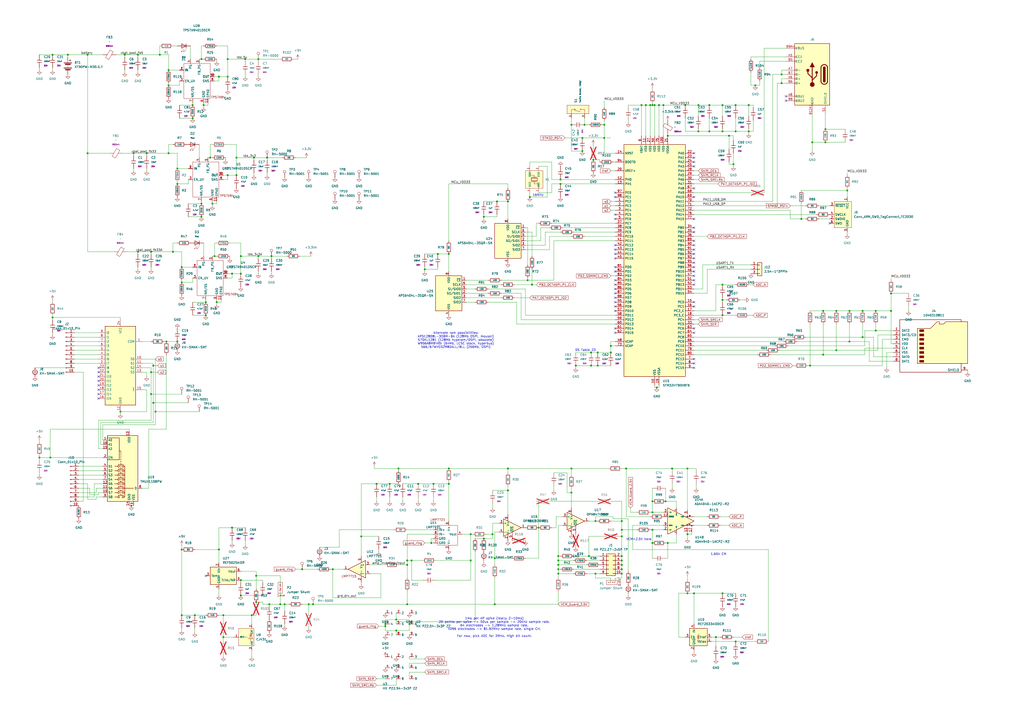
<source format=kicad_sch>
(kicad_sch (version 20250114) (generator "eeschema") (generator_version "9.0")
  (paper "A2")
  (lib_symbols
    (symbol "74xx:CD74HC4067SM"
      (property "Reference" "U" (at -8.89 22.86 0))
      (property "Value" "CD74HC4067SM" (at 1.27 22.86 0))
      (symbol "CD74HC4067SM_1_1"
        (pin passive line (at -12.7 12.7 0) (length 3.81) (name "COM") (number "1"))
        (pin input line (at -12.7 2.54 0) (length 3.81) (name "S0") (number "10"))
        (pin input line (at -12.7 0 0) (length 3.81) (name "S1") (number "11"))
        (pin input line (at -12.7 -2.54 0) (length 3.81) (name "S2") (number "14"))
        (pin input line (at -12.7 -5.08 0) (length 3.81) (name "S3") (number "13"))
        (pin input line (at -12.7 -15.24 0) (length 3.81) (name "~{E}") (number "15"))
        (pin power_in line (at 0 25.4 270) (length 3.81) (name "VCC") (number "24"))
        (pin power_in line (at 0 -27.94 90) (length 3.81) (name "GND") (number "12"))
        (pin passive line (at 12.7 17.78 180) (length 3.81) (name "I0") (number "9"))
        (pin passive line (at 12.7 15.24 180) (length 3.81) (name "I1") (number "8"))
        (pin passive line (at 12.7 12.7 180) (length 3.81) (name "I2") (number "7"))
        (pin passive line (at 12.7 10.16 180) (length 3.81) (name "I3") (number "6"))
        (pin passive line (at 12.7 7.62 180) (length 3.81) (name "I4") (number "5"))
        (pin passive line (at 12.7 5.08 180) (length 3.81) (name "I5") (number "4"))
        (pin passive line (at 12.7 2.54 180) (length 3.81) (name "I6") (number "3"))
        (pin passive line (at 12.7 0 180) (length 3.81) (name "I7") (number "2"))
        (pin passive line (at 12.7 -2.54 180) (length 3.81) (name "I8") (number "23"))
        (pin passive line (at 12.7 -5.08 180) (length 3.81) (name "I9") (number "22"))
        (pin passive line (at 12.7 -7.62 180) (length 3.81) (name "I10") (number "21"))
        (pin passive line (at 12.7 -10.16 180) (length 3.81) (name "I11") (number "20"))
        (pin passive line (at 12.7 -12.7 180) (length 3.81) (name "I12") (number "19"))
        (pin passive line (at 12.7 -15.24 180) (length 3.81) (name "I13") (number "18"))
        (pin passive line (at 12.7 -17.78 180) (length 3.81) (name "I14") (number "17"))
        (pin passive line (at 12.7 -20.32 180) (length 3.81) (name "I15") (number "16"))
      )
    )
    (symbol "Amplifier_Difference:ADA4940-1xCP"
      (property "Reference" "U" (at 5.08 5.08 0))
      (property "Value" "ADA4940-1xCP" (at 11.43 -5.08 0))
      (symbol "ADA4940-1xCP_1_1"
        (pin input line (at -7.62 5.08 0) (length 2.54) (name "-IN") (number "3"))
        (pin input line (at -7.62 2.54 0) (length 2.54) (name "~{DISABLE}") (number "12"))
        (pin input line (at -7.62 -2.54 0) (length 2.54) (name "VOCM") (number "9"))
        (pin input line (at -7.62 -5.08 0) (length 2.54) (name "+IN") (number "2"))
        (pin input line (at 0 7.62 270) (length 2.54) (name "+FB") (number "4"))
        (pin input line (at 0 -7.62 90) (length 2.54) (name "-FB") (number "1"))
        (pin output line (at 10.16 2.54 180) (length 5.08) (name "+OUT") (number "10"))
        (pin output line (at 10.16 -2.54 180) (length 5.08) (name "-OUT") (number "11"))
      )
      (symbol "ADA4940-1xCP_2_1"
        (pin power_in line (at 0 6.35 270) (length 2.54) (name "+Vs") (number "5"))
        (pin passive line (at 0 6.35 270) (length 2.54) (hide yes) (name "+Vs") (number "6"))
        (pin passive line (at 0 6.35 270) (length 2.54) (hide yes) (name "+Vs") (number "7"))
        (pin passive line (at 0 6.35 270) (length 2.54) (hide yes) (name "+Vs") (number "8"))
        (pin power_in line (at 0 -6.35 90) (length 2.54) (name "-Vs") (number "13"))
        (pin passive line (at 0 -6.35 90) (length 2.54) (hide yes) (name "-Vs") (number "14"))
        (pin passive line (at 0 -6.35 90) (length 2.54) (hide yes) (name "-Vs") (number "15"))
        (pin passive line (at 0 -6.35 90) (length 2.54) (hide yes) (name "-Vs") (number "16"))
        (pin passive line (at 2.54 -6.35 90) (length 2.54) (name "EP") (number "17"))
      )
    )
    (symbol "Amplifier_Operational:OPA847xDBV" (pin_names (offset 0.127))
      (property "Reference" "U" (at -1.27 6.35 0))
      (property "Value" "OPA847xDBV" (at -1.27 3.81 0))
      (symbol "OPA847xDBV_0_1"
        (pin power_in line (at -2.54 7.62 270) (length 3.81) (name "V+") (number "6"))
        (pin power_in line (at -2.54 -7.62 90) (length 3.81) (name "V-") (number "2"))
      )
      (symbol "OPA847xDBV_1_1"
        (pin input line (at -7.62 2.54 0) (length 2.54) (name "+") (number "3"))
        (pin input line (at -7.62 -2.54 0) (length 2.54) (name "-") (number "4"))
        (pin input line (at 0 -7.62 90) (length 5.08) (name "~{DIS}") (number "5"))
        (pin output line (at 7.62 0 180) (length 2.54) (name "~") (number "1"))
      )
    )
    (symbol "Analog_Switch:TMUX1108PW"
      (property "Reference" "U" (at -10.16 16.51 0))
      (property "Value" "TMUX1108PW" (at 3.81 16.51 0))
      (symbol "TMUX1108PW_0_0"
        (pin power_in line (at 5.08 -20.32 90) (length 2.54) (name "GND") (number "14"))
      )
      (symbol "TMUX1108PW_1_1"
        (pin input line (at -10.16 17.78 0) (length 2.54) (name "A0") (number "1"))
        (pin input line (at -10.16 15.24 0) (length 2.54) (name "A1") (number "16"))
        (pin input line (at -10.16 12.7 0) (length 2.54) (name "A2") (number "15"))
        (pin input line (at -10.16 7.62 0) (length 2.54) (name "EN") (number "2"))
        (pin bidirectional line (at -10.16 2.54 0) (length 2.54) (name "S1") (number "4"))
        (pin bidirectional line (at -10.16 0 0) (length 2.54) (name "S2") (number "5"))
        (pin bidirectional line (at -10.16 -2.54 0) (length 2.54) (name "S3") (number "6"))
        (pin bidirectional line (at -10.16 -5.08 0) (length 2.54) (name "S4") (number "7"))
        (pin bidirectional line (at -10.16 -7.62 0) (length 2.54) (name "S5") (number "12"))
        (pin bidirectional line (at -10.16 -10.16 0) (length 2.54) (name "S6") (number "11"))
        (pin bidirectional line (at -10.16 -12.7 0) (length 2.54) (name "S7") (number "10"))
        (pin bidirectional line (at -10.16 -15.24 0) (length 2.54) (name "S8") (number "9"))
        (pin power_in line (at 5.08 22.86 270) (length 2.54) (name "VDD") (number "13"))
        (pin power_in line (at 7.62 -20.32 90) (length 2.54) (name "VSS") (number "3"))
        (pin bidirectional line (at 12.7 -10.16 180) (length 2.54) (name "D") (number "8"))
      )
    )
    (symbol "Connector:Conn_01x10_Pin" (pin_names (offset 1.016) (hide yes))
      (property "Reference" "J" (at 0 12.7 0))
      (property "Value" "Conn_01x10_Pin" (at 0 -15.24 0))
      (symbol "Conn_01x10_Pin_1_1"
        (pin passive line (at 5.08 10.16 180) (length 3.81) (name "Pin_1") (number "1"))
        (pin passive line (at 5.08 7.62 180) (length 3.81) (name "Pin_2") (number "2"))
        (pin passive line (at 5.08 5.08 180) (length 3.81) (name "Pin_3") (number "3"))
        (pin passive line (at 5.08 2.54 180) (length 3.81) (name "Pin_4") (number "4"))
        (pin passive line (at 5.08 0 180) (length 3.81) (name "Pin_5") (number "5"))
        (pin passive line (at 5.08 -2.54 180) (length 3.81) (name "Pin_6") (number "6"))
        (pin passive line (at 5.08 -5.08 180) (length 3.81) (name "Pin_7") (number "7"))
        (pin passive line (at 5.08 -7.62 180) (length 3.81) (name "Pin_8") (number "8"))
        (pin passive line (at 5.08 -10.16 180) (length 3.81) (name "Pin_9") (number "9"))
        (pin passive line (at 5.08 -12.7 180) (length 3.81) (name "Pin_10") (number "10"))
      )
    )
    (symbol "Connector:Conn_ARM_SWD_TagConnect_TC2030" (in_bom no)
      (property "Reference" "J" (at 2.54 11.43 0))
      (property "Value" "Conn_ARM_SWD_TagConnect_TC2030" (at 5.08 8.89 0))
      (symbol "Conn_ARM_SWD_TagConnect_TC2030_0_0"
        (pin power_in line (at -2.54 10.16 270) (length 2.54) (name "VCC") (number "1"))
        (pin power_in line (at -2.54 -10.16 90) (length 2.54) (name "GND") (number "5"))
        (pin open_collector line (at 7.62 5.08 180) (length 2.54) (name "~{RESET}") (number "3"))
        (pin output line (at 7.62 0 180) (length 2.54) (name "SWCLK") (number "4"))
        (pin bidirectional line (at 7.62 -2.54 180) (length 2.54) (name "SWDIO") (number "2"))
        (pin input line (at 7.62 -5.08 180) (length 2.54) (name "SWO") (number "6"))
      )
    )
    (symbol "Connector:Conn_Coaxial_Small" (pin_numbers (hide yes)) (pin_names (offset 1.016) (hide yes))
      (property "Reference" "J" (at 0.254 3.048 0))
      (property "Value" "Conn_Coaxial_Small" (at 0 -3.81 0))
      (symbol "Conn_Coaxial_Small_1_1"
        (pin passive line (at -2.54 0 0) (length 1.27) (name "In") (number "1"))
        (pin passive line (at 2.54 0 180) (length 1.27) (name "Ext") (number "2"))
      )
    )
    (symbol "Connector:Micro_SD_Card" (pin_names (offset 1.016))
      (property "Reference" "J" (at -16.51 15.24 0))
      (property "Value" "Micro_SD_Card" (at 16.51 15.24 0))
      (symbol "Micro_SD_Card_1_1"
        (pin bidirectional line (at -22.86 7.62 0) (length 3.81) (name "DAT2") (number "1"))
        (pin bidirectional line (at -22.86 5.08 0) (length 3.81) (name "DAT3/CD") (number "2"))
        (pin input line (at -22.86 2.54 0) (length 3.81) (name "CMD") (number "3"))
        (pin power_in line (at -22.86 0 0) (length 3.81) (name "VDD") (number "4"))
        (pin input line (at -22.86 -2.54 0) (length 3.81) (name "CLK") (number "5"))
        (pin power_in line (at -22.86 -5.08 0) (length 3.81) (name "VSS") (number "6"))
        (pin bidirectional line (at -22.86 -7.62 0) (length 3.81) (name "DAT0") (number "7"))
        (pin bidirectional line (at -22.86 -10.16 0) (length 3.81) (name "DAT1") (number "8"))
        (pin passive line (at 20.32 -15.24 180) (length 3.81) (name "SHIELD") (number "9"))
      )
    )
    (symbol "Connector:TestPoint" (pin_numbers (hide yes)) (pin_names (offset 0.762) (hide yes))
      (property "Reference" "TP" (at 0 6.858 0))
      (property "Value" "TestPoint" (at 0 5.08 0))
      (symbol "TestPoint_1_1"
        (pin passive line (at 0 0 90) (length 2.54) (name "1") (number "1"))
      )
    )
    (symbol "Connector_Generic:Conn_01x03" (pin_names (offset 1.016) (hide yes))
      (property "Reference" "J" (at 0 5.08 0))
      (property "Value" "Conn_01x03" (at 0 -5.08 0))
      (symbol "Conn_01x03_1_1"
        (pin passive line (at -5.08 2.54 0) (length 3.81) (name "Pin_1") (number "1"))
        (pin passive line (at -5.08 0 0) (length 3.81) (name "Pin_2") (number "2"))
        (pin passive line (at -5.08 -2.54 0) (length 3.81) (name "Pin_3") (number "3"))
      )
    )
    (symbol "Connector_Generic:Conn_02x05_Odd_Even" (pin_names (offset 1.016) (hide yes))
      (property "Reference" "J" (at 1.27 7.62 0))
      (property "Value" "Conn_02x05_Odd_Even" (at 1.27 -7.62 0))
      (symbol "Conn_02x05_Odd_Even_1_1"
        (pin passive line (at -5.08 5.08 0) (length 3.81) (name "Pin_1") (number "1"))
        (pin passive line (at -5.08 2.54 0) (length 3.81) (name "Pin_3") (number "3"))
        (pin passive line (at -5.08 0 0) (length 3.81) (name "Pin_5") (number "5"))
        (pin passive line (at -5.08 -2.54 0) (length 3.81) (name "Pin_7") (number "7"))
        (pin passive line (at -5.08 -5.08 0) (length 3.81) (name "Pin_9") (number "9"))
        (pin passive line (at 7.62 5.08 180) (length 3.81) (name "Pin_2") (number "2"))
        (pin passive line (at 7.62 2.54 180) (length 3.81) (name "Pin_4") (number "4"))
        (pin passive line (at 7.62 0 180) (length 3.81) (name "Pin_6") (number "6"))
        (pin passive line (at 7.62 -2.54 180) (length 3.81) (name "Pin_8") (number "8"))
        (pin passive line (at 7.62 -5.08 180) (length 3.81) (name "Pin_10") (number "10"))
      )
    )
    (symbol "Device:Battery" (pin_numbers (hide yes)) (pin_names (offset 0) (hide yes))
      (property "Reference" "BT" (at 2.54 2.54 0))
      (property "Value" "Battery" (at 2.54 0 0))
      (symbol "Battery_1_1"
        (pin passive line (at 0 5.08 270) (length 2.54) (name "+") (number "1"))
        (pin passive line (at 0 -5.08 90) (length 2.54) (name "-") (number "2"))
      )
    )
    (symbol "KN_ic:Jumper_Shunt_1.27mm_0.05in" (on_board no)
      (property "Reference" "P" (at 0.254 -0.254 0))
      (property "Value" "Jumper Shunt" (at 0.762 -10.414 0))
      (symbol "Jumper_Shunt_1.27mm_0.05in_1_1"
        (text "0.05\"" (at 1.778 -8.89 0) (effects (font (size 1.27 1.27))))
        (pin passive line (at 1.27 -3.81 0) (length 0) (name "") (number "1"))
        (pin passive line (at 1.27 -6.35 0) (length 0) (name "") (number "2"))
      )
    )
    (symbol "KN_ic:Jumper_Shunt_1mm" (on_board no)
      (property "Reference" "P" (at 0.254 -0.254 0))
      (property "Value" "Jumper Shunt" (at 0.762 -10.414 0))
      (symbol "Jumper_Shunt_1mm_1_1"
        (text "1mm" (at 1.778 -8.89 0) (effects (font (size 1.27 1.27))))
        (pin passive line (at 1.27 -3.81 0) (length 0) (name "") (number "1"))
        (pin passive line (at 1.27 -6.35 0) (length 0) (name "") (number "2"))
      )
    )
    (symbol "KN_ic:LMP7715"
      (property "Reference" "U" (at 1.016 6.35 0))
      (symbol "LMP7715_1_1"
        (text "LMP7715" (at 5.842 -4.064 0) (effects (font (size 1.27 1.27))))
        (pin input line (at -6.35 2.54 0) (length 2.54) (name "+") (number "3"))
        (pin input line (at -6.35 -2.54 0) (length 2.54) (name "-") (number "4"))
        (pin power_in line (at -1.27 7.62 270) (length 3.81) (name "V+") (number "5"))
        (pin power_in line (at -1.27 -7.62 90) (length 3.81) (name "V-") (number "2"))
        (pin output line (at 8.89 0 180) (length 2.54) (name "~") (number "1"))
      )
    )
    (symbol "KN_ic:LMP7721"
      (property "Reference" "U" (at -3.556 1.016 0))
      (symbol "LMP7721_1_1"
        (text "LMP7721" (at 0 3.302 0) (effects (font (size 1.27 1.27))))
        (pin input line (at -2.54 -2.54 0) (length 2.54) (name "IN+") (number "1"))
        (pin input line (at -2.54 -5.08 0) (length 2.54) (name "IN-") (number "8"))
        (pin input line (at -2.54 -7.62 0) (length 2.54) (name "GRD") (number "2"))
        (pin input line (at -2.54 -10.16 0) (length 2.54) (name "GRD") (number "7"))
        (pin power_in line (at 6.35 2.54 270) (length 2.54) (name "V+") (number "6"))
        (pin power_in line (at 6.35 -13.97 90) (length 2.54) (name "V-") (number "3"))
        (pin output line (at 13.97 -5.08 180) (length 2.54) (name "Vout") (number "4"))
      )
    )
    (symbol "KN_ic:TPS7A94"
      (property "Reference" "U" (at -8.128 11.43 0))
      (symbol "TPS7A94_1_1"
        (text "TPS7A94" (at 12.192 -9.398 0) (effects (font (size 1.27 1.27))))
        (pin input line (at -10.16 6.35 0) (length 2.54) (name "IN") (number "1"))
        (pin input line (at -10.16 6.35 0) (length 2.54) (name "IN") (number "2"))
        (pin input line (at -10.16 0 0) (length 2.54) (name "EN_UV") (number "3"))
        (pin output line (at -3.81 12.7 270) (length 2.54) (name "PG") (number "4"))
        (pin input line (at -2.54 -12.7 90) (length 2.54) (name "NR/SS") (number "7"))
        (pin input line (at 1.27 12.7 270) (length 2.54) (name "FB_PG") (number "5"))
        (pin power_in line (at 3.81 -12.7 90) (length 2.54) (name "GND") (number "6"))
        (pin power_in line (at 6.35 -12.7 90) (length 2.54) (name "EPAD") (number "11"))
        (pin output line (at 10.16 2.54 180) (length 2.54) (name "OUT") (number "10"))
        (pin output line (at 10.16 2.54 180) (length 2.54) (name "OUT") (number "9"))
        (pin input line (at 10.16 0 180) (length 2.54) (name "SNS") (number "8"))
      )
    )
    (symbol "KN_ic:header_3x3"
      (property "Reference" "U" (at 0 0 0))
      (property "Value" "HX PZ2.54-3x3P ZZ" (at 0 0 0))
      (symbol "header_3x3_1_0"
        (pin passive line (at -2.54 -8.89 0) (length 2.54) (name "4") (number "4"))
        (pin passive line (at -2.54 -15.24 0) (length 2.54) (name "7") (number "7"))
        (pin passive line (at 3.81 -8.89 0) (length 2.54) (name "5") (number "5"))
        (pin passive line (at 3.81 -15.24 0) (length 2.54) (name "8") (number "8"))
        (pin passive line (at 11.43 -8.89 0) (length 2.54) (name "6") (number "6"))
        (pin passive line (at 11.43 -15.24 0) (length 2.54) (name "9") (number "9"))
      )
      (symbol "header_3x3_1_1"
        (pin passive line (at -2.54 -2.54 0) (length 2.54) (name "1") (number "1"))
        (pin passive line (at 3.81 -2.54 0) (length 2.54) (name "2") (number "2"))
        (pin passive line (at 11.43 -2.54 0) (length 2.54) (name "3") (number "3"))
      )
    )
    (symbol "MCU_ST_STM32H7:STM32H7B0VBTx"
      (property "Reference" "U" (at -17.78 69.85 0))
      (property "Value" "STM32H7B0VBTx" (at 10.16 69.85 0))
      (symbol "STM32H7B0VBTx_1_1"
        (pin input line (at -22.86 63.5 0) (length 5.08) (name "NRST") (number "14"))
        (pin input line (at -22.86 58.42 0) (length 5.08) (name "BOOT0") (number "94"))
        (pin input line (at -22.86 53.34 0) (length 5.08) (name "VREF+") (number "20"))
        (pin bidirectional line (at -22.86 48.26 0) (length 5.08) (name "PH0") (number "12"))
        (pin bidirectional line (at -22.86 45.72 0) (length 5.08) (name "PH1") (number "13"))
        (pin bidirectional line (at -22.86 40.64 0) (length 5.08) (name "PE0") (number "97"))
        (pin bidirectional line (at -22.86 38.1 0) (length 5.08) (name "PE1") (number "98"))
        (pin bidirectional line (at -22.86 35.56 0) (length 5.08) (name "PE2") (number "1"))
        (pin bidirectional line (at -22.86 33.02 0) (length 5.08) (name "PE3") (number "2"))
        (pin bidirectional line (at -22.86 30.48 0) (length 5.08) (name "PE4") (number "3"))
        (pin bidirectional line (at -22.86 27.94 0) (length 5.08) (name "PE5") (number "4"))
        (pin bidirectional line (at -22.86 25.4 0) (length 5.08) (name "PE6") (number "5"))
        (pin bidirectional line (at -22.86 22.86 0) (length 5.08) (name "PE7") (number "37"))
        (pin bidirectional line (at -22.86 20.32 0) (length 5.08) (name "PE8") (number "38"))
        (pin bidirectional line (at -22.86 17.78 0) (length 5.08) (name "PE9") (number "39"))
        (pin bidirectional line (at -22.86 15.24 0) (length 5.08) (name "PE10") (number "40"))
        (pin bidirectional line (at -22.86 12.7 0) (length 5.08) (name "PE11") (number "41"))
        (pin bidirectional line (at -22.86 10.16 0) (length 5.08) (name "PE12") (number "42"))
        (pin bidirectional line (at -22.86 7.62 0) (length 5.08) (name "PE13") (number "43"))
        (pin bidirectional line (at -22.86 5.08 0) (length 5.08) (name "PE14") (number "44"))
        (pin bidirectional line (at -22.86 2.54 0) (length 5.08) (name "PE15") (number "45"))
        (pin bidirectional line (at -22.86 -2.54 0) (length 5.08) (name "PD0") (number "81"))
        (pin bidirectional line (at -22.86 -5.08 0) (length 5.08) (name "PD1") (number "82"))
        (pin bidirectional line (at -22.86 -7.62 0) (length 5.08) (name "PD2") (number "83"))
        (pin bidirectional line (at -22.86 -10.16 0) (length 5.08) (name "PD3") (number "84"))
        (pin bidirectional line (at -22.86 -12.7 0) (length 5.08) (name "PD4") (number "85"))
        (pin bidirectional line (at -22.86 -15.24 0) (length 5.08) (name "PD5") (number "86"))
        (pin bidirectional line (at -22.86 -17.78 0) (length 5.08) (name "PD6") (number "87"))
        (pin bidirectional line (at -22.86 -20.32 0) (length 5.08) (name "PD7") (number "88"))
        (pin bidirectional line (at -22.86 -22.86 0) (length 5.08) (name "PD8") (number "55"))
        (pin bidirectional line (at -22.86 -25.4 0) (length 5.08) (name "PD9") (number "56"))
        (pin bidirectional line (at -22.86 -27.94 0) (length 5.08) (name "PD10") (number "57"))
        (pin bidirectional line (at -22.86 -30.48 0) (length 5.08) (name "PD11") (number "58"))
        (pin bidirectional line (at -22.86 -33.02 0) (length 5.08) (name "PD12") (number "59"))
        (pin bidirectional line (at -22.86 -35.56 0) (length 5.08) (name "PD13") (number "60"))
        (pin bidirectional line (at -22.86 -38.1 0) (length 5.08) (name "PD14") (number "61"))
        (pin bidirectional line (at -22.86 -40.64 0) (length 5.08) (name "PD15") (number "62"))
        (pin power_out line (at -22.86 -45.72 0) (length 5.08) (name "VCAP") (number "48"))
        (pin power_out line (at -22.86 -48.26 0) (length 5.08) (name "VCAP") (number "73"))
        (pin power_in line (at -7.62 73.66 270) (length 5.08) (name "VBAT") (number "6"))
        (pin power_in line (at -5.08 73.66 270) (length 5.08) (name "VDD") (number "11"))
        (pin power_in line (at -2.54 73.66 270) (length 5.08) (name "VDD") (number "27"))
        (pin power_in line (at 0 73.66 270) (length 5.08) (name "VDD") (number "50"))
        (pin power_in line (at 0 -71.12 90) (length 5.08) (name "VSS") (number "10"))
        (pin passive line (at 0 -71.12 90) (length 5.08) (hide yes) (name "VSS") (number "26"))
        (pin passive line (at 0 -71.12 90) (length 5.08) (hide yes) (name "VSS") (number "49"))
        (pin passive line (at 0 -71.12 90) (length 5.08) (hide yes) (name "VSS") (number "74"))
        (pin passive line (at 0 -71.12 90) (length 5.08) (hide yes) (name "VSS") (number "99"))
        (pin power_in line (at 2.54 73.66 270) (length 5.08) (name "VDD") (number "75"))
        (pin power_in line (at 2.54 -71.12 90) (length 5.08) (name "VSSA") (number "19"))
        (pin power_in line (at 5.08 73.66 270) (length 5.08) (name "VDD") (number "100"))
        (pin power_in line (at 7.62 73.66 270) (length 5.08) (name "VDDA") (number "21"))
        (pin bidirectional line (at 22.86 63.5 180) (length 5.08) (name "PA0") (number "22"))
        (pin bidirectional line (at 22.86 60.96 180) (length 5.08) (name "PA1") (number "23"))
        (pin bidirectional line (at 22.86 58.42 180) (length 5.08) (name "PA2") (number "24"))
        (pin bidirectional line (at 22.86 55.88 180) (length 5.08) (name "PA3") (number "25"))
        (pin bidirectional line (at 22.86 53.34 180) (length 5.08) (name "PA4") (number "28"))
        (pin bidirectional line (at 22.86 50.8 180) (length 5.08) (name "PA5") (number "29"))
        (pin bidirectional line (at 22.86 48.26 180) (length 5.08) (name "PA6") (number "30"))
        (pin bidirectional line (at 22.86 45.72 180) (length 5.08) (name "PA7") (number "31"))
        (pin bidirectional line (at 22.86 43.18 180) (length 5.08) (name "PA8") (number "67"))
        (pin bidirectional line (at 22.86 40.64 180) (length 5.08) (name "PA9") (number "68"))
        (pin bidirectional line (at 22.86 38.1 180) (length 5.08) (name "PA10") (number "69"))
        (pin bidirectional line (at 22.86 35.56 180) (length 5.08) (name "PA11") (number "70"))
        (pin bidirectional line (at 22.86 33.02 180) (length 5.08) (name "PA12") (number "71"))
        (pin bidirectional line (at 22.86 30.48 180) (length 5.08) (name "PA13") (number "72"))
        (pin bidirectional line (at 22.86 27.94 180) (length 5.08) (name "PA14") (number "76"))
        (pin bidirectional line (at 22.86 25.4 180) (length 5.08) (name "PA15") (number "77"))
        (pin bidirectional line (at 22.86 20.32 180) (length 5.08) (name "PB0") (number "34"))
        (pin bidirectional line (at 22.86 17.78 180) (length 5.08) (name "PB1") (number "35"))
        (pin bidirectional line (at 22.86 15.24 180) (length 5.08) (name "PB2") (number "36"))
        (pin bidirectional line (at 22.86 12.7 180) (length 5.08) (name "PB3") (number "89"))
        (pin bidirectional line (at 22.86 10.16 180) (length 5.08) (name "PB4") (number "90"))
        (pin bidirectional line (at 22.86 7.62 180) (length 5.08) (name "PB5") (number "91"))
        (pin bidirectional line (at 22.86 5.08 180) (length 5.08) (name "PB6") (number "92"))
        (pin bidirectional line (at 22.86 2.54 180) (length 5.08) (name "PB7") (number "93"))
        (pin bidirectional line (at 22.86 0 180) (length 5.08) (name "PB8") (number "95"))
        (pin bidirectional line (at 22.86 -2.54 180) (length 5.08) (name "PB9") (number "96"))
        (pin bidirectional line (at 22.86 -5.08 180) (length 5.08) (name "PB10") (number "46"))
        (pin bidirectional line (at 22.86 -7.62 180) (length 5.08) (name "PB11") (number "47"))
        (pin bidirectional line (at 22.86 -10.16 180) (length 5.08) (name "PB12") (number "51"))
        (pin bidirectional line (at 22.86 -12.7 180) (length 5.08) (name "PB13") (number "52"))
        (pin bidirectional line (at 22.86 -15.24 180) (length 5.08) (name "PB14") (number "53"))
        (pin bidirectional line (at 22.86 -17.78 180) (length 5.08) (name "PB15") (number "54"))
        (pin bidirectional line (at 22.86 -22.86 180) (length 5.08) (name "PC0") (number "15"))
        (pin bidirectional line (at 22.86 -25.4 180) (length 5.08) (name "PC1") (number "16"))
        (pin bidirectional line (at 22.86 -27.94 180) (length 5.08) (name "PC2_C") (number "17"))
        (pin bidirectional line (at 22.86 -30.48 180) (length 5.08) (name "PC3_C") (number "18"))
        (pin bidirectional line (at 22.86 -33.02 180) (length 5.08) (name "PC4") (number "32"))
        (pin bidirectional line (at 22.86 -35.56 180) (length 5.08) (name "PC5") (number "33"))
        (pin bidirectional line (at 22.86 -38.1 180) (length 5.08) (name "PC6") (number "63"))
        (pin bidirectional line (at 22.86 -40.64 180) (length 5.08) (name "PC7") (number "64"))
        (pin bidirectional line (at 22.86 -43.18 180) (length 5.08) (name "PC8") (number "65"))
        (pin bidirectional line (at 22.86 -45.72 180) (length 5.08) (name "PC9") (number "66"))
        (pin bidirectional line (at 22.86 -48.26 180) (length 5.08) (name "PC10") (number "78"))
        (pin bidirectional line (at 22.86 -50.8 180) (length 5.08) (name "PC11") (number "79"))
        (pin bidirectional line (at 22.86 -53.34 180) (length 5.08) (name "PC12") (number "80"))
        (pin bidirectional line (at 22.86 -55.88 180) (length 5.08) (name "PC13") (number "7"))
        (pin bidirectional line (at 22.86 -58.42 180) (length 5.08) (name "PC14") (number "8"))
        (pin bidirectional line (at 22.86 -60.96 180) (length 5.08) (name "PC15") (number "9"))
      )
    )
    (symbol "Memory_RAM:APS6404L-3SQRx-SN"
      (property "Reference" "U" (at -6.35 11.43 0))
      (property "Value" "APS6404L-3SQRx-SN" (at 11.684 11.43 0))
      (symbol "APS6404L-3SQRx-SN_1_1"
        (pin input line (at -10.16 7.62 0) (length 2.54) (name "~{CE}") (number "1"))
        (pin input line (at -10.16 5.08 0) (length 2.54) (name "SCLK") (number "6"))
        (pin bidirectional line (at -10.16 2.54 0) (length 2.54) (name "SI/SIO0") (number "5"))
        (pin bidirectional line (at -10.16 0 0) (length 2.54) (name "SO/SIO1") (number "2"))
        (pin bidirectional line (at -10.16 -2.54 0) (length 2.54) (name "SIO2") (number "3"))
        (pin bidirectional line (at -10.16 -5.08 0) (length 2.54) (name "SIO3") (number "7"))
        (pin power_in line (at 0 12.7 270) (length 2.54) (name "VDD") (number "8"))
        (pin power_in line (at 0 -12.7 90) (length 2.54) (name "VSS") (number "4"))
      )
    )
    (symbol "PCM_JLCPCB-Capacitors:0402,100nF,(2)" (pin_numbers (hide yes)) (pin_names (offset 0))
      (property "Reference" "C" (at 2.032 1.668 0))
      (property "Value" "100nF" (at 2.032 -0.3782 0))
      (property "Voltage Rated" "50V" (at 2.032 -2.0462 0))
      (symbol "0402,100nF,(2)_1_1"
        (pin passive line (at 0 3.81 270) (length 3.175) (name "~") (number "1"))
        (pin passive line (at 0 -3.81 90) (length 3.175) (name "~") (number "2"))
      )
    )
    (symbol "PCM_JLCPCB-Capacitors:0402,10pF" (pin_numbers (hide yes)) (pin_names (offset 0))
      (property "Reference" "C" (at 2.032 1.668 0))
      (property "Value" "10pF" (at 2.032 -0.3782 0))
      (property "Voltage Rated" "50V" (at 2.032 -2.0462 0))
      (symbol "0402,10pF_1_1"
        (pin passive line (at 0 3.81 270) (length 3.175) (name "~") (number "1"))
        (pin passive line (at 0 -3.81 90) (length 3.175) (name "~") (number "2"))
      )
    )
    (symbol "PCM_JLCPCB-Capacitors:0402,1uF" (pin_numbers (hide yes)) (pin_names (offset 0))
      (property "Reference" "C" (at 2.032 1.668 0))
      (property "Value" "1uF" (at 2.032 -0.3782 0))
      (property "Voltage Rated" "25V" (at 2.032 -2.0462 0))
      (symbol "0402,1uF_1_1"
        (pin passive line (at 0 3.81 270) (length 3.175) (name "~") (number "1"))
        (pin passive line (at 0 -3.81 90) (length 3.175) (name "~") (number "2"))
      )
    )
    (symbol "PCM_JLCPCB-Capacitors:0402,20pF" (pin_numbers (hide yes)) (pin_names (offset 0))
      (property "Reference" "C" (at 2.032 1.668 0))
      (property "Value" "20pF" (at 2.032 -0.3782 0))
      (property "Voltage Rated" "50V" (at 2.032 -2.0462 0))
      (symbol "0402,20pF_1_1"
        (pin passive line (at 0 3.81 270) (length 3.175) (name "~") (number "1"))
        (pin passive line (at 0 -3.81 90) (length 3.175) (name "~") (number "2"))
      )
    )
    (symbol "PCM_JLCPCB-Capacitors:0402,4.7uF" (pin_numbers (hide yes)) (pin_names (offset 0))
      (property "Reference" "C" (at 2.032 1.668 0))
      (property "Value" "4.7uF" (at 2.032 -0.3782 0))
      (property "Voltage Rated" "10V" (at 2.032 -2.0462 0))
      (symbol "0402,4.7uF_1_1"
        (pin passive line (at 0 3.81 270) (length 3.175) (name "~") (number "1"))
        (pin passive line (at 0 -3.81 90) (length 3.175) (name "~") (number "2"))
      )
    )
    (symbol "PCM_JLCPCB-Capacitors:0402,470pF" (pin_numbers (hide yes)) (pin_names (offset 0))
      (property "Reference" "C" (at 2.032 1.668 0))
      (property "Value" "470pF" (at 2.032 -0.3782 0))
      (property "Voltage Rated" "50V" (at 2.032 -2.0462 0))
      (symbol "0402,470pF_1_1"
        (pin passive line (at 0 3.81 270) (length 3.175) (name "~") (number "1"))
        (pin passive line (at 0 -3.81 90) (length 3.175) (name "~") (number "2"))
      )
    )
    (symbol "PCM_JLCPCB-Capacitors:0603,2.2uF" (pin_numbers (hide yes)) (pin_names (offset 0))
      (property "Reference" "C" (at 2.032 1.668 0))
      (property "Value" "2.2uF" (at 2.032 -0.3782 0))
      (property "Voltage Rated" "16V" (at 2.032 -2.0462 0))
      (symbol "0603,2.2uF_1_1"
        (pin passive line (at 0 3.81 270) (length 3.175) (name "~") (number "1"))
        (pin passive line (at 0 -3.81 90) (length 3.175) (name "~") (number "2"))
      )
    )
    (symbol "PCM_JLCPCB-Capacitors:0805,10uF" (pin_numbers (hide yes)) (pin_names (offset 0))
      (property "Reference" "C" (at 2.032 1.668 0))
      (property "Value" "10uF" (at 2.032 -0.3782 0))
      (property "Voltage Rated" "25V" (at 2.032 -2.0462 0))
      (symbol "0805,10uF_1_1"
        (pin passive line (at 0 3.81 270) (length 3.175) (name "~") (number "1"))
        (pin passive line (at 0 -3.81 90) (length 3.175) (name "~") (number "2"))
      )
    )
    (symbol "PCM_JLCPCB-Capacitors:1206,47uF" (pin_numbers (hide yes)) (pin_names (offset 0))
      (property "Reference" "C" (at 2.032 1.668 0))
      (property "Value" "47uF" (at 2.032 -0.3782 0))
      (property "Voltage Rated" "10V" (at 2.032 -2.0462 0))
      (symbol "1206,47uF_1_1"
        (pin passive line (at 0 3.81 270) (length 3.175) (name "~") (number "1"))
        (pin passive line (at 0 -3.81 90) (length 3.175) (name "~") (number "2"))
      )
    )
    (symbol "PCM_JLCPCB-Connectors_Buttons:Tactile Button, 160gf, 12V, 50mA, 4.0mm" (pin_names (hide yes))
      (property "Reference" "S" (at 0 1.27 0))
      (property "Value" "Tactile Button, 160gf" (at 0 -8.89 0))
      (symbol "Tactile Button, 160gf, 12V, 50mA, 4.0mm_0_1"
        (pin unspecified line (at -5.08 2.54 0) (length 2.54) (name "A") (number "1"))
        (pin unspecified line (at -5.08 -5.08 0) (length 2.54) (name "B") (number "2"))
      )
    )
    (symbol "PCM_JLCPCB-Crystals:Crystal, 16MHz, 9pF"
      (property "Reference" "X" (at 0 6.096 0))
      (symbol "Crystal, 16MHz, 9pF_0_1"
        (pin unspecified line (at -7.62 2.54 0) (length 2.54) (name "GND") (number "4"))
        (pin unspecified line (at 7.62 -2.54 180) (length 2.54) (name "GND") (number "2"))
      )
      (symbol "Crystal, 16MHz, 9pF_1_1"
        (pin unspecified line (at -7.62 -2.54 0) (length 2.54) (name "OSC") (number "1"))
        (pin unspecified line (at 7.62 2.54 180) (length 2.54) (name "OSC") (number "3"))
      )
    )
    (symbol "PCM_JLCPCB-Diodes:LED,0603,Red" (pin_numbers (hide yes)) (pin_names (offset 0))
      (property "Reference" "D" (at 2.032 0.834 0))
      (property "Value" "Red" (at 2.032 -1.2122 0))
      (symbol "LED,0603,Red_1_1"
        (pin passive line (at 0 3.81 270) (length 3.81) (name "~") (number "2"))
        (pin passive line (at 0 -3.81 90) (length 3.81) (name "~") (number "1"))
      )
    )
    (symbol "PCM_JLCPCB-Extended:Connector, USB-TYPE-C-16P"
      (property "Reference" "J" (at 2.54 2.54 0))
      (symbol "Connector, USB-TYPE-C-16P_1_1"
        (pin passive line (at -7.62 -22.86 90) (length 5.08) (name "SHIELD") (number "S1"))
        (pin passive line (at 0 -22.86 90) (length 5.08) (hide yes) (name "GND") (number "A12B1"))
        (pin passive line (at 0 -22.86 90) (length 5.08) (name "GND") (number "B12A1"))
        (pin passive line (at 15.24 15.24 180) (length 5.08) (hide yes) (name "VBUS") (number "A9B4"))
        (pin passive line (at 15.24 15.24 180) (length 5.08) (name "VBUS") (number "B9A4"))
        (pin bidirectional line (at 15.24 10.16 180) (length 5.08) (name "CC1") (number "A5"))
        (pin bidirectional line (at 15.24 7.62 180) (length 5.08) (name "CC2") (number "B5"))
        (pin bidirectional line (at 15.24 2.54 180) (length 5.08) (name "D-") (number "A7"))
        (pin bidirectional line (at 15.24 0 180) (length 5.08) (name "D-") (number "B7"))
        (pin bidirectional line (at 15.24 -2.54 180) (length 5.08) (name "D+") (number "A6"))
        (pin bidirectional line (at 15.24 -5.08 180) (length 5.08) (name "D+") (number "B6"))
        (pin bidirectional line (at 15.24 -12.7 180) (length 5.08) (name "SBU1") (number "A8"))
        (pin bidirectional line (at 15.24 -15.24 180) (length 5.08) (name "SBU2") (number "B8"))
      )
    )
    (symbol "PCM_JLCPCB-Inductors:Ferrite,0805" (pin_numbers (hide yes)) (pin_names (offset 0))
      (property "Reference" "FB" (at 3.4036 1.2508 0))
      (property "Current Rating" "800mA" (at 3.4036 -1.5274 0))
      (symbol "Ferrite,0805_1_1"
        (pin passive line (at 0 3.81 270) (length 2.54) (name "~") (number "1"))
        (pin passive line (at 0 -3.81 90) (length 2.54) (name "~") (number "2"))
      )
    )
    (symbol "PCM_JLCPCB-Power:Ref, 2-36V, 100mA, CJ431"
      (property "Reference" "U" (at 0 1.27 0))
      (property "Value" "CJ431" (at -3.048 7.366 0))
      (symbol "Ref, 2-36V, 100mA, CJ431_1_1"
        (pin unspecified line (at -5.08 0 0) (length 2.56) (name "REF") (number "1"))
        (pin unspecified line (at 5.08 7.62 270) (length 2.56) (name "CAT") (number "2"))
        (pin unspecified line (at 5.08 -7.62 90) (length 2.56) (name "AN") (number "3"))
      )
    )
    (symbol "PCM_JLCPCB-Resistors:0402,0Ω" (pin_numbers (hide yes)) (pin_names (offset 0))
      (property "Reference" "R" (at 1.778 0 0))
      (property "Value" "0Ω" (at 0 0 90))
      (symbol "0402,0Ω_1_1"
        (pin passive line (at 0 3.81 270) (length 1.27) (name "~") (number "1"))
        (pin passive line (at 0 -3.81 90) (length 1.27) (name "~") (number "2"))
      )
    )
    (symbol "PCM_JLCPCB-Resistors:0402,100kΩ" (pin_numbers (hide yes)) (pin_names (offset 0))
      (property "Reference" "R" (at 1.778 0 0))
      (property "Value" "100kΩ" (at 0 0 90))
      (symbol "0402,100kΩ_1_1"
        (pin passive line (at 0 3.81 270) (length 1.27) (name "~") (number "1"))
        (pin passive line (at 0 -3.81 90) (length 1.27) (name "~") (number "2"))
      )
    )
    (symbol "PCM_JLCPCB-Resistors:0402,100Ω" (pin_numbers (hide yes)) (pin_names (offset 0))
      (property "Reference" "R" (at 1.778 0 0))
      (property "Value" "100Ω" (at 0 0 90))
      (symbol "0402,100Ω_1_1"
        (pin passive line (at 0 3.81 270) (length 1.27) (name "~") (number "1"))
        (pin passive line (at 0 -3.81 90) (length 1.27) (name "~") (number "2"))
      )
    )
    (symbol "PCM_JLCPCB-Resistors:0402,10kΩ" (pin_numbers (hide yes)) (pin_names (offset 0))
      (property "Reference" "R" (at 1.778 0 0))
      (property "Value" "10kΩ" (at 0 0 90))
      (symbol "0402,10kΩ_1_1"
        (pin passive line (at 0 3.81 270) (length 1.27) (name "~") (number "1"))
        (pin passive line (at 0 -3.81 90) (length 1.27) (name "~") (number "2"))
      )
    )
    (symbol "PCM_JLCPCB-Resistors:0402,10Ω" (pin_numbers (hide yes)) (pin_names (offset 0))
      (property "Reference" "R" (at 1.778 0 0))
      (property "Value" "10Ω" (at 0 0 90))
      (symbol "0402,10Ω_1_1"
        (pin passive line (at 0 3.81 270) (length 1.27) (name "~") (number "1"))
        (pin passive line (at 0 -3.81 90) (length 1.27) (name "~") (number "2"))
      )
    )
    (symbol "PCM_JLCPCB-Resistors:0402,12kΩ" (pin_numbers (hide yes)) (pin_names (offset 0))
      (property "Reference" "R" (at 1.778 0 0))
      (property "Value" "12kΩ" (at 0 0 90))
      (symbol "0402,12kΩ_1_1"
        (pin passive line (at 0 3.81 270) (length 1.27) (name "~") (number "1"))
        (pin passive line (at 0 -3.81 90) (length 1.27) (name "~") (number "2"))
      )
    )
    (symbol "PCM_JLCPCB-Resistors:0402,1MΩ" (pin_numbers (hide yes)) (pin_names (offset 0))
      (property "Reference" "R" (at 1.778 0 0))
      (property "Value" "1MΩ" (at 0 0 90))
      (symbol "0402,1MΩ_1_1"
        (pin passive line (at 0 3.81 270) (length 1.27) (name "~") (number "1"))
        (pin passive line (at 0 -3.81 90) (length 1.27) (name "~") (number "2"))
      )
    )
    (symbol "PCM_JLCPCB-Resistors:0402,1kΩ" (pin_numbers (hide yes)) (pin_names (offset 0))
      (property "Reference" "R" (at 1.778 0 0))
      (property "Value" "1kΩ" (at 0 0 90))
      (symbol "0402,1kΩ_1_1"
        (pin passive line (at 0 3.81 270) (length 1.27) (name "~") (number "1"))
        (pin passive line (at 0 -3.81 90) (length 1.27) (name "~") (number "2"))
      )
    )
    (symbol "PCM_JLCPCB-Resistors:0402,1Ω" (pin_numbers (hide yes)) (pin_names (offset 0))
      (property "Reference" "R" (at 1.778 0 0))
      (property "Value" "1Ω" (at 0 0 90))
      (symbol "0402,1Ω_1_1"
        (pin passive line (at 0 3.81 270) (length 1.27) (name "~") (number "1"))
        (pin passive line (at 0 -3.81 90) (length 1.27) (name "~") (number "2"))
      )
    )
    (symbol "PCM_JLCPCB-Resistors:0402,220kΩ" (pin_numbers (hide yes)) (pin_names (offset 0))
      (property "Reference" "R" (at 1.778 0 0))
      (property "Value" "220kΩ" (at 0 0 90))
      (symbol "0402,220kΩ_1_1"
        (pin passive line (at 0 3.81 270) (length 1.27) (name "~") (number "1"))
        (pin passive line (at 0 -3.81 90) (length 1.27) (name "~") (number "2"))
      )
    )
    (symbol "PCM_JLCPCB-Resistors:0402,22kΩ" (pin_numbers (hide yes)) (pin_names (offset 0))
      (property "Reference" "R" (at 1.778 0 0))
      (property "Value" "22kΩ" (at 0 0 90))
      (symbol "0402,22kΩ_1_1"
        (pin passive line (at 0 3.81 270) (length 1.27) (name "~") (number "1"))
        (pin passive line (at 0 -3.81 90) (length 1.27) (name "~") (number "2"))
      )
    )
    (symbol "PCM_JLCPCB-Resistors:0402,33kΩ" (pin_numbers (hide yes)) (pin_names (offset 0))
      (property "Reference" "R" (at 1.778 0 0))
      (property "Value" "33kΩ" (at 0 0 90))
      (symbol "0402,33kΩ_1_1"
        (pin passive line (at 0 3.81 270) (length 1.27) (name "~") (number "1"))
        (pin passive line (at 0 -3.81 90) (length 1.27) (name "~") (number "2"))
      )
    )
    (symbol "PCM_JLCPCB-Resistors:0402,470kΩ" (pin_numbers (hide yes)) (pin_names (offset 0))
      (property "Reference" "R" (at 1.778 0 0))
      (property "Value" "470kΩ" (at 0 0 90))
      (symbol "0402,470kΩ_1_1"
        (pin passive line (at 0 3.81 270) (length 1.27) (name "~") (number "1"))
        (pin passive line (at 0 -3.81 90) (length 1.27) (name "~") (number "2"))
      )
    )
    (symbol "PCM_JLCPCB-Resistors:0402,47kΩ" (pin_numbers (hide yes)) (pin_names (offset 0))
      (property "Reference" "R" (at 1.778 0 0))
      (property "Value" "47kΩ" (at 0 0 90))
      (symbol "0402,47kΩ_1_1"
        (pin passive line (at 0 3.81 270) (length 1.27) (name "~") (number "1"))
        (pin passive line (at 0 -3.81 90) (length 1.27) (name "~") (number "2"))
      )
    )
    (symbol "PCM_JLCPCB-Resistors:0402,49.9Ω" (pin_numbers (hide yes)) (pin_names (offset 0))
      (property "Reference" "R" (at 1.778 0 0))
      (property "Value" "49.9Ω" (at 0 0 90))
      (symbol "0402,49.9Ω_1_1"
        (pin passive line (at 0 3.81 270) (length 1.27) (name "~") (number "1"))
        (pin passive line (at 0 -3.81 90) (length 1.27) (name "~") (number "2"))
      )
    )
    (symbol "PCM_JLCPCB-Resistors:0603,270kΩ" (pin_numbers (hide yes)) (pin_names (offset 0))
      (property "Reference" "R" (at 1.778 0 0))
      (property "Value" "270kΩ" (at 0 0 90))
      (symbol "0603,270kΩ_1_1"
        (pin passive line (at 0 3.81 270) (length 1.27) (name "~") (number "1"))
        (pin passive line (at 0 -3.81 90) (length 1.27) (name "~") (number "2"))
      )
    )
    (symbol "PCM_JLCPCB-Resistors:0603,5.1kΩ" (pin_numbers (hide yes)) (pin_names (offset 0))
      (property "Reference" "R" (at 1.778 0 0))
      (property "Value" "5.1kΩ" (at 0 0 90))
      (symbol "0603,5.1kΩ_1_1"
        (pin passive line (at 0 3.81 270) (length 1.27) (name "~") (number "1"))
        (pin passive line (at 0 -3.81 90) (length 1.27) (name "~") (number "2"))
      )
    )
    (symbol "PCM_JLCPCB-Resistors:0805,0Ω" (pin_numbers (hide yes)) (pin_names (offset 0))
      (property "Reference" "R" (at 1.778 0 0))
      (property "Value" "0Ω" (at 0 0 90))
      (symbol "0805,0Ω_1_1"
        (pin passive line (at 0 3.81 270) (length 1.27) (name "~") (number "1"))
        (pin passive line (at 0 -3.81 90) (length 1.27) (name "~") (number "2"))
      )
    )
    (symbol "PCM_JLCPCB-Resistors:1206,0Ω" (pin_numbers (hide yes)) (pin_names (offset 0))
      (property "Reference" "R" (at 1.778 0 0))
      (property "Value" "0Ω" (at 0 0 90))
      (symbol "1206,0Ω_1_1"
        (pin passive line (at 0 3.81 270) (length 1.27) (name "~") (number "1"))
        (pin passive line (at 0 -3.81 90) (length 1.27) (name "~") (number "2"))
      )
    )
    (symbol "Reference_Voltage:REF2033"
      (property "Reference" "U?" (at 5.08 7.62 0))
      (property "Value" "REF2033" (at -2.54 7.62 0))
      (symbol "REF2033_1_1"
        (pin input line (at -7.62 0 0) (length 2.54) (name "EN") (number "3"))
        (pin power_in line (at -2.54 7.62 270) (length 2.54) (name "IN") (number "4"))
        (pin power_in line (at -2.54 -7.62 90) (length 2.54) (name "GND") (number "2"))
        (pin output line (at 7.62 0 180) (length 2.54) (name "Vref") (number "5"))
        (pin output line (at 7.62 -2.54 180) (length 2.54) (name "Vbias") (number "1"))
      )
    )
    (symbol "Reference_Voltage:REF5025IDGK"
      (property "Reference" "U" (at 0.635 8.255 0))
      (property "Value" "REF5025IDGK" (at -0.635 6.35 0))
      (symbol "REF5025IDGK_1_1"
        (pin passive line (at -10.16 0 0) (length 2.54) (name "Temp") (number "3"))
        (pin no_connect line (at -7.62 2.54 0) (length 2.54) (hide yes) (name "DNC") (number "1"))
        (pin no_connect line (at -5.08 -5.08 90) (length 2.54) (hide yes) (name "NC") (number "7"))
        (pin power_in line (at -2.54 7.62 270) (length 2.54) (name "Vin") (number "2"))
        (pin power_in line (at -2.54 -7.62 90) (length 2.54) (name "GND") (number "4"))
        (pin no_connect line (at 7.62 0 180) (length 2.54) (hide yes) (name "DNC") (number "8"))
        (pin power_out line (at 10.16 2.54 180) (length 2.54) (name "Vout") (number "6"))
        (pin passive line (at 10.16 -2.54 180) (length 2.54) (name "Trim/NR") (number "5"))
      )
    )
    (symbol "TPS7A94_1"
      (property "Reference" "U" (at -8.128 11.43 0))
      (symbol "TPS7A94_1_1_1"
        (text "TPS7A94" (at 12.192 -9.398 0) (effects (font (size 1.27 1.27))))
        (pin input line (at -10.16 6.35 0) (length 2.54) (name "IN") (number "1"))
        (pin input line (at -10.16 6.35 0) (length 2.54) (name "IN") (number "2"))
        (pin input line (at -10.16 0 0) (length 2.54) (name "EN_UV") (number "3"))
        (pin output line (at -3.81 12.7 270) (length 2.54) (name "PG") (number "4"))
        (pin input line (at -2.54 -12.7 90) (length 2.54) (name "NR/SS") (number "7"))
        (pin input line (at 1.27 12.7 270) (length 2.54) (name "FB_PG") (number "5"))
        (pin power_in line (at 3.81 -12.7 90) (length 2.54) (name "GND") (number "6"))
        (pin power_in line (at 6.35 -12.7 90) (length 2.54) (name "EPAD") (number "11"))
        (pin output line (at 10.16 2.54 180) (length 2.54) (name "OUT") (number "10"))
        (pin output line (at 10.16 2.54 180) (length 2.54) (name "OUT") (number "9"))
        (pin input line (at 10.16 0 180) (length 2.54) (name "SNS") (number "8"))
      )
    )
    (symbol "power:+3.3V" (power) (pin_numbers (hide yes)) (pin_names (offset 0) (hide yes))
      (property "Value" "+3.3V" (at 0 3.556 0))
      (symbol "+3.3V_1_1"
        (pin power_in line (at 0 0 90) (length 0) (name "~") (number "1"))
      )
    )
    (symbol "power:+3.3VA" (power) (pin_numbers (hide yes)) (pin_names (offset 0) (hide yes))
      (property "Value" "+3.3VA" (at 0 3.556 0))
      (symbol "+3.3VA_1_1"
        (pin power_in line (at 0 0 90) (length 0) (name "~") (number "1"))
      )
    )
    (symbol "power:+5V" (power) (pin_numbers (hide yes)) (pin_names (offset 0) (hide yes))
      (property "Value" "+5V" (at 0 3.556 0))
      (symbol "+5V_1_1"
        (pin power_in line (at 0 0 90) (length 0) (name "~") (number "1"))
      )
    )
    (symbol "power:GND" (power) (pin_numbers (hide yes)) (pin_names (offset 0) (hide yes))
      (property "Value" "GND" (at 0 -3.81 0))
      (symbol "GND_1_1"
        (pin power_in line (at 0 0 270) (length 0) (name "~") (number "1"))
      )
    )
  )
  (text "VCM=2.5V here" (at 370.586 312.928 0) (effects (font (size 1.27 1.27))))
  (text "Alternate ram possibilities:\nAPS12808L-3OBM-BA (128Mb OSPI, mouser)\nS70KL1281 (128Mb hyperam/OSPI, obsolete)\nW956A8MBYA5I (64Mb, LCSC stock, hyperbus)\nS66/67WVO32M8DALL/BLL (256Mb, OSPI)" (at 264.414 197.358 0) (effects (font (size 1.27 1.27))))
  (text "16MHz" (at 312.166 113.284 0) (effects (font (size 1.27 1.27))))
  (text "1.65V CM" (at 416.814 321.564 0) (effects (font (size 1.27 1.27))))
  (text "1ms per AP spike (really 2-10ms)\n20 points per spike -> 50us per sample -> 20kHz sample rate.\n64 electrodes -> 1.28MHz sample rate.\n4096 electrodes -> 81.92MHz sample rate, single CH.\n\nFor now, pick ADC for 2MHz. High bit count." (at 286.766 363.982 0) (effects (font (size 1.27 1.27))))
  (text "DS Table 23" (at 339.598 203.2 0) (effects (font (size 1.27 1.27))))
  (junction (at 116.84 118.11))
  (junction (at 87.63 228.6))
  (junction (at 132.08 101.6))
  (junction (at 226.06 280.67))
  (junction (at 121.92 91.44))
  (junction (at 425.45 95.25))
  (junction (at 294.64 271.78))
  (junction (at 30.48 184.15))
  (junction (at 139.7 148.59))
  (junction (at 477.52 180.34))
  (junction (at 331.47 285.75))
  (junction (at 229.87 359.41))
  (junction (at 273.05 309.88))
  (junction (at 500.38 195.58))
  (junction (at 80.01 31.75))
  (junction (at 102.87 106.68))
  (junction (at 231.14 271.78))
  (junction (at 294.64 284.48))
  (junction (at 323.85 327.66))
  (junction (at 387.35 78.74))
  (junction (at 113.03 356.87))
  (junction (at 360.68 330.2))
  (junction (at 360.68 311.15))
  (junction (at 139.7 336.55))
  (junction (at 363.22 271.78))
  (junction (at 419.1 60.96))
  (junction (at 378.46 60.96))
  (junction (at 250.19 314.96))
  (junction (at 491.49 110.49))
  (junction (at 72.39 31.75))
  (junction (at 323.85 322.58))
  (junction (at 260.35 147.32))
  (junction (at 323.85 332.74))
  (junction (at 374.65 60.96))
  (junction (at 273.05 325.12))
  (junction (at 485.14 203.2))
  (junction (at 411.48 60.96))
  (junction (at 92.71 31.75))
  (junction (at 132.08 44.45))
  (junction (at 139.7 158.75))
  (junction (at 419.1 165.1))
  (junction (at 325.12 104.14))
  (junction (at 360.68 302.26))
  (junction (at 372.11 60.96))
  (junction (at 97.79 49.53))
  (junction (at 419.1 76.2))
  (junction (at 76.2 293.37))
  (junction (at 123.19 118.11))
  (junction (at 354.33 200.66))
  (junction (at 402.59 344.17))
  (junction (at 345.44 332.74))
  (junction (at 378.46 297.18))
  (junction (at 378.46 290.83))
  (junction (at 419.1 182.88))
  (junction (at 508 191.77))
  (junction (at 350.52 80.01))
  (junction (at 179.07 350.52))
  (junction (at 251.46 280.67))
  (junction (at 516.89 180.34))
  (junction (at 438.15 49.53))
  (junction (at 360.68 325.12))
  (junction (at 119.38 182.88))
  (junction (at 294.64 116.84))
  (junction (at 285.75 309.88))
  (junction (at 77.47 88.9))
  (junction (at 341.63 322.58))
  (junction (at 434.34 60.96))
  (junction (at 148.59 349.25))
  (junction (at 415.29 369.57))
  (junction (at 346.71 212.09))
  (junction (at 419.1 173.99))
  (junction (at 209.55 311.15))
  (junction (at 379.73 60.96))
  (junction (at 137.16 91.44))
  (junction (at 516.89 170.18))
  (junction (at 118.11 60.96))
  (junction (at 360.68 307.34))
  (junction (at 478.79 74.93))
  (junction (at 360.68 322.58))
  (junction (at 339.09 72.39))
  (junction (at 97.79 40.64))
  (junction (at 346.71 204.47))
  (junction (at 156.21 350.52))
  (junction (at 105.41 318.77))
  (junction (at 350.52 72.39))
  (junction (at 453.39 48.26))
  (junction (at 254 147.32))
  (junction (at 434.34 76.2))
  (junction (at 129.54 369.57))
  (junction (at 312.42 306.07))
  (junction (at 87.63 215.9))
  (junction (at 288.29 116.84))
  (junction (at 96.52 198.12))
  (junction (at 411.48 76.2))
  (junction (at 280.67 312.42))
  (junction (at 242.57 280.67))
  (junction (at 162.56 350.52))
  (junction (at 111.76 60.96))
  (junction (at 134.62 158.75))
  (junction (at 464.82 127))
  (junction (at 331.47 72.39))
  (junction (at 337.82 80.01))
  (junction (at 229.87 365.76))
  (junction (at 405.13 60.96))
  (junction (at 238.76 325.12))
  (junction (at 354.33 204.47))
  (junction (at 218.44 280.67))
  (junction (at 384.81 60.96))
  (junction (at 426.72 372.11))
  (junction (at 323.85 325.12))
  (junction (at 381 224.79))
  (junction (at 223.52 363.22))
  (junction (at 102.87 198.12))
  (junction (at 386.08 290.83))
  (junction (at 342.9 212.09))
  (junction (at 398.78 309.88))
  (junction (at 307.34 114.3))
  (junction (at 344.17 92.71))
  (junction (at 223.52 361.95))
  (junction (at 50.8 88.9))
  (junction (at 154.94 91.44))
  (junction (at 477.52 205.74))
  (junction (at 100.33 146.05))
  (junction (at 105.41 163.83))
  (junction (at 342.9 204.47))
  (junction (at 308.61 165.1))
  (junction (at 492.76 180.34))
  (junction (at 398.78 271.78))
  (junction (at 382.27 60.96))
  (junction (at 137.16 101.6))
  (junction (at 97.79 88.9))
  (junction (at 111.76 68.58))
  (junction (at 492.76 198.12))
  (junction (at 334.01 212.09))
  (junction (at 85.09 88.9))
  (junction (at 105.41 356.87))
  (junction (at 132.08 34.29))
  (junction (at 127 44.45))
  (junction (at 345.44 302.26))
  (junction (at 149.86 148.59))
  (junction (at 325.12 106.68))
  (junction (at 405.13 76.2))
  (junction (at 306.07 162.56))
  (junction (at 148.59 334.01))
  (junction (at 90.17 238.76))
  (junction (at 389.89 271.78))
  (junction (at 360.68 327.66))
  (junction (at 377.19 60.96))
  (junction (at 105.41 154.94))
  (junction (at 87.63 146.05))
  (junction (at 69.85 238.76))
  (junction (at 50.8 31.75))
  (junction (at 471.17 82.55))
  (junction (at 29.21 265.43))
  (junction (at 124.46 148.59))
  (junction (at 287.02 323.85))
  (junction (at 88.9 212.09))
  (junction (at 39.37 31.75))
  (junction (at 426.72 76.2))
  (junction (at 508 180.34))
  (junction (at 193.04 330.2))
  (junction (at 129.54 356.87))
  (junction (at 142.24 34.29))
  (junction (at 478.79 82.55))
  (junction (at 387.35 314.96))
  (junction (at 360.68 332.74))
  (junction (at 236.22 327.66))
  (junction (at 485.14 180.34))
  (junction (at 157.48 148.59))
  (junction (at 260.35 271.78))
  (junction (at 237.49 361.95))
  (junction (at 139.7 345.44))
  (junction (at 378.46 314.96))
  (junction (at 147.32 91.44))
  (junction (at 80.01 146.05))
  (junction (at 102.87 97.79))
  (junction (at 146.05 356.87))
  (junction (at 398.78 344.17))
  (junction (at 149.86 34.29))
  (junction (at 236.22 350.52))
  (junction (at 116.84 125.73))
  (junction (at 175.26 330.2))
  (junction (at 337.82 87.63))
  (junction (at 127 318.77))
  (junction (at 331.47 271.78))
  (junction (at 119.38 175.26))
  (junction (at 419.1 344.17))
  (junction (at 422.91 78.74))
  (junction (at 116.84 34.29))
  (junction (at 280.67 125.73))
  (junction (at 30.48 31.75))
  (junction (at 287.02 350.52))
  (junction (at 323.85 330.2))
  (junction (at 378.46 307.34))
  (junction (at 453.39 43.18))
  (junction (at 22.86 265.43))
  (junction (at 134.62 306.07))
  (junction (at 500.38 180.34))
  (junction (at 181.61 350.52))
  (junction (at 88.9 233.68))
  (junction (at 397.51 60.96))
  (junction (at 246.38 156.21))
  (junction (at 260.35 280.67))
  (junction (at 469.9 212.09))
  (junction (at 125.73 175.26))
  (junction (at 236.22 325.12))
  (junction (at 165.1 350.52))
  (junction (at 426.72 60.96))
  (no_connect (at 356.87 114.3))
  (no_connect (at 402.59 132.08))
  (no_connect (at 57.15 228.6))
  (no_connect (at 57.15 226.06))
  (no_connect (at 402.59 162.56))
  (no_connect (at 402.59 160.02))
  (no_connect (at 402.59 208.28))
  (no_connect (at 402.59 134.62))
  (no_connect (at 356.87 111.76))
  (no_connect (at 356.87 175.26))
  (no_connect (at 356.87 193.04))
  (no_connect (at 356.87 144.78))
  (no_connect (at 402.59 190.5))
  (no_connect (at 402.59 175.26))
  (no_connect (at 402.59 152.4))
  (no_connect (at 356.87 157.48))
  (no_connect (at 402.59 193.04))
  (no_connect (at 57.15 231.14))
  (no_connect (at 402.59 149.86))
  (no_connect (at 356.87 180.34))
  (no_connect (at 402.59 142.24))
  (no_connect (at 402.59 114.3))
  (no_connect (at 402.59 154.94))
  (no_connect (at 402.59 213.36))
  (no_connect (at 356.87 162.56))
  (no_connect (at 57.15 223.52))
  (no_connect (at 356.87 172.72))
  (no_connect (at 356.87 167.64))
  (no_connect (at 402.59 88.9))
  (no_connect (at 402.59 147.32))
  (no_connect (at 481.33 129.54))
  (no_connect (at 356.87 142.24))
  (no_connect (at 356.87 165.1))
  (no_connect (at 455.93 58.42))
  (no_connect (at 356.87 147.32))
  (no_connect (at 402.59 210.82))
  (no_connect (at 57.15 215.9))
  (no_connect (at 402.59 157.48))
  (no_connect (at 402.59 91.44))
  (no_connect (at 356.87 154.94))
  (no_connect (at 455.93 55.88))
  (no_connect (at 356.87 190.5))
  (no_connect (at 402.59 93.98))
  (no_connect (at 57.15 213.36))
  (no_connect (at 356.87 149.86))
  (no_connect (at 402.59 165.1))
  (no_connect (at 119.38 334.01))
  (no_connect (at 402.59 144.78))
  (no_connect (at 57.15 220.98))
  (no_connect (at 57.15 218.44))
  (no_connect (at 356.87 170.18))
  (no_connect (at 402.59 139.7))
  (no_connect (at 402.59 177.8))
  (no_connect (at 356.87 124.46))
  (no_connect (at 356.87 177.8))
  (no_connect (at 402.59 96.52))
  (no_connect (at 402.59 109.22))
  (no_connect (at 402.59 127))
  (no_connect (at 356.87 127))
  (wire (pts (xy 436.88 62.23) (xy 436.88 60.96)))
  (wire (pts (xy 45.72 280.67) (xy 50.8 280.67)))
  (wire (pts (xy 397.51 60.96) (xy 405.13 60.96)))
  (wire (pts (xy 290.83 162.56) (xy 306.07 162.56)))
  (wire (pts (xy 402.59 195.58) (xy 459.74 195.58)))
  (wire (pts (xy 72.39 41.91) (xy 72.39 40.64)))
  (wire (pts (xy 149.86 34.29) (xy 149.86 35.56)))
  (wire (pts (xy 360.68 311.15) (xy 360.68 322.58)))
  (wire (pts (xy 209.55 311.15) (xy 209.55 322.58)))
  (wire (pts (xy 87.63 215.9) (xy 87.63 228.6)))
  (wire (pts (xy 273.05 309.88) (xy 274.32 309.88)))
  (wire (pts (xy 355.6 93.98) (xy 356.87 93.98)))
  (wire (pts (xy 426.72 60.96) (xy 434.34 60.96)))
  (wire (pts (xy 127 318.77) (xy 127 326.39)))
  (wire (pts (xy 387.35 77.47) (xy 387.35 78.74)))
  (wire (pts (xy 398.78 309.88) (xy 398.78 312.42)))
  (wire (pts (xy 285.75 294.64) (xy 285.75 292.1)))
  (wire (pts (xy 405.13 74.93) (xy 405.13 76.2)))
  (wire (pts (xy 450.85 48.26) (xy 453.39 48.26)))
  (wire (pts (xy 111.76 182.88) (xy 119.38 182.88)))
  (wire (pts (xy 229.87 397.51) (xy 229.87 393.7)))
  (wire (pts (xy 340.36 325.12) (xy 347.98 325.12)))
  (wire (pts (xy 90.17 238.76) (xy 90.17 208.28)))
  (wire (pts (xy 162.56 340.36) (xy 162.56 334.01)))
  (wire (pts (xy 121.92 83.82) (xy 121.92 91.44)))
  (wire (pts (xy 129.54 379.73) (xy 129.54 381)))
  (wire (pts (xy 142.24 34.29) (xy 149.86 34.29)))
  (wire (pts (xy 226.06 280.67) (xy 218.44 280.67)))
  (wire (pts (xy 477.52 180.34) (xy 485.14 180.34)))
  (wire (pts (xy 55.88 283.21) (xy 59.69 283.21)))
  (wire (pts (xy 54.61 280.67) (xy 59.69 280.67)))
  (wire (pts (xy 193.04 330.2) (xy 193.04 346.71)))
  (wire (pts (xy 245.11 336.55) (xy 238.76 336.55)))
  (wire (pts (xy 69.85 184.15) (xy 69.85 185.42)))
  (wire (pts (xy 340.36 332.74) (xy 345.44 332.74)))
  (wire (pts (xy 285.75 312.42) (xy 285.75 309.88)))
  (wire (pts (xy 354.33 99.06) (xy 356.87 99.06)))
  (wire (pts (xy 378.46 314.96) (xy 378.46 323.85)))
  (wire (pts (xy 236.22 309.88) (xy 251.46 309.88)))
  (wire (pts (xy 229.87 360.68) (xy 229.87 361.95)))
  (wire (pts (xy 82.55 215.9) (xy 85.09 215.9)))
  (wire (pts (xy 491.49 109.22) (xy 491.49 110.49)))
  (wire (pts (xy 419.1 173.99) (xy 421.64 173.99)))
  (wire (pts (xy 422.91 95.25) (xy 422.91 93.98)))
  (wire (pts (xy 304.8 137.16) (xy 311.15 137.16)))
  (wire (pts (xy 139.7 345.44) (xy 152.4 345.44)))
  (wire (pts (xy 304.8 323.85) (xy 312.42 323.85)))
  (wire (pts (xy 29.21 265.43) (xy 29.21 248.92)))
  (wire (pts (xy 360.68 271.78) (xy 363.22 271.78)))
  (wire (pts (xy 146.05 361.95) (xy 146.05 356.87)))
  (wire (pts (xy 104.14 46.99) (xy 104.14 49.53)))
  (wire (pts (xy 464.82 110.49) (xy 491.49 110.49)))
  (wire (pts (xy 105.41 146.05) (xy 105.41 154.94)))
  (wire (pts (xy 43.18 208.28) (xy 57.15 208.28)))
  (wire (pts (xy 469.9 212.09) (xy 511.81 212.09)))
  (wire (pts (xy 129.54 356.87) (xy 129.54 360.68)))
  (wire (pts (xy 43.18 195.58) (xy 57.15 195.58)))
  (wire (pts (xy 412.75 372.11) (xy 426.72 372.11)))
  (wire (pts (xy 246.38 157.48) (xy 246.38 156.21)))
  (wire (pts (xy 165.1 350.52) (xy 167.64 350.52)))
  (wire (pts (xy 516.89 180.34) (xy 516.89 199.39)))
  (wire (pts (xy 491.49 135.89) (xy 491.49 134.62)))
  (wire (pts (xy 402.59 203.2) (xy 444.5 203.2)))
  (wire (pts (xy 105.41 154.94) (xy 111.76 154.94)))
  (wire (pts (xy 501.65 200.66) (xy 501.65 191.77)))
  (wire (pts (xy 323.85 327.66) (xy 340.36 327.66)))
  (wire (pts (xy 237.49 359.41) (xy 229.87 359.41)))
  (wire (pts (xy 346.71 302.26) (xy 345.44 302.26)))
  (wire (pts (xy 59.69 255.27) (xy 59.69 246.38)))
  (wire (pts (xy 147.32 101.6) (xy 147.32 100.33)))
  (wire (pts (xy 218.44 290.83) (xy 218.44 288.29)))
  (wire (pts (xy 209.55 280.67) (xy 209.55 311.15)))
  (wire (pts (xy 360.68 330.2) (xy 360.68 332.74)))
  (wire (pts (xy 402.59 119.38) (xy 450.85 119.38)))
  (wire (pts (xy 139.7 336.55) (xy 152.4 336.55)))
  (wire (pts (xy 87.63 228.6) (xy 87.63 243.84)))
  (wire (pts (xy 410.21 156.21) (xy 435.61 156.21)))
  (wire (pts (xy 345.44 332.74) (xy 347.98 332.74)))
  (wire (pts (xy 393.7 344.17) (xy 393.7 369.57)))
  (wire (pts (xy 419.1 172.72) (xy 419.1 173.99)))
  (wire (pts (xy 43.18 193.04) (xy 57.15 193.04)))
  (wire (pts (xy 260.35 106.68) (xy 260.35 139.7)))
  (wire (pts (xy 185.42 317.5) (xy 196.85 317.5)))
  (wire (pts (xy 237.49 384.81) (xy 237.49 387.35)))
  (wire (pts (xy 419.1 76.2) (xy 426.72 76.2)))
  (wire (pts (xy 440.69 49.53) (xy 440.69 46.99)))
  (wire (pts (xy 435.61 111.76) (xy 402.59 111.76)))
  (wire (pts (xy 88.9 233.68) (xy 109.22 233.68)))
  (wire (pts (xy 87.63 213.36) (xy 87.63 215.9)))
  (wire (pts (xy 377.19 60.96) (xy 377.19 78.74)))
  (wire (pts (xy 118.11 148.59) (xy 118.11 140.97)))
  (wire (pts (xy 50.8 88.9) (xy 50.8 146.05)))
  (wire (pts (xy 508 191.77) (xy 518.16 191.77)))
  (wire (pts (xy 57.15 243.84) (xy 57.15 260.35)))
  (wire (pts (xy 152.4 350.52) (xy 156.21 350.52)))
  (wire (pts (xy 59.69 246.38) (xy 90.17 246.38)))
  (wire (pts (xy 306.07 132.08) (xy 306.07 153.67)))
  (wire (pts (xy 360.68 302.26) (xy 354.33 302.26)))
  (wire (pts (xy 382.27 60.96) (xy 384.81 60.96)))
  (wire (pts (xy 471.17 82.55) (xy 471.17 87.63)))
  (wire (pts (xy 386.08 314.96) (xy 387.35 314.96)))
  (wire (pts (xy 504.19 198.12) (xy 504.19 209.55)))
  (wire (pts (xy 100.33 146.05) (xy 105.41 146.05)))
  (wire (pts (xy 307.34 114.3) (xy 307.34 111.76)))
  (wire (pts (xy 311.15 165.1) (xy 308.61 165.1)))
  (wire (pts (xy 280.67 125.73) (xy 280.67 124.46)))
  (wire (pts (xy 129.54 104.14) (xy 132.08 104.14)))
  (wire (pts (xy 170.18 34.29) (xy 172.72 34.29)))
  (wire (pts (xy 384.81 60.96) (xy 397.51 60.96)))
  (wire (pts (xy 237.49 389.89) (xy 237.49 393.7)))
  (wire (pts (xy 283.21 175.26) (xy 299.72 175.26)))
  (wire (pts (xy 411.48 76.2) (xy 419.1 76.2)))
  (wire (pts (xy 389.89 271.78) (xy 398.78 271.78)))
  (wire (pts (xy 77.47 88.9) (xy 77.47 90.17)))
  (wire (pts (xy 229.87 355.6) (xy 229.87 359.41)))
  (wire (pts (xy 127 341.63) (xy 127 345.44)))
  (wire (pts (xy 289.56 308.61) (xy 287.02 308.61)))
  (wire (pts (xy 92.71 26.67) (xy 92.71 31.75)))
  (wire (pts (xy 125.73 175.26) (xy 125.73 173.99)))
  (wire (pts (xy 509.27 203.2) (xy 509.27 194.31)))
  (wire (pts (xy 501.65 201.93) (xy 501.65 205.74)))
  (wire (pts (xy 102.87 105.41) (xy 102.87 106.68)))
  (wire (pts (xy 111.76 59.69) (xy 111.76 60.96)))
  (wire (pts (xy 43.18 198.12) (xy 57.15 198.12)))
  (wire (pts (xy 344.17 85.09) (xy 344.17 83.82)))
  (wire (pts (xy 318.77 290.83) (xy 346.71 290.83)))
  (wire (pts (xy 283.21 167.64) (xy 304.8 167.64)))
  (wire (pts (xy 334.01 212.09) (xy 342.9 212.09)))
  (wire (pts (xy 124.46 148.59) (xy 125.73 148.59)))
  (wire (pts (xy 448.31 43.18) (xy 453.39 43.18)))
  (wire (pts (xy 326.39 132.08) (xy 356.87 132.08)))
  (wire (pts (xy 425.45 95.25) (xy 425.45 96.52)))
  (wire (pts (xy 260.35 147.32) (xy 260.35 157.48)))
  (wire (pts (xy 417.83 304.8) (xy 422.91 304.8)))
  (wire (pts (xy 415.29 369.57) (xy 417.83 369.57)))
  (wire (pts (xy 102.87 88.9) (xy 102.87 97.79)))
  (wire (pts (xy 392.43 314.96) (xy 392.43 309.88)))
  (wire (pts (xy 22.86 275.59) (xy 22.86 274.32)))
  (wire (pts (xy 426.72 76.2) (xy 434.34 76.2)))
  (wire (pts (xy 229.87 365.76) (xy 237.49 365.76)))
  (wire (pts (xy 280.67 325.12) (xy 280.67 326.39)))
  (wire (pts (xy 87.63 215.9) (xy 91.44 215.9)))
  (wire (pts (xy 360.68 322.58) (xy 360.68 325.12)))
  (wire (pts (xy 43.18 203.2) (xy 57.15 203.2)))
  (wire (pts (xy 435.61 41.91) (xy 435.61 49.53)))
  (wire (pts (xy 290.83 165.1) (xy 270.51 165.1)))
  (wire (pts (xy 350.52 72.39) (xy 350.52 80.01)))
  (wire (pts (xy 246.38 156.21) (xy 246.38 154.94)))
  (wire (pts (xy 162.56 350.52) (xy 165.1 350.52)))
  (wire (pts (xy 90.17 246.38) (xy 90.17 238.76)))
  (wire (pts (xy 436.88 69.85) (xy 436.88 76.2)))
  (wire (pts (xy 422.91 78.74) (xy 387.35 78.74)))
  (wire (pts (xy 43.18 210.82) (xy 57.15 210.82)))
  (wire (pts (xy 398.78 344.17) (xy 402.59 344.17)))
  (wire (pts (xy 402.59 205.74) (xy 439.42 205.74)))
  (wire (pts (xy 287.02 323.85) (xy 297.18 323.85)))
  (wire (pts (xy 405.13 104.14) (xy 402.59 104.14)))
  (wire (pts (xy 426.72 68.58) (xy 426.72 76.2)))
  (wire (pts (xy 294.64 116.84) (xy 294.64 127)))
  (wire (pts (xy 450.85 48.26) (xy 450.85 119.38)))
  (wire (pts (xy 149.86 148.59) (xy 157.48 148.59)))
  (wire (pts (xy 468.63 212.09) (xy 469.9 212.09)))
  (wire (pts (xy 492.76 180.34) (xy 500.38 180.34)))
  (wire (pts (xy 137.16 83.82) (xy 137.16 91.44)))
  (wire (pts (xy 506.73 195.58) (xy 506.73 207.01)))
  (wire (pts (xy 285.75 309.88) (xy 285.75 303.53)))
  (wire (pts (xy 410.21 137.16) (xy 402.59 137.16)))
  (wire (pts (xy 214.63 332.74) (xy 220.98 332.74)))
  (wire (pts (xy 116.84 116.84) (xy 116.84 118.11)))
  (wire (pts (xy 87.63 243.84) (xy 57.15 243.84)))
  (wire (pts (xy 485.14 187.96) (xy 485.14 203.2)))
  (wire (pts (xy 402.59 116.84) (xy 448.31 116.84)))
  (wire (pts (xy 345.44 299.72) (xy 345.44 302.26)))
  (wire (pts (xy 436.88 165.1) (xy 434.34 165.1)))
  (wire (pts (xy 478.79 66.04) (xy 478.79 74.93)))
  (wire (pts (xy 402.59 99.06) (xy 405.13 99.06)))
  (wire (pts (xy 102.87 26.67) (xy 100.33 26.67)))
  (wire (pts (xy 88.9 245.11) (xy 58.42 245.11)))
  (wire (pts (xy 134.62 306.07) (xy 127 306.07)))
  (wire (pts (xy 173.99 148.59) (xy 180.34 148.59)))
  (wire (pts (xy 453.39 48.26) (xy 455.93 48.26)))
  (wire (pts (xy 55.88 288.29) (xy 59.69 288.29)))
  (wire (pts (xy 280.67 127) (xy 280.67 125.73)))
  (wire (pts (xy 419.1 173.99) (xy 419.1 175.26)))
  (wire (pts (xy 287.02 335.28) (xy 287.02 350.52)))
  (wire (pts (xy 67.31 31.75) (xy 72.39 31.75)))
  (wire (pts (xy 382.27 224.79) (xy 381 224.79)))
  (wire (pts (xy 223.52 363.22) (xy 223.52 365.76)))
  (wire (pts (xy 386.08 323.85) (xy 387.35 323.85)))
  (wire (pts (xy 104.14 60.96) (xy 111.76 60.96)))
  (wire (pts (xy 120.65 91.44) (xy 121.92 91.44)))
  (wire (pts (xy 55.88 289.56) (xy 55.88 288.29)))
  (wire (pts (xy 445.77 372.11) (xy 445.77 318.77)))
  (wire (pts (xy 236.22 327.66) (xy 236.22 335.28)))
  (wire (pts (xy 254 147.32) (xy 260.35 147.32)))
  (wire (pts (xy 45.72 288.29) (xy 54.61 288.29)))
  (wire (pts (xy 322.58 299.72) (xy 326.39 299.72)))
  (wire (pts (xy 250.19 312.42) (xy 250.19 314.96)))
  (wire (pts (xy 113.03 367.03) (xy 113.03 364.49)))
  (wire (pts (xy 118.11 60.96) (xy 118.11 59.69)))
  (wire (pts (xy 307.34 93.98) (xy 307.34 96.52)))
  (wire (pts (xy 273.05 325.12) (xy 273.05 309.88)))
  (wire (pts (xy 354.33 337.82) (xy 354.33 335.28)))
  (wire (pts (xy 311.15 137.16) (xy 311.15 129.54)))
  (wire (pts (xy 321.31 162.56) (xy 321.31 139.7)))
  (wire (pts (xy 331.47 87.63) (xy 337.82 87.63)))
  (wire (pts (xy 349.25 72.39) (xy 350.52 72.39)))
  (wire (pts (xy 149.86 34.29) (xy 162.56 34.29)))
  (wire (pts (xy 57.15 285.75) (xy 59.69 285.75)))
  (wire (pts (xy 50.8 289.56) (xy 55.88 289.56)))
  (wire (pts (xy 105.41 356.87) (xy 113.03 356.87)))
  (wire (pts (xy 123.19 148.59) (xy 124.46 148.59)))
  (wire (pts (xy 80.01 40.64) (xy 80.01 41.91)))
  (wire (pts (xy 175.26 330.2) (xy 184.15 330.2)))
  (wire (pts (xy 217.17 271.78) (xy 231.14 271.78)))
  (wire (pts (xy 509.27 194.31) (xy 518.16 194.31)))
  (wire (pts (xy 422.91 95.25) (xy 425.45 95.25)))
  (wire (pts (xy 304.8 182.88) (xy 356.87 182.88)))
  (wire (pts (xy 491.49 110.49) (xy 491.49 114.3)))
  (wire (pts (xy 458.47 127) (xy 464.82 127)))
  (wire (pts (xy 39.37 31.75) (xy 50.8 31.75)))
  (wire (pts (xy 128.27 173.99) (xy 128.27 175.26)))
  (wire (pts (xy 294.64 274.32) (xy 294.64 271.78)))
  (wire (pts (xy 179.07 350.52) (xy 179.07 355.6)))
  (wire (pts (xy 236.22 325.12) (xy 236.22 327.66)))
  (wire (pts (xy 398.78 334.01) (xy 398.78 336.55)))
  (wire (pts (xy 82.55 213.36) (xy 87.63 213.36)))
  (wire (pts (xy 407.67 153.67) (xy 435.61 153.67)))
  (wire (pts (xy 218.44 280.67) (xy 209.55 280.67)))
  (wire (pts (xy 415.29 165.1) (xy 415.29 180.34)))
  (wire (pts (xy 337.82 80.01) (xy 350.52 80.01)))
  (wire (pts (xy 415.29 369.57) (xy 412.75 369.57)))
  (wire (pts (xy 354.33 80.01) (xy 351.79 80.01)))
  (wire (pts (xy 320.04 93.98) (xy 320.04 104.14)))
  (wire (pts (xy 402.59 198.12) (xy 454.66 198.12)))
  (wire (pts (xy 378.46 307.34) (xy 378.46 314.96)))
  (wire (pts (xy 96.52 198.12) (xy 102.87 198.12)))
  (wire (pts (xy 129.54 368.3) (xy 129.54 369.57)))
  (wire (pts (xy 97.79 31.75) (xy 97.79 40.64)))
  (wire (pts (xy 142.24 316.23) (xy 142.24 313.69)))
  (wire (pts (xy 50.8 280.67) (xy 50.8 289.56)))
  (wire (pts (xy 228.6 307.34) (xy 196.85 307.34)))
  (wire (pts (xy 294.64 271.78) (xy 331.47 271.78)))
  (wire (pts (xy 217.17 270.51) (xy 217.17 271.78)))
  (wire (pts (xy 132.08 161.29) (xy 134.62 161.29)))
  (wire (pts (xy 110.49 34.29) (xy 110.49 26.67)))
  (wire (pts (xy 273.05 309.88) (xy 267.97 309.88)))
  (wire (pts (xy 287.02 308.61) (xy 287.02 323.85)))
  (wire (pts (xy 52.07 287.02) (xy 57.15 287.02)))
  (wire (pts (xy 152.4 336.55) (xy 152.4 337.82)))
  (wire (pts (xy 85.09 90.17) (xy 85.09 88.9)))
  (wire (pts (xy 506.73 207.01) (xy 518.16 207.01)))
  (wire (pts (xy 350.52 58.42) (xy 350.52 62.23)))
  (wire (pts (xy 434.34 77.47) (xy 434.34 76.2)))
  (wire (pts (xy 50.8 31.75) (xy 50.8 88.9)))
  (wire (pts (xy 142.24 44.45) (xy 142.24 43.18)))
  (wire (pts (xy 127 46.99) (xy 127 44.45)))
  (wire (pts (xy 405.13 60.96) (xy 411.48 60.96)))
  (wire (pts (xy 323.85 304.8) (xy 323.85 322.58)))
  (wire (pts (xy 321.31 139.7) (xy 356.87 139.7)))
  (wire (pts (xy 100.33 140.97) (xy 102.87 140.97)))
  (wire (pts (xy 492.76 198.12) (xy 504.19 198.12)))
  (wire (pts (xy 438.15 49.53) (xy 440.69 49.53)))
  (wire (pts (xy 321.31 284.48) (xy 321.31 281.94)))
  (wire (pts (xy 436.88 60.96) (xy 434.34 60.96)))
  (wire (pts (xy 308.61 134.62) (xy 308.61 148.59)))
  (wire (pts (xy 392.43 294.64) (xy 392.43 290.83)))
  (wire (pts (xy 196.85 307.34) (xy 196.85 317.5)))
  (wire (pts (xy 273.05 336.55) (xy 273.05 325.12)))
  (wire (pts (xy 425.45 88.9) (xy 425.45 95.25)))
  (wire (pts (xy 260.35 280.67) (xy 260.35 302.26)))
  (wire (pts (xy 237.49 365.76) (xy 237.49 361.95)))
  (wire (pts (xy 125.73 176.53) (xy 125.73 175.26)))
  (wire (pts (xy 356.87 337.82) (xy 356.87 335.28)))
  (wire (pts (xy 290.83 170.18) (xy 302.26 170.18)))
  (wire (pts (xy 148.59 356.87) (xy 146.05 356.87)))
  (wire (pts (xy 58.42 257.81) (xy 59.69 257.81)))
  (wire (pts (xy 294.64 281.94) (xy 294.64 284.48)))
  (wire (pts (xy 464.82 127) (xy 467.36 127)))
  (wire (pts (xy 405.13 101.6) (xy 402.59 101.6)))
  (wire (pts (xy 231.14 271.78) (xy 231.14 273.05)))
  (wire (pts (xy 377.19 60.96) (xy 374.65 60.96)))
  (wire (pts (xy 382.27 78.74) (xy 382.27 60.96)))
  (wire (pts (xy 455.93 45.72) (xy 453.39 45.72)))
  (wire (pts (xy 288.29 116.84) (xy 294.64 116.84)))
  (wire (pts (xy 360.68 307.34) (xy 360.68 311.15)))
  (wire (pts (xy 74.93 248.92) (xy 74.93 250.19)))
  (wire (pts (xy 374.65 78.74) (xy 374.65 60.96)))
  (wire (pts (xy 360.68 307.34) (xy 369.57 307.34)))
  (wire (pts (xy 22.86 31.75) (xy 30.48 31.75)))
  (wire (pts (xy 331.47 283.21) (xy 331.47 285.75)))
  (wire (pts (xy 429.26 173.99) (xy 431.8 173.99)))
  (wire (pts (xy 77.47 99.06) (xy 77.47 97.79)))
  (wire (pts (xy 30.48 182.88) (xy 30.48 184.15)))
  (wire (pts (xy 115.57 34.29) (xy 116.84 34.29)))
  (wire (pts (xy 378.46 59.69) (xy 378.46 60.96)))
  (wire (pts (xy 500.38 187.96) (xy 500.38 195.58)))
  (wire (pts (xy 43.18 205.74) (xy 57.15 205.74)))
  (wire (pts (xy 251.46 312.42) (xy 250.19 312.42)))
  (wire (pts (xy 516.89 161.29) (xy 516.89 162.56)))
  (wire (pts (xy 149.86 148.59) (xy 149.86 149.86)))
  (wire (pts (xy 226.06 290.83) (xy 226.06 288.29)))
  (wire (pts (xy 504.19 209.55) (xy 518.16 209.55)))
  (wire (pts (xy 325.12 106.68) (xy 356.87 106.68)))
  (wire (pts (xy 162.56 342.9) (xy 162.56 350.52)))
  (wire (pts (xy 508 187.96) (xy 508 191.77)))
  (wire (pts (xy 171.45 91.44) (xy 177.8 91.44)))
  (wire (pts (xy 254 154.94) (xy 254 156.21)))
  (wire (pts (xy 218.44 393.7) (xy 223.52 393.7)))
  (wire (pts (xy 29.21 265.43) (xy 59.69 265.43)))
  (wire (pts (xy 20.32 213.36) (xy 43.18 213.36)))
  (wire (pts (xy 325.12 104.14) (xy 356.87 104.14)))
  (wire (pts (xy 402.59 378.46) (xy 402.59 377.19)))
  (wire (pts (xy 96.52 248.92) (xy 86.36 248.92)))
  (wire (pts (xy 402.59 121.92) (xy 458.47 121.92)))
  (wire (pts (xy 379.73 78.74) (xy 379.73 60.96)))
  (wire (pts (xy 402.59 200.66) (xy 449.58 200.66)))
  (wire (pts (xy 132.08 101.6) (xy 129.54 101.6)))
  (wire (pts (xy 355.6 300.99) (xy 355.6 299.72)))
  (wire (pts (xy 275.59 360.68) (xy 229.87 360.68)))
  (wire (pts (xy 354.33 290.83) (xy 360.68 290.83)))
  (wire (pts (xy 80.01 33.02) (xy 80.01 31.75)))
  (wire (pts (xy 455.93 40.64) (xy 453.39 40.64)))
  (wire (pts (xy 130.81 83.82) (xy 137.16 83.82)))
  (wire (pts (xy 402.59 170.18) (xy 410.21 170.18)))
  (wire (pts (xy 379.73 60.96) (xy 382.27 60.96)))
  (wire (pts (xy 511.81 212.09) (xy 511.81 196.85)))
  (wire (pts (xy 92.71 31.75) (xy 97.79 31.75)))
  (wire (pts (xy 280.67 116.84) (xy 288.29 116.84)))
  (wire (pts (xy 453.39 43.18) (xy 455.93 43.18)))
  (wire (pts (xy 405.13 60.96) (xy 405.13 67.31)))
  (wire (pts (xy 294.64 106.68) (xy 294.64 109.22)))
  (wire (pts (xy 22.86 265.43) (xy 29.21 265.43)))
  (wire (pts (xy 290.83 172.72) (xy 270.51 172.72)))
  (wire (pts (xy 134.62 314.96) (xy 134.62 313.69)))
  (wire (pts (xy 251.46 280.67) (xy 260.35 280.67)))
  (wire (pts (xy 341.63 322.58) (xy 347.98 322.58)))
  (wire (pts (xy 82.55 198.12) (xy 87.63 198.12)))
  (wire (pts (xy 403.86 271.78) (xy 398.78 271.78)))
  (wire (pts (xy 119.38 173.99) (xy 119.38 175.26)))
  (wire (pts (xy 157.48 148.59) (xy 157.48 149.86)))
  (wire (pts (xy 419.1 182.88) (xy 426.72 182.88)))
  (wire (pts (xy 100.33 140.97) (xy 100.33 146.05)))
  (wire (pts (xy 102.87 97.79) (xy 109.22 97.79)))
  (wire (pts (xy 288.29 125.73) (xy 280.67 125.73)))
  (wire (pts (xy 312.42 306.07) (xy 312.42 323.85)))
  (wire (pts (xy 516.89 170.18) (xy 516.89 180.34)))
  (wire (pts (xy 270.51 167.64) (xy 275.59 167.64)))
  (wire (pts (xy 87.63 146.05) (xy 80.01 146.05)))
  (wire (pts (xy 312.42 290.83) (xy 312.42 306.07)))
  (wire (pts (xy 223.52 361.95) (xy 223.52 363.22)))
  (wire (pts (xy 223.52 365.76) (xy 229.87 365.76)))
  (wire (pts (xy 82.55 226.06) (xy 85.09 226.06)))
  (wire (pts (xy 231.14 327.66) (xy 236.22 327.66)))
  (wire (pts (xy 478.79 82.55) (xy 490.22 82.55)))
  (wire (pts (xy 45.72 275.59) (xy 59.69 275.59)))
  (wire (pts (xy 236.22 325.12) (xy 238.76 325.12)))
  (wire (pts (xy 104.14 68.58) (xy 111.76 68.58)))
  (wire (pts (xy 311.15 129.54) (xy 312.42 129.54)))
  (wire (pts (xy 419.1 74.93) (xy 419.1 76.2)))
  (wire (pts (xy 360.68 327.66) (xy 360.68 330.2)))
  (wire (pts (xy 219.71 363.22) (xy 223.52 363.22)))
  (wire (pts (xy 124.46 140.97) (xy 124.46 148.59)))
  (wire (pts (xy 137.16 91.44) (xy 147.32 91.44)))
  (wire (pts (xy 231.14 271.78) (xy 260.35 271.78)))
  (wire (pts (xy 312.42 290.83) (xy 311.15 290.83)))
  (wire (pts (xy 322.58 306.07) (xy 322.58 299.72)))
  (wire (pts (xy 181.61 350.52) (xy 236.22 350.52)))
  (wire (pts (xy 401.32 308.61) (xy 401.32 309.88)))
  (wire (pts (xy 378.46 60.96) (xy 377.19 60.96)))
  (wire (pts (xy 260.35 279.4) (xy 260.35 280.67)))
  (wire (pts (xy 55.88 285.75) (xy 55.88 283.21)))
  (wire (pts (xy 360.68 335.28) (xy 360.68 332.74)))
  (wire (pts (xy 132.08 26.67) (xy 132.08 34.29)))
  (wire (pts (xy 354.33 119.38) (xy 356.87 119.38)))
  (wire (pts (xy 242.57 290.83) (xy 242.57 288.29)))
  (wire (pts (xy 367.03 304.8) (xy 384.81 304.8)))
  (wire (pts (xy 125.73 118.11) (xy 123.19 118.11)))
  (wire (pts (xy 109.22 104.14) (xy 109.22 106.68)))
  (wire (pts (xy 299.72 175.26) (xy 299.72 187.96)))
  (wire (pts (xy 58.42 245.11) (xy 58.42 257.81)))
  (wire (pts (xy 440.69 39.37) (xy 440.69 35.56)))
  (wire (pts (xy 118.11 62.23) (xy 118.11 60.96)))
  (wire (pts (xy 364.49 344.17) (xy 364.49 345.44)))
  (wire (pts (xy 152.4 349.25) (xy 152.4 350.52)))
  (wire (pts (xy 328.93 285.75) (xy 331.47 285.75)))
  (wire (pts (xy 364.49 60.96) (xy 364.49 62.23)))
  (wire (pts (xy 389.89 271.78) (xy 389.89 273.05)))
  (wire (pts (xy 354.33 335.28) (xy 345.44 335.28)))
  (wire (pts (xy 156.21 350.52) (xy 162.56 350.52)))
  (wire (pts (xy 379.73 60.96) (xy 378.46 60.96)))
  (wire (pts (xy 392.43 290.83) (xy 386.08 290.83)))
  (wire (pts (xy 113.03 356.87) (xy 119.38 356.87)))
  (wire (pts (xy 345.44 302.26) (xy 341.63 302.26)))
  (wire (pts (xy 223.52 361.95) (xy 223.52 359.41)))
  (wire (pts (xy 350.52 69.85) (xy 350.52 72.39)))
  (wire (pts (xy 350.52 88.9) (xy 356.87 88.9)))
  (wire (pts (xy 407.67 167.64) (xy 407.67 153.67)))
  (wire (pts (xy 30.48 185.42) (xy 30.48 184.15)))
  (wire (pts (xy 377.19 307.34) (xy 378.46 307.34)))
  (wire (pts (xy 438.15 372.11) (xy 426.72 372.11)))
  (wire (pts (xy 405.13 76.2) (xy 411.48 76.2)))
  (wire (pts (xy 328.93 274.32) (xy 328.93 285.75)))
  (wire (pts (xy 22.86 264.16) (xy 22.86 265.43)))
  (wire (pts (xy 88.9 212.09) (xy 88.9 233.68)))
  (wire (pts (xy 85.09 97.79) (xy 85.09 99.06)))
  (wire (pts (xy 354.33 121.92) (xy 356.87 121.92)))
  (wire (pts (xy 397.51 68.58) (xy 397.51 76.2)))
  (wire (pts (xy 372.11 60.96) (xy 374.65 60.96)))
  (wire (pts (xy 332.74 134.62) (xy 356.87 134.62)))
  (wire (pts (xy 50.8 88.9) (xy 63.5 88.9)))
  (wire (pts (xy 458.47 119.38) (xy 467.36 119.38)))
  (wire (pts (xy 331.47 285.75) (xy 331.47 294.64)))
  (wire (pts (xy 356.87 200.66) (xy 354.33 200.66)))
  (wire (pts (xy 457.2 200.66) (xy 501.65 200.66)))
  (wire (pts (xy 447.04 205.74) (xy 477.52 205.74)))
  (wire (pts (xy 294.64 284.48) (xy 294.64 298.45)))
  (wire (pts (xy 30.48 31.75) (xy 39.37 31.75)))
  (wire (pts (xy 252.73 325.12) (xy 273.05 325.12)))
  (wire (pts (xy 405.13 185.42) (xy 402.59 185.42)))
  (wire (pts (xy 115.57 91.44) (xy 115.57 83.82)))
  (wire (pts (xy 171.45 330.2) (xy 175.26 330.2)))
  (wire (pts (xy 323.85 322.58) (xy 323.85 325.12)))
  (wire (pts (xy 251.46 290.83) (xy 251.46 288.29)))
  (wire (pts (xy 80.01 31.75) (xy 92.71 31.75)))
  (wire (pts (xy 30.48 194.31) (xy 30.48 193.04)))
  (wire (pts (xy 387.35 323.85) (xy 387.35 314.96)))
  (wire (pts (xy 316.23 134.62) (xy 316.23 142.24)))
  (wire (pts (xy 87.63 146.05) (xy 100.33 146.05)))
  (wire (pts (xy 275.59 312.42) (xy 280.67 312.42)))
  (wire (pts (xy 318.77 132.08) (xy 313.69 132.08)))
  (wire (pts (xy 341.63 311.15) (xy 341.63 322.58)))
  (wire (pts (xy 260.35 271.78) (xy 294.64 271.78)))
  (wire (pts (xy 372.11 60.96) (xy 364.49 60.96)))
  (wire (pts (xy 45.72 273.05) (xy 59.69 273.05)))
  (wire (pts (xy 382.27 223.52) (xy 382.27 224.79)))
  (wire (pts (xy 478.79 74.93) (xy 490.22 74.93)))
  (wire (pts (xy 458.47 121.92) (xy 458.47 127)))
  (wire (pts (xy 350.52 80.01) (xy 350.52 88.9)))
  (wire (pts (xy 354.33 116.84) (xy 356.87 116.84)))
  (wire (pts (xy 80.01 31.75) (xy 72.39 31.75)))
  (wire (pts (xy 72.39 31.75) (xy 72.39 33.02)))
  (wire (pts (xy 323.85 322.58) (xy 325.12 322.58)))
  (wire (pts (xy 323.85 327.66) (xy 323.85 330.2)))
  (wire (pts (xy 403.86 273.05) (xy 403.86 271.78)))
  (wire (pts (xy 90.17 238.76) (xy 115.57 238.76)))
  (wire (pts (xy 453.39 40.64) (xy 453.39 43.18)))
  (wire (pts (xy 50.8 31.75) (xy 59.69 31.75)))
  (wire (pts (xy 436.88 76.2) (xy 434.34 76.2)))
  (wire (pts (xy 132.08 104.14) (xy 132.08 101.6)))
  (wire (pts (xy 360.68 302.26) (xy 360.68 307.34)))
  (wire (pts (xy 491.49 100.33) (xy 491.49 101.6)))
  (wire (pts (xy 97.79 48.26) (xy 97.79 49.53)))
  (wire (pts (xy 149.86 44.45) (xy 149.86 43.18)))
  (wire (pts (xy 323.85 350.52) (xy 287.02 350.52)))
  (wire (pts (xy 139.7 148.59) (xy 139.7 158.75)))
  (wire (pts (xy 45.72 290.83) (xy 48.26 290.83)))
  (wire (pts (xy 134.62 161.29) (xy 134.62 158.75)))
  (wire (pts (xy 339.09 72.39) (xy 339.09 68.58)))
  (wire (pts (xy 220.98 332.74) (xy 220.98 346.71)))
  (wire (pts (xy 219.71 320.04) (xy 219.71 318.77)))
  (wire (pts (xy 306.07 161.29) (xy 306.07 162.56)))
  (wire (pts (xy 191.77 330.2) (xy 193.04 330.2)))
  (wire (pts (xy 425.45 369.57) (xy 430.53 369.57)))
  (wire (pts (xy 154.94 91.44) (xy 163.83 91.44)))
  (wire (pts (xy 398.78 271.78) (xy 398.78 295.91)))
  (wire (pts (xy 238.76 325.12) (xy 245.11 325.12)))
  (wire (pts (xy 45.72 285.75) (xy 55.88 285.75)))
  (wire (pts (xy 123.19 119.38) (xy 123.19 118.11)))
  (wire (pts (xy 323.85 330.2) (xy 323.85 332.74)))
  (wire (pts (xy 123.19 118.11) (xy 123.19 116.84)))
  (wire (pts (xy 118.11 26.67) (xy 116.84 26.67)))
  (wire (pts (xy 323.85 332.74) (xy 332.74 332.74)))
  (wire (pts (xy 139.7 158.75) (xy 134.62 158.75)))
  (wire (pts (xy 452.12 203.2) (xy 485.14 203.2)))
  (wire (pts (xy 218.44 397.51) (xy 229.87 397.51)))
  (wire (pts (xy 397.51 369.57) (xy 393.7 369.57)))
  (wire (pts (xy 57.15 287.02) (xy 57.15 285.75)))
  (wire (pts (xy 411.48 68.58) (xy 411.48 76.2)))
  (wire (pts (xy 250.19 314.96) (xy 251.46 314.96)))
  (wire (pts (xy 127 44.45) (xy 124.46 44.45)))
  (wire (pts (xy 120.65 59.69) (xy 120.65 60.96)))
  (wire (pts (xy 471.17 82.55) (xy 478.79 82.55)))
  (wire (pts (xy 326.39 304.8) (xy 323.85 304.8)))
  (wire (pts (xy 149.86 158.75) (xy 149.86 157.48)))
  (wire (pts (xy 121.92 91.44) (xy 123.19 91.44)))
  (wire (pts (xy 88.9 212.09) (xy 91.44 212.09)))
  (wire (pts (xy 254 156.21) (xy 246.38 156.21)))
  (wire (pts (xy 139.7 140.97) (xy 139.7 148.59)))
  (wire (pts (xy 165.1 350.52) (xy 165.1 354.33)))
  (wire (pts (xy 363.22 299.72) (xy 377.19 299.72)))
  (wire (pts (xy 364.49 300.99) (xy 355.6 300.99)))
  (wire (pts (xy 415.29 369.57) (xy 415.29 374.65)))
  (wire (pts (xy 402.59 344.17) (xy 419.1 344.17)))
  (wire (pts (xy 154.94 91.44) (xy 154.94 92.71)))
  (wire (pts (xy 223.52 359.41) (xy 229.87 359.41)))
  (wire (pts (xy 90.17 208.28) (xy 82.55 208.28)))
  (wire (pts (xy 87.63 154.94) (xy 87.63 156.21)))
  (wire (pts (xy 379.73 223.52) (xy 379.73 224.79)))
  (wire (pts (xy 402.59 344.17) (xy 402.59 361.95)))
  (wire (pts (xy 73.66 146.05) (xy 80.01 146.05)))
  (wire (pts (xy 105.41 365.76) (xy 105.41 364.49)))
  (wire (pts (xy 304.8 142.24) (xy 316.23 142.24)))
  (wire (pts (xy 209.55 311.15) (xy 219.71 311.15)))
  (wire (pts (xy 236.22 309.88) (xy 236.22 325.12)))
  (wire (pts (xy 132.08 34.29) (xy 132.08 44.45)))
  (wire (pts (xy 411.48 60.96) (xy 419.1 60.96)))
  (wire (pts (xy 85.09 226.06) (xy 85.09 238.76)))
  (wire (pts (xy 364.49 71.12) (xy 364.49 69.85)))
  (wire (pts (xy 146.05 356.87) (xy 129.54 356.87)))
  (wire (pts (xy 285.75 284.48) (xy 294.64 284.48)))
  (wire (pts (xy 157.48 158.75) (xy 157.48 157.48)))
  (wire (pts (xy 320.04 129.54) (xy 356.87 129.54)))
  (wire (pts (xy 389.89 283.21) (xy 389.89 280.67)))
  (wire (pts (xy 471.17 66.04) (xy 471.17 82.55)))
  (wire (pts (xy 127 356.87) (xy 129.54 356.87)))
  (wire (pts (xy 378.46 50.8) (xy 378.46 52.07)))
  (wire (pts (xy 355.6 299.72) (xy 345.44 299.72)))
  (wire (pts (xy 474.98 127) (xy 481.33 127)))
  (wire (pts (xy 492.76 187.96) (xy 492.76 198.12)))
  (wire (pts (xy 275.59 175.26) (xy 270.51 175.26)))
  (wire (pts (xy 377.19 297.18) (xy 378.46 297.18)))
  (wire (pts (xy 313.69 132.08) (xy 313.69 139.7)))
  (wire (pts (xy 116.84 34.29) (xy 118.11 34.29)))
  (wire (pts (xy 88.9 210.82) (xy 88.9 212.09)))
  (wire (pts (xy 96.52 205.74) (xy 96.52 248.92)))
  (wire (pts (xy 401.32 309.88) (xy 398.78 309.88)))
  (wire (pts (xy 148.59 349.25) (xy 152.4 349.25)))
  (wire (pts (xy 125.73 26.67) (xy 132.08 26.67)))
  (wire (pts (xy 69.85 240.03) (xy 69.85 238.76)))
  (wire (pts (xy 142.24 34.29) (xy 142.24 35.56)))
  (wire (pts (xy 514.35 204.47) (xy 518.16 204.47)))
  (wire (pts (xy 347.98 93.98) (xy 347.98 92.71)))
  (wire (pts (xy 308.61 156.21) (xy 308.61 165.1)))
  (wire (pts (xy 312.42 96.52) (xy 317.5 96.52)))
  (wire (pts (xy 350.52 311.15) (xy 341.63 311.15)))
  (wire (pts (xy 123.19 83.82) (xy 121.92 83.82)))
  (wire (pts (xy 378.46 290.83) (xy 378.46 297.18)))
  (wire (pts (xy 142.24 306.07) (xy 134.62 306.07)))
  (wire (pts (xy 440.69 35.56) (xy 455.93 35.56)))
  (wire (pts (xy 287.02 350.52) (xy 236.22 350.52)))
  (wire (pts (xy 372.11 78.74) (xy 372.11 60.96)))
  (wire (pts (xy 364.49 331.47) (xy 364.49 300.99)))
  (wire (pts (xy 137.16 91.44) (xy 137.16 101.6)))
  (wire (pts (xy 331.47 72.39) (xy 331.47 87.63)))
  (wire (pts (xy 105.41 316.23) (xy 105.41 318.77)))
  (wire (pts (xy 397.51 76.2) (xy 405.13 76.2)))
  (wire (pts (xy 435.61 49.53) (xy 438.15 49.53)))
  (wire (pts (xy 345.44 335.28) (xy 345.44 332.74)))
  (wire (pts (xy 39.37 33.02) (xy 39.37 31.75)))
  (wire (pts (xy 323.85 325.12) (xy 323.85 327.66)))
  (wire (pts (xy 527.05 180.34) (xy 527.05 177.8)))
  (wire (pts (xy 87.63 147.32) (xy 87.63 146.05)))
  (wire (pts (xy 76.2 293.37) (xy 77.47 293.37)))
  (wire (pts (xy 417.83 299.72) (xy 422.91 299.72)))
  (wire (pts (xy 435.61 33.02) (xy 435.61 34.29)))
  (wire (pts (xy 378.46 297.18) (xy 384.81 297.18)))
  (wire (pts (xy 193.04 346.71) (xy 220.98 346.71)))
  (wire (pts (xy 360.68 290.83) (xy 360.68 302.26)))
  (wire (pts (xy 398.78 308.61) (xy 398.78 309.88)))
  (wire (pts (xy 127 306.07) (xy 127 318.77)))
  (wire (pts (xy 233.68 280.67) (xy 242.57 280.67)))
  (wire (pts (xy 86.36 283.21) (xy 86.36 248.92)))
  (wire (pts (xy 354.33 198.12) (xy 354.33 200.66)))
  (wire (pts (xy 246.38 382.27) (xy 237.49 382.27)))
  (wire (pts (xy 231.14 280.67) (xy 226.06 280.67)))
  (wire (pts (xy 342.9 212.09) (xy 346.71 212.09)))
  (wire (pts (xy 426.72 344.17) (xy 419.1 344.17)))
  (wire (pts (xy 252.73 336.55) (xy 273.05 336.55)))
  (wire (pts (xy 111.76 175.26) (xy 119.38 175.26)))
  (wire (pts (xy 30.48 39.37) (xy 30.48 40.64)))
  (wire (pts (xy 323.85 330.2) (xy 325.12 330.2)))
  (wire (pts (xy 455.93 33.02) (xy 435.61 33.02)))
  (wire (pts (xy 137.16 101.6) (xy 132.08 101.6)))
  (wire (pts (xy 105.41 162.56) (xy 105.41 163.83)))
  (wire (pts (xy 109.22 106.68) (xy 102.87 106.68)))
  (wire (pts (xy 22.86 40.64) (xy 22.86 39.37)))
  (wire (pts (xy 346.71 212.09) (xy 354.33 212.09)))
  (wire (pts (xy 474.98 119.38) (xy 481.33 119.38)))
  (wire (pts (xy 363.22 299.72) (xy 363.22 271.78)))
  (wire (pts (xy 365.76 297.18) (xy 369.57 297.18)))
  (wire (pts (xy 459.74 212.09) (xy 461.01 212.09)))
  (wire (pts (xy 97.79 40.64) (xy 104.14 40.64)))
  (wire (pts (xy 283.21 170.18) (xy 270.51 170.18)))
  (wire (pts (xy 113.03 318.77) (xy 127 318.77)))
  (wire (pts (xy 214.63 327.66) (xy 223.52 327.66)))
  (wire (pts (xy 445.77 318.77) (xy 367.03 318.77)))
  (wire (pts (xy 156.21 350.52) (xy 156.21 351.79)))
  (wire (pts (xy 313.69 139.7) (xy 304.8 139.7)))
  (wire (pts (xy 71.12 88.9) (xy 77.47 88.9)))
  (wire (pts (xy 419.1 60.96) (xy 419.1 67.31)))
  (wire (pts (xy 304.8 134.62) (xy 308.61 134.62)))
  (wire (pts (xy 104.14 49.53) (xy 97.79 49.53)))
  (wire (pts (xy 111.76 163.83) (xy 105.41 163.83)))
  (wire (pts (xy 500.38 195.58) (xy 506.73 195.58)))
  (wire (pts (xy 139.7 148.59) (xy 149.86 148.59)))
  (wire (pts (xy 237.49 382.27) (xy 237.49 381)))
  (wire (pts (xy 125.73 35.56) (xy 125.73 34.29)))
  (wire (pts (xy 331.47 68.58) (xy 331.47 72.39)))
  (wire (pts (xy 88.9 233.68) (xy 88.9 245.11)))
  (wire (pts (xy 139.7 336.55) (xy 139.7 337.82)))
  (wire (pts (xy 59.69 270.51) (xy 45.72 270.51)))
  (wire (pts (xy 43.18 215.9) (xy 48.26 215.9)))
  (wire (pts (xy 363.22 271.78) (xy 389.89 271.78)))
  (wire (pts (xy 109.22 118.11) (xy 116.84 118.11)))
  (wire (pts (xy 275.59 320.04) (xy 275.59 360.68)))
  (wire (pts (xy 434.34 182.88) (xy 436.88 182.88)))
  (wire (pts (xy 332.74 322.58) (xy 341.63 322.58)))
  (wire (pts (xy 45.72 278.13) (xy 59.69 278.13)))
  (wire (pts (xy 287.02 323.85) (xy 287.02 327.66)))
  (wire (pts (xy 464.82 118.11) (xy 464.82 127)))
  (wire (pts (xy 469.9 180.34) (xy 477.52 180.34)))
  (wire (pts (xy 125.73 140.97) (xy 124.46 140.97)))
  (wire (pts (xy 448.31 116.84) (xy 448.31 43.18)))
  (wire (pts (xy 82.55 210.82) (xy 88.9 210.82)))
  (wire (pts (xy 146.05 377.19) (xy 146.05 381)))
  (wire (pts (xy 270.51 162.56) (xy 283.21 162.56)))
  (wire (pts (xy 434.34 76.2) (xy 434.34 74.93)))
  (wire (pts (xy 403.86 283.21) (xy 403.86 280.67)))
  (wire (pts (xy 85.09 238.76) (xy 69.85 238.76)))
  (wire (pts (xy 402.59 124.46) (xy 473.71 124.46)))
  (wire (pts (xy 304.8 132.08) (xy 306.07 132.08)))
  (wire (pts (xy 179.07 350.52) (xy 181.61 350.52)))
  (wire (pts (xy 304.8 167.64) (xy 304.8 182.88)))
  (wire (pts (xy 157.48 148.59) (xy 166.37 148.59)))
  (wire (pts (xy 518.16 201.93) (xy 501.65 201.93)))
  (wire (pts (xy 302.26 185.42) (xy 356.87 185.42)))
  (wire (pts (xy 50.8 146.05) (xy 66.04 146.05)))
  (wire (pts (xy 229.87 368.3) (xy 229.87 365.76)))
  (wire (pts (xy 332.74 330.2) (xy 347.98 330.2)))
  (wire (pts (xy 242.57 280.67) (xy 251.46 280.67)))
  (wire (pts (xy 379.73 224.79) (xy 381 224.79)))
  (wire (pts (xy 294.64 106.68) (xy 260.35 106.68)))
  (wire (pts (xy 402.59 167.64) (xy 407.67 167.64)))
  (wire (pts (xy 356.87 335.28) (xy 360.68 335.28)))
  (wire (pts (xy 54.61 288.29) (xy 54.61 280.67)))
  (wire (pts (xy 125.73 116.84) (xy 125.73 118.11)))
  (wire (pts (xy 74.93 293.37) (xy 76.2 293.37)))
  (wire (pts (xy 154.94 101.6) (xy 154.94 100.33)))
  (wire (pts (xy 43.18 200.66) (xy 57.15 200.66)))
  (wire (pts (xy 514.35 213.36) (xy 514.35 204.47)))
  (wire (pts (xy 165.1 363.22) (xy 165.1 361.95)))
  (wire (pts (xy 405.13 187.96) (xy 402.59 187.96)))
  (wire (pts (xy 97.79 83.82) (xy 97.79 88.9)))
  (wire (pts (xy 87.63 228.6) (xy 105.41 228.6)))
  (wire (pts (xy 485.14 180.34) (xy 492.76 180.34)))
  (wire (pts (xy 402.59 182.88) (xy 419.1 182.88)))
  (wire (pts (xy 45.72 283.21) (xy 52.07 283.21)))
  (wire (pts (xy 128.27 175.26) (xy 125.73 175.26)))
  (wire (pts (xy 467.36 195.58) (xy 500.38 195.58)))
  (wire (pts (xy 331.47 137.16) (xy 318.77 137.16)))
  (wire (pts (xy 318.77 144.78) (xy 304.8 144.78)))
  (wire (pts (xy 508 180.34) (xy 516.89 180.34)))
  (wire (pts (xy 312.42 111.76) (xy 320.04 111.76)))
  (wire (pts (xy 280.67 312.42) (xy 285.75 312.42)))
  (wire (pts (xy 419.1 165.1) (xy 426.72 165.1)))
  (wire (pts (xy 358.14 311.15) (xy 360.68 311.15)))
  (wire (pts (xy 462.28 198.12) (xy 492.76 198.12)))
  (wire (pts (xy 288.29 124.46) (xy 288.29 125.73)))
  (wire (pts (xy 133.35 140.97) (xy 139.7 140.97)))
  (wire (pts (xy 238.76 336.55) (xy 238.76 325.12)))
  (wire (pts (xy 97.79 88.9) (xy 102.87 88.9)))
  (wire (pts (xy 416.56 106.68) (xy 402.59 106.68)))
  (wire (pts (xy 402.59 304.8) (xy 410.21 304.8)))
  (wire (pts (xy 516.89 170.18) (xy 527.05 170.18)))
  (wire (pts (xy 120.65 60.96) (xy 118.11 60.96)))
  (wire (pts (xy 339.09 72.39) (xy 341.63 72.39)))
  (wire (pts (xy 95.25 198.12) (xy 96.52 198.12)))
  (wire (pts (xy 339.09 137.16) (xy 356.87 137.16)))
  (wire (pts (xy 246.38 314.96) (xy 250.19 314.96)))
  (wire (pts (xy 469.9 187.96) (xy 469.9 212.09)))
  (wire (pts (xy 134.62 158.75) (xy 132.08 158.75)))
  (wire (pts (xy 299.72 187.96) (xy 356.87 187.96)))
  (wire (pts (xy 410.21 170.18) (xy 410.21 156.21)))
  (wire (pts (xy 246.38 384.81) (xy 237.49 384.81)))
  (wire (pts (xy 139.7 331.47) (xy 148.59 331.47)))
  (wire (pts (xy 132.08 34.29) (xy 142.24 34.29)))
  (wire (pts (xy 109.22 125.73) (xy 116.84 125.73)))
  (wire (pts (xy 199.39 330.2) (xy 193.04 330.2)))
  (wire (pts (xy 320.04 106.68) (xy 325.12 106.68)))
  (wire (pts (xy 298.45 172.72) (xy 307.34 172.72)))
  (wire (pts (xy 443.23 111.76) (xy 443.23 27.94)))
  (wire (pts (xy 477.52 205.74) (xy 501.65 205.74)))
  (wire (pts (xy 425.45 81.28) (xy 425.45 78.74)))
  (wire (pts (xy 148.59 334.01) (xy 148.59 341.63)))
  (wire (pts (xy 317.5 114.3) (xy 307.34 114.3)))
  (wire (pts (xy 367.03 318.77) (xy 367.03 304.8)))
  (wire (pts (xy 561.34 215.9) (xy 561.34 214.63)))
  (wire (pts (xy 285.75 303.53) (xy 289.56 303.53)))
  (wire (pts (xy 129.54 369.57) (xy 135.89 369.57)))
  (wire (pts (xy 387.35 314.96) (xy 392.43 314.96)))
  (wire (pts (xy 124.46 46.99) (xy 127 46.99)))
  (wire (pts (xy 302.26 170.18) (xy 302.26 185.42)))
  (wire (pts (xy 443.23 27.94) (xy 455.93 27.94)))
  (wire (pts (xy 334.01 213.36) (xy 334.01 212.09)))
  (wire (pts (xy 393.7 344.17) (xy 398.78 344.17)))
  (wire (pts (xy 30.48 175.26) (xy 30.48 173.99)))
  (wire (pts (xy 334.01 204.47) (xy 342.9 204.47)))
  (wire (pts (xy 22.86 266.7) (xy 22.86 265.43)))
  (wire (pts (xy 316.23 134.62) (xy 325.12 134.62)))
  (wire (pts (xy 323.85 332.74) (xy 323.85 335.28)))
  (wire (pts (xy 321.31 274.32) (xy 328.93 274.32)))
  (wire (pts (xy 147.32 91.44) (xy 154.94 91.44)))
  (wire (pts (xy 360.68 325.12) (xy 360.68 327.66)))
  (wire (pts (xy 346.71 204.47) (xy 354.33 204.47)))
  (wire (pts (xy 209.55 339.09) (xy 209.55 337.82)))
  (wire (pts (xy 425.45 78.74) (xy 422.91 78.74)))
  (wire (pts (xy 85.09 215.9) (xy 85.09 218.44)))
  (wire (pts (xy 22.86 256.54) (xy 22.86 255.27)))
  (wire (pts (xy 323.85 325.12) (xy 332.74 325.12)))
  (wire (pts (xy 80.01 156.21) (xy 80.01 154.94)))
  (wire (pts (xy 179.07 364.49) (xy 179.07 363.22)))
  (wire (pts (xy 132.08 44.45) (xy 127 44.45)))
  (wire (pts (xy 320.04 106.68) (xy 320.04 111.76)))
  (wire (pts (xy 281.94 309.88) (xy 285.75 309.88)))
  (wire (pts (xy 236.22 342.9) (xy 236.22 350.52)))
  (wire (pts (xy 354.33 160.02) (xy 356.87 160.02)))
  (wire (pts (xy 116.84 26.67) (xy 116.84 34.29)))
  (wire (pts (xy 306.07 162.56) (xy 321.31 162.56)))
  (wire (pts (xy 57.15 260.35) (xy 59.69 260.35)))
  (wire (pts (xy 130.81 92.71) (xy 130.81 91.44)))
  (wire (pts (xy 402.59 299.72) (xy 410.21 299.72)))
  (wire (pts (xy 85.09 88.9) (xy 77.47 88.9)))
  (wire (pts (xy 511.81 196.85) (xy 518.16 196.85)))
  (wire (pts (xy 501.65 191.77) (xy 508 191.77)))
  (wire (pts (xy 29.21 248.92) (xy 74.93 248.92)))
  (wire (pts (xy 378.46 307.34) (xy 384.81 307.34)))
  (wire (pts (xy 82.55 283.21) (xy 86.36 283.21)))
  (wire (pts (xy 97.79 83.82) (xy 100.33 83.82)))
  (wire (pts (xy 246.38 389.89) (xy 237.49 389.89)))
  (wire (pts (xy 233.68 290.83) (xy 233.68 288.29)))
  (wire (pts (xy 317.5 96.52) (xy 317.5 114.3)))
  (wire (pts (xy 365.76 294.64) (xy 365.76 297.18)))
  (wire (pts (xy 434.34 67.31) (xy 434.34 60.96)))
  (wire (pts (xy 331.47 275.59) (xy 331.47 271.78)))
  (wire (pts (xy 320.04 306.07) (xy 322.58 306.07)))
  (wire (pts (xy 30.48 184.15) (xy 69.85 184.15)))
  (wire (pts (xy 236.22 307.34) (xy 251.46 307.34)))
  (wire (pts (xy 477.52 187.96) (xy 477.52 205.74)))
  (wire (pts (xy 516.89 199.39) (xy 518.16 199.39)))
  (wire (pts (xy 320.04 104.14) (xy 325.12 104.14)))
  (wire (pts (xy 419.1 60.96) (xy 426.72 60.96)))
  (wire (pts (xy 162.56 334.01) (xy 148.59 334.01)))
  (wire (pts (xy 415.29 180.34) (xy 402.59 180.34)))
  (wire (pts (xy 147.32 91.44) (xy 147.32 92.71)))
  (wire (pts (xy 327.66 80.01) (xy 337.82 80.01)))
  (wire (pts (xy 384.81 60.96) (xy 384.81 78.74)))
  (wire (pts (xy 331.47 271.78) (xy 353.06 271.78)))
  (wire (pts (xy 356.87 198.12) (xy 354.33 198.12)))
  (wire (pts (xy 344.17 92.71) (xy 347.98 92.71)))
  (wire (pts (xy 386.08 283.21) (xy 386.08 290.83)))
  (wire (pts (xy 105.41 318.77) (xy 105.41 356.87)))
  (wire (pts (xy 148.59 331.47) (xy 148.59 334.01)))
  (wire (pts (xy 308.61 165.1) (xy 298.45 165.1)))
  (wire (pts (xy 378.46 283.21) (xy 378.46 290.83)))
  (wire (pts (xy 318.77 137.16) (xy 318.77 144.78)))
  (wire (pts (xy 85.09 88.9) (xy 97.79 88.9)))
  (wire (pts (xy 422.91 78.74) (xy 422.91 86.36)))
  (wire (pts (xy 342.9 204.47) (xy 346.71 204.47)))
  (wire (pts (xy 111.76 161.29) (xy 111.76 163.83)))
  (wire (pts (xy 453.39 45.72) (xy 453.39 48.26)))
  (wire (pts (xy 48.26 215.9) (xy 48.26 290.83)))
  (wire (pts (xy 500.38 180.34) (xy 508 180.34)))
  (wire (pts (xy 320.04 93.98) (xy 307.34 93.98)))
  (wire (pts (xy 179.07 350.52) (xy 175.26 350.52)))
  (wire (pts (xy 52.07 283.21) (xy 52.07 287.02)))
  (wire (pts (xy 323.85 342.9) (xy 323.85 350.52)))
  (wire (pts (xy 246.38 147.32) (xy 254 147.32)))
  (wire (pts (xy 485.14 203.2) (xy 509.27 203.2)))
  (wire (pts (xy 415.29 165.1) (xy 419.1 165.1)))
  (wire (pts (xy 354.33 200.66) (xy 354.33 204.47)))
  (wire (pts (xy 80.01 146.05) (xy 80.01 147.32)))
  (wire (pts (xy 133.35 149.86) (xy 133.35 148.59)))
  (wire (pts (xy 237.49 361.95) (xy 237.49 359.41)))
  (wire (pts (xy 129.54 369.57) (xy 129.54 372.11)))
  (label "MCU_VDD33" (at 388.62 60.96 0))
  (label "MCU_VDD33" (at 491.49 100.33 0))
  (label "ldo_3v3A" (at 143.51 148.59 0))
  (label "USART1_TX" (at 415.29 153.67 0))
  (label "PA12_USB_DP" (at 407.67 119.38 0))
  (label "PA11_USB_DM" (at 407.67 116.84 0))
  (label "MCU_VDD33" (at 350.52 58.42 0))
  (label "USART1_RX" (at 415.29 156.21 0))
  (label "vbat_post_fb33A" (at 78.74 146.05 0))
  (label "vbat_post_fb33" (at 76.2 88.9 0))
  (label "MCU_VDD33" (at 261.62 106.68 0))
  (label "battery" (at 46.99 31.75 0))
  (label "ldo_3v3" (at 140.97 91.44 0))
  (label "MCU_VDD33" (at 516.89 161.29 0))
  (label "amp_inverting_input" (at 215.9 327.66 0))
  (label "grd_drv_out" (at 195.58 346.71 0))
  (label "vbat_post_fb5" (at 69.85 31.75 0))
  (label "ldo_5v" (at 137.16 34.29 0))
  (global_label "PA7_OCTASPI_P1_IO2" (shape input) (at 307.34 172.72 0) (property "Intersheetrefs" "${INTERSHEET_REFS}" (effects (hide yes))))
  (global_label "ADC_N" (shape input) (at 422.91 304.8 0) (property "Intersheetrefs" "${INTERSHEET_REFS}" (effects (hide yes))))
  (global_label "Shift_SER" (shape input) (at 405.13 187.96 0) (property "Intersheetrefs" "${INTERSHEET_REFS}" (effects (hide yes))))
  (global_label "PD2_SDMMC1_CMD" (shape input) (at 459.74 212.09 180) (property "Intersheetrefs" "${INTERSHEET_REFS}" (effects (hide yes))))
  (global_label "Vref" (shape input) (at 430.53 369.57 0) (property "Intersheetrefs" "${INTERSHEET_REFS}" (effects (hide yes))))
  (global_label "PD2_SDMMC1_CMD" (shape input) (at 354.33 160.02 180) (property "Intersheetrefs" "${INTERSHEET_REFS}" (effects (hide yes))))
  (global_label "s2" (shape input) (at 354.33 121.92 180) (property "Intersheetrefs" "${INTERSHEET_REFS}" (effects (hide yes))))
  (global_label "Shift_SRCLK" (shape input) (at 405.13 185.42 0) (property "Intersheetrefs" "${INTERSHEET_REFS}" (effects (hide yes))))
  (global_label "Shift_SER" (shape input) (at 218.44 393.7 180) (property "Intersheetrefs" "${INTERSHEET_REFS}" (effects (hide yes))))
  (global_label "s1" (shape input) (at 354.33 119.38 180) (property "Intersheetrefs" "${INTERSHEET_REFS}" (effects (hide yes))))
  (global_label "Shift_SRCLRb" (shape input) (at 405.13 104.14 0) (property "Intersheetrefs" "${INTERSHEET_REFS}" (effects (hide yes))))
  (global_label "guard_ring" (shape input) (at 219.71 363.22 180) (property "Intersheetrefs" "${INTERSHEET_REFS}" (effects (hide yes))))
  (global_label "guard_ring" (shape input) (at 246.38 314.96 180) (property "Intersheetrefs" "${INTERSHEET_REFS}" (effects (hide yes))))
  (global_label "Shift_RCLK" (shape input) (at 405.13 101.6 0) (property "Intersheetrefs" "${INTERSHEET_REFS}" (effects (hide yes))))
  (global_label "Shift_SRCLK" (shape input) (at 246.38 389.89 0) (property "Intersheetrefs" "${INTERSHEET_REFS}" (effects (hide yes))))
  (global_label "Shift_RCLK" (shape input) (at 246.38 384.81 0) (property "Intersheetrefs" "${INTERSHEET_REFS}" (effects (hide yes))))
  (global_label "ADC_N" (shape input) (at 436.88 165.1 0) (property "Intersheetrefs" "${INTERSHEET_REFS}" (effects (hide yes))))
  (global_label "PB2_OCTASPI_P1_CLK" (shape input) (at 410.21 137.16 0) (property "Intersheetrefs" "${INTERSHEET_REFS}" (effects (hide yes))))
  (global_label "PA7_OCTASPI_P1_IO2" (shape input) (at 416.56 106.68 0) (property "Intersheetrefs" "${INTERSHEET_REFS}" (effects (hide yes))))
  (global_label "STM32_RSTn" (shape input) (at 458.47 119.38 180) (property "Intersheetrefs" "${INTERSHEET_REFS}" (effects (hide yes))))
  (global_label "ADC_P" (shape input) (at 436.88 182.88 0) (property "Intersheetrefs" "${INTERSHEET_REFS}" (effects (hide yes))))
  (global_label "VCM_Guard_2.5V" (shape input) (at 365.76 294.64 90) (property "Intersheetrefs" "${INTERSHEET_REFS}" (effects (hide yes))))
  (global_label "s1" (shape input) (at 91.44 212.09 0) (property "Intersheetrefs" "${INTERSHEET_REFS}" (effects (hide yes))))
  (global_label "Shift_OEb" (shape input) (at 246.38 382.27 0) (property "Intersheetrefs" "${INTERSHEET_REFS}" (effects (hide yes))))
  (global_label "s2" (shape input) (at 91.44 215.9 0) (property "Intersheetrefs" "${INTERSHEET_REFS}" (effects (hide yes))))
  (global_label "STM32_RSTn" (shape input) (at 327.66 80.01 180) (property "Intersheetrefs" "${INTERSHEET_REFS}" (effects (hide yes))))
  (global_label "VCM_Guard_2.5V" (shape input) (at 323.85 350.52 0) (property "Intersheetrefs" "${INTERSHEET_REFS}" (effects (hide yes))))
  (global_label "Shift_SRCLRb" (shape input) (at 218.44 397.51 180) (property "Intersheetrefs" "${INTERSHEET_REFS}" (effects (hide yes))))
  (global_label "Vref" (shape input) (at 354.33 99.06 180) (property "Intersheetrefs" "${INTERSHEET_REFS}" (effects (hide yes))))
  (global_label "guard_ring" (shape input) (at 171.45 330.2 180) (property "Intersheetrefs" "${INTERSHEET_REFS}" (effects (hide yes))))
  (global_label "ADC_P" (shape input) (at 422.91 299.72 0) (property "Intersheetrefs" "${INTERSHEET_REFS}" (effects (hide yes))))
  (global_label "Shift_OEb" (shape input) (at 405.13 99.06 0) (property "Intersheetrefs" "${INTERSHEET_REFS}" (effects (hide yes))))
  (global_label "PB2_OCTASPI_P1_CLK" (shape input) (at 311.15 165.1 0) (property "Intersheetrefs" "${INTERSHEET_REFS}" (effects (hide yes))))
  (global_label "s0" (shape input) (at 354.33 116.84 180) (property "Intersheetrefs" "${INTERSHEET_REFS}" (effects (hide yes))))
  (global_label "s0" (shape input) (at 90.17 208.28 0) (property "Intersheetrefs" "${INTERSHEET_REFS}" (effects (hide yes))))
  (symbol (lib_id "PCM_JLCPCB-Resistors:0402,0Ω") (at 179.07 359.41 180) (unit 1) (dnp yes)
    (property "Reference" "R24" (at 181.61 359.4099 0) (effects (justify right)))
    (property "Value" "0Ω" (at 179.07 359.41 90) (effects (font (size 0.8 0.8))))
    (property "Footprint" "PCM_JLCPCB:R_0402" (effects (hide yes)))
    (property "Datasheet" "https://www.lcsc.com/datasheet/lcsc_datasheet_2206010216_UNI-ROYAL-Uniroyal-Elec-0402WGF0000TCE_C17168.pdf" (effects (hide yes)))
    (property "Description" "62.5mW Thick Film Resistors 50V ±800ppm/°C ±1% 0Ω 0402 Chip Resistor - Surface Mount ROHS" (effects (hide yes)))
    (property "LCSC" "C17168" (effects (hide yes)))
    (property "Stock" "9510686" (effects (hide yes)))
    (property "Price" "0.004USD" (effects (hide yes)))
    (property "Process" "SMT" (effects (hide yes)))
    (property "Minimum Qty" "20" (effects (hide yes)))
    (property "Attrition Qty" "10" (effects (hide yes)))
    (property "Class" "Basic Component" (effects (hide yes)))
    (property "Category" "Resistors,Chip Resistor - Surface Mount" (effects (hide yes)))
    (property "Manufacturer" "UNI-ROYAL(Uniroyal Elec)" (effects (hide yes)))
    (property "Part" "0402WGF0000TCE" (effects (hide yes)))
    (property "Resistance" "0Ω" (effects (hide yes)))
    (property "Power(Watts)" "62.5mW" (effects (hide yes)))
    (property "Type" "Thick Film Resistors" (effects (hide yes)))
    (property "Overload Voltage (Max)" "50V" (effects (hide yes)))
    (property "Operating Temperature Range" "-55°C~+155°C" (effects (hide yes)))
    (property "Tolerance" "±1%" (effects (hide yes)))
    (property "Temperature Coefficient" "±800ppm/°C" (effects (hide yes)))
  )
  (symbol (lib_id "Connector:TestPoint") (at 105.41 228.6 0) (unit 1)
    (property "Reference" "TP12" (at 107.95 224.0279 0) (effects (justify left)))
    (property "Value" "RH-5001" (at 107.95 226.5679 0) (effects (justify left)))
    (property "Footprint" "TestPoint:TestPoint_Loop_D2.54mm_Drill1.5mm_Beaded" (effects (hide yes)))
    (property "Datasheet" "https://www.lcsc.com/datasheet/C5277086.pdf" (effects (hide yes)))
    (property "Description" "test point" (effects (hide yes)))
    (property "LCSC" "C5199801" (effects (hide yes)))
  )
  (symbol (lib_id "PCM_JLCPCB-Capacitors:1206,47uF") (at 426.72 347.98 0) (unit 1)
    (property "Reference" "C71" (at 429.26 345.4399 0) (effects (justify left)))
    (property "Value" "47uF" (at 429.26 347.98 0) (effects (font (size 0.8 0.8)) (justify left)))
    (property "Footprint" "PCM_JLCPCB:C_1206" (effects (hide yes)))
    (property "Datasheet" "https://www.lcsc.com/datasheet/lcsc_datasheet_2304140030_Samsung-Electro-Mechanics-CL31A476MPHNNNE_C96123.pdf" (effects (hide yes)))
    (property "Description" "10V 47uF X5R ±20% 1206 Multilayer Ceramic Capacitors MLCC - SMD/SMT ROHS" (effects (hide yes)))
    (property "LCSC" "C96123" (effects (hide yes)))
    (property "Stock" "413890" (effects (hide yes)))
    (property "Price" "0.069USD" (effects (hide yes)))
    (property "Process" "SMT" (effects (hide yes)))
    (property "Minimum Qty" "5" (effects (hide yes)))
    (property "Attrition Qty" "4" (effects (hide yes)))
    (property "Class" "Basic Component" (effects (hide yes)))
    (property "Category" "Capacitors,Multilayer Ceramic Capacitors MLCC - SMD/SMT" (effects (hide yes)))
    (property "Manufacturer" "Samsung Electro-Mechanics" (effects (hide yes)))
    (property "Part" "CL31A476MPHNNNE" (effects (hide yes)))
    (property "Voltage Rated" "10V" (at 429.26 350.52 0) (effects (font (size 0.8 0.8)) (justify left)))
    (property "Tolerance" "±20%" (effects (hide yes)))
    (property "Capacitance" "47uF" (effects (hide yes)))
    (property "Temperature Coefficient" "X5R" (effects (hide yes)))
  )
  (symbol (lib_id "PCM_JLCPCB-Resistors:0402,47kΩ") (at 500.38 184.15 0) (unit 1)
    (property "Reference" "R60" (at 502.92 184.1499 0) (effects (justify left)))
    (property "Value" "47kΩ" (at 500.38 184.15 90) (effects (font (size 0.8 0.8))))
    (property "Footprint" "PCM_JLCPCB:R_0402" (effects (hide yes)))
    (property "Datasheet" "https://www.lcsc.com/datasheet/lcsc_datasheet_2206010100_UNI-ROYAL-Uniroyal-Elec-0402WGF4702TCE_C25792.pdf" (effects (hide yes)))
    (property "Description" "62.5mW Thick Film Resistors 50V ±100ppm/°C ±1% 47kΩ 0402 Chip Resistor - Surface Mount ROHS" (effects (hide yes)))
    (property "LCSC" "C25792" (effects (hide yes)))
    (property "Stock" "1792808" (effects (hide yes)))
    (property "Price" "0.004USD" (effects (hide yes)))
    (property "Process" "SMT" (effects (hide yes)))
    (property "Minimum Qty" "20" (effects (hide yes)))
    (property "Attrition Qty" "10" (effects (hide yes)))
    (property "Class" "Basic Component" (effects (hide yes)))
    (property "Category" "Resistors,Chip Resistor - Surface Mount" (effects (hide yes)))
    (property "Manufacturer" "UNI-ROYAL(Uniroyal Elec)" (effects (hide yes)))
    (property "Part" "0402WGF4702TCE" (effects (hide yes)))
    (property "Resistance" "47kΩ" (effects (hide yes)))
    (property "Power(Watts)" "62.5mW" (effects (hide yes)))
    (property "Type" "Thick Film Resistors" (effects (hide yes)))
    (property "Overload Voltage (Max)" "50V" (effects (hide yes)))
    (property "Operating Temperature Range" "-55°C~+155°C" (effects (hide yes)))
    (property "Tolerance" "±1%" (effects (hide yes)))
    (property "Temperature Coefficient" "±100ppm/°C" (effects (hide yes)))
  )
  (symbol (lib_id "PCM_JLCPCB-Power:Ref, 2-36V, 100mA, CJ431") (at 140.97 369.57 0) (unit 1)
    (property "Reference" "U9" (at 148.59 368.2999 0) (effects (justify left)))
    (property "Value" "CJ431" (at 148.59 370.8399 0) (effects (justify left)))
    (property "Footprint" "PCM_JLCPCB:SOT-23-3_L2.9-W1.6-P1.90-LS2.8-BR" (effects (hide yes)))
    (property "Datasheet" "https://www.lcsc.com/datasheet/lcsc_datasheet_2304140030_Jiangsu-Changjing-Electronics-Technology-Co---Ltd--CJ431_C3113.pdf" (effects (hide yes)))
    (property "Description" "2.5V~36V ±0.5% 100mA Adjustable SOT-23 Voltage Reference ROHS" (effects (hide yes)))
    (property "LCSC" "C3113" (effects (hide yes)))
    (property "Stock" "279979" (effects (hide yes)))
    (property "Price" "0.035USD" (effects (hide yes)))
    (property "Process" "SMT" (effects (hide yes)))
    (property "Minimum Qty" "5" (effects (hide yes)))
    (property "Attrition Qty" "4" (effects (hide yes)))
    (property "Class" "Basic Component" (effects (hide yes)))
    (property "Category" "Power Management ICs,Voltage References" (effects (hide yes)))
    (property "Manufacturer" "Changjiang Electronics Tech (CJ)" (effects (hide yes)))
    (property "Part" "CJ431" (effects (hide yes)))
    (property "Output Voltage" "2.5V~36V" (effects (hide yes)))
    (property "Temperature Coefficient" "50ppm/°C" (effects (hide yes)))
    (property "Minimum Cathode Current For Regulation" "1mA" (effects (hide yes)))
    (property "Tolerance" "±0.5%" (effects (hide yes)))
    (property "Output Current" "100mA" (effects (hide yes)))
    (property "Output Type" "Adjustable" (effects (hide yes)))
    (property "Operating Temperature" "-25°C~+85°C@(Ta)" (effects (hide yes)))
  )
  (symbol (lib_id "PCM_JLCPCB-Capacitors:0402,100nF,(2)") (at 411.48 64.77 0) (mirror y) (unit 1)
    (property "Reference" "C53" (at 408.94 62.2299 0) (effects (justify left)))
    (property "Value" "100nF" (at 408.94 64.77 0) (effects (font (size 0.8 0.8)) (justify left)))
    (property "Footprint" "PCM_JLCPCB:C_0402" (effects (hide yes)))
    (property "Datasheet" "https://www.lcsc.com/datasheet/lcsc_datasheet_2304140030_Samsung-Electro-Mechanics-CL05B104KB54PNC_C307331.pdf" (effects (hide yes)))
    (property "Description" "50V 100nF X7R ±10% 0402 Multilayer Ceramic Capacitors MLCC - SMD/SMT ROHS" (effects (hide yes)))
    (property "LCSC" "C307331" (effects (hide yes)))
    (property "Stock" "8389599" (effects (hide yes)))
    (property "Price" "0.008USD" (effects (hide yes)))
    (property "Process" "SMT" (effects (hide yes)))
    (property "Minimum Qty" "20" (effects (hide yes)))
    (property "Attrition Qty" "10" (effects (hide yes)))
    (property "Class" "Basic Component" (effects (hide yes)))
    (property "Category" "Capacitors,Multilayer Ceramic Capacitors MLCC - SMD/SMT" (effects (hide yes)))
    (property "Manufacturer" "Samsung Electro-Mechanics" (effects (hide yes)))
    (property "Part" "CL05B104KB54PNC" (effects (hide yes)))
    (property "Voltage Rated" "50V" (at 408.94 67.31 0) (effects (font (size 0.8 0.8)) (justify left)))
    (property "Tolerance" "±10%" (effects (hide yes)))
    (property "Capacitance" "100nF" (effects (hide yes)))
    (property "Temperature Coefficient" "X7R" (effects (hide yes)))
  )
  (symbol (lib_id "power:GND") (at 285.75 294.64 0) (unit 1)
    (property "Reference" "#PWR051" (effects (hide yes)))
    (property "Value" "GND" (at 285.75 299.72 0))
    (property "Description" "Power symbol creates a global label with name \"GND\" , ground" (effects (hide yes)))
  )
  (symbol (lib_id "power:GND") (at 157.48 158.75 0) (unit 1)
    (property "Reference" "#PWR074" (effects (hide yes)))
    (property "Value" "GND" (at 157.48 163.83 0))
    (property "Description" "Power symbol creates a global label with name \"GND\" , ground" (effects (hide yes)))
  )
  (symbol (lib_id "PCM_JLCPCB-Capacitors:0402,100nF,(2)") (at 22.86 270.51 0) (unit 1)
    (property "Reference" "C25" (at 25.4 267.9699 0) (effects (justify left)))
    (property "Value" "100nF" (at 25.4 270.51 0) (effects (font (size 0.8 0.8)) (justify left)))
    (property "Footprint" "PCM_JLCPCB:C_0402" (effects (hide yes)))
    (property "Datasheet" "https://www.lcsc.com/datasheet/lcsc_datasheet_2304140030_Samsung-Electro-Mechanics-CL05B104KB54PNC_C307331.pdf" (effects (hide yes)))
    (property "Description" "50V 100nF X7R ±10% 0402 Multilayer Ceramic Capacitors MLCC - SMD/SMT ROHS" (effects (hide yes)))
    (property "LCSC" "C307331" (effects (hide yes)))
    (property "Stock" "8389599" (effects (hide yes)))
    (property "Price" "0.008USD" (effects (hide yes)))
    (property "Process" "SMT" (effects (hide yes)))
    (property "Minimum Qty" "20" (effects (hide yes)))
    (property "Attrition Qty" "10" (effects (hide yes)))
    (property "Class" "Basic Component" (effects (hide yes)))
    (property "Category" "Capacitors,Multilayer Ceramic Capacitors MLCC - SMD/SMT" (effects (hide yes)))
    (property "Manufacturer" "Samsung Electro-Mechanics" (effects (hide yes)))
    (property "Part" "CL05B104KB54PNC" (effects (hide yes)))
    (property "Voltage Rated" "50V" (at 25.4 273.05 0) (effects (font (size 0.8 0.8)) (justify left)))
    (property "Tolerance" "±10%" (effects (hide yes)))
    (property "Capacitance" "100nF" (effects (hide yes)))
    (property "Temperature Coefficient" "X7R" (effects (hide yes)))
  )
  (symbol (lib_id "PCM_JLCPCB-Resistors:0402,0Ω") (at 109.22 318.77 90) (unit 1)
    (property "Reference" "R18" (at 109.22 314.96 90))
    (property "Value" "0Ω" (at 109.22 318.77 90) (effects (font (size 0.8 0.8))))
    (property "Footprint" "PCM_JLCPCB:R_0402" (effects (hide yes)))
    (property "Datasheet" "https://www.lcsc.com/datasheet/lcsc_datasheet_2206010216_UNI-ROYAL-Uniroyal-Elec-0402WGF0000TCE_C17168.pdf" (effects (hide yes)))
    (property "Description" "62.5mW Thick Film Resistors 50V ±800ppm/°C ±1% 0Ω 0402 Chip Resistor - Surface Mount ROHS" (effects (hide yes)))
    (property "LCSC" "C17168" (effects (hide yes)))
    (property "Stock" "9510686" (effects (hide yes)))
    (property "Price" "0.004USD" (effects (hide yes)))
    (property "Process" "SMT" (effects (hide yes)))
    (property "Minimum Qty" "20" (effects (hide yes)))
    (property "Attrition Qty" "10" (effects (hide yes)))
    (property "Class" "Basic Component" (effects (hide yes)))
    (property "Category" "Resistors,Chip Resistor - Surface Mount" (effects (hide yes)))
    (property "Manufacturer" "UNI-ROYAL(Uniroyal Elec)" (effects (hide yes)))
    (property "Part" "0402WGF0000TCE" (effects (hide yes)))
    (property "Resistance" "0Ω" (effects (hide yes)))
    (property "Power(Watts)" "62.5mW" (effects (hide yes)))
    (property "Type" "Thick Film Resistors" (effects (hide yes)))
    (property "Overload Voltage (Max)" "50V" (effects (hide yes)))
    (property "Operating Temperature Range" "-55°C~+155°C" (effects (hide yes)))
    (property "Tolerance" "±1%" (effects (hide yes)))
    (property "Temperature Coefficient" "±800ppm/°C" (effects (hide yes)))
  )
  (symbol (lib_id "PCM_JLCPCB-Inductors:Ferrite,0805") (at 63.5 31.75 90) (unit 1)
    (property "Reference" "FB3" (at 63.4492 21.59 90))
    (property "Value" "~" (at 63.4492 24.13 90) (effects (font (size 0.8 0.8))))
    (property "Footprint" "PCM_JLCPCB:FB_0805" (effects (hide yes)))
    (property "Datasheet" "https://www.lcsc.com/datasheet/lcsc_datasheet_2310301640_Sunlord-GZ2012D101TF_C1015.pdf" (effects (hide yes)))
    (property "Description" "±25% 100Ω@100MHz 0805 Ferrite Beads ROHS" (effects (hide yes)))
    (property "LCSC" "C1015" (effects (hide yes)))
    (property "Stock" "196104" (effects (hide yes)))
    (property "Price" "0.017USD" (effects (hide yes)))
    (property "Process" "SMT" (effects (hide yes)))
    (property "Minimum Qty" "20" (effects (hide yes)))
    (property "Attrition Qty" "10" (effects (hide yes)))
    (property "Class" "Basic Component" (effects (hide yes)))
    (property "Category" "Filters/EMI Optimization,Ferrite Beads" (effects (hide yes)))
    (property "Manufacturer" "Sunlord" (effects (hide yes)))
    (property "Part" "GZ2012D101TF" (effects (hide yes)))
    (property "Impedance @ Frequency" "100Ω@100MHz" (effects (hide yes)))
    (property "Circuits" "1" (effects (hide yes)))
    (property "Current Rating" "800mA" (at 63.4492 26.67 90) (effects (font (size 0.8 0.8))))
    (property "Tolerance" "±25%" (effects (hide yes)))
  )
  (symbol (lib_id "power:GND") (at 233.68 290.83 0) (unit 1)
    (property "Reference" "#PWR031" (effects (hide yes)))
    (property "Value" "GND" (at 233.68 295.91 0))
    (property "Description" "Power symbol creates a global label with name \"GND\" , ground" (effects (hide yes)))
  )
  (symbol (lib_id "power:GND") (at 139.7 166.37 0) (unit 1)
    (property "Reference" "#PWR070" (effects (hide yes)))
    (property "Value" "GND" (at 139.7 171.45 0))
    (property "Description" "Power symbol creates a global label with name \"GND\" , ground" (effects (hide yes)))
  )
  (symbol (lib_id "PCM_JLCPCB-Resistors:0402,0Ω") (at 314.96 290.83 270) (unit 1) (dnp yes)
    (property "Reference" "R57" (at 314.96 287.02 90))
    (property "Value" "0Ω" (at 314.96 290.83 90) (effects (font (size 0.8 0.8))))
    (property "Footprint" "PCM_JLCPCB:R_0402" (effects (hide yes)))
    (property "Datasheet" "https://www.lcsc.com/datasheet/lcsc_datasheet_2206010216_UNI-ROYAL-Uniroyal-Elec-0402WGF0000TCE_C17168.pdf" (effects (hide yes)))
    (property "Description" "62.5mW Thick Film Resistors 50V ±800ppm/°C ±1% 0Ω 0402 Chip Resistor - Surface Mount ROHS" (effects (hide yes)))
    (property "LCSC" "C17168" (effects (hide yes)))
    (property "Stock" "9510686" (effects (hide yes)))
    (property "Price" "0.004USD" (effects (hide yes)))
    (property "Process" "SMT" (effects (hide yes)))
    (property "Minimum Qty" "20" (effects (hide yes)))
    (property "Attrition Qty" "10" (effects (hide yes)))
    (property "Class" "Basic Component" (effects (hide yes)))
    (property "Category" "Resistors,Chip Resistor - Surface Mount" (effects (hide yes)))
    (property "Manufacturer" "UNI-ROYAL(Uniroyal Elec)" (effects (hide yes)))
    (property "Part" "0402WGF0000TCE" (effects (hide yes)))
    (property "Resistance" "0Ω" (effects (hide yes)))
    (property "Power(Watts)" "62.5mW" (effects (hide yes)))
    (property "Type" "Thick Film Resistors" (effects (hide yes)))
    (property "Overload Voltage (Max)" "50V" (effects (hide yes)))
    (property "Operating Temperature Range" "-55°C~+155°C" (effects (hide yes)))
    (property "Tolerance" "±1%" (effects (hide yes)))
    (property "Temperature Coefficient" "±800ppm/°C" (effects (hide yes)))
  )
  (symbol (lib_id "PCM_JLCPCB-Capacitors:0402,100nF,(2)") (at 426.72 375.92 0) (unit 1)
    (property "Reference" "C72" (at 429.26 373.3799 0) (effects (justify left)))
    (property "Value" "100nF" (at 429.26 375.92 0) (effects (font (size 0.8 0.8)) (justify left)))
    (property "Footprint" "PCM_JLCPCB:C_0402" (effects (hide yes)))
    (property "Datasheet" "https://www.lcsc.com/datasheet/lcsc_datasheet_2304140030_Samsung-Electro-Mechanics-CL05B104KB54PNC_C307331.pdf" (effects (hide yes)))
    (property "Description" "50V 100nF X7R ±10% 0402 Multilayer Ceramic Capacitors MLCC - SMD/SMT ROHS" (effects (hide yes)))
    (property "LCSC" "C307331" (effects (hide yes)))
    (property "Stock" "8389599" (effects (hide yes)))
    (property "Price" "0.008USD" (effects (hide yes)))
    (property "Process" "SMT" (effects (hide yes)))
    (property "Minimum Qty" "20" (effects (hide yes)))
    (property "Attrition Qty" "10" (effects (hide yes)))
    (property "Class" "Basic Component" (effects (hide yes)))
    (property "Category" "Capacitors,Multilayer Ceramic Capacitors MLCC - SMD/SMT" (effects (hide yes)))
    (property "Manufacturer" "Samsung Electro-Mechanics" (effects (hide yes)))
    (property "Part" "CL05B104KB54PNC" (effects (hide yes)))
    (property "Voltage Rated" "50V" (at 429.26 378.46 0) (effects (font (size 0.8 0.8)) (justify left)))
    (property "Tolerance" "±10%" (effects (hide yes)))
    (property "Capacitance" "100nF" (effects (hide yes)))
    (property "Temperature Coefficient" "X7R" (effects (hide yes)))
  )
  (symbol (lib_id "power:GND") (at 426.72 379.73 0) (unit 1)
    (property "Reference" "#PWR0117" (effects (hide yes)))
    (property "Value" "GND" (at 426.72 384.81 0))
    (property "Description" "Power symbol creates a global label with name \"GND\" , ground" (effects (hide yes)))
  )
  (symbol (lib_id "PCM_JLCPCB-Resistors:0402,0Ω") (at 148.59 353.06 180) (unit 1) (dnp yes)
    (property "Reference" "R101" (at 151.13 353.0599 0) (effects (justify right)))
    (property "Value" "0Ω" (at 148.59 353.06 90) (effects (font (size 0.8 0.8))))
    (property "Footprint" "PCM_JLCPCB:R_0402" (effects (hide yes)))
    (property "Datasheet" "https://www.lcsc.com/datasheet/lcsc_datasheet_2206010216_UNI-ROYAL-Uniroyal-Elec-0402WGF0000TCE_C17168.pdf" (effects (hide yes)))
    (property "Description" "62.5mW Thick Film Resistors 50V ±800ppm/°C ±1% 0Ω 0402 Chip Resistor - Surface Mount ROHS" (effects (hide yes)))
    (property "LCSC" "C17168" (effects (hide yes)))
    (property "Stock" "9510686" (effects (hide yes)))
    (property "Price" "0.004USD" (effects (hide yes)))
    (property "Process" "SMT" (effects (hide yes)))
    (property "Minimum Qty" "20" (effects (hide yes)))
    (property "Attrition Qty" "10" (effects (hide yes)))
    (property "Class" "Basic Component" (effects (hide yes)))
    (property "Category" "Resistors,Chip Resistor - Surface Mount" (effects (hide yes)))
    (property "Manufacturer" "UNI-ROYAL(Uniroyal Elec)" (effects (hide yes)))
    (property "Part" "0402WGF0000TCE" (effects (hide yes)))
    (property "Resistance" "0Ω" (effects (hide yes)))
    (property "Power(Watts)" "62.5mW" (effects (hide yes)))
    (property "Type" "Thick Film Resistors" (effects (hide yes)))
    (property "Overload Voltage (Max)" "50V" (effects (hide yes)))
    (property "Operating Temperature Range" "-55°C~+155°C" (effects (hide yes)))
    (property "Tolerance" "±1%" (effects (hide yes)))
    (property "Temperature Coefficient" "±800ppm/°C" (effects (hide yes)))
  )
  (symbol (lib_id "PCM_JLCPCB-Resistors:0402,100kΩ") (at 97.79 53.34 0) (unit 1)
    (property "Reference" "R118" (at 100.33 53.3399 0) (effects (justify left)))
    (property "Value" "100kΩ" (at 97.79 53.34 90) (effects (font (size 0.8 0.8))))
    (property "Footprint" "PCM_JLCPCB:R_0402" (effects (hide yes)))
    (property "Datasheet" "https://www.lcsc.com/datasheet/lcsc_datasheet_2206010100_UNI-ROYAL-Uniroyal-Elec-0402WGF1003TCE_C25741.pdf" (effects (hide yes)))
    (property "Description" "62.5mW Thick Film Resistors 50V ±100ppm/°C ±1% 100kΩ 0402 Chip Resistor - Surface Mount ROHS" (effects (hide yes)))
    (property "LCSC" "C25741" (effects (hide yes)))
    (property "Stock" "6969783" (effects (hide yes)))
    (property "Price" "0.004USD" (effects (hide yes)))
    (property "Process" "SMT" (effects (hide yes)))
    (property "Minimum Qty" "20" (effects (hide yes)))
    (property "Attrition Qty" "10" (effects (hide yes)))
    (property "Class" "Basic Component" (effects (hide yes)))
    (property "Category" "Resistors,Chip Resistor - Surface Mount" (effects (hide yes)))
    (property "Manufacturer" "UNI-ROYAL(Uniroyal Elec)" (effects (hide yes)))
    (property "Part" "0402WGF1003TCE" (effects (hide yes)))
    (property "Resistance" "100kΩ" (effects (hide yes)))
    (property "Power(Watts)" "62.5mW" (effects (hide yes)))
    (property "Type" "Thick Film Resistors" (effects (hide yes)))
    (property "Overload Voltage (Max)" "50V" (effects (hide yes)))
    (property "Operating Temperature Range" "-55°C~+155°C" (effects (hide yes)))
    (property "Tolerance" "±1%" (effects (hide yes)))
    (property "Temperature Coefficient" "±100ppm/°C" (effects (hide yes)))
  )
  (symbol (lib_id "power:GND") (at 251.46 290.83 0) (unit 1)
    (property "Reference" "#PWR034" (effects (hide yes)))
    (property "Value" "GND" (at 251.46 295.91 0))
    (property "Description" "Power symbol creates a global label with name \"GND\" , ground" (effects (hide yes)))
  )
  (symbol (lib_id "power:GND") (at 229.87 381 0) (unit 1)
    (property "Reference" "#PWR059" (effects (hide yes)))
    (property "Value" "GND" (at 229.87 386.08 0))
    (property "Description" "Power symbol creates a global label with name \"GND\" , ground" (effects (hide yes)))
  )
  (symbol (lib_id "PCM_JLCPCB-Resistors:0402,0Ω") (at 232.41 307.34 90) (unit 1)
    (property "Reference" "R20" (at 232.41 303.53 90))
    (property "Value" "0Ω" (at 232.41 307.34 90) (effects (font (size 0.8 0.8))))
    (property "Footprint" "PCM_JLCPCB:R_0402" (effects (hide yes)))
    (property "Datasheet" "https://www.lcsc.com/datasheet/lcsc_datasheet_2206010216_UNI-ROYAL-Uniroyal-Elec-0402WGF0000TCE_C17168.pdf" (effects (hide yes)))
    (property "Description" "62.5mW Thick Film Resistors 50V ±800ppm/°C ±1% 0Ω 0402 Chip Resistor - Surface Mount ROHS" (effects (hide yes)))
    (property "LCSC" "C17168" (effects (hide yes)))
    (property "Stock" "9510686" (effects (hide yes)))
    (property "Price" "0.004USD" (effects (hide yes)))
    (property "Process" "SMT" (effects (hide yes)))
    (property "Minimum Qty" "20" (effects (hide yes)))
    (property "Attrition Qty" "10" (effects (hide yes)))
    (property "Class" "Basic Component" (effects (hide yes)))
    (property "Category" "Resistors,Chip Resistor - Surface Mount" (effects (hide yes)))
    (property "Manufacturer" "UNI-ROYAL(Uniroyal Elec)" (effects (hide yes)))
    (property "Part" "0402WGF0000TCE" (effects (hide yes)))
    (property "Resistance" "0Ω" (effects (hide yes)))
    (property "Power(Watts)" "62.5mW" (effects (hide yes)))
    (property "Type" "Thick Film Resistors" (effects (hide yes)))
    (property "Overload Voltage (Max)" "50V" (effects (hide yes)))
    (property "Operating Temperature Range" "-55°C~+155°C" (effects (hide yes)))
    (property "Tolerance" "±1%" (effects (hide yes)))
    (property "Temperature Coefficient" "±800ppm/°C" (effects (hide yes)))
  )
  (symbol (lib_id "power:GND") (at 431.8 173.99 90) (unit 1)
    (property "Reference" "#PWR0108" (effects (hide yes)))
    (property "Value" "GND" (at 435.61 173.9899 90) (effects (justify right)))
    (property "Description" "Power symbol creates a global label with name \"GND\" , ground" (effects (hide yes)))
  )
  (symbol (lib_id "power:GND") (at 280.67 326.39 0) (unit 1)
    (property "Reference" "#PWR0127" (effects (hide yes)))
    (property "Value" "GND" (at 280.67 331.47 0))
    (property "Description" "Power symbol creates a global label with name \"GND\" , ground" (effects (hide yes)))
  )
  (symbol (lib_id "power:+5V") (at 22.86 255.27 0) (unit 1)
    (property "Reference" "#PWR024" (effects (hide yes)))
    (property "Value" "+5V" (at 22.86 250.19 0))
    (property "Description" "Power symbol creates a global label with name \"+5V\"" (effects (hide yes)))
  )
  (symbol (lib_id "power:GND") (at 426.72 351.79 0) (unit 1)
    (property "Reference" "#PWR0115" (effects (hide yes)))
    (property "Value" "GND" (at 426.72 356.87 0))
    (property "Description" "Power symbol creates a global label with name \"GND\" , ground" (effects (hide yes)))
  )
  (symbol (lib_id "power:GND") (at 154.94 101.6 0) (unit 1)
    (property "Reference" "#PWR021" (effects (hide yes)))
    (property "Value" "GND" (at 154.94 106.68 0))
    (property "Description" "Power symbol creates a global label with name \"GND\" , ground" (effects (hide yes)))
  )
  (symbol (lib_id "Connector:Conn_Coaxial_Small") (at 185.42 320.04 270) (unit 1)
    (property "Reference" "J3" (at 187.96 318.2503 90) (effects (justify left)))
    (property "Value" "KH-SMAK-SMT" (at 187.96 320.7903 90) (effects (justify left)))
    (property "Footprint" "Connector_Coaxial:SMA_Wurth_60312102114405_Vertical" (effects (hide yes)))
    (property "Datasheet" "https://jlcpcb.com/api/file/downloadByFileSystemAccessId/8590921171426615296" (effects (hide yes)))
    (property "Description" "small coaxial connector (BNC, SMA, SMB, SMC, Cinch/RCA, LEMO, ...)" (effects (hide yes)))
  )
  (symbol (lib_id "power:GND") (at 125.73 35.56 0) (unit 1)
    (property "Reference" "#PWR018" (effects (hide yes)))
    (property "Value" "GND" (at 125.73 40.64 0))
    (property "Description" "Power symbol creates a global label with name \"GND\" , ground" (effects (hide yes)))
  )
  (symbol (lib_id "power:GND") (at 179.07 364.49 0) (unit 1)
    (property "Reference" "#PWR042" (effects (hide yes)))
    (property "Value" "GND" (at 179.07 369.57 0))
    (property "Description" "Power symbol creates a global label with name \"GND\" , ground" (effects (hide yes)))
  )
  (symbol (lib_id "power:GND") (at 130.81 92.71 0) (unit 1)
    (property "Reference" "#PWR010" (effects (hide yes)))
    (property "Value" "GND" (at 130.81 97.79 0))
    (property "Description" "Power symbol creates a global label with name \"GND\" , ground" (effects (hide yes)))
  )
  (symbol (lib_id "PCM_JLCPCB-Capacitors:0402,10pF") (at 102.87 194.31 0) (unit 1)
    (property "Reference" "C19" (at 105.41 191.7699 0) (effects (justify left)))
    (property "Value" "10pF" (at 105.41 194.31 0) (effects (font (size 0.8 0.8)) (justify left)))
    (property "Footprint" "PCM_JLCPCB:C_0402" (effects (hide yes)))
    (property "Datasheet" "https://www.lcsc.com/datasheet/lcsc_datasheet_2304140030_Samsung-Electro-Mechanics-CL05C100JB5NNNC_C32949.pdf" (effects (hide yes)))
    (property "Description" "50V 10pF C0G ±5% 0402 Multilayer Ceramic Capacitors MLCC - SMD/SMT ROHS" (effects (hide yes)))
    (property "LCSC" "C32949" (effects (hide yes)))
    (property "Stock" "564575" (effects (hide yes)))
    (property "Price" "0.007USD" (effects (hide yes)))
    (property "Process" "SMT" (effects (hide yes)))
    (property "Minimum Qty" "20" (effects (hide yes)))
    (property "Attrition Qty" "10" (effects (hide yes)))
    (property "Class" "Basic Component" (effects (hide yes)))
    (property "Category" "Capacitors,Multilayer Ceramic Capacitors MLCC - SMD/SMT" (effects (hide yes)))
    (property "Manufacturer" "Samsung Electro-Mechanics" (effects (hide yes)))
    (property "Part" "CL05C100JB5NNNC" (effects (hide yes)))
    (property "Voltage Rated" "50V" (at 105.41 196.85 0) (effects (font (size 0.8 0.8)) (justify left)))
    (property "Tolerance" "±5%" (effects (hide yes)))
    (property "Capacitance" "10pF" (effects (hide yes)))
    (property "Temperature Coefficient" "C0G" (effects (hide yes)))
  )
  (symbol (lib_id "Amplifier_Difference:ADA4940-1xCP") (at 392.43 302.26 0) (unit 1)
    (property "Reference" "U14" (at 402.844 289.814 0) (effects (justify left)))
    (property "Value" "ADA4940-1ACPZ-R2" (at 402.844 292.354 0) (effects (justify left)))
    (property "Footprint" "Package_CSP:LFCSP-16-1EP_3x3mm_P0.5mm_EP1.3x1.3mm_ThermalVias" (effects (hide yes)))
    (property "Datasheet" "https://www.analog.com/media/en/technical-documentation/data-sheets/ADA4940-1_4940-2.pdf" (effects (hide yes)))
    (property "Description" "Ultralow Power, Low Distortion, Fully Differential ADC Drivers, LFCSP-16" (effects (hide yes)))
    (property "LCSC" "C654337" (effects (hide yes)))
  )
  (symbol (lib_id "PCM_JLCPCB-Resistors:0402,47kΩ") (at 485.14 184.15 0) (unit 1)
    (property "Reference" "R62" (at 487.68 184.1499 0) (effects (justify left)))
    (property "Value" "47kΩ" (at 485.14 184.15 90) (effects (font (size 0.8 0.8))))
    (property "Footprint" "PCM_JLCPCB:R_0402" (effects (hide yes)))
    (property "Datasheet" "https://www.lcsc.com/datasheet/lcsc_datasheet_2206010100_UNI-ROYAL-Uniroyal-Elec-0402WGF4702TCE_C25792.pdf" (effects (hide yes)))
    (property "Description" "62.5mW Thick Film Resistors 50V ±100ppm/°C ±1% 47kΩ 0402 Chip Resistor - Surface Mount ROHS" (effects (hide yes)))
    (property "LCSC" "C25792" (effects (hide yes)))
    (property "Stock" "1792808" (effects (hide yes)))
    (property "Price" "0.004USD" (effects (hide yes)))
    (property "Process" "SMT" (effects (hide yes)))
    (property "Minimum Qty" "20" (effects (hide yes)))
    (property "Attrition Qty" "10" (effects (hide yes)))
    (property "Class" "Basic Component" (effects (hide yes)))
    (property "Category" "Resistors,Chip Resistor - Surface Mount" (effects (hide yes)))
    (property "Manufacturer" "UNI-ROYAL(Uniroyal Elec)" (effects (hide yes)))
    (property "Part" "0402WGF4702TCE" (effects (hide yes)))
    (property "Resistance" "47kΩ" (effects (hide yes)))
    (property "Power(Watts)" "62.5mW" (effects (hide yes)))
    (property "Type" "Thick Film Resistors" (effects (hide yes)))
    (property "Overload Voltage (Max)" "50V" (effects (hide yes)))
    (property "Operating Temperature Range" "-55°C~+155°C" (effects (hide yes)))
    (property "Tolerance" "±1%" (effects (hide yes)))
    (property "Temperature Coefficient" "±100ppm/°C" (effects (hide yes)))
  )
  (symbol (lib_id "PCM_JLCPCB-Resistors:0402,0Ω") (at 260.35 275.59 180) (unit 1)
    (property "Reference" "R27" (at 262.89 275.5899 0) (effects (justify right)))
    (property "Value" "0Ω" (at 260.35 275.59 90) (effects (font (size 0.8 0.8))))
    (property "Footprint" "PCM_JLCPCB:R_0402" (effects (hide yes)))
    (property "Datasheet" "https://www.lcsc.com/datasheet/lcsc_datasheet_2206010216_UNI-ROYAL-Uniroyal-Elec-0402WGF0000TCE_C17168.pdf" (effects (hide yes)))
    (property "Description" "62.5mW Thick Film Resistors 50V ±800ppm/°C ±1% 0Ω 0402 Chip Resistor - Surface Mount ROHS" (effects (hide yes)))
    (property "LCSC" "C17168" (effects (hide yes)))
    (property "Stock" "9510686" (effects (hide yes)))
    (property "Price" "0.004USD" (effects (hide yes)))
    (property "Process" "SMT" (effects (hide yes)))
    (property "Minimum Qty" "20" (effects (hide yes)))
    (property "Attrition Qty" "10" (effects (hide yes)))
    (property "Class" "Basic Component" (effects (hide yes)))
    (property "Category" "Resistors,Chip Resistor - Surface Mount" (effects (hide yes)))
    (property "Manufacturer" "UNI-ROYAL(Uniroyal Elec)" (effects (hide yes)))
    (property "Part" "0402WGF0000TCE" (effects (hide yes)))
    (property "Resistance" "0Ω" (effects (hide yes)))
    (property "Power(Watts)" "62.5mW" (effects (hide yes)))
    (property "Type" "Thick Film Resistors" (effects (hide yes)))
    (property "Overload Voltage (Max)" "50V" (effects (hide yes)))
    (property "Operating Temperature Range" "-55°C~+155°C" (effects (hide yes)))
    (property "Tolerance" "±1%" (effects (hide yes)))
    (property "Temperature Coefficient" "±800ppm/°C" (effects (hide yes)))
  )
  (symbol (lib_id "PCM_JLCPCB-Capacitors:0402,10pF") (at 248.92 336.55 90) (unit 1)
    (property "Reference" "C78" (at 248.92 327.66 90))
    (property "Value" "10pF" (at 248.92 330.2 90) (effects (font (size 0.8 0.8))))
    (property "Footprint" "PCM_JLCPCB:C_0402" (effects (hide yes)))
    (property "Datasheet" "https://www.lcsc.com/datasheet/lcsc_datasheet_2304140030_Samsung-Electro-Mechanics-CL05C100JB5NNNC_C32949.pdf" (effects (hide yes)))
    (property "Description" "50V 10pF C0G ±5% 0402 Multilayer Ceramic Capacitors MLCC - SMD/SMT ROHS" (effects (hide yes)))
    (property "LCSC" "C32949" (effects (hide yes)))
    (property "Stock" "564575" (effects (hide yes)))
    (property "Price" "0.007USD" (effects (hide yes)))
    (property "Process" "SMT" (effects (hide yes)))
    (property "Minimum Qty" "20" (effects (hide yes)))
    (property "Attrition Qty" "10" (effects (hide yes)))
    (property "Class" "Basic Component" (effects (hide yes)))
    (property "Category" "Capacitors,Multilayer Ceramic Capacitors MLCC - SMD/SMT" (effects (hide yes)))
    (property "Manufacturer" "Samsung Electro-Mechanics" (effects (hide yes)))
    (property "Part" "CL05C100JB5NNNC" (effects (hide yes)))
    (property "Voltage Rated" "50V" (at 248.92 332.74 90) (effects (font (size 0.8 0.8))))
    (property "Tolerance" "±5%" (effects (hide yes)))
    (property "Capacitance" "10pF" (effects (hide yes)))
    (property "Temperature Coefficient" "C0G" (effects (hide yes)))
  )
  (symbol (lib_id "PCM_JLCPCB-Capacitors:0402,100nF,(2)") (at 337.82 83.82 0) (mirror y) (unit 1)
    (property "Reference" "C43" (at 335.28 81.2799 0) (effects (justify left)))
    (property "Value" "100nF" (at 335.28 83.82 0) (effects (font (size 0.8 0.8)) (justify left)))
    (property "Footprint" "PCM_JLCPCB:C_0402" (effects (hide yes)))
    (property "Datasheet" "https://www.lcsc.com/datasheet/lcsc_datasheet_2304140030_Samsung-Electro-Mechanics-CL05B104KB54PNC_C307331.pdf" (effects (hide yes)))
    (property "Description" "50V 100nF X7R ±10% 0402 Multilayer Ceramic Capacitors MLCC - SMD/SMT ROHS" (effects (hide yes)))
    (property "LCSC" "C307331" (effects (hide yes)))
    (property "Stock" "8389599" (effects (hide yes)))
    (property "Price" "0.008USD" (effects (hide yes)))
    (property "Process" "SMT" (effects (hide yes)))
    (property "Minimum Qty" "20" (effects (hide yes)))
    (property "Attrition Qty" "10" (effects (hide yes)))
    (property "Class" "Basic Component" (effects (hide yes)))
    (property "Category" "Capacitors,Multilayer Ceramic Capacitors MLCC - SMD/SMT" (effects (hide yes)))
    (property "Manufacturer" "Samsung Electro-Mechanics" (effects (hide yes)))
    (property "Part" "CL05B104KB54PNC" (effects (hide yes)))
    (property "Voltage Rated" "50V" (at 335.28 86.36 0) (effects (font (size 0.8 0.8)) (justify left)))
    (property "Tolerance" "±10%" (effects (hide yes)))
    (property "Capacitance" "100nF" (effects (hide yes)))
    (property "Temperature Coefficient" "X7R" (effects (hide yes)))
  )
  (symbol (lib_id "power:GND") (at 179.07 102.87 0) (unit 1)
    (property "Reference" "#PWR025" (effects (hide yes)))
    (property "Value" "GND" (at 179.07 107.95 0))
    (property "Description" "Power symbol creates a global label with name \"GND\" , ground" (effects (hide yes)))
  )
  (symbol (lib_id "Connector:TestPoint") (at 149.86 34.29 0) (unit 1)
    (property "Reference" "TP1" (at 152.4 29.7179 0) (effects (justify left)))
    (property "Value" "RH-5000" (at 152.4 32.2579 0) (effects (justify left)))
    (property "Footprint" "TestPoint:TestPoint_Loop_D2.54mm_Drill1.5mm_Beaded" (effects (hide yes)))
    (property "Datasheet" "https://www.lcsc.com/datasheet/C5277086.pdf" (effects (hide yes)))
    (property "Description" "test point - RED" (effects (hide yes)))
    (property "LCSC" "C5277086" (effects (hide yes)))
  )
  (symbol (lib_id "power:GND") (at 223.52 355.6 0) (unit 1)
    (property "Reference" "#PWR056" (effects (hide yes)))
    (property "Value" "GND" (at 223.52 360.68 0))
    (property "Description" "Power symbol creates a global label with name \"GND\" , ground" (effects (hide yes)))
  )
  (symbol (lib_id "PCM_JLCPCB-Resistors:0402,1kΩ") (at 287.02 331.47 0) (unit 1)
    (property "Reference" "R32" (at 289.56 331.4699 0) (effects (justify left)))
    (property "Value" "1kΩ" (at 287.02 331.47 90) (effects (font (size 0.8 0.8))))
    (property "Footprint" "PCM_JLCPCB:R_0402" (effects (hide yes)))
    (property "Datasheet" "https://www.lcsc.com/datasheet/lcsc_datasheet_2206010216_UNI-ROYAL-Uniroyal-Elec-0402WGF1001TCE_C11702.pdf" (effects (hide yes)))
    (property "Description" "62.5mW Thick Film Resistors 50V ±100ppm/°C ±1% 1kΩ 0402 Chip Resistor - Surface Mount ROHS" (effects (hide yes)))
    (property "LCSC" "C11702" (effects (hide yes)))
    (property "Stock" "13226393" (effects (hide yes)))
    (property "Price" "0.004USD" (effects (hide yes)))
    (property "Process" "SMT" (effects (hide yes)))
    (property "Minimum Qty" "20" (effects (hide yes)))
    (property "Attrition Qty" "10" (effects (hide yes)))
    (property "Class" "Basic Component" (effects (hide yes)))
    (property "Category" "Resistors,Chip Resistor - Surface Mount" (effects (hide yes)))
    (property "Manufacturer" "UNI-ROYAL(Uniroyal Elec)" (effects (hide yes)))
    (property "Part" "0402WGF1001TCE" (effects (hide yes)))
    (property "Resistance" "1kΩ" (effects (hide yes)))
    (property "Power(Watts)" "62.5mW" (effects (hide yes)))
    (property "Type" "Thick Film Resistors" (effects (hide yes)))
    (property "Overload Voltage (Max)" "50V" (effects (hide yes)))
    (property "Operating Temperature Range" "-55°C~+155°C" (effects (hide yes)))
    (property "Tolerance" "±1%" (effects (hide yes)))
    (property "Temperature Coefficient" "±100ppm/°C" (effects (hide yes)))
  )
  (symbol (lib_id "PCM_JLCPCB-Capacitors:1206,47uF") (at 139.7 162.56 0) (unit 1)
    (property "Reference" "C28" (at 142.24 160.0199 0) (effects (justify left)))
    (property "Value" "47uF" (at 142.24 162.56 0) (effects (font (size 0.8 0.8)) (justify left)))
    (property "Footprint" "PCM_JLCPCB:C_1206" (effects (hide yes)))
    (property "Datasheet" "https://www.lcsc.com/datasheet/lcsc_datasheet_2304140030_Samsung-Electro-Mechanics-CL31A476MPHNNNE_C96123.pdf" (effects (hide yes)))
    (property "Description" "10V 47uF X5R ±20% 1206 Multilayer Ceramic Capacitors MLCC - SMD/SMT ROHS" (effects (hide yes)))
    (property "LCSC" "C96123" (effects (hide yes)))
    (property "Stock" "413890" (effects (hide yes)))
    (property "Price" "0.069USD" (effects (hide yes)))
    (property "Process" "SMT" (effects (hide yes)))
    (property "Minimum Qty" "5" (effects (hide yes)))
    (property "Attrition Qty" "4" (effects (hide yes)))
    (property "Class" "Basic Component" (effects (hide yes)))
    (property "Category" "Capacitors,Multilayer Ceramic Capacitors MLCC - SMD/SMT" (effects (hide yes)))
    (property "Manufacturer" "Samsung Electro-Mechanics" (effects (hide yes)))
    (property "Part" "CL31A476MPHNNNE" (effects (hide yes)))
    (property "Voltage Rated" "10V" (at 142.24 165.1 0) (effects (font (size 0.8 0.8)) (justify left)))
    (property "Tolerance" "±20%" (effects (hide yes)))
    (property "Capacitance" "47uF" (effects (hide yes)))
    (property "Temperature Coefficient" "X5R" (effects (hide yes)))
  )
  (symbol (lib_id "power:GND") (at 97.79 57.15 0) (unit 1)
    (property "Reference" "#PWR0126" (effects (hide yes)))
    (property "Value" "GND" (at 97.79 62.23 0))
    (property "Description" "Power symbol creates a global label with name \"GND\" , ground" (effects (hide yes)))
  )
  (symbol (lib_id "PCM_JLCPCB-Resistors:0402,10kΩ") (at 227.33 327.66 90) (unit 1)
    (property "Reference" "R34" (at 227.33 323.85 90))
    (property "Value" "10kΩ" (at 227.33 327.66 90) (effects (font (size 0.8 0.8))))
    (property "Footprint" "PCM_JLCPCB:R_0402" (effects (hide yes)))
    (property "Datasheet" "https://www.lcsc.com/datasheet/lcsc_datasheet_2411221126_UNI-ROYAL-Uniroyal-Elec-0402WGF1002TCE_C25744.pdf" (effects (hide yes)))
    (property "Description" "62.5mW Thick Film Resistors 50V ±100ppm/°C ±1% 10kΩ 0402 Chip Resistor - Surface Mount ROHS" (effects (hide yes)))
    (property "LCSC" "C25744" (effects (hide yes)))
    (property "Stock" "24372091" (effects (hide yes)))
    (property "Price" "0.004USD" (effects (hide yes)))
    (property "Process" "SMT" (effects (hide yes)))
    (property "Minimum Qty" "20" (effects (hide yes)))
    (property "Attrition Qty" "10" (effects (hide yes)))
    (property "Class" "Basic Component" (effects (hide yes)))
    (property "Category" "Resistors,Chip Resistor - Surface Mount" (effects (hide yes)))
    (property "Manufacturer" "UNI-ROYAL(Uniroyal Elec)" (effects (hide yes)))
    (property "Part" "0402WGF1002TCE" (effects (hide yes)))
    (property "Resistance" "10kΩ" (effects (hide yes)))
    (property "Power(Watts)" "62.5mW" (effects (hide yes)))
    (property "Type" "Thick Film Resistors" (effects (hide yes)))
    (property "Overload Voltage (Max)" "50V" (effects (hide yes)))
    (property "Operating Temperature Range" "-55°C~+155°C" (effects (hide yes)))
    (property "Tolerance" "±1%" (effects (hide yes)))
    (property "Temperature Coefficient" "±100ppm/°C" (effects (hide yes)))
  )
  (symbol (lib_id "PCM_JLCPCB-Resistors:0402,100kΩ") (at 105.41 167.64 0) (unit 1)
    (property "Reference" "R46" (at 107.95 167.6399 0) (effects (justify left)))
    (property "Value" "100kΩ" (at 105.41 167.64 90) (effects (font (size 0.8 0.8))))
    (property "Footprint" "PCM_JLCPCB:R_0402" (effects (hide yes)))
    (property "Datasheet" "https://www.lcsc.com/datasheet/lcsc_datasheet_2206010100_UNI-ROYAL-Uniroyal-Elec-0402WGF1003TCE_C25741.pdf" (effects (hide yes)))
    (property "Description" "62.5mW Thick Film Resistors 50V ±100ppm/°C ±1% 100kΩ 0402 Chip Resistor - Surface Mount ROHS" (effects (hide yes)))
    (property "LCSC" "C25741" (effects (hide yes)))
    (property "Stock" "6969783" (effects (hide yes)))
    (property "Price" "0.004USD" (effects (hide yes)))
    (property "Process" "SMT" (effects (hide yes)))
    (property "Minimum Qty" "20" (effects (hide yes)))
    (property "Attrition Qty" "10" (effects (hide yes)))
    (property "Class" "Basic Component" (effects (hide yes)))
    (property "Category" "Resistors,Chip Resistor - Surface Mount" (effects (hide yes)))
    (property "Manufacturer" "UNI-ROYAL(Uniroyal Elec)" (effects (hide yes)))
    (property "Part" "0402WGF1003TCE" (effects (hide yes)))
    (property "Resistance" "100kΩ" (effects (hide yes)))
    (property "Power(Watts)" "62.5mW" (effects (hide yes)))
    (property "Type" "Thick Film Resistors" (effects (hide yes)))
    (property "Overload Voltage (Max)" "50V" (effects (hide yes)))
    (property "Operating Temperature Range" "-55°C~+155°C" (effects (hide yes)))
    (property "Tolerance" "±1%" (effects (hide yes)))
    (property "Temperature Coefficient" "±100ppm/°C" (effects (hide yes)))
  )
  (symbol (lib_id "power:GND") (at 142.24 316.23 0) (unit 1)
    (property "Reference" "#PWR0111" (effects (hide yes)))
    (property "Value" "GND" (at 142.24 321.31 0))
    (property "Description" "Power symbol creates a global label with name \"GND\" , ground" (effects (hide yes)))
  )
  (symbol (lib_id "PCM_JLCPCB-Capacitors:0402,100nF,(2)") (at 165.1 358.14 0) (unit 1)
    (property "Reference" "C14" (at 167.64 355.5999 0) (effects (justify left)))
    (property "Value" "100nF" (at 167.64 358.14 0) (effects (font (size 0.8 0.8)) (justify left)))
    (property "Footprint" "PCM_JLCPCB:C_0402" (effects (hide yes)))
    (property "Datasheet" "https://www.lcsc.com/datasheet/lcsc_datasheet_2304140030_Samsung-Electro-Mechanics-CL05B104KB54PNC_C307331.pdf" (effects (hide yes)))
    (property "Description" "50V 100nF X7R ±10% 0402 Multilayer Ceramic Capacitors MLCC - SMD/SMT ROHS" (effects (hide yes)))
    (property "LCSC" "C307331" (effects (hide yes)))
    (property "Stock" "8389599" (effects (hide yes)))
    (property "Price" "0.008USD" (effects (hide yes)))
    (property "Process" "SMT" (effects (hide yes)))
    (property "Minimum Qty" "20" (effects (hide yes)))
    (property "Attrition Qty" "10" (effects (hide yes)))
    (property "Class" "Basic Component" (effects (hide yes)))
    (property "Category" "Capacitors,Multilayer Ceramic Capacitors MLCC - SMD/SMT" (effects (hide yes)))
    (property "Manufacturer" "Samsung Electro-Mechanics" (effects (hide yes)))
    (property "Part" "CL05B104KB54PNC" (effects (hide yes)))
    (property "Voltage Rated" "50V" (at 167.64 360.68 0) (effects (font (size 0.8 0.8)) (justify left)))
    (property "Tolerance" "±10%" (effects (hide yes)))
    (property "Capacitance" "100nF" (effects (hide yes)))
    (property "Temperature Coefficient" "X7R" (effects (hide yes)))
  )
  (symbol (lib_id "PCM_JLCPCB-Resistors:0402,0Ω") (at 260.35 143.51 0) (mirror y) (unit 1)
    (property "Reference" "R78" (at 257.81 143.5099 0) (effects (justify left)))
    (property "Value" "0Ω" (at 260.35 143.51 90) (effects (font (size 0.8 0.8))))
    (property "Footprint" "PCM_JLCPCB:R_0402" (effects (hide yes)))
    (property "Datasheet" "https://www.lcsc.com/datasheet/lcsc_datasheet_2206010216_UNI-ROYAL-Uniroyal-Elec-0402WGF0000TCE_C17168.pdf" (effects (hide yes)))
    (property "Description" "62.5mW Thick Film Resistors 50V ±800ppm/°C ±1% 0Ω 0402 Chip Resistor - Surface Mount ROHS" (effects (hide yes)))
    (property "LCSC" "C17168" (effects (hide yes)))
    (property "Stock" "9510686" (effects (hide yes)))
    (property "Price" "0.004USD" (effects (hide yes)))
    (property "Process" "SMT" (effects (hide yes)))
    (property "Minimum Qty" "20" (effects (hide yes)))
    (property "Attrition Qty" "10" (effects (hide yes)))
    (property "Class" "Basic Component" (effects (hide yes)))
    (property "Category" "Resistors,Chip Resistor - Surface Mount" (effects (hide yes)))
    (property "Manufacturer" "UNI-ROYAL(Uniroyal Elec)" (effects (hide yes)))
    (property "Part" "0402WGF0000TCE" (effects (hide yes)))
    (property "Resistance" "0Ω" (effects (hide yes)))
    (property "Power(Watts)" "62.5mW" (effects (hide yes)))
    (property "Type" "Thick Film Resistors" (effects (hide yes)))
    (property "Overload Voltage (Max)" "50V" (effects (hide yes)))
    (property "Operating Temperature Range" "-55°C~+155°C" (effects (hide yes)))
    (property "Tolerance" "±1%" (effects (hide yes)))
    (property "Temperature Coefficient" "±800ppm/°C" (effects (hide yes)))
  )
  (symbol (lib_id "power:GND") (at 133.35 149.86 0) (unit 1)
    (property "Reference" "#PWR069" (effects (hide yes)))
    (property "Value" "GND" (at 133.35 154.94 0))
    (property "Description" "Power symbol creates a global label with name \"GND\" , ground" (effects (hide yes)))
  )
  (symbol (lib_id "PCM_JLCPCB-Capacitors:0402,100nF,(2)") (at 490.22 78.74 0) (unit 1)
    (property "Reference" "C46" (at 492.76 76.1999 0) (effects (justify left)))
    (property "Value" "100nF" (at 492.76 78.74 0) (effects (font (size 0.8 0.8)) (justify left)))
    (property "Footprint" "PCM_JLCPCB:C_0402" (effects (hide yes)))
    (property "Datasheet" "https://www.lcsc.com/datasheet/lcsc_datasheet_2304140030_Samsung-Electro-Mechanics-CL05B104KB54PNC_C307331.pdf" (effects (hide yes)))
    (property "Description" "50V 100nF X7R ±10% 0402 Multilayer Ceramic Capacitors MLCC - SMD/SMT ROHS" (effects (hide yes)))
    (property "LCSC" "C307331" (effects (hide yes)))
    (property "Stock" "8389599" (effects (hide yes)))
    (property "Price" "0.008USD" (effects (hide yes)))
    (property "Process" "SMT" (effects (hide yes)))
    (property "Minimum Qty" "20" (effects (hide yes)))
    (property "Attrition Qty" "10" (effects (hide yes)))
    (property "Class" "Basic Component" (effects (hide yes)))
    (property "Category" "Capacitors,Multilayer Ceramic Capacitors MLCC - SMD/SMT" (effects (hide yes)))
    (property "Manufacturer" "Samsung Electro-Mechanics" (effects (hide yes)))
    (property "Part" "CL05B104KB54PNC" (effects (hide yes)))
    (property "Voltage Rated" "50V" (at 492.76 81.28 0) (effects (font (size 0.8 0.8)) (justify left)))
    (property "Tolerance" "±10%" (effects (hide yes)))
    (property "Capacitance" "100nF" (effects (hide yes)))
    (property "Temperature Coefficient" "X7R" (effects (hide yes)))
  )
  (symbol (lib_id "PCM_JLCPCB-Resistors:0402,49.9Ω") (at 430.53 165.1 90) (unit 1)
    (property "Reference" "R100" (at 430.53 161.29 90))
    (property "Value" "49.9Ω" (at 430.53 165.1 90) (effects (font (size 0.8 0.8))))
    (property "Footprint" "PCM_JLCPCB:R_0402" (effects (hide yes)))
    (property "Datasheet" "https://www.lcsc.com/datasheet/lcsc_datasheet_2205311900_UNI-ROYAL-Uniroyal-Elec-0402WGF499JTCE_C25120.pdf" (effects (hide yes)))
    (property "Description" "62.5mW Thick Film Resistors 50V ±100ppm/°C ±1% 49.9Ω 0402 Chip Resistor - Surface Mount ROHS" (effects (hide yes)))
    (property "LCSC" "C25120" (effects (hide yes)))
    (property "Stock" "464542" (effects (hide yes)))
    (property "Price" "0.004USD" (effects (hide yes)))
    (property "Process" "SMT" (effects (hide yes)))
    (property "Minimum Qty" "20" (effects (hide yes)))
    (property "Attrition Qty" "10" (effects (hide yes)))
    (property "Class" "Basic Component" (effects (hide yes)))
    (property "Category" "Resistors,Chip Resistor - Surface Mount" (effects (hide yes)))
    (property "Manufacturer" "UNI-ROYAL(Uniroyal Elec)" (effects (hide yes)))
    (property "Part" "0402WGF499JTCE" (effects (hide yes)))
    (property "Resistance" "49.9Ω" (effects (hide yes)))
    (property "Power(Watts)" "62.5mW" (effects (hide yes)))
    (property "Type" "Thick Film Resistors" (effects (hide yes)))
    (property "Overload Voltage (Max)" "50V" (effects (hide yes)))
    (property "Operating Temperature Range" "-55°C~+155°C" (effects (hide yes)))
    (property "Tolerance" "±1%" (effects (hide yes)))
    (property "Temperature Coefficient" "±100ppm/°C" (effects (hide yes)))
  )
  (symbol (lib_id "PCM_JLCPCB-Resistors:0402,1kΩ") (at 373.38 307.34 90) (unit 1)
    (property "Reference" "R105" (at 373.38 303.53 90))
    (property "Value" "1kΩ" (at 373.38 307.34 90) (effects (font (size 0.8 0.8))))
    (property "Footprint" "PCM_JLCPCB:R_0402" (effects (hide yes)))
    (property "Datasheet" "https://www.lcsc.com/datasheet/lcsc_datasheet_2206010216_UNI-ROYAL-Uniroyal-Elec-0402WGF1001TCE_C11702.pdf" (effects (hide yes)))
    (property "Description" "62.5mW Thick Film Resistors 50V ±100ppm/°C ±1% 1kΩ 0402 Chip Resistor - Surface Mount ROHS" (effects (hide yes)))
    (property "LCSC" "C11702" (effects (hide yes)))
    (property "Stock" "13226393" (effects (hide yes)))
    (property "Price" "0.004USD" (effects (hide yes)))
    (property "Process" "SMT" (effects (hide yes)))
    (property "Minimum Qty" "20" (effects (hide yes)))
    (property "Attrition Qty" "10" (effects (hide yes)))
    (property "Class" "Basic Component" (effects (hide yes)))
    (property "Category" "Resistors,Chip Resistor - Surface Mount" (effects (hide yes)))
    (property "Manufacturer" "UNI-ROYAL(Uniroyal Elec)" (effects (hide yes)))
    (property "Part" "0402WGF1001TCE" (effects (hide yes)))
    (property "Resistance" "1kΩ" (effects (hide yes)))
    (property "Power(Watts)" "62.5mW" (effects (hide yes)))
    (property "Type" "Thick Film Resistors" (effects (hide yes)))
    (property "Overload Voltage (Max)" "50V" (effects (hide yes)))
    (property "Operating Temperature Range" "-55°C~+155°C" (effects (hide yes)))
    (property "Tolerance" "±1%" (effects (hide yes)))
    (property "Temperature Coefficient" "±100ppm/°C" (effects (hide yes)))
  )
  (symbol (lib_id "PCM_JLCPCB-Resistors:0402,0Ω") (at 350.52 290.83 270) (unit 1) (dnp yes)
    (property "Reference" "R56" (at 350.52 287.02 90))
    (property "Value" "0Ω" (at 350.52 290.83 90) (effects (font (size 0.8 0.8))))
    (property "Footprint" "PCM_JLCPCB:R_0402" (effects (hide yes)))
    (property "Datasheet" "https://www.lcsc.com/datasheet/lcsc_datasheet_2206010216_UNI-ROYAL-Uniroyal-Elec-0402WGF0000TCE_C17168.pdf" (effects (hide yes)))
    (property "Description" "62.5mW Thick Film Resistors 50V ±800ppm/°C ±1% 0Ω 0402 Chip Resistor - Surface Mount ROHS" (effects (hide yes)))
    (property "LCSC" "C17168" (effects (hide yes)))
    (property "Stock" "9510686" (effects (hide yes)))
    (property "Price" "0.004USD" (effects (hide yes)))
    (property "Process" "SMT" (effects (hide yes)))
    (property "Minimum Qty" "20" (effects (hide yes)))
    (property "Attrition Qty" "10" (effects (hide yes)))
    (property "Class" "Basic Component" (effects (hide yes)))
    (property "Category" "Resistors,Chip Resistor - Surface Mount" (effects (hide yes)))
    (property "Manufacturer" "UNI-ROYAL(Uniroyal Elec)" (effects (hide yes)))
    (property "Part" "0402WGF0000TCE" (effects (hide yes)))
    (property "Resistance" "0Ω" (effects (hide yes)))
    (property "Power(Watts)" "62.5mW" (effects (hide yes)))
    (property "Type" "Thick Film Resistors" (effects (hide yes)))
    (property "Overload Voltage (Max)" "50V" (effects (hide yes)))
    (property "Operating Temperature Range" "-55°C~+155°C" (effects (hide yes)))
    (property "Tolerance" "±1%" (effects (hide yes)))
    (property "Temperature Coefficient" "±800ppm/°C" (effects (hide yes)))
  )
  (symbol (lib_id "PCM_JLCPCB-Resistors:0402,1kΩ") (at 96.52 26.67 270) (unit 1)
    (property "Reference" "R1" (at 96.52 30.48 90))
    (property "Value" "1kΩ" (at 96.52 26.67 90) (effects (font (size 0.8 0.8))))
    (property "Footprint" "PCM_JLCPCB:R_0402" (effects (hide yes)))
    (property "Datasheet" "https://www.lcsc.com/datasheet/lcsc_datasheet_2206010216_UNI-ROYAL-Uniroyal-Elec-0402WGF1001TCE_C11702.pdf" (effects (hide yes)))
    (property "Description" "62.5mW Thick Film Resistors 50V ±100ppm/°C ±1% 1kΩ 0402 Chip Resistor - Surface Mount ROHS" (effects (hide yes)))
    (property "LCSC" "C11702" (effects (hide yes)))
    (property "Stock" "13226393" (effects (hide yes)))
    (property "Price" "0.004USD" (effects (hide yes)))
    (property "Process" "SMT" (effects (hide yes)))
    (property "Minimum Qty" "20" (effects (hide yes)))
    (property "Attrition Qty" "10" (effects (hide yes)))
    (property "Class" "Basic Component" (effects (hide yes)))
    (property "Category" "Resistors,Chip Resistor - Surface Mount" (effects (hide yes)))
    (property "Manufacturer" "UNI-ROYAL(Uniroyal Elec)" (effects (hide yes)))
    (property "Part" "0402WGF1001TCE" (effects (hide yes)))
    (property "Resistance" "1kΩ" (effects (hide yes)))
    (property "Power(Watts)" "62.5mW" (effects (hide yes)))
    (property "Type" "Thick Film Resistors" (effects (hide yes)))
    (property "Overload Voltage (Max)" "50V" (effects (hide yes)))
    (property "Operating Temperature Range" "-55°C~+155°C" (effects (hide yes)))
    (property "Tolerance" "±1%" (effects (hide yes)))
    (property "Temperature Coefficient" "±100ppm/°C" (effects (hide yes)))
  )
  (symbol (lib_id "PCM_JLCPCB-Resistors:0402,0Ω") (at 331.47 279.4 180) (unit 1)
    (property "Reference" "R37" (at 334.01 279.3999 0) (effects (justify right)))
    (property "Value" "0Ω" (at 331.47 279.4 90) (effects (font (size 0.8 0.8))))
    (property "Footprint" "PCM_JLCPCB:R_0402" (effects (hide yes)))
    (property "Datasheet" "https://www.lcsc.com/datasheet/lcsc_datasheet_2206010216_UNI-ROYAL-Uniroyal-Elec-0402WGF0000TCE_C17168.pdf" (effects (hide yes)))
    (property "Description" "62.5mW Thick Film Resistors 50V ±800ppm/°C ±1% 0Ω 0402 Chip Resistor - Surface Mount ROHS" (effects (hide yes)))
    (property "LCSC" "C17168" (effects (hide yes)))
    (property "Stock" "9510686" (effects (hide yes)))
    (property "Price" "0.004USD" (effects (hide yes)))
    (property "Process" "SMT" (effects (hide yes)))
    (property "Minimum Qty" "20" (effects (hide yes)))
    (property "Attrition Qty" "10" (effects (hide yes)))
    (property "Class" "Basic Component" (effects (hide yes)))
    (property "Category" "Resistors,Chip Resistor - Surface Mount" (effects (hide yes)))
    (property "Manufacturer" "UNI-ROYAL(Uniroyal Elec)" (effects (hide yes)))
    (property "Part" "0402WGF0000TCE" (effects (hide yes)))
    (property "Resistance" "0Ω" (effects (hide yes)))
    (property "Power(Watts)" "62.5mW" (effects (hide yes)))
    (property "Type" "Thick Film Resistors" (effects (hide yes)))
    (property "Overload Voltage (Max)" "50V" (effects (hide yes)))
    (property "Operating Temperature Range" "-55°C~+155°C" (effects (hide yes)))
    (property "Tolerance" "±1%" (effects (hide yes)))
    (property "Temperature Coefficient" "±800ppm/°C" (effects (hide yes)))
  )
  (symbol (lib_id "power:GND") (at 102.87 114.3 0) (unit 1)
    (property "Reference" "#PWR06" (effects (hide yes)))
    (property "Value" "GND" (at 102.87 119.38 0))
    (property "Description" "Power symbol creates a global label with name \"GND\" , ground" (effects (hide yes)))
  )
  (symbol (lib_id "PCM_JLCPCB-Resistors:0402,49.9Ω") (at 430.53 182.88 90) (unit 1)
    (property "Reference" "R106" (at 430.53 179.07 90))
    (property "Value" "49.9Ω" (at 430.53 182.88 90) (effects (font (size 0.8 0.8))))
    (property "Footprint" "PCM_JLCPCB:R_0402" (effects (hide yes)))
    (property "Datasheet" "https://www.lcsc.com/datasheet/lcsc_datasheet_2205311900_UNI-ROYAL-Uniroyal-Elec-0402WGF499JTCE_C25120.pdf" (effects (hide yes)))
    (property "Description" "62.5mW Thick Film Resistors 50V ±100ppm/°C ±1% 49.9Ω 0402 Chip Resistor - Surface Mount ROHS" (effects (hide yes)))
    (property "LCSC" "C25120" (effects (hide yes)))
    (property "Stock" "464542" (effects (hide yes)))
    (property "Price" "0.004USD" (effects (hide yes)))
    (property "Process" "SMT" (effects (hide yes)))
    (property "Minimum Qty" "20" (effects (hide yes)))
    (property "Attrition Qty" "10" (effects (hide yes)))
    (property "Class" "Basic Component" (effects (hide yes)))
    (property "Category" "Resistors,Chip Resistor - Surface Mount" (effects (hide yes)))
    (property "Manufacturer" "UNI-ROYAL(Uniroyal Elec)" (effects (hide yes)))
    (property "Part" "0402WGF499JTCE" (effects (hide yes)))
    (property "Resistance" "49.9Ω" (effects (hide yes)))
    (property "Power(Watts)" "62.5mW" (effects (hide yes)))
    (property "Type" "Thick Film Resistors" (effects (hide yes)))
    (property "Overload Voltage (Max)" "50V" (effects (hide yes)))
    (property "Operating Temperature Range" "-55°C~+155°C" (effects (hide yes)))
    (property "Tolerance" "±1%" (effects (hide yes)))
    (property "Temperature Coefficient" "±100ppm/°C" (effects (hide yes)))
  )
  (symbol (lib_id "PCM_JLCPCB-Resistors:0603,5.1kΩ") (at 440.69 43.18 0) (unit 1)
    (property "Reference" "R94" (at 443.23 43.1799 0) (effects (justify left)))
    (property "Value" "5.1kΩ" (at 440.69 43.18 90) (effects (font (size 0.8 0.8))))
    (property "Footprint" "PCM_JLCPCB:R_0603" (effects (hide yes)))
    (property "Datasheet" "https://www.lcsc.com/datasheet/lcsc_datasheet_2206010116_UNI-ROYAL-Uniroyal-Elec-0603WAF5101T5E_C23186.pdf" (effects (hide yes)))
    (property "Description" "100mW Thick Film Resistors 75V ±100ppm/°C ±1% 5.1kΩ 0603 Chip Resistor - Surface Mount ROHS" (effects (hide yes)))
    (property "LCSC" "C23186" (effects (hide yes)))
    (property "Stock" "9223405" (effects (hide yes)))
    (property "Price" "0.004USD" (effects (hide yes)))
    (property "Process" "SMT" (effects (hide yes)))
    (property "Minimum Qty" "20" (effects (hide yes)))
    (property "Attrition Qty" "10" (effects (hide yes)))
    (property "Class" "Basic Component" (effects (hide yes)))
    (property "Category" "Resistors,Chip Resistor - Surface Mount" (effects (hide yes)))
    (property "Manufacturer" "UNI-ROYAL(Uniroyal Elec)" (effects (hide yes)))
    (property "Part" "0603WAF5101T5E" (effects (hide yes)))
    (property "Resistance" "5.1kΩ" (effects (hide yes)))
    (property "Power(Watts)" "100mW" (effects (hide yes)))
    (property "Type" "Thick Film Resistors" (effects (hide yes)))
    (property "Overload Voltage (Max)" "75V" (effects (hide yes)))
    (property "Operating Temperature Range" "-55°C~+155°C" (effects (hide yes)))
    (property "Tolerance" "±1%" (effects (hide yes)))
    (property "Temperature Coefficient" "±100ppm/°C" (effects (hide yes)))
  )
  (symbol (lib_id "PCM_JLCPCB-Resistors:0402,0Ω") (at 421.64 369.57 90) (unit 1)
    (property "Reference" "R111" (at 421.64 365.76 90))
    (property "Value" "0Ω" (at 421.64 369.57 90) (effects (font (size 0.8 0.8))))
    (property "Footprint" "PCM_JLCPCB:R_0402" (effects (hide yes)))
    (property "Datasheet" "https://www.lcsc.com/datasheet/lcsc_datasheet_2206010216_UNI-ROYAL-Uniroyal-Elec-0402WGF0000TCE_C17168.pdf" (effects (hide yes)))
    (property "Description" "62.5mW Thick Film Resistors 50V ±800ppm/°C ±1% 0Ω 0402 Chip Resistor - Surface Mount ROHS" (effects (hide yes)))
    (property "LCSC" "C17168" (effects (hide yes)))
    (property "Stock" "9510686" (effects (hide yes)))
    (property "Price" "0.004USD" (effects (hide yes)))
    (property "Process" "SMT" (effects (hide yes)))
    (property "Minimum Qty" "20" (effects (hide yes)))
    (property "Attrition Qty" "10" (effects (hide yes)))
    (property "Class" "Basic Component" (effects (hide yes)))
    (property "Category" "Resistors,Chip Resistor - Surface Mount" (effects (hide yes)))
    (property "Manufacturer" "UNI-ROYAL(Uniroyal Elec)" (effects (hide yes)))
    (property "Part" "0402WGF0000TCE" (effects (hide yes)))
    (property "Resistance" "0Ω" (effects (hide yes)))
    (property "Power(Watts)" "62.5mW" (effects (hide yes)))
    (property "Type" "Thick Film Resistors" (effects (hide yes)))
    (property "Overload Voltage (Max)" "50V" (effects (hide yes)))
    (property "Operating Temperature Range" "-55°C~+155°C" (effects (hide yes)))
    (property "Tolerance" "±1%" (effects (hide yes)))
    (property "Temperature Coefficient" "±800ppm/°C" (effects (hide yes)))
  )
  (symbol (lib_id "PCM_JLCPCB-Capacitors:0402,100nF,(2)") (at 321.31 278.13 0) (unit 1)
    (property "Reference" "C24" (at 323.85 275.5899 0) (effects (justify left)))
    (property "Value" "100nF" (at 323.85 278.13 0) (effects (font (size 0.8 0.8)) (justify left)))
    (property "Footprint" "PCM_JLCPCB:C_0402" (effects (hide yes)))
    (property "Datasheet" "https://www.lcsc.com/datasheet/lcsc_datasheet_2304140030_Samsung-Electro-Mechanics-CL05B104KB54PNC_C307331.pdf" (effects (hide yes)))
    (property "Description" "50V 100nF X7R ±10% 0402 Multilayer Ceramic Capacitors MLCC - SMD/SMT ROHS" (effects (hide yes)))
    (property "LCSC" "C307331" (effects (hide yes)))
    (property "Stock" "8389599" (effects (hide yes)))
    (property "Price" "0.008USD" (effects (hide yes)))
    (property "Process" "SMT" (effects (hide yes)))
    (property "Minimum Qty" "20" (effects (hide yes)))
    (property "Attrition Qty" "10" (effects (hide yes)))
    (property "Class" "Basic Component" (effects (hide yes)))
    (property "Category" "Capacitors,Multilayer Ceramic Capacitors MLCC - SMD/SMT" (effects (hide yes)))
    (property "Manufacturer" "Samsung Electro-Mechanics" (effects (hide yes)))
    (property "Part" "CL05B104KB54PNC" (effects (hide yes)))
    (property "Voltage Rated" "50V" (at 323.85 280.67 0) (effects (font (size 0.8 0.8)) (justify left)))
    (property "Tolerance" "±10%" (effects (hide yes)))
    (property "Capacitance" "100nF" (effects (hide yes)))
    (property "Temperature Coefficient" "X7R" (effects (hide yes)))
  )
  (symbol (lib_id "PCM_JLCPCB-Resistors:0402,10Ω") (at 287.02 170.18 270) (unit 1)
    (property "Reference" "R82" (at 287.02 166.37 90))
    (property "Value" "10Ω" (at 287.02 170.18 90) (effects (font (size 0.8 0.8))))
    (property "Footprint" "PCM_JLCPCB:R_0402" (effects (hide yes)))
    (property "Datasheet" "https://www.lcsc.com/datasheet/lcsc_datasheet_2411221126_UNI-ROYAL-Uniroyal-Elec-0402WGF100JTCE_C25077.pdf" (effects (hide yes)))
    (property "Description" "62.5mW Thick Film Resistors 50V ±1% ±200ppm/°C 10Ω 0402 Chip Resistor - Surface Mount ROHS" (effects (hide yes)))
    (property "LCSC" "C25077" (effects (hide yes)))
    (property "Stock" "4873481" (effects (hide yes)))
    (property "Price" "0.004USD" (effects (hide yes)))
    (property "Process" "SMT" (effects (hide yes)))
    (property "Minimum Qty" "20" (effects (hide yes)))
    (property "Attrition Qty" "10" (effects (hide yes)))
    (property "Class" "Basic Component" (effects (hide yes)))
    (property "Category" "Resistors,Chip Resistor - Surface Mount" (effects (hide yes)))
    (property "Manufacturer" "UNI-ROYAL(Uniroyal Elec)" (effects (hide yes)))
    (property "Part" "0402WGF100JTCE" (effects (hide yes)))
    (property "Resistance" "10Ω" (effects (hide yes)))
    (property "Power(Watts)" "62.5mW" (effects (hide yes)))
    (property "Type" "Thick Film Resistors" (effects (hide yes)))
    (property "Overload Voltage (Max)" "50V" (effects (hide yes)))
    (property "Operating Temperature Range" "-55°C~+155°C" (effects (hide yes)))
    (property "Tolerance" "±1%" (effects (hide yes)))
    (property "Temperature Coefficient" "±200ppm/°C" (effects (hide yes)))
  )
  (symbol (lib_id "power:GND") (at 344.17 100.33 0) (mirror y) (unit 1)
    (property "Reference" "#PWR099" (effects (hide yes)))
    (property "Value" "GND" (at 344.17 105.41 0))
    (property "Description" "Power symbol creates a global label with name \"GND\" , ground" (effects (hide yes)))
  )
  (symbol (lib_id "power:GND") (at 209.55 339.09 0) (unit 1)
    (property "Reference" "#PWR043" (effects (hide yes)))
    (property "Value" "GND" (at 209.55 344.17 0))
    (property "Description" "Power symbol creates a global label with name \"GND\" , ground" (effects (hide yes)))
  )
  (symbol (lib_id "PCM_JLCPCB-Resistors:0402,47kΩ") (at 508 184.15 0) (unit 1)
    (property "Reference" "R59" (at 510.54 184.1499 0) (effects (justify left)))
    (property "Value" "47kΩ" (at 508 184.15 90) (effects (font (size 0.8 0.8))))
    (property "Footprint" "PCM_JLCPCB:R_0402" (effects (hide yes)))
    (property "Datasheet" "https://www.lcsc.com/datasheet/lcsc_datasheet_2206010100_UNI-ROYAL-Uniroyal-Elec-0402WGF4702TCE_C25792.pdf" (effects (hide yes)))
    (property "Description" "62.5mW Thick Film Resistors 50V ±100ppm/°C ±1% 47kΩ 0402 Chip Resistor - Surface Mount ROHS" (effects (hide yes)))
    (property "LCSC" "C25792" (effects (hide yes)))
    (property "Stock" "1792808" (effects (hide yes)))
    (property "Price" "0.004USD" (effects (hide yes)))
    (property "Process" "SMT" (effects (hide yes)))
    (property "Minimum Qty" "20" (effects (hide yes)))
    (property "Attrition Qty" "10" (effects (hide yes)))
    (property "Class" "Basic Component" (effects (hide yes)))
    (property "Category" "Resistors,Chip Resistor - Surface Mount" (effects (hide yes)))
    (property "Manufacturer" "UNI-ROYAL(Uniroyal Elec)" (effects (hide yes)))
    (property "Part" "0402WGF4702TCE" (effects (hide yes)))
    (property "Resistance" "47kΩ" (effects (hide yes)))
    (property "Power(Watts)" "62.5mW" (effects (hide yes)))
    (property "Type" "Thick Film Resistors" (effects (hide yes)))
    (property "Overload Voltage (Max)" "50V" (effects (hide yes)))
    (property "Operating Temperature Range" "-55°C~+155°C" (effects (hide yes)))
    (property "Tolerance" "±1%" (effects (hide yes)))
    (property "Temperature Coefficient" "±100ppm/°C" (effects (hide yes)))
  )
  (symbol (lib_id "PCM_JLCPCB-Resistors:0402,0Ω") (at 471.17 127 90) (mirror x) (unit 1)
    (property "Reference" "R88" (at 471.17 123.19 90))
    (property "Value" "0Ω" (at 471.17 127 90) (effects (font (size 0.8 0.8))))
    (property "Footprint" "PCM_JLCPCB:R_0402" (effects (hide yes)))
    (property "Datasheet" "https://www.lcsc.com/datasheet/lcsc_datasheet_2206010216_UNI-ROYAL-Uniroyal-Elec-0402WGF0000TCE_C17168.pdf" (effects (hide yes)))
    (property "Description" "62.5mW Thick Film Resistors 50V ±800ppm/°C ±1% 0Ω 0402 Chip Resistor - Surface Mount ROHS" (effects (hide yes)))
    (property "LCSC" "C17168" (effects (hide yes)))
    (property "Stock" "9510686" (effects (hide yes)))
    (property "Price" "0.004USD" (effects (hide yes)))
    (property "Process" "SMT" (effects (hide yes)))
    (property "Minimum Qty" "20" (effects (hide yes)))
    (property "Attrition Qty" "10" (effects (hide yes)))
    (property "Class" "Basic Component" (effects (hide yes)))
    (property "Category" "Resistors,Chip Resistor - Surface Mount" (effects (hide yes)))
    (property "Manufacturer" "UNI-ROYAL(Uniroyal Elec)" (effects (hide yes)))
    (property "Part" "0402WGF0000TCE" (effects (hide yes)))
    (property "Resistance" "0Ω" (effects (hide yes)))
    (property "Power(Watts)" "62.5mW" (effects (hide yes)))
    (property "Type" "Thick Film Resistors" (effects (hide yes)))
    (property "Overload Voltage (Max)" "50V" (effects (hide yes)))
    (property "Operating Temperature Range" "-55°C~+155°C" (effects (hide yes)))
    (property "Tolerance" "±1%" (effects (hide yes)))
    (property "Temperature Coefficient" "±800ppm/°C" (effects (hide yes)))
  )
  (symbol (lib_id "PCM_JLCPCB-Resistors:0402,100kΩ") (at 328.93 330.2 90) (unit 1)
    (property "Reference" "R42" (at 328.93 326.39 90))
    (property "Value" "100kΩ" (at 328.93 330.2 90) (effects (font (size 0.8 0.8))))
    (property "Footprint" "PCM_JLCPCB:R_0402" (effects (hide yes)))
    (property "Datasheet" "https://www.lcsc.com/datasheet/lcsc_datasheet_2206010100_UNI-ROYAL-Uniroyal-Elec-0402WGF1003TCE_C25741.pdf" (effects (hide yes)))
    (property "Description" "62.5mW Thick Film Resistors 50V ±100ppm/°C ±1% 100kΩ 0402 Chip Resistor - Surface Mount ROHS" (effects (hide yes)))
    (property "LCSC" "C25741" (effects (hide yes)))
    (property "Stock" "6969783" (effects (hide yes)))
    (property "Price" "0.004USD" (effects (hide yes)))
    (property "Process" "SMT" (effects (hide yes)))
    (property "Minimum Qty" "20" (effects (hide yes)))
    (property "Attrition Qty" "10" (effects (hide yes)))
    (property "Class" "Basic Component" (effects (hide yes)))
    (property "Category" "Resistors,Chip Resistor - Surface Mount" (effects (hide yes)))
    (property "Manufacturer" "UNI-ROYAL(Uniroyal Elec)" (effects (hide yes)))
    (property "Part" "0402WGF1003TCE" (effects (hide yes)))
    (property "Resistance" "100kΩ" (effects (hide yes)))
    (property "Power(Watts)" "62.5mW" (effects (hide yes)))
    (property "Type" "Thick Film Resistors" (effects (hide yes)))
    (property "Overload Voltage (Max)" "50V" (effects (hide yes)))
    (property "Operating Temperature Range" "-55°C~+155°C" (effects (hide yes)))
    (property "Tolerance" "±1%" (effects (hide yes)))
    (property "Temperature Coefficient" "±100ppm/°C" (effects (hide yes)))
  )
  (symbol (lib_id "PCM_JLCPCB-Capacitors:1206,47uF") (at 242.57 284.48 0) (unit 1)
    (property "Reference" "C12" (at 245.11 281.9399 0) (effects (justify left)))
    (property "Value" "47uF" (at 245.11 284.48 0) (effects (font (size 0.8 0.8)) (justify left)))
    (property "Footprint" "PCM_JLCPCB:C_1206" (effects (hide yes)))
    (property "Datasheet" "https://www.lcsc.com/datasheet/lcsc_datasheet_2304140030_Samsung-Electro-Mechanics-CL31A476MPHNNNE_C96123.pdf" (effects (hide yes)))
    (property "Description" "10V 47uF X5R ±20% 1206 Multilayer Ceramic Capacitors MLCC - SMD/SMT ROHS" (effects (hide yes)))
    (property "LCSC" "C96123" (effects (hide yes)))
    (property "Stock" "413890" (effects (hide yes)))
    (property "Price" "0.069USD" (effects (hide yes)))
    (property "Process" "SMT" (effects (hide yes)))
    (property "Minimum Qty" "5" (effects (hide yes)))
    (property "Attrition Qty" "4" (effects (hide yes)))
    (property "Class" "Basic Component" (effects (hide yes)))
    (property "Category" "Capacitors,Multilayer Ceramic Capacitors MLCC - SMD/SMT" (effects (hide yes)))
    (property "Manufacturer" "Samsung Electro-Mechanics" (effects (hide yes)))
    (property "Part" "CL31A476MPHNNNE" (effects (hide yes)))
    (property "Voltage Rated" "10V" (at 245.11 287.02 0) (effects (font (size 0.8 0.8)) (justify left)))
    (property "Tolerance" "±20%" (effects (hide yes)))
    (property "Capacitance" "47uF" (effects (hide yes)))
    (property "Temperature Coefficient" "X5R" (effects (hide yes)))
  )
  (symbol (lib_id "power:GND") (at 325.12 96.52 0) (mirror x) (unit 1)
    (property "Reference" "#PWR088" (effects (hide yes)))
    (property "Value" "GND" (at 325.12 91.44 0))
    (property "Description" "Power symbol creates a global label with name \"GND\" , ground" (effects (hide yes)))
  )
  (symbol (lib_id "power:GND") (at 260.35 318.77 0) (unit 1)
    (property "Reference" "#PWR041" (effects (hide yes)))
    (property "Value" "GND" (at 260.35 323.85 0))
    (property "Description" "Power symbol creates a global label with name \"GND\" , ground" (effects (hide yes)))
  )
  (symbol (lib_id "PCM_JLCPCB-Capacitors:0402,100nF,(2)") (at 334.01 208.28 0) (mirror y) (unit 1)
    (property "Reference" "C63" (at 331.47 205.7399 0) (effects (justify left)))
    (property "Value" "100nF" (at 331.47 208.28 0) (effects (font (size 0.8 0.8)) (justify left)))
    (property "Footprint" "PCM_JLCPCB:C_0402" (effects (hide yes)))
    (property "Datasheet" "https://www.lcsc.com/datasheet/lcsc_datasheet_2304140030_Samsung-Electro-Mechanics-CL05B104KB54PNC_C307331.pdf" (effects (hide yes)))
    (property "Description" "50V 100nF X7R ±10% 0402 Multilayer Ceramic Capacitors MLCC - SMD/SMT ROHS" (effects (hide yes)))
    (property "LCSC" "C307331" (effects (hide yes)))
    (property "Stock" "8389599" (effects (hide yes)))
    (property "Price" "0.008USD" (effects (hide yes)))
    (property "Process" "SMT" (effects (hide yes)))
    (property "Minimum Qty" "20" (effects (hide yes)))
    (property "Attrition Qty" "10" (effects (hide yes)))
    (property "Class" "Basic Component" (effects (hide yes)))
    (property "Category" "Capacitors,Multilayer Ceramic Capacitors MLCC - SMD/SMT" (effects (hide yes)))
    (property "Manufacturer" "Samsung Electro-Mechanics" (effects (hide yes)))
    (property "Part" "CL05B104KB54PNC" (effects (hide yes)))
    (property "Voltage Rated" "50V" (at 331.47 210.82 0) (effects (font (size 0.8 0.8)) (justify left)))
    (property "Tolerance" "±10%" (effects (hide yes)))
    (property "Capacitance" "100nF" (effects (hide yes)))
    (property "Temperature Coefficient" "X7R" (effects (hide yes)))
  )
  (symbol (lib_id "PCM_JLCPCB-Resistors:0805,0Ω") (at 378.46 55.88 0) (unit 1)
    (property "Reference" "R112" (at 381 55.8799 0) (effects (justify left)))
    (property "Value" "0Ω" (at 378.46 55.88 90) (effects (font (size 0.8 0.8))))
    (property "Footprint" "PCM_JLCPCB:R_0805" (effects (hide yes)))
    (property "Datasheet" "https://www.lcsc.com/datasheet/lcsc_datasheet_2206010216_UNI-ROYAL-Uniroyal-Elec-0805W8F0000T5E_C17477.pdf" (effects (hide yes)))
    (property "Description" "125mW Thick Film Resistors 150V ±800ppm/°C ±1% 0Ω 0805 Chip Resistor - Surface Mount ROHS" (effects (hide yes)))
    (property "LCSC" "C17477" (effects (hide yes)))
    (property "Stock" "7792489" (effects (hide yes)))
    (property "Price" "0.005USD" (effects (hide yes)))
    (property "Process" "SMT" (effects (hide yes)))
    (property "Minimum Qty" "20" (effects (hide yes)))
    (property "Attrition Qty" "10" (effects (hide yes)))
    (property "Class" "Basic Component" (effects (hide yes)))
    (property "Category" "Resistors,Chip Resistor - Surface Mount" (effects (hide yes)))
    (property "Manufacturer" "UNI-ROYAL(Uniroyal Elec)" (effects (hide yes)))
    (property "Part" "0805W8F0000T5E" (effects (hide yes)))
    (property "Resistance" "0Ω" (effects (hide yes)))
    (property "Power(Watts)" "125mW" (effects (hide yes)))
    (property "Type" "Thick Film Resistors" (effects (hide yes)))
    (property "Overload Voltage (Max)" "150V" (effects (hide yes)))
    (property "Operating Temperature Range" "-55°C~+155°C" (effects (hide yes)))
    (property "Tolerance" "±1%" (effects (hide yes)))
    (property "Temperature Coefficient" "±800ppm/°C" (effects (hide yes)))
  )
  (symbol (lib_id "PCM_JLCPCB-Capacitors:0805,10uF") (at 152.4 341.63 0) (unit 1)
    (property "Reference" "C32" (at 154.94 339.0899 0) (effects (justify left)))
    (property "Value" "10uF" (at 154.94 341.63 0) (effects (font (size 0.8 0.8)) (justify left)))
    (property "Footprint" "PCM_JLCPCB:C_0805" (effects (hide yes)))
    (property "Datasheet" "https://www.lcsc.com/datasheet/lcsc_datasheet_2304140030_Samsung-Electro-Mechanics-CL21A106KAYNNNE_C15850.pdf" (effects (hide yes)))
    (property "Description" "25V 10uF X5R ±10% 0805 Multilayer Ceramic Capacitors MLCC - SMD/SMT ROHS" (effects (hide yes)))
    (property "LCSC" "C15850" (effects (hide yes)))
    (property "Stock" "6525809" (effects (hide yes)))
    (property "Price" "0.014USD" (effects (hide yes)))
    (property "Process" "SMT" (effects (hide yes)))
    (property "Minimum Qty" "20" (effects (hide yes)))
    (property "Attrition Qty" "10" (effects (hide yes)))
    (property "Class" "Basic Component" (effects (hide yes)))
    (property "Category" "Capacitors,Multilayer Ceramic Capacitors MLCC - SMD/SMT" (effects (hide yes)))
    (property "Manufacturer" "Samsung Electro-Mechanics" (effects (hide yes)))
    (property "Part" "CL21A106KAYNNNE" (effects (hide yes)))
    (property "Voltage Rated" "25V" (at 154.94 344.17 0) (effects (font (size 0.8 0.8)) (justify left)))
    (property "Tolerance" "±10%" (effects (hide yes)))
    (property "Capacitance" "10uF" (effects (hide yes)))
    (property "Temperature Coefficient" "X5R" (effects (hide yes)))
  )
  (symbol (lib_id "PCM_JLCPCB-Resistors:0402,0Ω") (at 148.59 345.44 180) (unit 1)
    (property "Reference" "R53" (at 151.13 345.4399 0) (effects (justify right)))
    (property "Value" "0Ω" (at 148.59 345.44 90) (effects (font (size 0.8 0.8))))
    (property "Footprint" "PCM_JLCPCB:R_0402" (effects (hide yes)))
    (property "Datasheet" "https://www.lcsc.com/datasheet/lcsc_datasheet_2206010216_UNI-ROYAL-Uniroyal-Elec-0402WGF0000TCE_C17168.pdf" (effects (hide yes)))
    (property "Description" "62.5mW Thick Film Resistors 50V ±800ppm/°C ±1% 0Ω 0402 Chip Resistor - Surface Mount ROHS" (effects (hide yes)))
    (property "LCSC" "C17168" (effects (hide yes)))
    (property "Stock" "9510686" (effects (hide yes)))
    (property "Price" "0.004USD" (effects (hide yes)))
    (property "Process" "SMT" (effects (hide yes)))
    (property "Minimum Qty" "20" (effects (hide yes)))
    (property "Attrition Qty" "10" (effects (hide yes)))
    (property "Class" "Basic Component" (effects (hide yes)))
    (property "Category" "Resistors,Chip Resistor - Surface Mount" (effects (hide yes)))
    (property "Manufacturer" "UNI-ROYAL(Uniroyal Elec)" (effects (hide yes)))
    (property "Part" "0402WGF0000TCE" (effects (hide yes)))
    (property "Resistance" "0Ω" (effects (hide yes)))
    (property "Power(Watts)" "62.5mW" (effects (hide yes)))
    (property "Type" "Thick Film Resistors" (effects (hide yes)))
    (property "Overload Voltage (Max)" "50V" (effects (hide yes)))
    (property "Operating Temperature Range" "-55°C~+155°C" (effects (hide yes)))
    (property "Tolerance" "±1%" (effects (hide yes)))
    (property "Temperature Coefficient" "±800ppm/°C" (effects (hide yes)))
  )
  (symbol (lib_id "KN_ic:header_3x3") (at 226.06 353.06 0) (unit 1)
    (property "Reference" "U2" (at 241.3 360.6799 0) (effects (justify left)))
    (property "Value" "HX PZ2.54-3x3P ZZ" (at 241.3 363.2199 0) (effects (justify left)))
    (property "Footprint" "KN_ic:PinHeader_03x03_0.1in" (effects (hide yes)))
    (property "Datasheet" "https://jlcpcb.com/api/file/downloadByFileSystemAccessId/8603400296722939904" (effects (hide yes)))
    (property "Description" "PinHeader_03x03_0.1in" (effects (hide yes)))
    (property "LCSC" "C32713290" (effects (hide yes)))
  )
  (symbol (lib_id "power:GND") (at 491.49 135.89 0) (unit 1)
    (property "Reference" "#PWR084" (effects (hide yes)))
    (property "Value" "GND" (at 491.49 140.97 0))
    (property "Description" "Power symbol creates a global label with name \"GND\" , ground" (effects (hide yes)))
  )
  (symbol (lib_id "PCM_JLCPCB-Capacitors:0402,100nF,(2)") (at 157.48 153.67 0) (unit 1)
    (property "Reference" "C30" (at 160.02 151.1299 0) (effects (justify left)))
    (property "Value" "100nF" (at 160.02 153.67 0) (effects (font (size 0.8 0.8)) (justify left)))
    (property "Footprint" "PCM_JLCPCB:C_0402" (effects (hide yes)))
    (property "Datasheet" "https://www.lcsc.com/datasheet/lcsc_datasheet_2304140030_Samsung-Electro-Mechanics-CL05B104KB54PNC_C307331.pdf" (effects (hide yes)))
    (property "Description" "50V 100nF X7R ±10% 0402 Multilayer Ceramic Capacitors MLCC - SMD/SMT ROHS" (effects (hide yes)))
    (property "LCSC" "C307331" (effects (hide yes)))
    (property "Stock" "8389599" (effects (hide yes)))
    (property "Price" "0.008USD" (effects (hide yes)))
    (property "Process" "SMT" (effects (hide yes)))
    (property "Minimum Qty" "20" (effects (hide yes)))
    (property "Attrition Qty" "10" (effects (hide yes)))
    (property "Class" "Basic Component" (effects (hide yes)))
    (property "Category" "Capacitors,Multilayer Ceramic Capacitors MLCC - SMD/SMT" (effects (hide yes)))
    (property "Manufacturer" "Samsung Electro-Mechanics" (effects (hide yes)))
    (property "Part" "CL05B104KB54PNC" (effects (hide yes)))
    (property "Voltage Rated" "50V" (at 160.02 156.21 0) (effects (font (size 0.8 0.8)) (justify left)))
    (property "Tolerance" "±10%" (effects (hide yes)))
    (property "Capacitance" "100nF" (effects (hide yes)))
    (property "Temperature Coefficient" "X7R" (effects (hide yes)))
  )
  (symbol (lib_id "PCM_JLCPCB-Resistors:0402,0Ω") (at 477.52 124.46 270) (unit 1)
    (property "Reference" "R87" (at 477.52 120.65 90))
    (property "Value" "0Ω" (at 477.52 124.46 90) (effects (font (size 0.8 0.8))))
    (property "Footprint" "PCM_JLCPCB:R_0402" (effects (hide yes)))
    (property "Datasheet" "https://www.lcsc.com/datasheet/lcsc_datasheet_2206010216_UNI-ROYAL-Uniroyal-Elec-0402WGF0000TCE_C17168.pdf" (effects (hide yes)))
    (property "Description" "62.5mW Thick Film Resistors 50V ±800ppm/°C ±1% 0Ω 0402 Chip Resistor - Surface Mount ROHS" (effects (hide yes)))
    (property "LCSC" "C17168" (effects (hide yes)))
    (property "Stock" "9510686" (effects (hide yes)))
    (property "Price" "0.004USD" (effects (hide yes)))
    (property "Process" "SMT" (effects (hide yes)))
    (property "Minimum Qty" "20" (effects (hide yes)))
    (property "Attrition Qty" "10" (effects (hide yes)))
    (property "Class" "Basic Component" (effects (hide yes)))
    (property "Category" "Resistors,Chip Resistor - Surface Mount" (effects (hide yes)))
    (property "Manufacturer" "UNI-ROYAL(Uniroyal Elec)" (effects (hide yes)))
    (property "Part" "0402WGF0000TCE" (effects (hide yes)))
    (property "Resistance" "0Ω" (effects (hide yes)))
    (property "Power(Watts)" "62.5mW" (effects (hide yes)))
    (property "Type" "Thick Film Resistors" (effects (hide yes)))
    (property "Overload Voltage (Max)" "50V" (effects (hide yes)))
    (property "Operating Temperature Range" "-55°C~+155°C" (effects (hide yes)))
    (property "Tolerance" "±1%" (effects (hide yes)))
    (property "Temperature Coefficient" "±800ppm/°C" (effects (hide yes)))
  )
  (symbol (lib_id "PCM_JLCPCB-Resistors:0402,1kΩ") (at 104.14 83.82 90) (unit 1)
    (property "Reference" "R7" (at 104.14 80.01 90))
    (property "Value" "1kΩ" (at 104.14 83.82 90) (effects (font (size 0.8 0.8))))
    (property "Footprint" "PCM_JLCPCB:R_0402" (effects (hide yes)))
    (property "Datasheet" "https://www.lcsc.com/datasheet/lcsc_datasheet_2206010216_UNI-ROYAL-Uniroyal-Elec-0402WGF1001TCE_C11702.pdf" (effects (hide yes)))
    (property "Description" "62.5mW Thick Film Resistors 50V ±100ppm/°C ±1% 1kΩ 0402 Chip Resistor - Surface Mount ROHS" (effects (hide yes)))
    (property "LCSC" "C11702" (effects (hide yes)))
    (property "Stock" "13226393" (effects (hide yes)))
    (property "Price" "0.004USD" (effects (hide yes)))
    (property "Process" "SMT" (effects (hide yes)))
    (property "Minimum Qty" "20" (effects (hide yes)))
    (property "Attrition Qty" "10" (effects (hide yes)))
    (property "Class" "Basic Component" (effects (hide yes)))
    (property "Category" "Resistors,Chip Resistor - Surface Mount" (effects (hide yes)))
    (property "Manufacturer" "UNI-ROYAL(Uniroyal Elec)" (effects (hide yes)))
    (property "Part" "0402WGF1001TCE" (effects (hide yes)))
    (property "Resistance" "1kΩ" (effects (hide yes)))
    (property "Power(Watts)" "62.5mW" (effects (hide yes)))
    (property "Type" "Thick Film Resistors" (effects (hide yes)))
    (property "Overload Voltage (Max)" "50V" (effects (hide yes)))
    (property "Operating Temperature Range" "-55°C~+155°C" (effects (hide yes)))
    (property "Tolerance" "±1%" (effects (hide yes)))
    (property "Temperature Coefficient" "±100ppm/°C" (effects (hide yes)))
  )
  (symbol (lib_id "PCM_JLCPCB-Resistors:0402,100kΩ") (at 102.87 110.49 0) (unit 1)
    (property "Reference" "R3" (at 105.41 110.4899 0) (effects (justify left)))
    (property "Value" "100kΩ" (at 102.87 110.49 90) (effects (font (size 0.8 0.8))))
    (property "Footprint" "PCM_JLCPCB:R_0402" (effects (hide yes)))
    (property "Datasheet" "https://www.lcsc.com/datasheet/lcsc_datasheet_2206010100_UNI-ROYAL-Uniroyal-Elec-0402WGF1003TCE_C25741.pdf" (effects (hide yes)))
    (property "Description" "62.5mW Thick Film Resistors 50V ±100ppm/°C ±1% 100kΩ 0402 Chip Resistor - Surface Mount ROHS" (effects (hide yes)))
    (property "LCSC" "C25741" (effects (hide yes)))
    (property "Stock" "6969783" (effects (hide yes)))
    (property "Price" "0.004USD" (effects (hide yes)))
    (property "Process" "SMT" (effects (hide yes)))
    (property "Minimum Qty" "20" (effects (hide yes)))
    (property "Attrition Qty" "10" (effects (hide yes)))
    (property "Class" "Basic Component" (effects (hide yes)))
    (property "Category" "Resistors,Chip Resistor - Surface Mount" (effects (hide yes)))
    (property "Manufacturer" "UNI-ROYAL(Uniroyal Elec)" (effects (hide yes)))
    (property "Part" "0402WGF1003TCE" (effects (hide yes)))
    (property "Resistance" "100kΩ" (effects (hide yes)))
    (property "Power(Watts)" "62.5mW" (effects (hide yes)))
    (property "Type" "Thick Film Resistors" (effects (hide yes)))
    (property "Overload Voltage (Max)" "50V" (effects (hide yes)))
    (property "Operating Temperature Range" "-55°C~+155°C" (effects (hide yes)))
    (property "Tolerance" "±1%" (effects (hide yes)))
    (property "Temperature Coefficient" "±100ppm/°C" (effects (hide yes)))
  )
  (symbol (lib_id "PCM_JLCPCB-Resistors:0402,0Ω") (at 129.54 375.92 0) (unit 1) (dnp yes)
    (property "Reference" "R15" (at 132.08 375.9199 0) (effects (justify left)))
    (property "Value" "0Ω" (at 129.54 375.92 90) (effects (font (size 0.8 0.8))))
    (property "Footprint" "PCM_JLCPCB:R_0402" (effects (hide yes)))
    (property "Datasheet" "https://www.lcsc.com/datasheet/lcsc_datasheet_2206010216_UNI-ROYAL-Uniroyal-Elec-0402WGF0000TCE_C17168.pdf" (effects (hide yes)))
    (property "Description" "62.5mW Thick Film Resistors 50V ±800ppm/°C ±1% 0Ω 0402 Chip Resistor - Surface Mount ROHS" (effects (hide yes)))
    (property "LCSC" "C17168" (effects (hide yes)))
    (property "Stock" "9510686" (effects (hide yes)))
    (property "Price" "0.004USD" (effects (hide yes)))
    (property "Process" "SMT" (effects (hide yes)))
    (property "Minimum Qty" "20" (effects (hide yes)))
    (property "Attrition Qty" "10" (effects (hide yes)))
    (property "Class" "Basic Component" (effects (hide yes)))
    (property "Category" "Resistors,Chip Resistor - Surface Mount" (effects (hide yes)))
    (property "Manufacturer" "UNI-ROYAL(Uniroyal Elec)" (effects (hide yes)))
    (property "Part" "0402WGF0000TCE" (effects (hide yes)))
    (property "Resistance" "0Ω" (effects (hide yes)))
    (property "Power(Watts)" "62.5mW" (effects (hide yes)))
    (property "Type" "Thick Film Resistors" (effects (hide yes)))
    (property "Overload Voltage (Max)" "50V" (effects (hide yes)))
    (property "Operating Temperature Range" "-55°C~+155°C" (effects (hide yes)))
    (property "Tolerance" "±1%" (effects (hide yes)))
    (property "Temperature Coefficient" "±800ppm/°C" (effects (hide yes)))
  )
  (symbol (lib_id "PCM_JLCPCB-Resistors:0402,0Ω") (at 278.13 309.88 270) (unit 1)
    (property "Reference" "R31" (at 278.13 306.07 90))
    (property "Value" "0Ω" (at 278.13 309.88 90) (effects (font (size 0.8 0.8))))
    (property "Footprint" "PCM_JLCPCB:R_0402" (effects (hide yes)))
    (property "Datasheet" "https://www.lcsc.com/datasheet/lcsc_datasheet_2206010216_UNI-ROYAL-Uniroyal-Elec-0402WGF0000TCE_C17168.pdf" (effects (hide yes)))
    (property "Description" "62.5mW Thick Film Resistors 50V ±800ppm/°C ±1% 0Ω 0402 Chip Resistor - Surface Mount ROHS" (effects (hide yes)))
    (property "LCSC" "C17168" (effects (hide yes)))
    (property "Stock" "9510686" (effects (hide yes)))
    (property "Price" "0.004USD" (effects (hide yes)))
    (property "Process" "SMT" (effects (hide yes)))
    (property "Minimum Qty" "20" (effects (hide yes)))
    (property "Attrition Qty" "10" (effects (hide yes)))
    (property "Class" "Basic Component" (effects (hide yes)))
    (property "Category" "Resistors,Chip Resistor - Surface Mount" (effects (hide yes)))
    (property "Manufacturer" "UNI-ROYAL(Uniroyal Elec)" (effects (hide yes)))
    (property "Part" "0402WGF0000TCE" (effects (hide yes)))
    (property "Resistance" "0Ω" (effects (hide yes)))
    (property "Power(Watts)" "62.5mW" (effects (hide yes)))
    (property "Type" "Thick Film Resistors" (effects (hide yes)))
    (property "Overload Voltage (Max)" "50V" (effects (hide yes)))
    (property "Operating Temperature Range" "-55°C~+155°C" (effects (hide yes)))
    (property "Tolerance" "±1%" (effects (hide yes)))
    (property "Temperature Coefficient" "±800ppm/°C" (effects (hide yes)))
  )
  (symbol (lib_id "PCM_JLCPCB-Diodes:LED,0603,Red") (at 111.76 83.82 90) (unit 1)
    (property "Reference" "D2" (at 111.6647 77.47 90))
    (property "Value" "Red" (at 111.6647 80.01 90) (effects (font (size 0.8 0.8))))
    (property "Footprint" "PCM_JLCPCB:D_0603" (effects (hide yes)))
    (property "Datasheet" "https://www.lcsc.com/datasheet/lcsc_datasheet_1810231112_Hubei-KENTO-Elec-KT-0603R_C2286.pdf" (effects (hide yes)))
    (property "Description" "-40°C~+85°C Red 0603 LED Indication - Discrete ROHS" (effects (hide yes)))
    (property "LCSC" "C2286" (effects (hide yes)))
    (property "Stock" "5373336" (effects (hide yes)))
    (property "Price" "0.009USD" (effects (hide yes)))
    (property "Process" "SMT" (effects (hide yes)))
    (property "Minimum Qty" "20" (effects (hide yes)))
    (property "Attrition Qty" "10" (effects (hide yes)))
    (property "Class" "Basic Component" (effects (hide yes)))
    (property "Category" "Optocouplers & LEDs & Infrared,Light Emitting Diodes (LED)" (effects (hide yes)))
    (property "Manufacturer" "Hubei KENTO Elec" (effects (hide yes)))
    (property "Part" "KT-0603R" (effects (hide yes)))
  )
  (symbol (lib_id "PCM_JLCPCB-Capacitors:0402,100nF,(2)") (at 134.62 309.88 0) (unit 1)
    (property "Reference" "C68" (at 137.16 307.3399 0) (effects (justify left)))
    (property "Value" "100nF" (at 137.16 309.88 0) (effects (font (size 0.8 0.8)) (justify left)))
    (property "Footprint" "PCM_JLCPCB:C_0402" (effects (hide yes)))
    (property "Datasheet" "https://www.lcsc.com/datasheet/lcsc_datasheet_2304140030_Samsung-Electro-Mechanics-CL05B104KB54PNC_C307331.pdf" (effects (hide yes)))
    (property "Description" "50V 100nF X7R ±10% 0402 Multilayer Ceramic Capacitors MLCC - SMD/SMT ROHS" (effects (hide yes)))
    (property "LCSC" "C307331" (effects (hide yes)))
    (property "Stock" "8389599" (effects (hide yes)))
    (property "Price" "0.008USD" (effects (hide yes)))
    (property "Process" "SMT" (effects (hide yes)))
    (property "Minimum Qty" "20" (effects (hide yes)))
    (property "Attrition Qty" "10" (effects (hide yes)))
    (property "Class" "Basic Component" (effects (hide yes)))
    (property "Category" "Capacitors,Multilayer Ceramic Capacitors MLCC - SMD/SMT" (effects (hide yes)))
    (property "Manufacturer" "Samsung Electro-Mechanics" (effects (hide yes)))
    (property "Part" "CL05B104KB54PNC" (effects (hide yes)))
    (property "Voltage Rated" "50V" (at 137.16 312.42 0) (effects (font (size 0.8 0.8)) (justify left)))
    (property "Tolerance" "±10%" (effects (hide yes)))
    (property "Capacitance" "100nF" (effects (hide yes)))
    (property "Temperature Coefficient" "X7R" (effects (hide yes)))
  )
  (symbol (lib_id "Connector:TestPoint") (at 179.07 102.87 0) (unit 1)
    (property "Reference" "TP4" (at 181.61 98.2979 0) (effects (justify left)))
    (property "Value" "RH-5001" (at 181.61 100.8379 0) (effects (justify left)))
    (property "Footprint" "TestPoint:TestPoint_Loop_D2.54mm_Drill1.5mm_Beaded" (effects (hide yes)))
    (property "Datasheet" "https://www.lcsc.com/datasheet/C5277086.pdf" (effects (hide yes)))
    (property "Description" "test point" (effects (hide yes)))
    (property "LCSC" "C5199801" (effects (hide yes)))
  )
  (symbol (lib_id "Connector:TestPoint") (at 208.28 115.57 0) (unit 1)
    (property "Reference" "TP11" (at 210.82 110.9979 0) (effects (justify left)))
    (property "Value" "RH-5001" (at 210.82 113.5379 0) (effects (justify left)))
    (property "Footprint" "TestPoint:TestPoint_Loop_D2.54mm_Drill1.5mm_Beaded" (effects (hide yes)))
    (property "Datasheet" "https://www.lcsc.com/datasheet/C5277086.pdf" (effects (hide yes)))
    (property "Description" "test point" (effects (hide yes)))
    (property "LCSC" "C5199801" (effects (hide yes)))
  )
  (symbol (lib_id "PCM_JLCPCB-Resistors:0402,12kΩ") (at 127 91.44 90) (unit 1)
    (property "Reference" "R6" (at 127 87.63 90))
    (property "Value" "12kΩ" (at 127 91.44 90) (effects (font (size 0.8 0.8))))
    (property "Footprint" "PCM_JLCPCB:R_0402" (effects (hide yes)))
    (property "Datasheet" "https://www.lcsc.com/datasheet/lcsc_datasheet_2206010100_UNI-ROYAL-Uniroyal-Elec-0402WGF1202TCE_C25752.pdf" (effects (hide yes)))
    (property "Description" "62.5mW Thick Film Resistors 50V ±100ppm/°C ±1% 12kΩ 0402 Chip Resistor - Surface Mount ROHS" (effects (hide yes)))
    (property "LCSC" "C25752" (effects (hide yes)))
    (property "Stock" "342039" (effects (hide yes)))
    (property "Price" "0.004USD" (effects (hide yes)))
    (property "Process" "SMT" (effects (hide yes)))
    (property "Minimum Qty" "20" (effects (hide yes)))
    (property "Attrition Qty" "10" (effects (hide yes)))
    (property "Class" "Basic Component" (effects (hide yes)))
    (property "Category" "Resistors,Chip Resistor - Surface Mount" (effects (hide yes)))
    (property "Manufacturer" "UNI-ROYAL(Uniroyal Elec)" (effects (hide yes)))
    (property "Part" "0402WGF1202TCE" (effects (hide yes)))
    (property "Resistance" "12kΩ" (effects (hide yes)))
    (property "Power(Watts)" "62.5mW" (effects (hide yes)))
    (property "Type" "Thick Film Resistors" (effects (hide yes)))
    (property "Overload Voltage (Max)" "50V" (effects (hide yes)))
    (property "Operating Temperature Range" "-55°C~+155°C" (effects (hide yes)))
    (property "Tolerance" "±1%" (effects (hide yes)))
    (property "Temperature Coefficient" "±100ppm/°C" (effects (hide yes)))
  )
  (symbol (lib_id "power:GND") (at 419.1 351.79 0) (unit 1)
    (property "Reference" "#PWR0114" (effects (hide yes)))
    (property "Value" "GND" (at 419.1 356.87 0))
    (property "Description" "Power symbol creates a global label with name \"GND\" , ground" (effects (hide yes)))
  )
  (symbol (lib_id "Connector:Micro_SD_Card") (at 541.02 199.39 0) (unit 1)
    (property "Reference" "J4" (at 541.655 180.34 0))
    (property "Value" "1040310811" (at 541.655 182.88 0))
    (property "Footprint" "Connector_Card:microSD_HC_Molex_104031-0811" (effects (hide yes)))
    (property "Datasheet" "https://www.we-online.com/components/products/datasheet/693072010801.pdf" (effects (hide yes)))
    (property "Description" "Micro SD Card Socket" (effects (hide yes)))
    (property "LCSC" "C585350" (effects (hide yes)))
  )
  (symbol (lib_id "PCM_JLCPCB-Resistors:0402,0Ω") (at 425.45 173.99 90) (unit 1)
    (property "Reference" "R107" (at 425.45 170.18 90))
    (property "Value" "0Ω" (at 425.45 173.99 90) (effects (font (size 0.8 0.8))))
    (property "Footprint" "PCM_JLCPCB:R_0402" (effects (hide yes)))
    (property "Datasheet" "https://www.lcsc.com/datasheet/lcsc_datasheet_2206010216_UNI-ROYAL-Uniroyal-Elec-0402WGF0000TCE_C17168.pdf" (effects (hide yes)))
    (property "Description" "62.5mW Thick Film Resistors 50V ±800ppm/°C ±1% 0Ω 0402 Chip Resistor - Surface Mount ROHS" (effects (hide yes)))
    (property "LCSC" "C17168" (effects (hide yes)))
    (property "Stock" "9510686" (effects (hide yes)))
    (property "Price" "0.004USD" (effects (hide yes)))
    (property "Process" "SMT" (effects (hide yes)))
    (property "Minimum Qty" "20" (effects (hide yes)))
    (property "Attrition Qty" "10" (effects (hide yes)))
    (property "Class" "Basic Component" (effects (hide yes)))
    (property "Category" "Resistors,Chip Resistor - Surface Mount" (effects (hide yes)))
    (property "Manufacturer" "UNI-ROYAL(Uniroyal Elec)" (effects (hide yes)))
    (property "Part" "0402WGF0000TCE" (effects (hide yes)))
    (property "Resistance" "0Ω" (effects (hide yes)))
    (property "Power(Watts)" "62.5mW" (effects (hide yes)))
    (property "Type" "Thick Film Resistors" (effects (hide yes)))
    (property "Overload Voltage (Max)" "50V" (effects (hide yes)))
    (property "Operating Temperature Range" "-55°C~+155°C" (effects (hide yes)))
    (property "Tolerance" "±1%" (effects (hide yes)))
    (property "Temperature Coefficient" "±800ppm/°C" (effects (hide yes)))
  )
  (symbol (lib_id "power:GND") (at 127 345.44 0) (unit 1)
    (property "Reference" "#PWR039" (effects (hide yes)))
    (property "Value" "GND" (at 127 350.52 0))
    (property "Description" "Power symbol creates a global label with name \"GND\" , ground" (effects (hide yes)))
  )
  (symbol (lib_id "PCM_JLCPCB-Capacitors:0402,470pF") (at 419.1 168.91 0) (unit 1)
    (property "Reference" "C65" (at 421.64 166.3699 0) (effects (justify left)))
    (property "Value" "470pF" (at 421.64 168.91 0) (effects (font (size 0.8 0.8)) (justify left)))
    (property "Footprint" "PCM_JLCPCB:C_0402" (effects (hide yes)))
    (property "Datasheet" "https://www.lcsc.com/datasheet/lcsc_datasheet_2304140030_FH--Guangdong-Fenghua-Advanced-Tech-0402B471K500NT_C1537.pdf" (effects (hide yes)))
    (property "Description" "50V 470pF X7R ±10% 0402 Multilayer Ceramic Capacitors MLCC - SMD/SMT ROHS" (effects (hide yes)))
    (property "LCSC" "C1537" (effects (hide yes)))
    (property "Stock" "200569" (effects (hide yes)))
    (property "Price" "0.004USD" (effects (hide yes)))
    (property "Process" "SMT" (effects (hide yes)))
    (property "Minimum Qty" "20" (effects (hide yes)))
    (property "Attrition Qty" "10" (effects (hide yes)))
    (property "Class" "Preferred Component" (effects (hide yes)))
    (property "Category" "Capacitors,Multilayer Ceramic Capacitors MLCC - SMD/SMT" (effects (hide yes)))
    (property "Manufacturer" "FH(Guangdong Fenghua Advanced Tech)" (effects (hide yes)))
    (property "Part" "0402B471K500NT" (effects (hide yes)))
    (property "Voltage Rated" "50V" (at 421.64 171.45 0) (effects (font (size 0.8 0.8)) (justify left)))
    (property "Tolerance" "±10%" (effects (hide yes)))
    (property "Capacitance" "470pF" (effects (hide yes)))
    (property "Temperature Coefficient" "X7R" (effects (hide yes)))
  )
  (symbol (lib_id "power:GND") (at 85.09 99.06 0) (unit 1)
    (property "Reference" "#PWR05" (effects (hide yes)))
    (property "Value" "GND" (at 85.09 104.14 0))
    (property "Description" "Power symbol creates a global label with name \"GND\" , ground" (effects (hide yes)))
  )
  (symbol (lib_id "Connector:Conn_Coaxial_Small") (at 20.32 215.9 270) (unit 1)
    (property "Reference" "J8" (at 22.86 214.1103 90) (effects (justify left)))
    (property "Value" "KH-SMAK-SMT" (at 22.86 216.6503 90) (effects (justify left)))
    (property "Footprint" "Connector_Coaxial:SMA_Wurth_60312102114405_Vertical" (effects (hide yes)))
    (property "Datasheet" "https://jlcpcb.com/api/file/downloadByFileSystemAccessId/8590921171426615296" (effects (hide yes)))
    (property "Description" "small coaxial connector (BNC, SMA, SMB, SMC, Cinch/RCA, LEMO, ...)" (effects (hide yes)))
  )
  (symbol (lib_id "Amplifier_Operational:OPA847xDBV") (at 334.01 302.26 0) (unit 1)
    (property "Reference" "U17" (at 346.71 295.8398 0))
    (property "Value" "OPA847IDBVR" (at 346.71 298.3798 0))
    (property "Footprint" "Package_TO_SOT_SMD:SOT-23-6" (effects (hide yes)))
    (property "Datasheet" "http://www.ti.com/lit/ds/symlink/opa847.pdf" (effects (hide yes)))
    (property "Description" "Single Low-Power, 3.9GHz, Wideband, Ultra-Low Noise, Voltage-Feedback Operational Amplifier with Disable, SOT-23-6" (effects (hide yes)))
    (property "LCSC" "C160422" (effects (hide yes)))
  )
  (symbol (lib_id "power:GND") (at 438.15 49.53 0) (unit 1)
    (property "Reference" "#PWR090" (effects (hide yes)))
    (property "Value" "GND" (at 438.15 54.61 0))
    (property "Description" "Power symbol creates a global label with name \"GND\" , ground" (effects (hide yes)))
  )
  (symbol (lib_id "PCM_JLCPCB-Resistors:0402,10Ω") (at 316.23 129.54 90) (unit 1)
    (property "Reference" "R73" (at 316.23 125.73 90))
    (property "Value" "10Ω" (at 316.23 129.54 90) (effects (font (size 0.8 0.8))))
    (property "Footprint" "PCM_JLCPCB:R_0402" (effects (hide yes)))
    (property "Datasheet" "https://www.lcsc.com/datasheet/lcsc_datasheet_2411221126_UNI-ROYAL-Uniroyal-Elec-0402WGF100JTCE_C25077.pdf" (effects (hide yes)))
    (property "Description" "62.5mW Thick Film Resistors 50V ±1% ±200ppm/°C 10Ω 0402 Chip Resistor - Surface Mount ROHS" (effects (hide yes)))
    (property "LCSC" "C25077" (effects (hide yes)))
    (property "Stock" "4873481" (effects (hide yes)))
    (property "Price" "0.004USD" (effects (hide yes)))
    (property "Process" "SMT" (effects (hide yes)))
    (property "Minimum Qty" "20" (effects (hide yes)))
    (property "Attrition Qty" "10" (effects (hide yes)))
    (property "Class" "Basic Component" (effects (hide yes)))
    (property "Category" "Resistors,Chip Resistor - Surface Mount" (effects (hide yes)))
    (property "Manufacturer" "UNI-ROYAL(Uniroyal Elec)" (effects (hide yes)))
    (property "Part" "0402WGF100JTCE" (effects (hide yes)))
    (property "Resistance" "10Ω" (effects (hide yes)))
    (property "Power(Watts)" "62.5mW" (effects (hide yes)))
    (property "Type" "Thick Film Resistors" (effects (hide yes)))
    (property "Overload Voltage (Max)" "50V" (effects (hide yes)))
    (property "Operating Temperature Range" "-55°C~+155°C" (effects (hide yes)))
    (property "Tolerance" "±1%" (effects (hide yes)))
    (property "Temperature Coefficient" "±200ppm/°C" (effects (hide yes)))
  )
  (symbol (lib_id "PCM_JLCPCB-Resistors:0402,10Ω") (at 287.02 162.56 270) (unit 1)
    (property "Reference" "R79" (at 287.02 158.75 90))
    (property "Value" "10Ω" (at 287.02 162.56 90) (effects (font (size 0.8 0.8))))
    (property "Footprint" "PCM_JLCPCB:R_0402" (effects (hide yes)))
    (property "Datasheet" "https://www.lcsc.com/datasheet/lcsc_datasheet_2411221126_UNI-ROYAL-Uniroyal-Elec-0402WGF100JTCE_C25077.pdf" (effects (hide yes)))
    (property "Description" "62.5mW Thick Film Resistors 50V ±1% ±200ppm/°C 10Ω 0402 Chip Resistor - Surface Mount ROHS" (effects (hide yes)))
    (property "LCSC" "C25077" (effects (hide yes)))
    (property "Stock" "4873481" (effects (hide yes)))
    (property "Price" "0.004USD" (effects (hide yes)))
    (property "Process" "SMT" (effects (hide yes)))
    (property "Minimum Qty" "20" (effects (hide yes)))
    (property "Attrition Qty" "10" (effects (hide yes)))
    (property "Class" "Basic Component" (effects (hide yes)))
    (property "Category" "Resistors,Chip Resistor - Surface Mount" (effects (hide yes)))
    (property "Manufacturer" "UNI-ROYAL(Uniroyal Elec)" (effects (hide yes)))
    (property "Part" "0402WGF100JTCE" (effects (hide yes)))
    (property "Resistance" "10Ω" (effects (hide yes)))
    (property "Power(Watts)" "62.5mW" (effects (hide yes)))
    (property "Type" "Thick Film Resistors" (effects (hide yes)))
    (property "Overload Voltage (Max)" "50V" (effects (hide yes)))
    (property "Operating Temperature Range" "-55°C~+155°C" (effects (hide yes)))
    (property "Tolerance" "±1%" (effects (hide yes)))
    (property "Temperature Coefficient" "±200ppm/°C" (effects (hide yes)))
  )
  (symbol (lib_id "power:GND") (at 111.76 68.58 0) (unit 1)
    (property "Reference" "#PWR0124" (effects (hide yes)))
    (property "Value" "GND" (at 111.76 73.66 0))
    (property "Description" "Power symbol creates a global label with name \"GND\" , ground" (effects (hide yes)))
  )
  (symbol (lib_id "PCM_JLCPCB-Resistors:0402,0Ω") (at 364.49 335.28 0) (unit 1)
    (property "Reference" "R28" (at 367.03 335.2799 0) (effects (justify left)))
    (property "Value" "0Ω" (at 364.49 335.28 90) (effects (font (size 0.8 0.8))))
    (property "Footprint" "PCM_JLCPCB:R_0402" (effects (hide yes)))
    (property "Datasheet" "https://www.lcsc.com/datasheet/lcsc_datasheet_2206010216_UNI-ROYAL-Uniroyal-Elec-0402WGF0000TCE_C17168.pdf" (effects (hide yes)))
    (property "Description" "62.5mW Thick Film Resistors 50V ±800ppm/°C ±1% 0Ω 0402 Chip Resistor - Surface Mount ROHS" (effects (hide yes)))
    (property "LCSC" "C17168" (effects (hide yes)))
    (property "Stock" "9510686" (effects (hide yes)))
    (property "Price" "0.004USD" (effects (hide yes)))
    (property "Process" "SMT" (effects (hide yes)))
    (property "Minimum Qty" "20" (effects (hide yes)))
    (property "Attrition Qty" "10" (effects (hide yes)))
    (property "Class" "Basic Component" (effects (hide yes)))
    (property "Category" "Resistors,Chip Resistor - Surface Mount" (effects (hide yes)))
    (property "Manufacturer" "UNI-ROYAL(Uniroyal Elec)" (effects (hide yes)))
    (property "Part" "0402WGF0000TCE" (effects (hide yes)))
    (property "Resistance" "0Ω" (effects (hide yes)))
    (property "Power(Watts)" "62.5mW" (effects (hide yes)))
    (property "Type" "Thick Film Resistors" (effects (hide yes)))
    (property "Overload Voltage (Max)" "50V" (effects (hide yes)))
    (property "Operating Temperature Range" "-55°C~+155°C" (effects (hide yes)))
    (property "Tolerance" "±1%" (effects (hide yes)))
    (property "Temperature Coefficient" "±800ppm/°C" (effects (hide yes)))
  )
  (symbol (lib_id "PCM_JLCPCB-Capacitors:0805,10uF") (at 80.01 36.83 0) (unit 1)
    (property "Reference" "C5" (at 82.55 34.2899 0) (effects (justify left)))
    (property "Value" "10uF" (at 82.55 36.83 0) (effects (font (size 0.8 0.8)) (justify left)))
    (property "Footprint" "PCM_JLCPCB:C_0805" (effects (hide yes)))
    (property "Datasheet" "https://www.lcsc.com/datasheet/lcsc_datasheet_2304140030_Samsung-Electro-Mechanics-CL21A106KAYNNNE_C15850.pdf" (effects (hide yes)))
    (property "Description" "25V 10uF X5R ±10% 0805 Multilayer Ceramic Capacitors MLCC - SMD/SMT ROHS" (effects (hide yes)))
    (property "LCSC" "C15850" (effects (hide yes)))
    (property "Stock" "6525809" (effects (hide yes)))
    (property "Price" "0.014USD" (effects (hide yes)))
    (property "Process" "SMT" (effects (hide yes)))
    (property "Minimum Qty" "20" (effects (hide yes)))
    (property "Attrition Qty" "10" (effects (hide yes)))
    (property "Class" "Basic Component" (effects (hide yes)))
    (property "Category" "Capacitors,Multilayer Ceramic Capacitors MLCC - SMD/SMT" (effects (hide yes)))
    (property "Manufacturer" "Samsung Electro-Mechanics" (effects (hide yes)))
    (property "Part" "CL21A106KAYNNNE" (effects (hide yes)))
    (property "Voltage Rated" "25V" (at 82.55 39.37 0) (effects (font (size 0.8 0.8)) (justify left)))
    (property "Tolerance" "±10%" (effects (hide yes)))
    (property "Capacitance" "10uF" (effects (hide yes)))
    (property "Temperature Coefficient" "X5R" (effects (hide yes)))
  )
  (symbol (lib_id "power:GND") (at 119.38 182.88 0) (unit 1)
    (property "Reference" "#PWR067" (effects (hide yes)))
    (property "Value" "GND" (at 119.38 187.96 0))
    (property "Description" "Power symbol creates a global label with name \"GND\" , ground" (effects (hide yes)))
  )
  (symbol (lib_id "power:+3.3V") (at 344.17 83.82 0) (unit 1)
    (property "Reference" "#PWR0101" (effects (hide yes)))
    (property "Value" "+3.3V" (at 344.17 78.74 0))
    (property "Description" "Power symbol creates a global label with name \"+3.3V\"" (effects (hide yes)))
  )
  (symbol (lib_id "power:GND") (at 137.16 109.22 0) (unit 1)
    (property "Reference" "#PWR019" (effects (hide yes)))
    (property "Value" "GND" (at 137.16 114.3 0))
    (property "Description" "Power symbol creates a global label with name \"GND\" , ground" (effects (hide yes)))
  )
  (symbol (lib_id "power:GND") (at 364.49 345.44 0) (unit 1)
    (property "Reference" "#PWR061" (effects (hide yes)))
    (property "Value" "GND" (at 364.49 350.52 0))
    (property "Description" "Power symbol creates a global label with name \"GND\" , ground" (effects (hide yes)))
  )
  (symbol (lib_id "Connector_Generic:Conn_01x03") (at 440.69 156.21 0) (unit 1)
    (property "Reference" "J12" (at 443.23 154.9399 0) (effects (justify left)))
    (property "Value" "2.54-1*3PPin" (at 443.23 157.4799 0) (effects (justify left)))
    (property "Footprint" "Connector_PinHeader_2.54mm:PinHeader_1x03_P2.54mm_Vertical" (effects (hide yes)))
    (property "Datasheet" "https://jlcpcb.com/partdetail/50265-2_54_13PPin/C49257" (effects (hide yes)))
    (property "Description" "Generic connector, single row, 01x03, script generated (kicad-library-utils/schlib/autogen/connector/)" (effects (hide yes)))
    (property "LCSC" "C49257" (effects (hide yes)))
  )
  (symbol (lib_id "PCM_JLCPCB-Capacitors:0402,100nF,(2)") (at 419.1 71.12 0) (mirror y) (unit 1)
    (property "Reference" "C54" (at 416.56 68.5799 0) (effects (justify left)))
    (property "Value" "100nF" (at 416.56 71.12 0) (effects (font (size 0.8 0.8)) (justify left)))
    (property "Footprint" "PCM_JLCPCB:C_0402" (effects (hide yes)))
    (property "Datasheet" "https://www.lcsc.com/datasheet/lcsc_datasheet_2304140030_Samsung-Electro-Mechanics-CL05B104KB54PNC_C307331.pdf" (effects (hide yes)))
    (property "Description" "50V 100nF X7R ±10% 0402 Multilayer Ceramic Capacitors MLCC - SMD/SMT ROHS" (effects (hide yes)))
    (property "LCSC" "C307331" (effects (hide yes)))
    (property "Stock" "8389599" (effects (hide yes)))
    (property "Price" "0.008USD" (effects (hide yes)))
    (property "Process" "SMT" (effects (hide yes)))
    (property "Minimum Qty" "20" (effects (hide yes)))
    (property "Attrition Qty" "10" (effects (hide yes)))
    (property "Class" "Basic Component" (effects (hide yes)))
    (property "Category" "Capacitors,Multilayer Ceramic Capacitors MLCC - SMD/SMT" (effects (hide yes)))
    (property "Manufacturer" "Samsung Electro-Mechanics" (effects (hide yes)))
    (property "Part" "CL05B104KB54PNC" (effects (hide yes)))
    (property "Voltage Rated" "50V" (at 416.56 73.66 0) (effects (font (size 0.8 0.8)) (justify left)))
    (property "Tolerance" "±10%" (effects (hide yes)))
    (property "Capacitance" "100nF" (effects (hide yes)))
    (property "Temperature Coefficient" "X7R" (effects (hide yes)))
  )
  (symbol (lib_id "power:GND") (at 22.86 40.64 0) (unit 1)
    (property "Reference" "#PWR048" (effects (hide yes)))
    (property "Value" "GND" (at 22.86 45.72 0))
    (property "Description" "Power symbol creates a global label with name \"GND\" , ground" (effects (hide yes)))
  )
  (symbol (lib_id "power:+5V") (at 172.72 34.29 0) (unit 1)
    (property "Reference" "#PWR011" (effects (hide yes)))
    (property "Value" "+5V" (at 172.72 29.21 0))
    (property "Description" "Power symbol creates a global label with name \"+5V\"" (effects (hide yes)))
  )
  (symbol (lib_id "PCM_JLCPCB-Capacitors:0402,100nF,(2)") (at 105.41 360.68 0) (unit 1)
    (property "Reference" "C9" (at 107.95 358.1399 0) (effects (justify left)))
    (property "Value" "100nF" (at 107.95 360.68 0) (effects (font (size 0.8 0.8)) (justify left)))
    (property "Footprint" "PCM_JLCPCB:C_0402" (effects (hide yes)))
    (property "Datasheet" "https://www.lcsc.com/datasheet/lcsc_datasheet_2304140030_Samsung-Electro-Mechanics-CL05B104KB54PNC_C307331.pdf" (effects (hide yes)))
    (property "Description" "50V 100nF X7R ±10% 0402 Multilayer Ceramic Capacitors MLCC - SMD/SMT ROHS" (effects (hide yes)))
    (property "LCSC" "C307331" (effects (hide yes)))
    (property "Stock" "8389599" (effects (hide yes)))
    (property "Price" "0.008USD" (effects (hide yes)))
    (property "Process" "SMT" (effects (hide yes)))
    (property "Minimum Qty" "20" (effects (hide yes)))
    (property "Attrition Qty" "10" (effects (hide yes)))
    (property "Class" "Basic Component" (effects (hide yes)))
    (property "Category" "Capacitors,Multilayer Ceramic Capacitors MLCC - SMD/SMT" (effects (hide yes)))
    (property "Manufacturer" "Samsung Electro-Mechanics" (effects (hide yes)))
    (property "Part" "CL05B104KB54PNC" (effects (hide yes)))
    (property "Voltage Rated" "50V" (at 107.95 363.22 0) (effects (font (size 0.8 0.8)) (justify left)))
    (property "Tolerance" "±10%" (effects (hide yes)))
    (property "Capacitance" "100nF" (effects (hide yes)))
    (property "Temperature Coefficient" "X7R" (effects (hide yes)))
  )
  (symbol (lib_id "power:GND") (at 398.78 312.42 0) (mirror y) (unit 1)
    (property "Reference" "#PWR083" (effects (hide yes)))
    (property "Value" "GND" (at 398.78 317.5 0))
    (property "Description" "Power symbol creates a global label with name \"GND\" , ground" (effects (hide yes)))
  )
  (symbol (lib_id "PCM_JLCPCB-Resistors:0402,12kΩ") (at 121.92 34.29 90) (unit 1)
    (property "Reference" "R25" (at 121.92 30.48 90))
    (property "Value" "12kΩ" (at 121.92 34.29 90) (effects (font (size 0.8 0.8))))
    (property "Footprint" "PCM_JLCPCB:R_0402" (effects (hide yes)))
    (property "Datasheet" "https://www.lcsc.com/datasheet/lcsc_datasheet_2206010100_UNI-ROYAL-Uniroyal-Elec-0402WGF1202TCE_C25752.pdf" (effects (hide yes)))
    (property "Description" "62.5mW Thick Film Resistors 50V ±100ppm/°C ±1% 12kΩ 0402 Chip Resistor - Surface Mount ROHS" (effects (hide yes)))
    (property "LCSC" "C25752" (effects (hide yes)))
    (property "Stock" "342039" (effects (hide yes)))
    (property "Price" "0.004USD" (effects (hide yes)))
    (property "Process" "SMT" (effects (hide yes)))
    (property "Minimum Qty" "20" (effects (hide yes)))
    (property "Attrition Qty" "10" (effects (hide yes)))
    (property "Class" "Basic Component" (effects (hide yes)))
    (property "Category" "Resistors,Chip Resistor - Surface Mount" (effects (hide yes)))
    (property "Manufacturer" "UNI-ROYAL(Uniroyal Elec)" (effects (hide yes)))
    (property "Part" "0402WGF1202TCE" (effects (hide yes)))
    (property "Resistance" "12kΩ" (effects (hide yes)))
    (property "Power(Watts)" "62.5mW" (effects (hide yes)))
    (property "Type" "Thick Film Resistors" (effects (hide yes)))
    (property "Overload Voltage (Max)" "50V" (effects (hide yes)))
    (property "Operating Temperature Range" "-55°C~+155°C" (effects (hide yes)))
    (property "Tolerance" "±1%" (effects (hide yes)))
    (property "Temperature Coefficient" "±100ppm/°C" (effects (hide yes)))
  )
  (symbol (lib_id "PCM_JLCPCB-Resistors:0402,10Ω") (at 279.4 167.64 270) (unit 1)
    (property "Reference" "R81" (at 279.4 163.83 90))
    (property "Value" "10Ω" (at 279.4 167.64 90) (effects (font (size 0.8 0.8))))
    (property "Footprint" "PCM_JLCPCB:R_0402" (effects (hide yes)))
    (property "Datasheet" "https://www.lcsc.com/datasheet/lcsc_datasheet_2411221126_UNI-ROYAL-Uniroyal-Elec-0402WGF100JTCE_C25077.pdf" (effects (hide yes)))
    (property "Description" "62.5mW Thick Film Resistors 50V ±1% ±200ppm/°C 10Ω 0402 Chip Resistor - Surface Mount ROHS" (effects (hide yes)))
    (property "LCSC" "C25077" (effects (hide yes)))
    (property "Stock" "4873481" (effects (hide yes)))
    (property "Price" "0.004USD" (effects (hide yes)))
    (property "Process" "SMT" (effects (hide yes)))
    (property "Minimum Qty" "20" (effects (hide yes)))
    (property "Attrition Qty" "10" (effects (hide yes)))
    (property "Class" "Basic Component" (effects (hide yes)))
    (property "Category" "Resistors,Chip Resistor - Surface Mount" (effects (hide yes)))
    (property "Manufacturer" "UNI-ROYAL(Uniroyal Elec)" (effects (hide yes)))
    (property "Part" "0402WGF100JTCE" (effects (hide yes)))
    (property "Resistance" "10Ω" (effects (hide yes)))
    (property "Power(Watts)" "62.5mW" (effects (hide yes)))
    (property "Type" "Thick Film Resistors" (effects (hide yes)))
    (property "Overload Voltage (Max)" "50V" (effects (hide yes)))
    (property "Operating Temperature Range" "-55°C~+155°C" (effects (hide yes)))
    (property "Tolerance" "±1%" (effects (hide yes)))
    (property "Temperature Coefficient" "±200ppm/°C" (effects (hide yes)))
  )
  (symbol (lib_id "PCM_JLCPCB-Resistors:0402,1kΩ") (at 323.85 339.09 0) (unit 1)
    (property "Reference" "R36" (at 325.882 339.09 0) (effects (justify left)))
    (property "Value" "1kΩ" (at 323.85 339.09 90) (effects (font (size 0.8 0.8))))
    (property "Footprint" "PCM_JLCPCB:R_0402" (effects (hide yes)))
    (property "Datasheet" "https://www.lcsc.com/datasheet/lcsc_datasheet_2206010216_UNI-ROYAL-Uniroyal-Elec-0402WGF1001TCE_C11702.pdf" (effects (hide yes)))
    (property "Description" "62.5mW Thick Film Resistors 50V ±100ppm/°C ±1% 1kΩ 0402 Chip Resistor - Surface Mount ROHS" (effects (hide yes)))
    (property "LCSC" "C11702" (effects (hide yes)))
    (property "Stock" "13226393" (effects (hide yes)))
    (property "Price" "0.004USD" (effects (hide yes)))
    (property "Process" "SMT" (effects (hide yes)))
    (property "Minimum Qty" "20" (effects (hide yes)))
    (property "Attrition Qty" "10" (effects (hide yes)))
    (property "Class" "Basic Component" (effects (hide yes)))
    (property "Category" "Resistors,Chip Resistor - Surface Mount" (effects (hide yes)))
    (property "Manufacturer" "UNI-ROYAL(Uniroyal Elec)" (effects (hide yes)))
    (property "Part" "0402WGF1001TCE" (effects (hide yes)))
    (property "Resistance" "1kΩ" (effects (hide yes)))
    (property "Power(Watts)" "62.5mW" (effects (hide yes)))
    (property "Type" "Thick Film Resistors" (effects (hide yes)))
    (property "Overload Voltage (Max)" "50V" (effects (hide yes)))
    (property "Operating Temperature Range" "-55°C~+155°C" (effects (hide yes)))
    (property "Tolerance" "±1%" (effects (hide yes)))
    (property "Temperature Coefficient" "±100ppm/°C" (effects (hide yes)))
  )
  (symbol (lib_id "PCM_JLCPCB-Capacitors:0402,100nF,(2)") (at 80.01 151.13 0) (unit 1)
    (property "Reference" "C22" (at 82.55 148.5899 0) (effects (justify left)))
    (property "Value" "100nF" (at 82.55 151.13 0) (effects (font (size 0.8 0.8)) (justify left)))
    (property "Footprint" "PCM_JLCPCB:C_0402" (effects (hide yes)))
    (property "Datasheet" "https://www.lcsc.com/datasheet/lcsc_datasheet_2304140030_Samsung-Electro-Mechanics-CL05B104KB54PNC_C307331.pdf" (effects (hide yes)))
    (property "Description" "50V 100nF X7R ±10% 0402 Multilayer Ceramic Capacitors MLCC - SMD/SMT ROHS" (effects (hide yes)))
    (property "LCSC" "C307331" (effects (hide yes)))
    (property "Stock" "8389599" (effects (hide yes)))
    (property "Price" "0.008USD" (effects (hide yes)))
    (property "Process" "SMT" (effects (hide yes)))
    (property "Minimum Qty" "20" (effects (hide yes)))
    (property "Attrition Qty" "10" (effects (hide yes)))
    (property "Class" "Basic Component" (effects (hide yes)))
    (property "Category" "Capacitors,Multilayer Ceramic Capacitors MLCC - SMD/SMT" (effects (hide yes)))
    (property "Manufacturer" "Samsung Electro-Mechanics" (effects (hide yes)))
    (property "Part" "CL05B104KB54PNC" (effects (hide yes)))
    (property "Voltage Rated" "50V" (at 82.55 153.67 0) (effects (font (size 0.8 0.8)) (justify left)))
    (property "Tolerance" "±10%" (effects (hide yes)))
    (property "Capacitance" "100nF" (effects (hide yes)))
    (property "Temperature Coefficient" "X7R" (effects (hide yes)))
  )
  (symbol (lib_id "power:GND") (at 229.87 387.35 0) (unit 1)
    (property "Reference" "#PWR060" (effects (hide yes)))
    (property "Value" "GND" (at 229.87 392.43 0))
    (property "Description" "Power symbol creates a global label with name \"GND\" , ground" (effects (hide yes)))
  )
  (symbol (lib_id "PCM_JLCPCB-Resistors:1206,0Ω") (at 170.18 148.59 90) (unit 1)
    (property "Reference" "R51" (at 170.18 144.78 90))
    (property "Value" "0Ω" (at 170.18 148.59 90) (effects (font (size 0.8 0.8))))
    (property "Footprint" "PCM_JLCPCB:R_1206" (effects (hide yes)))
    (property "Datasheet" "https://www.lcsc.com/datasheet/lcsc_datasheet_2206010200_UNI-ROYAL-Uniroyal-Elec-1206W4F0000T5E_C17888.pdf" (effects (hide yes)))
    (property "Description" "250mW Thick Film Resistors 200V ±800ppm/°C ±1% 0Ω 1206 Chip Resistor - Surface Mount ROHS" (effects (hide yes)))
    (property "LCSC" "C17888" (effects (hide yes)))
    (property "Stock" "2371618" (effects (hide yes)))
    (property "Price" "0.006USD" (effects (hide yes)))
    (property "Process" "SMT" (effects (hide yes)))
    (property "Minimum Qty" "15" (effects (hide yes)))
    (property "Attrition Qty" "10" (effects (hide yes)))
    (property "Class" "Basic Component" (effects (hide yes)))
    (property "Category" "Resistors,Chip Resistor - Surface Mount" (effects (hide yes)))
    (property "Manufacturer" "UNI-ROYAL(Uniroyal Elec)" (effects (hide yes)))
    (property "Part" "1206W4F0000T5E" (effects (hide yes)))
    (property "Resistance" "0Ω" (effects (hide yes)))
    (property "Power(Watts)" "250mW" (effects (hide yes)))
    (property "Type" "Thick Film Resistors" (effects (hide yes)))
    (property "Overload Voltage (Max)" "200V" (effects (hide yes)))
    (property "Operating Temperature Range" "-55°C~+155°C" (effects (hide yes)))
    (property "Tolerance" "±1%" (effects (hide yes)))
    (property "Temperature Coefficient" "±800ppm/°C" (effects (hide yes)))
  )
  (symbol (lib_id "PCM_JLCPCB-Resistors:0603,270kΩ") (at 105.41 158.75 0) (unit 1)
    (property "Reference" "R29" (at 107.95 158.7499 0) (effects (justify left)))
    (property "Value" "270kΩ" (at 105.41 158.75 90) (effects (font (size 0.8 0.8))))
    (property "Footprint" "PCM_JLCPCB:R_0603" (effects (hide yes)))
    (property "Datasheet" "https://www.lcsc.com/datasheet/lcsc_datasheet_2206010130_UNI-ROYAL-Uniroyal-Elec-0603WAF2703T5E_C22965.pdf" (effects (hide yes)))
    (property "Description" "100mW Thick Film Resistors 75V ±100ppm/°C ±1% 270kΩ 0603 Chip Resistor - Surface Mount ROHS" (effects (hide yes)))
    (property "LCSC" "C22965" (effects (hide yes)))
    (property "Stock" "115407" (effects (hide yes)))
    (property "Price" "0.004USD" (effects (hide yes)))
    (property "Process" "SMT" (effects (hide yes)))
    (property "Minimum Qty" "20" (effects (hide yes)))
    (property "Attrition Qty" "10" (effects (hide yes)))
    (property "Class" "Preferred Component" (effects (hide yes)))
    (property "Category" "Resistors,Chip Resistor - Surface Mount" (effects (hide yes)))
    (property "Manufacturer" "UNI-ROYAL(Uniroyal Elec)" (effects (hide yes)))
    (property "Part" "0603WAF2703T5E" (effects (hide yes)))
    (property "Resistance" "270kΩ" (effects (hide yes)))
    (property "Power(Watts)" "100mW" (effects (hide yes)))
    (property "Type" "Thick Film Resistors" (effects (hide yes)))
    (property "Overload Voltage (Max)" "75V" (effects (hide yes)))
    (property "Operating Temperature Range" "-55°C~+155°C" (effects (hide yes)))
    (property "Tolerance" "±1%" (effects (hide yes)))
    (property "Temperature Coefficient" "±100ppm/°C" (effects (hide yes)))
  )
  (symbol (lib_id "power:GND") (at 102.87 190.5 180) (unit 1)
    (property "Reference" "#PWR027" (effects (hide yes)))
    (property "Value" "GND" (at 102.87 185.42 0))
    (property "Description" "Power symbol creates a global label with name \"GND\" , ground" (effects (hide yes)))
  )
  (symbol (lib_id "power:GND") (at 208.28 102.87 0) (unit 1)
    (property "Reference" "#PWR091" (effects (hide yes)))
    (property "Value" "GND" (at 208.28 107.95 0))
    (property "Description" "Power symbol creates a global label with name \"GND\" , ground" (effects (hide yes)))
  )
  (symbol (lib_id "PCM_JLCPCB-Resistors:0402,0Ω") (at 316.23 306.07 270) (unit 1)
    (property "Reference" "R35" (at 316.23 302.26 90))
    (property "Value" "0Ω" (at 316.23 306.07 90) (effects (font (size 0.8 0.8))))
    (property "Footprint" "PCM_JLCPCB:R_0402" (effects (hide yes)))
    (property "Datasheet" "https://www.lcsc.com/datasheet/lcsc_datasheet_2206010216_UNI-ROYAL-Uniroyal-Elec-0402WGF0000TCE_C17168.pdf" (effects (hide yes)))
    (property "Description" "62.5mW Thick Film Resistors 50V ±800ppm/°C ±1% 0Ω 0402 Chip Resistor - Surface Mount ROHS" (effects (hide yes)))
    (property "LCSC" "C17168" (effects (hide yes)))
    (property "Stock" "9510686" (effects (hide yes)))
    (property "Price" "0.004USD" (effects (hide yes)))
    (property "Process" "SMT" (effects (hide yes)))
    (property "Minimum Qty" "20" (effects (hide yes)))
    (property "Attrition Qty" "10" (effects (hide yes)))
    (property "Class" "Basic Component" (effects (hide yes)))
    (property "Category" "Resistors,Chip Resistor - Surface Mount" (effects (hide yes)))
    (property "Manufacturer" "UNI-ROYAL(Uniroyal Elec)" (effects (hide yes)))
    (property "Part" "0402WGF0000TCE" (effects (hide yes)))
    (property "Resistance" "0Ω" (effects (hide yes)))
    (property "Power(Watts)" "62.5mW" (effects (hide yes)))
    (property "Type" "Thick Film Resistors" (effects (hide yes)))
    (property "Overload Voltage (Max)" "50V" (effects (hide yes)))
    (property "Operating Temperature Range" "-55°C~+155°C" (effects (hide yes)))
    (property "Tolerance" "±1%" (effects (hide yes)))
    (property "Temperature Coefficient" "±800ppm/°C" (effects (hide yes)))
  )
  (symbol (lib_name "TPS7A94_1") (lib_id "KN_ic:TPS7A94") (at 121.92 161.29 0) (unit 1)
    (property "Reference" "U4" (at 140.97 152.3298 0))
    (property "Value" "TPS7A9401DSCR" (at 140.97 154.8698 0))
    (property "Footprint" "Package_SON:VSON-10-1EP_3x3mm_P0.5mm_EP1.65x2.4mm_ThermalVias" (effects (hide yes)))
    (property "Datasheet" "https://www.ti.com/lit/ds/symlink/tps7a94.pdf?ts=1761176129392&ref_url=https%253A%252F%252Fwww.ti.com%252Fproduct-category%252Fpower-management%252Flinear-ldo-regulators%252Fproducts.html" (effects (hide yes)))
    (property "Description" "TPS7A94 1-A, Ultra-Low Noise, Ultra-High PSRR, Low-Dropout Regulator" (effects (hide yes)))
    (property "LCSC" "C5220127" (effects (hide yes)))
  )
  (symbol (lib_id "power:GND") (at 105.41 365.76 0) (unit 1)
    (property "Reference" "#PWR035" (effects (hide yes)))
    (property "Value" "GND" (at 105.41 370.84 0))
    (property "Description" "Power symbol creates a global label with name \"GND\" , ground" (effects (hide yes)))
  )
  (symbol (lib_id "power:GND") (at 185.42 322.58 0) (unit 1)
    (property "Reference" "#PWR072" (effects (hide yes)))
    (property "Value" "GND" (at 185.42 327.66 0))
    (property "Description" "Power symbol creates a global label with name \"GND\" , ground" (effects (hide yes)))
  )
  (symbol (lib_id "power:GND") (at 87.63 156.21 0) (unit 1)
    (property "Reference" "#PWR065" (effects (hide yes)))
    (property "Value" "GND" (at 87.63 161.29 0))
    (property "Description" "Power symbol creates a global label with name \"GND\" , ground" (effects (hide yes)))
  )
  (symbol (lib_id "power:GND") (at 364.49 71.12 0) (mirror y) (unit 1)
    (property "Reference" "#PWR0103" (effects (hide yes)))
    (property "Value" "GND" (at 364.49 76.2 0))
    (property "Description" "Power symbol creates a global label with name \"GND\" , ground" (effects (hide yes)))
  )
  (symbol (lib_id "PCM_JLCPCB-Capacitors:0402,10pF") (at 325.12 110.49 0) (unit 1)
    (property "Reference" "C44" (at 327.66 107.9499 0) (effects (justify left)))
    (property "Value" "10pF" (at 327.66 110.49 0) (effects (font (size 0.8 0.8)) (justify left)))
    (property "Footprint" "PCM_JLCPCB:C_0402" (effects (hide yes)))
    (property "Datasheet" "https://www.lcsc.com/datasheet/lcsc_datasheet_2304140030_Samsung-Electro-Mechanics-CL05C100JB5NNNC_C32949.pdf" (effects (hide yes)))
    (property "Description" "50V 10pF C0G ±5% 0402 Multilayer Ceramic Capacitors MLCC - SMD/SMT ROHS" (effects (hide yes)))
    (property "LCSC" "C32949" (effects (hide yes)))
    (property "Stock" "564575" (effects (hide yes)))
    (property "Price" "0.007USD" (effects (hide yes)))
    (property "Process" "SMT" (effects (hide yes)))
    (property "Minimum Qty" "20" (effects (hide yes)))
    (property "Attrition Qty" "10" (effects (hide yes)))
    (property "Class" "Basic Component" (effects (hide yes)))
    (property "Category" "Capacitors,Multilayer Ceramic Capacitors MLCC - SMD/SMT" (effects (hide yes)))
    (property "Manufacturer" "Samsung Electro-Mechanics" (effects (hide yes)))
    (property "Part" "CL05C100JB5NNNC" (effects (hide yes)))
    (property "Voltage Rated" "50V" (at 327.66 113.03 0) (effects (font (size 0.8 0.8)) (justify left)))
    (property "Tolerance" "±5%" (effects (hide yes)))
    (property "Capacitance" "10pF" (effects (hide yes)))
    (property "Temperature Coefficient" "C0G" (effects (hide yes)))
  )
  (symbol (lib_id "PCM_JLCPCB-Capacitors:0805,10uF") (at 403.86 276.86 0) (unit 1)
    (property "Reference" "C76" (at 406.4 274.3199 0) (effects (justify left)))
    (property "Value" "10uF" (at 406.4 276.86 0) (effects (font (size 0.8 0.8)) (justify left)))
    (property "Footprint" "PCM_JLCPCB:C_0805" (effects (hide yes)))
    (property "Datasheet" "https://www.lcsc.com/datasheet/lcsc_datasheet_2304140030_Samsung-Electro-Mechanics-CL21A106KAYNNNE_C15850.pdf" (effects (hide yes)))
    (property "Description" "25V 10uF X5R ±10% 0805 Multilayer Ceramic Capacitors MLCC - SMD/SMT ROHS" (effects (hide yes)))
    (property "LCSC" "C15850" (effects (hide yes)))
    (property "Stock" "6525809" (effects (hide yes)))
    (property "Price" "0.014USD" (effects (hide yes)))
    (property "Process" "SMT" (effects (hide yes)))
    (property "Minimum Qty" "20" (effects (hide yes)))
    (property "Attrition Qty" "10" (effects (hide yes)))
    (property "Class" "Basic Component" (effects (hide yes)))
    (property "Category" "Capacitors,Multilayer Ceramic Capacitors MLCC - SMD/SMT" (effects (hide yes)))
    (property "Manufacturer" "Samsung Electro-Mechanics" (effects (hide yes)))
    (property "Part" "CL21A106KAYNNNE" (effects (hide yes)))
    (property "Voltage Rated" "25V" (at 406.4 279.4 0) (effects (font (size 0.8 0.8)) (justify left)))
    (property "Tolerance" "±10%" (effects (hide yes)))
    (property "Capacitance" "10uF" (effects (hide yes)))
    (property "Temperature Coefficient" "X5R" (effects (hide yes)))
  )
  (symbol (lib_id "PCM_JLCPCB-Capacitors:0402,100nF,(2)") (at 397.51 64.77 0) (mirror y) (unit 1)
    (property "Reference" "C51" (at 394.97 62.2299 0) (effects (justify left)))
    (property "Value" "100nF" (at 394.97 64.77 0) (effects (font (size 0.8 0.8)) (justify left)))
    (property "Footprint" "PCM_JLCPCB:C_0402" (effects (hide yes)))
    (property "Datasheet" "https://www.lcsc.com/datasheet/lcsc_datasheet_2304140030_Samsung-Electro-Mechanics-CL05B104KB54PNC_C307331.pdf" (effects (hide yes)))
    (property "Description" "50V 100nF X7R ±10% 0402 Multilayer Ceramic Capacitors MLCC - SMD/SMT ROHS" (effects (hide yes)))
    (property "LCSC" "C307331" (effects (hide yes)))
    (property "Stock" "8389599" (effects (hide yes)))
    (property "Price" "0.008USD" (effects (hide yes)))
    (property "Process" "SMT" (effects (hide yes)))
    (property "Minimum Qty" "20" (effects (hide yes)))
    (property "Attrition Qty" "10" (effects (hide yes)))
    (property "Class" "Basic Component" (effects (hide yes)))
    (property "Category" "Capacitors,Multilayer Ceramic Capacitors MLCC - SMD/SMT" (effects (hide yes)))
    (property "Manufacturer" "Samsung Electro-Mechanics" (effects (hide yes)))
    (property "Part" "CL05B104KB54PNC" (effects (hide yes)))
    (property "Voltage Rated" "50V" (at 394.97 67.31 0) (effects (font (size 0.8 0.8)) (justify left)))
    (property "Tolerance" "±10%" (effects (hide yes)))
    (property "Capacitance" "100nF" (effects (hide yes)))
    (property "Temperature Coefficient" "X7R" (effects (hide yes)))
  )
  (symbol (lib_id "power:GND") (at 69.85 240.03 0) (unit 1)
    (property "Reference" "#PWR01" (effects (hide yes)))
    (property "Value" "GND" (at 69.85 245.11 0))
    (property "Description" "Power symbol creates a global label with name \"GND\" , ground" (effects (hide yes)))
  )
  (symbol (lib_id "PCM_JLCPCB-Resistors:0402,10Ω") (at 443.23 205.74 90) (unit 1)
    (property "Reference" "R69" (at 443.23 201.93 90))
    (property "Value" "10Ω" (at 443.23 205.74 90) (effects (font (size 0.8 0.8))))
    (property "Footprint" "PCM_JLCPCB:R_0402" (effects (hide yes)))
    (property "Datasheet" "https://www.lcsc.com/datasheet/lcsc_datasheet_2411221126_UNI-ROYAL-Uniroyal-Elec-0402WGF100JTCE_C25077.pdf" (effects (hide yes)))
    (property "Description" "62.5mW Thick Film Resistors 50V ±1% ±200ppm/°C 10Ω 0402 Chip Resistor - Surface Mount ROHS" (effects (hide yes)))
    (property "LCSC" "C25077" (effects (hide yes)))
    (property "Stock" "4873481" (effects (hide yes)))
    (property "Price" "0.004USD" (effects (hide yes)))
    (property "Process" "SMT" (effects (hide yes)))
    (property "Minimum Qty" "20" (effects (hide yes)))
    (property "Attrition Qty" "10" (effects (hide yes)))
    (property "Class" "Basic Component" (effects (hide yes)))
    (property "Category" "Resistors,Chip Resistor - Surface Mount" (effects (hide yes)))
    (property "Manufacturer" "UNI-ROYAL(Uniroyal Elec)" (effects (hide yes)))
    (property "Part" "0402WGF100JTCE" (effects (hide yes)))
    (property "Resistance" "10Ω" (effects (hide yes)))
    (property "Power(Watts)" "62.5mW" (effects (hide yes)))
    (property "Type" "Thick Film Resistors" (effects (hide yes)))
    (property "Overload Voltage (Max)" "50V" (effects (hide yes)))
    (property "Operating Temperature Range" "-55°C~+155°C" (effects (hide yes)))
    (property "Tolerance" "±1%" (effects (hide yes)))
    (property "Temperature Coefficient" "±200ppm/°C" (effects (hide yes)))
  )
  (symbol (lib_id "PCM_JLCPCB-Resistors:0402,10Ω") (at 458.47 198.12 90) (unit 1)
    (property "Reference" "R66" (at 458.47 194.31 90))
    (property "Value" "10Ω" (at 458.47 198.12 90) (effects (font (size 0.8 0.8))))
    (property "Footprint" "PCM_JLCPCB:R_0402" (effects (hide yes)))
    (property "Datasheet" "https://www.lcsc.com/datasheet/lcsc_datasheet_2411221126_UNI-ROYAL-Uniroyal-Elec-0402WGF100JTCE_C25077.pdf" (effects (hide yes)))
    (property "Description" "62.5mW Thick Film Resistors 50V ±1% ±200ppm/°C 10Ω 0402 Chip Resistor - Surface Mount ROHS" (effects (hide yes)))
    (property "LCSC" "C25077" (effects (hide yes)))
    (property "Stock" "4873481" (effects (hide yes)))
    (property "Price" "0.004USD" (effects (hide yes)))
    (property "Process" "SMT" (effects (hide yes)))
    (property "Minimum Qty" "20" (effects (hide yes)))
    (property "Attrition Qty" "10" (effects (hide yes)))
    (property "Class" "Basic Component" (effects (hide yes)))
    (property "Category" "Resistors,Chip Resistor - Surface Mount" (effects (hide yes)))
    (property "Manufacturer" "UNI-ROYAL(Uniroyal Elec)" (effects (hide yes)))
    (property "Part" "0402WGF100JTCE" (effects (hide yes)))
    (property "Resistance" "10Ω" (effects (hide yes)))
    (property "Power(Watts)" "62.5mW" (effects (hide yes)))
    (property "Type" "Thick Film Resistors" (effects (hide yes)))
    (property "Overload Voltage (Max)" "50V" (effects (hide yes)))
    (property "Operating Temperature Range" "-55°C~+155°C" (effects (hide yes)))
    (property "Tolerance" "±1%" (effects (hide yes)))
    (property "Temperature Coefficient" "±200ppm/°C" (effects (hide yes)))
  )
  (symbol (lib_id "PCM_JLCPCB-Capacitors:0402,100nF,(2)") (at 426.72 64.77 0) (mirror y) (unit 1)
    (property "Reference" "C55" (at 424.18 62.2299 0) (effects (justify left)))
    (property "Value" "100nF" (at 424.18 64.77 0) (effects (font (size 0.8 0.8)) (justify left)))
    (property "Footprint" "PCM_JLCPCB:C_0402" (effects (hide yes)))
    (property "Datasheet" "https://www.lcsc.com/datasheet/lcsc_datasheet_2304140030_Samsung-Electro-Mechanics-CL05B104KB54PNC_C307331.pdf" (effects (hide yes)))
    (property "Description" "50V 100nF X7R ±10% 0402 Multilayer Ceramic Capacitors MLCC - SMD/SMT ROHS" (effects (hide yes)))
    (property "LCSC" "C307331" (effects (hide yes)))
    (property "Stock" "8389599" (effects (hide yes)))
    (property "Price" "0.008USD" (effects (hide yes)))
    (property "Process" "SMT" (effects (hide yes)))
    (property "Minimum Qty" "20" (effects (hide yes)))
    (property "Attrition Qty" "10" (effects (hide yes)))
    (property "Class" "Basic Component" (effects (hide yes)))
    (property "Category" "Capacitors,Multilayer Ceramic Capacitors MLCC - SMD/SMT" (effects (hide yes)))
    (property "Manufacturer" "Samsung Electro-Mechanics" (effects (hide yes)))
    (property "Part" "CL05B104KB54PNC" (effects (hide yes)))
    (property "Voltage Rated" "50V" (at 424.18 67.31 0) (effects (font (size 0.8 0.8)) (justify left)))
    (property "Tolerance" "±10%" (effects (hide yes)))
    (property "Capacitance" "100nF" (effects (hide yes)))
    (property "Temperature Coefficient" "X7R" (effects (hide yes)))
  )
  (symbol (lib_id "PCM_JLCPCB-Resistors:0402,0Ω") (at 516.89 166.37 0) (unit 1)
    (property "Reference" "R58" (at 519.43 166.3699 0) (effects (justify left)))
    (property "Value" "0Ω" (at 516.89 166.37 90) (effects (font (size 0.8 0.8))))
    (property "Footprint" "PCM_JLCPCB:R_0402" (effects (hide yes)))
    (property "Datasheet" "https://www.lcsc.com/datasheet/lcsc_datasheet_2206010216_UNI-ROYAL-Uniroyal-Elec-0402WGF0000TCE_C17168.pdf" (effects (hide yes)))
    (property "Description" "62.5mW Thick Film Resistors 50V ±800ppm/°C ±1% 0Ω 0402 Chip Resistor - Surface Mount ROHS" (effects (hide yes)))
    (property "LCSC" "C17168" (effects (hide yes)))
    (property "Stock" "9510686" (effects (hide yes)))
    (property "Price" "0.004USD" (effects (hide yes)))
    (property "Process" "SMT" (effects (hide yes)))
    (property "Minimum Qty" "20" (effects (hide yes)))
    (property "Attrition Qty" "10" (effects (hide yes)))
    (property "Class" "Basic Component" (effects (hide yes)))
    (property "Category" "Resistors,Chip Resistor - Surface Mount" (effects (hide yes)))
    (property "Manufacturer" "UNI-ROYAL(Uniroyal Elec)" (effects (hide yes)))
    (property "Part" "0402WGF0000TCE" (effects (hide yes)))
    (property "Resistance" "0Ω" (effects (hide yes)))
    (property "Power(Watts)" "62.5mW" (effects (hide yes)))
    (property "Type" "Thick Film Resistors" (effects (hide yes)))
    (property "Overload Voltage (Max)" "50V" (effects (hide yes)))
    (property "Operating Temperature Range" "-55°C~+155°C" (effects (hide yes)))
    (property "Tolerance" "±1%" (effects (hide yes)))
    (property "Temperature Coefficient" "±800ppm/°C" (effects (hide yes)))
  )
  (symbol (lib_id "Memory_RAM:APS6404L-3SQRx-SN") (at 294.64 139.7 0) (mirror y) (unit 1)
    (property "Reference" "U24" (at 285.75 138.4299 0) (effects (justify left)))
    (property "Value" "APS6404L-3SQR-SN" (at 285.75 140.9699 0) (effects (justify left)))
    (property "Footprint" "Package_SO:SOIC-8_3.9x4.9mm_P1.27mm" (effects (hide yes)))
    (property "Datasheet" "https://www.mouser.com/datasheet/2/1127/APM_PSRAM_QSPI_APS6404L_3SQR_v2_3_PKG-1954826.pdf" (effects (hide yes)))
    (property "Description" "64 Mbit / 8M x 8-bits serial pseudo SRAM MEMORY, up to 133MHz, 2.7-3.6V supply, SOIC-8 (SOP-8)" (effects (hide yes)))
    (property "LCSC" "C5333729" (effects (hide yes)))
  )
  (symbol (lib_id "PCM_JLCPCB-Capacitors:1206,47uF") (at 142.24 309.88 0) (unit 1)
    (property "Reference" "C69" (at 144.78 307.3399 0) (effects (justify left)))
    (property "Value" "47uF" (at 144.78 309.88 0) (effects (font (size 0.8 0.8)) (justify left)))
    (property "Footprint" "PCM_JLCPCB:C_1206" (effects (hide yes)))
    (property "Datasheet" "https://www.lcsc.com/datasheet/lcsc_datasheet_2304140030_Samsung-Electro-Mechanics-CL31A476MPHNNNE_C96123.pdf" (effects (hide yes)))
    (property "Description" "10V 47uF X5R ±20% 1206 Multilayer Ceramic Capacitors MLCC - SMD/SMT ROHS" (effects (hide yes)))
    (property "LCSC" "C96123" (effects (hide yes)))
    (property "Stock" "413890" (effects (hide yes)))
    (property "Price" "0.069USD" (effects (hide yes)))
    (property "Process" "SMT" (effects (hide yes)))
    (property "Minimum Qty" "5" (effects (hide yes)))
    (property "Attrition Qty" "4" (effects (hide yes)))
    (property "Class" "Basic Component" (effects (hide yes)))
    (property "Category" "Capacitors,Multilayer Ceramic Capacitors MLCC - SMD/SMT" (effects (hide yes)))
    (property "Manufacturer" "Samsung Electro-Mechanics" (effects (hide yes)))
    (property "Part" "CL31A476MPHNNNE" (effects (hide yes)))
    (property "Voltage Rated" "10V" (at 144.78 312.42 0) (effects (font (size 0.8 0.8)) (justify left)))
    (property "Tolerance" "±20%" (effects (hide yes)))
    (property "Capacitance" "47uF" (effects (hide yes)))
    (property "Temperature Coefficient" "X5R" (effects (hide yes)))
  )
  (symbol (lib_id "PCM_JLCPCB-Resistors:0402,10Ω") (at 294.64 165.1 90) (unit 1)
    (property "Reference" "R80" (effects (hide yes)))
    (property "Value" "10Ω" (at 294.64 165.1 90) (effects (font (size 0.8 0.8))))
    (property "Footprint" "PCM_JLCPCB:R_0402" (effects (hide yes)))
    (property "Datasheet" "https://www.lcsc.com/datasheet/lcsc_datasheet_2411221126_UNI-ROYAL-Uniroyal-Elec-0402WGF100JTCE_C25077.pdf" (effects (hide yes)))
    (property "Description" "62.5mW Thick Film Resistors 50V ±1% ±200ppm/°C 10Ω 0402 Chip Resistor - Surface Mount ROHS" (effects (hide yes)))
    (property "LCSC" "C25077" (effects (hide yes)))
    (property "Stock" "4873481" (effects (hide yes)))
    (property "Price" "0.004USD" (effects (hide yes)))
    (property "Process" "SMT" (effects (hide yes)))
    (property "Minimum Qty" "20" (effects (hide yes)))
    (property "Attrition Qty" "10" (effects (hide yes)))
    (property "Class" "Basic Component" (effects (hide yes)))
    (property "Category" "Resistors,Chip Resistor - Surface Mount" (effects (hide yes)))
    (property "Manufacturer" "UNI-ROYAL(Uniroyal Elec)" (effects (hide yes)))
    (property "Part" "0402WGF100JTCE" (effects (hide yes)))
    (property "Resistance" "10Ω" (effects (hide yes)))
    (property "Power(Watts)" "62.5mW" (effects (hide yes)))
    (property "Type" "Thick Film Resistors" (effects (hide yes)))
    (property "Overload Voltage (Max)" "50V" (effects (hide yes)))
    (property "Operating Temperature Range" "-55°C~+155°C" (effects (hide yes)))
    (property "Tolerance" "±1%" (effects (hide yes)))
    (property "Temperature Coefficient" "±200ppm/°C" (effects (hide yes)))
  )
  (symbol (lib_id "power:GND") (at 208.28 115.57 0) (unit 1)
    (property "Reference" "#PWR094" (effects (hide yes)))
    (property "Value" "GND" (at 208.28 120.65 0))
    (property "Description" "Power symbol creates a global label with name \"GND\" , ground" (effects (hide yes)))
  )
  (symbol (lib_id "PCM_JLCPCB-Crystals:Crystal, 16MHz, 9pF") (at 309.88 104.14 90) (unit 1)
    (property "Reference" "X1" (at 316.23 104.1399 90) (effects (justify right)))
    (property "Value" "X322516MLB4SI" (effects (hide yes)))
    (property "Footprint" "PCM_JLCPCB:OSC-SMD_4P-L3.2-W2.5-BL" (effects (hide yes)))
    (property "Datasheet" "https://www.lcsc.com/datasheet/lcsc_datasheet_2403291504_YXC-Crystal-Oscillators-X322516MLB4SI_C13738.pdf" (effects (hide yes)))
    (property "Description" "16MHz Surface Mount Crystal 9pF ±10ppm ±20ppm SMD3225-4P Crystals ROHS" (effects (hide yes)))
    (property "LCSC" "C13738" (effects (hide yes)))
    (property "Stock" "162087" (effects (hide yes)))
    (property "Price" "0.068USD" (effects (hide yes)))
    (property "Process" "SMT" (effects (hide yes)))
    (property "Minimum Qty" "5" (effects (hide yes)))
    (property "Attrition Qty" "4" (effects (hide yes)))
    (property "Class" "Basic Component" (effects (hide yes)))
    (property "Category" "Crystals/Oscillators/Resonators,Crystals" (effects (hide yes)))
    (property "Manufacturer" "Yangxing Tech" (effects (hide yes)))
    (property "Part" "X322516MLB4SI" (effects (hide yes)))
    (property "Frequency" "16MHz" (effects (hide yes)))
    (property "Frequency Stability" "±20ppm" (effects (hide yes)))
    (property "Operating Temperature" "-40°C~+85°C" (effects (hide yes)))
    (property "Frequency Tolerance" "±10ppm" (effects (hide yes)))
    (property "Crystal Type" "SMD Crystal Resonator" (effects (hide yes)))
    (property "Load Capacitance" "9pF" (effects (hide yes)))
    (property "Normal Temperature Frequency Tolerance" "±10ppm" (effects (hide yes)))
    (property "Type" "Surface Mount Crystal" (effects (hide yes)))
  )
  (symbol (lib_id "PCM_JLCPCB-Capacitors:0402,100nF,(2)") (at 342.9 208.28 0) (mirror y) (unit 1)
    (property "Reference" "C64" (at 340.36 205.7399 0) (effects (justify left)))
    (property "Value" "100nF" (at 340.36 208.28 0) (effects (font (size 0.8 0.8)) (justify left)))
    (property "Footprint" "PCM_JLCPCB:C_0402" (effects (hide yes)))
    (property "Datasheet" "https://www.lcsc.com/datasheet/lcsc_datasheet_2304140030_Samsung-Electro-Mechanics-CL05B104KB54PNC_C307331.pdf" (effects (hide yes)))
    (property "Description" "50V 100nF X7R ±10% 0402 Multilayer Ceramic Capacitors MLCC - SMD/SMT ROHS" (effects (hide yes)))
    (property "LCSC" "C307331" (effects (hide yes)))
    (property "Stock" "8389599" (effects (hide yes)))
    (property "Price" "0.008USD" (effects (hide yes)))
    (property "Process" "SMT" (effects (hide yes)))
    (property "Minimum Qty" "20" (effects (hide yes)))
    (property "Attrition Qty" "10" (effects (hide yes)))
    (property "Class" "Basic Component" (effects (hide yes)))
    (property "Category" "Capacitors,Multilayer Ceramic Capacitors MLCC - SMD/SMT" (effects (hide yes)))
    (property "Manufacturer" "Samsung Electro-Mechanics" (effects (hide yes)))
    (property "Part" "CL05B104KB54PNC" (effects (hide yes)))
    (property "Voltage Rated" "50V" (at 340.36 210.82 0) (effects (font (size 0.8 0.8)) (justify left)))
    (property "Tolerance" "±10%" (effects (hide yes)))
    (property "Capacitance" "100nF" (effects (hide yes)))
    (property "Temperature Coefficient" "X7R" (effects (hide yes)))
  )
  (symbol (lib_id "PCM_JLCPCB-Capacitors:0402,1uF") (at 139.7 341.63 0) (unit 1)
    (property "Reference" "C31" (at 142.24 339.0899 0) (effects (justify left)))
    (property "Value" "1uF" (at 142.24 341.63 0) (effects (font (size 0.8 0.8)) (justify left)))
    (property "Footprint" "PCM_JLCPCB:C_0402" (effects (hide yes)))
    (property "Datasheet" "https://www.lcsc.com/datasheet/lcsc_datasheet_2304140030_Samsung-Electro-Mechanics-CL05A105KA5NQNC_C52923.pdf" (effects (hide yes)))
    (property "Description" "25V 1uF X5R ±10% 0402 Multilayer Ceramic Capacitors MLCC - SMD/SMT ROHS" (effects (hide yes)))
    (property "LCSC" "C52923" (effects (hide yes)))
    (property "Stock" "7021828" (effects (hide yes)))
    (property "Price" "0.006USD" (effects (hide yes)))
    (property "Process" "SMT" (effects (hide yes)))
    (property "Minimum Qty" "20" (effects (hide yes)))
    (property "Attrition Qty" "10" (effects (hide yes)))
    (property "Class" "Basic Component" (effects (hide yes)))
    (property "Category" "Capacitors,Multilayer Ceramic Capacitors MLCC - SMD/SMT" (effects (hide yes)))
    (property "Manufacturer" "Samsung Electro-Mechanics" (effects (hide yes)))
    (property "Part" "CL05A105KA5NQNC" (effects (hide yes)))
    (property "Voltage Rated" "25V" (at 142.24 344.17 0) (effects (font (size 0.8 0.8)) (justify left)))
    (property "Tolerance" "±10%" (effects (hide yes)))
    (property "Capacitance" "1uF" (effects (hide yes)))
    (property "Temperature Coefficient" "X5R" (effects (hide yes)))
  )
  (symbol (lib_id "PCM_JLCPCB-Resistors:0402,0Ω") (at 414.02 299.72 270) (unit 1)
    (property "Reference" "R113" (at 414.02 295.91 90))
    (property "Value" "0Ω" (at 414.02 299.72 90) (effects (font (size 0.8 0.8))))
    (property "Footprint" "PCM_JLCPCB:R_0402" (effects (hide yes)))
    (property "Datasheet" "https://www.lcsc.com/datasheet/lcsc_datasheet_2206010216_UNI-ROYAL-Uniroyal-Elec-0402WGF0000TCE_C17168.pdf" (effects (hide yes)))
    (property "Description" "62.5mW Thick Film Resistors 50V ±800ppm/°C ±1% 0Ω 0402 Chip Resistor - Surface Mount ROHS" (effects (hide yes)))
    (property "LCSC" "C17168" (effects (hide yes)))
    (property "Stock" "9510686" (effects (hide yes)))
    (property "Price" "0.004USD" (effects (hide yes)))
    (property "Process" "SMT" (effects (hide yes)))
    (property "Minimum Qty" "20" (effects (hide yes)))
    (property "Attrition Qty" "10" (effects (hide yes)))
    (property "Class" "Basic Component" (effects (hide yes)))
    (property "Category" "Resistors,Chip Resistor - Surface Mount" (effects (hide yes)))
    (property "Manufacturer" "UNI-ROYAL(Uniroyal Elec)" (effects (hide yes)))
    (property "Part" "0402WGF0000TCE" (effects (hide yes)))
    (property "Resistance" "0Ω" (effects (hide yes)))
    (property "Power(Watts)" "62.5mW" (effects (hide yes)))
    (property "Type" "Thick Film Resistors" (effects (hide yes)))
    (property "Overload Voltage (Max)" "50V" (effects (hide yes)))
    (property "Operating Temperature Range" "-55°C~+155°C" (effects (hide yes)))
    (property "Tolerance" "±1%" (effects (hide yes)))
    (property "Temperature Coefficient" "±800ppm/°C" (effects (hide yes)))
  )
  (symbol (lib_id "power:GND") (at 223.52 368.3 0) (unit 1)
    (property "Reference" "#PWR054" (effects (hide yes)))
    (property "Value" "GND" (at 223.52 373.38 0))
    (property "Description" "Power symbol creates a global label with name \"GND\" , ground" (effects (hide yes)))
  )
  (symbol (lib_id "power:GND") (at 22.86 275.59 0) (unit 1)
    (property "Reference" "#PWR026" (effects (hide yes)))
    (property "Value" "GND" (at 22.86 280.67 0))
    (property "Description" "Power symbol creates a global label with name \"GND\" , ground" (effects (hide yes)))
  )
  (symbol (lib_id "power:+5V") (at 223.52 381 0) (unit 1)
    (property "Reference" "#PWR062" (effects (hide yes)))
    (property "Value" "+5V" (at 223.52 375.92 0))
    (property "Description" "Power symbol creates a global label with name \"+5V\"" (effects (hide yes)))
  )
  (symbol (lib_id "PCM_JLCPCB-Resistors:0402,0Ω") (at 275.59 316.23 0) (unit 1)
    (property "Reference" "R21" (at 278.13 316.2299 0) (effects (justify left)))
    (property "Value" "0Ω" (at 275.59 316.23 90) (effects (font (size 0.8 0.8))))
    (property "Footprint" "PCM_JLCPCB:R_0402" (effects (hide yes)))
    (property "Datasheet" "https://www.lcsc.com/datasheet/lcsc_datasheet_2206010216_UNI-ROYAL-Uniroyal-Elec-0402WGF0000TCE_C17168.pdf" (effects (hide yes)))
    (property "Description" "62.5mW Thick Film Resistors 50V ±800ppm/°C ±1% 0Ω 0402 Chip Resistor - Surface Mount ROHS" (effects (hide yes)))
    (property "LCSC" "C17168" (effects (hide yes)))
    (property "Stock" "9510686" (effects (hide yes)))
    (property "Price" "0.004USD" (effects (hide yes)))
    (property "Process" "SMT" (effects (hide yes)))
    (property "Minimum Qty" "20" (effects (hide yes)))
    (property "Attrition Qty" "10" (effects (hide yes)))
    (property "Class" "Basic Component" (effects (hide yes)))
    (property "Category" "Resistors,Chip Resistor - Surface Mount" (effects (hide yes)))
    (property "Manufacturer" "UNI-ROYAL(Uniroyal Elec)" (effects (hide yes)))
    (property "Part" "0402WGF0000TCE" (effects (hide yes)))
    (property "Resistance" "0Ω" (effects (hide yes)))
    (property "Power(Watts)" "62.5mW" (effects (hide yes)))
    (property "Type" "Thick Film Resistors" (effects (hide yes)))
    (property "Overload Voltage (Max)" "50V" (effects (hide yes)))
    (property "Operating Temperature Range" "-55°C~+155°C" (effects (hide yes)))
    (property "Tolerance" "±1%" (effects (hide yes)))
    (property "Temperature Coefficient" "±800ppm/°C" (effects (hide yes)))
  )
  (symbol (lib_id "power:GND") (at 129.54 381 0) (unit 1)
    (property "Reference" "#PWR036" (effects (hide yes)))
    (property "Value" "GND" (at 129.54 386.08 0))
    (property "Description" "Power symbol creates a global label with name \"GND\" , ground" (effects (hide yes)))
  )
  (symbol (lib_id "PCM_JLCPCB-Resistors:0603,270kΩ") (at 127 83.82 90) (unit 1)
    (property "Reference" "R5" (at 127 80.01 90))
    (property "Value" "270kΩ" (at 127 83.82 90) (effects (font (size 0.8 0.8))))
    (property "Footprint" "PCM_JLCPCB:R_0603" (effects (hide yes)))
    (property "Datasheet" "https://www.lcsc.com/datasheet/lcsc_datasheet_2206010130_UNI-ROYAL-Uniroyal-Elec-0603WAF2703T5E_C22965.pdf" (effects (hide yes)))
    (property "Description" "100mW Thick Film Resistors 75V ±100ppm/°C ±1% 270kΩ 0603 Chip Resistor - Surface Mount ROHS" (effects (hide yes)))
    (property "LCSC" "C22965" (effects (hide yes)))
    (property "Stock" "115407" (effects (hide yes)))
    (property "Price" "0.004USD" (effects (hide yes)))
    (property "Process" "SMT" (effects (hide yes)))
    (property "Minimum Qty" "20" (effects (hide yes)))
    (property "Attrition Qty" "10" (effects (hide yes)))
    (property "Class" "Preferred Component" (effects (hide yes)))
    (property "Category" "Resistors,Chip Resistor - Surface Mount" (effects (hide yes)))
    (property "Manufacturer" "UNI-ROYAL(Uniroyal Elec)" (effects (hide yes)))
    (property "Part" "0603WAF2703T5E" (effects (hide yes)))
    (property "Resistance" "270kΩ" (effects (hide yes)))
    (property "Power(Watts)" "100mW" (effects (hide yes)))
    (property "Type" "Thick Film Resistors" (effects (hide yes)))
    (property "Overload Voltage (Max)" "75V" (effects (hide yes)))
    (property "Operating Temperature Range" "-55°C~+155°C" (effects (hide yes)))
    (property "Tolerance" "±1%" (effects (hide yes)))
    (property "Temperature Coefficient" "±100ppm/°C" (effects (hide yes)))
  )
  (symbol (lib_id "power:GND") (at 30.48 194.31 0) (unit 1)
    (property "Reference" "#PWR07" (effects (hide yes)))
    (property "Value" "GND" (at 30.48 199.39 0))
    (property "Description" "Power symbol creates a global label with name \"GND\" , ground" (effects (hide yes)))
  )
  (symbol (lib_id "PCM_JLCPCB-Resistors:0402,47kΩ") (at 469.9 184.15 0) (unit 1)
    (property "Reference" "R63" (at 472.44 184.1499 0) (effects (justify left)))
    (property "Value" "47kΩ" (at 469.9 184.15 90) (effects (font (size 0.8 0.8))))
    (property "Footprint" "PCM_JLCPCB:R_0402" (effects (hide yes)))
    (property "Datasheet" "https://www.lcsc.com/datasheet/lcsc_datasheet_2206010100_UNI-ROYAL-Uniroyal-Elec-0402WGF4702TCE_C25792.pdf" (effects (hide yes)))
    (property "Description" "62.5mW Thick Film Resistors 50V ±100ppm/°C ±1% 47kΩ 0402 Chip Resistor - Surface Mount ROHS" (effects (hide yes)))
    (property "LCSC" "C25792" (effects (hide yes)))
    (property "Stock" "1792808" (effects (hide yes)))
    (property "Price" "0.004USD" (effects (hide yes)))
    (property "Process" "SMT" (effects (hide yes)))
    (property "Minimum Qty" "20" (effects (hide yes)))
    (property "Attrition Qty" "10" (effects (hide yes)))
    (property "Class" "Basic Component" (effects (hide yes)))
    (property "Category" "Resistors,Chip Resistor - Surface Mount" (effects (hide yes)))
    (property "Manufacturer" "UNI-ROYAL(Uniroyal Elec)" (effects (hide yes)))
    (property "Part" "0402WGF4702TCE" (effects (hide yes)))
    (property "Resistance" "47kΩ" (effects (hide yes)))
    (property "Power(Watts)" "62.5mW" (effects (hide yes)))
    (property "Type" "Thick Film Resistors" (effects (hide yes)))
    (property "Overload Voltage (Max)" "50V" (effects (hide yes)))
    (property "Operating Temperature Range" "-55°C~+155°C" (effects (hide yes)))
    (property "Tolerance" "±1%" (effects (hide yes)))
    (property "Temperature Coefficient" "±100ppm/°C" (effects (hide yes)))
  )
  (symbol (lib_id "PCM_JLCPCB-Resistors:0402,0Ω") (at 414.02 304.8 270) (unit 1)
    (property "Reference" "R114" (at 414.274 307.848 90))
    (property "Value" "0Ω" (at 414.02 304.8 90) (effects (font (size 0.8 0.8))))
    (property "Footprint" "PCM_JLCPCB:R_0402" (effects (hide yes)))
    (property "Datasheet" "https://www.lcsc.com/datasheet/lcsc_datasheet_2206010216_UNI-ROYAL-Uniroyal-Elec-0402WGF0000TCE_C17168.pdf" (effects (hide yes)))
    (property "Description" "62.5mW Thick Film Resistors 50V ±800ppm/°C ±1% 0Ω 0402 Chip Resistor - Surface Mount ROHS" (effects (hide yes)))
    (property "LCSC" "C17168" (effects (hide yes)))
    (property "Stock" "9510686" (effects (hide yes)))
    (property "Price" "0.004USD" (effects (hide yes)))
    (property "Process" "SMT" (effects (hide yes)))
    (property "Minimum Qty" "20" (effects (hide yes)))
    (property "Attrition Qty" "10" (effects (hide yes)))
    (property "Class" "Basic Component" (effects (hide yes)))
    (property "Category" "Resistors,Chip Resistor - Surface Mount" (effects (hide yes)))
    (property "Manufacturer" "UNI-ROYAL(Uniroyal Elec)" (effects (hide yes)))
    (property "Part" "0402WGF0000TCE" (effects (hide yes)))
    (property "Resistance" "0Ω" (effects (hide yes)))
    (property "Power(Watts)" "62.5mW" (effects (hide yes)))
    (property "Type" "Thick Film Resistors" (effects (hide yes)))
    (property "Overload Voltage (Max)" "50V" (effects (hide yes)))
    (property "Operating Temperature Range" "-55°C~+155°C" (effects (hide yes)))
    (property "Tolerance" "±1%" (effects (hide yes)))
    (property "Temperature Coefficient" "±800ppm/°C" (effects (hide yes)))
  )
  (symbol (lib_id "PCM_JLCPCB-Resistors:1206,0Ω") (at 167.64 91.44 90) (unit 1)
    (property "Reference" "R8" (at 167.64 87.63 90))
    (property "Value" "0Ω" (at 167.64 91.44 90) (effects (font (size 0.8 0.8))))
    (property "Footprint" "PCM_JLCPCB:R_1206" (effects (hide yes)))
    (property "Datasheet" "https://www.lcsc.com/datasheet/lcsc_datasheet_2206010200_UNI-ROYAL-Uniroyal-Elec-1206W4F0000T5E_C17888.pdf" (effects (hide yes)))
    (property "Description" "250mW Thick Film Resistors 200V ±800ppm/°C ±1% 0Ω 1206 Chip Resistor - Surface Mount ROHS" (effects (hide yes)))
    (property "LCSC" "C17888" (effects (hide yes)))
    (property "Stock" "2371618" (effects (hide yes)))
    (property "Price" "0.006USD" (effects (hide yes)))
    (property "Process" "SMT" (effects (hide yes)))
    (property "Minimum Qty" "15" (effects (hide yes)))
    (property "Attrition Qty" "10" (effects (hide yes)))
    (property "Class" "Basic Component" (effects (hide yes)))
    (property "Category" "Resistors,Chip Resistor - Surface Mount" (effects (hide yes)))
    (property "Manufacturer" "UNI-ROYAL(Uniroyal Elec)" (effects (hide yes)))
    (property "Part" "1206W4F0000T5E" (effects (hide yes)))
    (property "Resistance" "0Ω" (effects (hide yes)))
    (property "Power(Watts)" "250mW" (effects (hide yes)))
    (property "Type" "Thick Film Resistors" (effects (hide yes)))
    (property "Overload Voltage (Max)" "200V" (effects (hide yes)))
    (property "Operating Temperature Range" "-55°C~+155°C" (effects (hide yes)))
    (property "Tolerance" "±1%" (effects (hide yes)))
    (property "Temperature Coefficient" "±800ppm/°C" (effects (hide yes)))
  )
  (symbol (lib_id "PCM_JLCPCB-Capacitors:0603,2.2uF") (at 354.33 208.28 0) (unit 1)
    (property "Reference" "C61" (at 356.87 205.7399 0) (effects (justify left)))
    (property "Value" "2.2uF" (at 356.87 208.28 0) (effects (font (size 0.8 0.8)) (justify left)))
    (property "Footprint" "PCM_JLCPCB:C_0603" (effects (hide yes)))
    (property "Datasheet" "https://www.lcsc.com/datasheet/lcsc_datasheet_2304140030_Samsung-Electro-Mechanics-CL10A225KO8NNNC_C23630.pdf" (effects (hide yes)))
    (property "Description" "16V 2.2uF X5R ±10% 0603 Multilayer Ceramic Capacitors MLCC - SMD/SMT ROHS" (effects (hide yes)))
    (property "LCSC" "C23630" (effects (hide yes)))
    (property "Stock" "2585089" (effects (hide yes)))
    (property "Price" "0.009USD" (effects (hide yes)))
    (property "Process" "SMT" (effects (hide yes)))
    (property "Minimum Qty" "20" (effects (hide yes)))
    (property "Attrition Qty" "10" (effects (hide yes)))
    (property "Class" "Basic Component" (effects (hide yes)))
    (property "Category" "Capacitors,Multilayer Ceramic Capacitors MLCC - SMD/SMT" (effects (hide yes)))
    (property "Manufacturer" "Samsung Electro-Mechanics" (effects (hide yes)))
    (property "Part" "CL10A225KO8NNNC" (effects (hide yes)))
    (property "Voltage Rated" "16V" (at 356.87 210.82 0) (effects (font (size 0.8 0.8)) (justify left)))
    (property "Tolerance" "±10%" (effects (hide yes)))
    (property "Capacitance" "2.2uF" (effects (hide yes)))
    (property "Temperature Coefficient" "X5R" (effects (hide yes)))
  )
  (symbol (lib_id "Connector:Conn_01x10_Pin") (at 38.1 203.2 0) (unit 1) (in_bom no)
    (property "Reference" "J2" (at 38.735 187.96 0))
    (property "Value" "Conn_01x10_Pin" (at 38.735 190.5 0))
    (property "Footprint" "KN_ic:Electrode_Line_8_Test" (effects (hide yes)))
    (property "Description" "Generic connector, single row, 01x10, script generated" (effects (hide yes)))
  )
  (symbol (lib_id "PCM_JLCPCB-Capacitors:0402,100nF,(2)") (at 219.71 314.96 0) (unit 1)
    (property "Reference" "C15" (at 222.25 312.4199 0) (effects (justify left)))
    (property "Value" "100nF" (at 222.25 314.96 0) (effects (font (size 0.8 0.8)) (justify left)))
    (property "Footprint" "PCM_JLCPCB:C_0402" (effects (hide yes)))
    (property "Datasheet" "https://www.lcsc.com/datasheet/lcsc_datasheet_2304140030_Samsung-Electro-Mechanics-CL05B104KB54PNC_C307331.pdf" (effects (hide yes)))
    (property "Description" "50V 100nF X7R ±10% 0402 Multilayer Ceramic Capacitors MLCC - SMD/SMT ROHS" (effects (hide yes)))
    (property "LCSC" "C307331" (effects (hide yes)))
    (property "Stock" "8389599" (effects (hide yes)))
    (property "Price" "0.008USD" (effects (hide yes)))
    (property "Process" "SMT" (effects (hide yes)))
    (property "Minimum Qty" "20" (effects (hide yes)))
    (property "Attrition Qty" "10" (effects (hide yes)))
    (property "Class" "Basic Component" (effects (hide yes)))
    (property "Category" "Capacitors,Multilayer Ceramic Capacitors MLCC - SMD/SMT" (effects (hide yes)))
    (property "Manufacturer" "Samsung Electro-Mechanics" (effects (hide yes)))
    (property "Part" "CL05B104KB54PNC" (effects (hide yes)))
    (property "Voltage Rated" "50V" (at 222.25 317.5 0) (effects (font (size 0.8 0.8)) (justify left)))
    (property "Tolerance" "±10%" (effects (hide yes)))
    (property "Capacitance" "100nF" (effects (hide yes)))
    (property "Temperature Coefficient" "X7R" (effects (hide yes)))
  )
  (symbol (lib_id "PCM_JLCPCB-Resistors:0402,100kΩ") (at 345.44 72.39 90) (unit 1)
    (property "Reference" "R90" (at 345.4399 69.85 0) (effects (justify left)))
    (property "Value" "100kΩ" (at 345.44 72.39 90) (effects (font (size 0.8 0.8))))
    (property "Footprint" "PCM_JLCPCB:R_0402" (effects (hide yes)))
    (property "Datasheet" "https://www.lcsc.com/datasheet/lcsc_datasheet_2206010100_UNI-ROYAL-Uniroyal-Elec-0402WGF1003TCE_C25741.pdf" (effects (hide yes)))
    (property "Description" "62.5mW Thick Film Resistors 50V ±100ppm/°C ±1% 100kΩ 0402 Chip Resistor - Surface Mount ROHS" (effects (hide yes)))
    (property "LCSC" "C25741" (effects (hide yes)))
    (property "Stock" "6969783" (effects (hide yes)))
    (property "Price" "0.004USD" (effects (hide yes)))
    (property "Process" "SMT" (effects (hide yes)))
    (property "Minimum Qty" "20" (effects (hide yes)))
    (property "Attrition Qty" "10" (effects (hide yes)))
    (property "Class" "Basic Component" (effects (hide yes)))
    (property "Category" "Resistors,Chip Resistor - Surface Mount" (effects (hide yes)))
    (property "Manufacturer" "UNI-ROYAL(Uniroyal Elec)" (effects (hide yes)))
    (property "Part" "0402WGF1003TCE" (effects (hide yes)))
    (property "Resistance" "100kΩ" (effects (hide yes)))
    (property "Power(Watts)" "62.5mW" (effects (hide yes)))
    (property "Type" "Thick Film Resistors" (effects (hide yes)))
    (property "Overload Voltage (Max)" "50V" (effects (hide yes)))
    (property "Operating Temperature Range" "-55°C~+155°C" (effects (hide yes)))
    (property "Tolerance" "±1%" (effects (hide yes)))
    (property "Temperature Coefficient" "±100ppm/°C" (effects (hide yes)))
  )
  (symbol (lib_id "PCM_JLCPCB-Resistors:0402,10Ω") (at 294.64 172.72 270) (unit 1)
    (property "Reference" "R83" (at 294.64 168.91 90))
    (property "Value" "10Ω" (at 294.64 172.72 90) (effects (font (size 0.8 0.8))))
    (property "Footprint" "PCM_JLCPCB:R_0402" (effects (hide yes)))
    (property "Datasheet" "https://www.lcsc.com/datasheet/lcsc_datasheet_2411221126_UNI-ROYAL-Uniroyal-Elec-0402WGF100JTCE_C25077.pdf" (effects (hide yes)))
    (property "Description" "62.5mW Thick Film Resistors 50V ±1% ±200ppm/°C 10Ω 0402 Chip Resistor - Surface Mount ROHS" (effects (hide yes)))
    (property "LCSC" "C25077" (effects (hide yes)))
    (property "Stock" "4873481" (effects (hide yes)))
    (property "Price" "0.004USD" (effects (hide yes)))
    (property "Process" "SMT" (effects (hide yes)))
    (property "Minimum Qty" "20" (effects (hide yes)))
    (property "Attrition Qty" "10" (effects (hide yes)))
    (property "Class" "Basic Component" (effects (hide yes)))
    (property "Category" "Resistors,Chip Resistor - Surface Mount" (effects (hide yes)))
    (property "Manufacturer" "UNI-ROYAL(Uniroyal Elec)" (effects (hide yes)))
    (property "Part" "0402WGF100JTCE" (effects (hide yes)))
    (property "Resistance" "10Ω" (effects (hide yes)))
    (property "Power(Watts)" "62.5mW" (effects (hide yes)))
    (property "Type" "Thick Film Resistors" (effects (hide yes)))
    (property "Overload Voltage (Max)" "50V" (effects (hide yes)))
    (property "Operating Temperature Range" "-55°C~+155°C" (effects (hide yes)))
    (property "Tolerance" "±1%" (effects (hide yes)))
    (property "Temperature Coefficient" "±200ppm/°C" (effects (hide yes)))
  )
  (symbol (lib_id "power:GND") (at 80.01 156.21 0) (unit 1)
    (property "Reference" "#PWR064" (effects (hide yes)))
    (property "Value" "GND" (at 80.01 161.29 0))
    (property "Description" "Power symbol creates a global label with name \"GND\" , ground" (effects (hide yes)))
  )
  (symbol (lib_id "PCM_JLCPCB-Resistors:0603,5.1kΩ") (at 435.61 38.1 0) (unit 1)
    (property "Reference" "R104" (at 438.15 38.0999 0) (effects (justify left)))
    (property "Value" "5.1kΩ" (at 435.61 38.1 90) (effects (font (size 0.8 0.8))))
    (property "Footprint" "PCM_JLCPCB:R_0603" (effects (hide yes)))
    (property "Datasheet" "https://www.lcsc.com/datasheet/lcsc_datasheet_2206010116_UNI-ROYAL-Uniroyal-Elec-0603WAF5101T5E_C23186.pdf" (effects (hide yes)))
    (property "Description" "100mW Thick Film Resistors 75V ±100ppm/°C ±1% 5.1kΩ 0603 Chip Resistor - Surface Mount ROHS" (effects (hide yes)))
    (property "LCSC" "C23186" (effects (hide yes)))
    (property "Stock" "9223405" (effects (hide yes)))
    (property "Price" "0.004USD" (effects (hide yes)))
    (property "Process" "SMT" (effects (hide yes)))
    (property "Minimum Qty" "20" (effects (hide yes)))
    (property "Attrition Qty" "10" (effects (hide yes)))
    (property "Class" "Basic Component" (effects (hide yes)))
    (property "Category" "Resistors,Chip Resistor - Surface Mount" (effects (hide yes)))
    (property "Manufacturer" "UNI-ROYAL(Uniroyal Elec)" (effects (hide yes)))
    (property "Part" "0603WAF5101T5E" (effects (hide yes)))
    (property "Resistance" "5.1kΩ" (effects (hide yes)))
    (property "Power(Watts)" "100mW" (effects (hide yes)))
    (property "Type" "Thick Film Resistors" (effects (hide yes)))
    (property "Overload Voltage (Max)" "75V" (effects (hide yes)))
    (property "Operating Temperature Range" "-55°C~+155°C" (effects (hide yes)))
    (property "Tolerance" "±1%" (effects (hide yes)))
    (property "Temperature Coefficient" "±100ppm/°C" (effects (hide yes)))
  )
  (symbol (lib_id "PCM_JLCPCB-Capacitors:0402,100nF,(2)") (at 434.34 71.12 0) (mirror y) (unit 1)
    (property "Reference" "C56" (at 431.8 68.5799 0) (effects (justify left)))
    (property "Value" "100nF" (at 431.8 71.12 0) (effects (font (size 0.8 0.8)) (justify left)))
    (property "Footprint" "PCM_JLCPCB:C_0402" (effects (hide yes)))
    (property "Datasheet" "https://www.lcsc.com/datasheet/lcsc_datasheet_2304140030_Samsung-Electro-Mechanics-CL05B104KB54PNC_C307331.pdf" (effects (hide yes)))
    (property "Description" "50V 100nF X7R ±10% 0402 Multilayer Ceramic Capacitors MLCC - SMD/SMT ROHS" (effects (hide yes)))
    (property "LCSC" "C307331" (effects (hide yes)))
    (property "Stock" "8389599" (effects (hide yes)))
    (property "Price" "0.008USD" (effects (hide yes)))
    (property "Process" "SMT" (effects (hide yes)))
    (property "Minimum Qty" "20" (effects (hide yes)))
    (property "Attrition Qty" "10" (effects (hide yes)))
    (property "Class" "Basic Component" (effects (hide yes)))
    (property "Category" "Capacitors,Multilayer Ceramic Capacitors MLCC - SMD/SMT" (effects (hide yes)))
    (property "Manufacturer" "Samsung Electro-Mechanics" (effects (hide yes)))
    (property "Part" "CL05B104KB54PNC" (effects (hide yes)))
    (property "Voltage Rated" "50V" (at 431.8 73.66 0) (effects (font (size 0.8 0.8)) (justify left)))
    (property "Tolerance" "±10%" (effects (hide yes)))
    (property "Capacitance" "100nF" (effects (hide yes)))
    (property "Temperature Coefficient" "X7R" (effects (hide yes)))
  )
  (symbol (lib_id "PCM_JLCPCB-Capacitors:1206,47uF") (at 156.21 355.6 0) (unit 1)
    (property "Reference" "C67" (at 158.75 353.0599 0) (effects (justify left)))
    (property "Value" "47uF" (at 158.75 355.6 0) (effects (font (size 0.8 0.8)) (justify left)))
    (property "Footprint" "PCM_JLCPCB:C_1206" (effects (hide yes)))
    (property "Datasheet" "https://www.lcsc.com/datasheet/lcsc_datasheet_2304140030_Samsung-Electro-Mechanics-CL31A476MPHNNNE_C96123.pdf" (effects (hide yes)))
    (property "Description" "10V 47uF X5R ±20% 1206 Multilayer Ceramic Capacitors MLCC - SMD/SMT ROHS" (effects (hide yes)))
    (property "LCSC" "C96123" (effects (hide yes)))
    (property "Stock" "413890" (effects (hide yes)))
    (property "Price" "0.069USD" (effects (hide yes)))
    (property "Process" "SMT" (effects (hide yes)))
    (property "Minimum Qty" "5" (effects (hide yes)))
    (property "Attrition Qty" "4" (effects (hide yes)))
    (property "Class" "Basic Component" (effects (hide yes)))
    (property "Category" "Capacitors,Multilayer Ceramic Capacitors MLCC - SMD/SMT" (effects (hide yes)))
    (property "Manufacturer" "Samsung Electro-Mechanics" (effects (hide yes)))
    (property "Part" "CL31A476MPHNNNE" (effects (hide yes)))
    (property "Voltage Rated" "10V" (at 158.75 358.14 0) (effects (font (size 0.8 0.8)) (justify left)))
    (property "Tolerance" "±20%" (effects (hide yes)))
    (property "Capacitance" "47uF" (effects (hide yes)))
    (property "Temperature Coefficient" "X5R" (effects (hide yes)))
  )
  (symbol (lib_id "PCM_JLCPCB-Capacitors:0402,20pF") (at 382.27 323.85 90) (unit 1)
    (property "Reference" "C75" (at 382.27 327.66 90))
    (property "Value" "20pF" (at 382.27 330.2 90) (effects (font (size 0.8 0.8))))
    (property "Footprint" "PCM_JLCPCB:C_0402" (effects (hide yes)))
    (property "Datasheet" "https://www.lcsc.com/datasheet/lcsc_datasheet_2304140030_FH--Guangdong-Fenghua-Advanced-Tech-0402CG200J500NT_C1554.pdf" (effects (hide yes)))
    (property "Description" "50V 20pF C0G ±5% 0402 Multilayer Ceramic Capacitors MLCC - SMD/SMT ROHS" (effects (hide yes)))
    (property "LCSC" "C1554" (effects (hide yes)))
    (property "Stock" "668698" (effects (hide yes)))
    (property "Price" "0.004USD" (effects (hide yes)))
    (property "Process" "SMT" (effects (hide yes)))
    (property "Minimum Qty" "20" (effects (hide yes)))
    (property "Attrition Qty" "10" (effects (hide yes)))
    (property "Class" "Basic Component" (effects (hide yes)))
    (property "Category" "Capacitors,Multilayer Ceramic Capacitors MLCC - SMD/SMT" (effects (hide yes)))
    (property "Manufacturer" "FH(Guangdong Fenghua Advanced Tech)" (effects (hide yes)))
    (property "Part" "0402CG200J500NT" (effects (hide yes)))
    (property "Voltage Rated" "50V" (at 382.27 332.74 90) (effects (font (size 0.8 0.8))))
    (property "Tolerance" "±5%" (effects (hide yes)))
    (property "Capacitance" "20pF" (effects (hide yes)))
    (property "Temperature Coefficient" "C0G" (effects (hide yes)))
  )
  (symbol (lib_id "KN_ic:header_3x3") (at 226.06 378.46 0) (unit 1)
    (property "Reference" "U3" (at 221.996 396.748 0) (effects (justify left)))
    (property "Value" "HX PZ2.54-3x3P ZZ" (at 221.996 399.288 0) (effects (justify left)))
    (property "Footprint" "KN_ic:PinHeader_03x03_0.1in" (effects (hide yes)))
    (property "Datasheet" "https://jlcpcb.com/api/file/downloadByFileSystemAccessId/8603400296722939904" (effects (hide yes)))
    (property "Description" "PinHeader_03x03_0.1in" (effects (hide yes)))
    (property "LCSC" "C32713290" (effects (hide yes)))
  )
  (symbol (lib_id "PCM_JLCPCB-Capacitors:0402,4.7uF") (at 104.14 64.77 0) (unit 1)
    (property "Reference" "C81" (at 106.68 62.2299 0) (effects (justify left)))
    (property "Value" "4.7uF" (at 106.68 64.77 0) (effects (font (size 0.8 0.8)) (justify left)))
    (property "Footprint" "PCM_JLCPCB:C_0402" (effects (hide yes)))
    (property "Datasheet" "https://www.lcsc.com/datasheet/lcsc_datasheet_2304140030_Samsung-Electro-Mechanics-CL05A475MP5NRNC_C23733.pdf" (effects (hide yes)))
    (property "Description" "10V 4.7uF X5R ±20% 0402 Multilayer Ceramic Capacitors MLCC - SMD/SMT ROHS" (effects (hide yes)))
    (property "LCSC" "C23733" (effects (hide yes)))
    (property "Stock" "4366811" (effects (hide yes)))
    (property "Price" "0.008USD" (effects (hide yes)))
    (property "Process" "SMT" (effects (hide yes)))
    (property "Minimum Qty" "20" (effects (hide yes)))
    (property "Attrition Qty" "10" (effects (hide yes)))
    (property "Class" "Basic Component" (effects (hide yes)))
    (property "Category" "Capacitors,Multilayer Ceramic Capacitors MLCC - SMD/SMT" (effects (hide yes)))
    (property "Manufacturer" "Samsung Electro-Mechanics" (effects (hide yes)))
    (property "Part" "CL05A475MP5NRNC" (effects (hide yes)))
    (property "Voltage Rated" "10V" (at 106.68 67.31 0) (effects (font (size 0.8 0.8)) (justify left)))
    (property "Tolerance" "±20%" (effects (hide yes)))
    (property "Capacitance" "4.7uF" (effects (hide yes)))
    (property "Temperature Coefficient" "X5R" (effects (hide yes)))
  )
  (symbol (lib_id "power:+3.3V") (at 378.46 50.8 0) (unit 1)
    (property "Reference" "#PWR098" (effects (hide yes)))
    (property "Value" "+3.3V" (at 378.46 45.72 0))
    (property "Description" "Power symbol creates a global label with name \"+3.3V\"" (effects (hide yes)))
  )
  (symbol (lib_id "PCM_JLCPCB-Capacitors:0402,1uF") (at 254 151.13 0) (mirror y) (unit 1)
    (property "Reference" "C40" (at 251.46 148.5899 0) (effects (justify left)))
    (property "Value" "1uF" (at 251.46 151.13 0) (effects (font (size 0.8 0.8)) (justify left)))
    (property "Footprint" "PCM_JLCPCB:C_0402" (effects (hide yes)))
    (property "Datasheet" "https://www.lcsc.com/datasheet/lcsc_datasheet_2304140030_Samsung-Electro-Mechanics-CL05A105KA5NQNC_C52923.pdf" (effects (hide yes)))
    (property "Description" "25V 1uF X5R ±10% 0402 Multilayer Ceramic Capacitors MLCC - SMD/SMT ROHS" (effects (hide yes)))
    (property "LCSC" "C52923" (effects (hide yes)))
    (property "Stock" "7021828" (effects (hide yes)))
    (property "Price" "0.006USD" (effects (hide yes)))
    (property "Process" "SMT" (effects (hide yes)))
    (property "Minimum Qty" "20" (effects (hide yes)))
    (property "Attrition Qty" "10" (effects (hide yes)))
    (property "Class" "Basic Component" (effects (hide yes)))
    (property "Category" "Capacitors,Multilayer Ceramic Capacitors MLCC - SMD/SMT" (effects (hide yes)))
    (property "Manufacturer" "Samsung Electro-Mechanics" (effects (hide yes)))
    (property "Part" "CL05A105KA5NQNC" (effects (hide yes)))
    (property "Voltage Rated" "25V" (at 251.46 153.67 0) (effects (font (size 0.8 0.8)) (justify left)))
    (property "Tolerance" "±10%" (effects (hide yes)))
    (property "Capacitance" "1uF" (effects (hide yes)))
    (property "Temperature Coefficient" "X5R" (effects (hide yes)))
  )
  (symbol (lib_id "PCM_JLCPCB-Capacitors:0805,10uF") (at 85.09 93.98 0) (unit 1)
    (property "Reference" "C2" (at 87.63 91.4399 0) (effects (justify left)))
    (property "Value" "10uF" (at 87.63 93.98 0) (effects (font (size 0.8 0.8)) (justify left)))
    (property "Footprint" "PCM_JLCPCB:C_0805" (effects (hide yes)))
    (property "Datasheet" "https://www.lcsc.com/datasheet/lcsc_datasheet_2304140030_Samsung-Electro-Mechanics-CL21A106KAYNNNE_C15850.pdf" (effects (hide yes)))
    (property "Description" "25V 10uF X5R ±10% 0805 Multilayer Ceramic Capacitors MLCC - SMD/SMT ROHS" (effects (hide yes)))
    (property "LCSC" "C15850" (effects (hide yes)))
    (property "Stock" "6525809" (effects (hide yes)))
    (property "Price" "0.014USD" (effects (hide yes)))
    (property "Process" "SMT" (effects (hide yes)))
    (property "Minimum Qty" "20" (effects (hide yes)))
    (property "Attrition Qty" "10" (effects (hide yes)))
    (property "Class" "Basic Component" (effects (hide yes)))
    (property "Category" "Capacitors,Multilayer Ceramic Capacitors MLCC - SMD/SMT" (effects (hide yes)))
    (property "Manufacturer" "Samsung Electro-Mechanics" (effects (hide yes)))
    (property "Part" "CL21A106KAYNNNE" (effects (hide yes)))
    (property "Voltage Rated" "25V" (at 87.63 96.52 0) (effects (font (size 0.8 0.8)) (justify left)))
    (property "Tolerance" "±10%" (effects (hide yes)))
    (property "Capacitance" "10uF" (effects (hide yes)))
    (property "Temperature Coefficient" "X5R" (effects (hide yes)))
  )
  (symbol (lib_id "power:GND") (at 77.47 99.06 0) (unit 1)
    (property "Reference" "#PWR04" (effects (hide yes)))
    (property "Value" "GND" (at 77.47 104.14 0))
    (property "Description" "Power symbol creates a global label with name \"GND\" , ground" (effects (hide yes)))
  )
  (symbol (lib_id "power:GND") (at 223.52 387.35 0) (unit 1)
    (property "Reference" "#PWR058" (effects (hide yes)))
    (property "Value" "GND" (at 223.52 392.43 0))
    (property "Description" "Power symbol creates a global label with name \"GND\" , ground" (effects (hide yes)))
  )
  (symbol (lib_id "PCM_JLCPCB-Capacitors:0805,10uF") (at 149.86 153.67 0) (unit 1)
    (property "Reference" "C29" (at 152.4 151.1299 0) (effects (justify left)))
    (property "Value" "10uF" (at 152.4 153.67 0) (effects (font (size 0.8 0.8)) (justify left)))
    (property "Footprint" "PCM_JLCPCB:C_0805" (effects (hide yes)))
    (property "Datasheet" "https://www.lcsc.com/datasheet/lcsc_datasheet_2304140030_Samsung-Electro-Mechanics-CL21A106KAYNNNE_C15850.pdf" (effects (hide yes)))
    (property "Description" "25V 10uF X5R ±10% 0805 Multilayer Ceramic Capacitors MLCC - SMD/SMT ROHS" (effects (hide yes)))
    (property "LCSC" "C15850" (effects (hide yes)))
    (property "Stock" "6525809" (effects (hide yes)))
    (property "Price" "0.014USD" (effects (hide yes)))
    (property "Process" "SMT" (effects (hide yes)))
    (property "Minimum Qty" "20" (effects (hide yes)))
    (property "Attrition Qty" "10" (effects (hide yes)))
    (property "Class" "Basic Component" (effects (hide yes)))
    (property "Category" "Capacitors,Multilayer Ceramic Capacitors MLCC - SMD/SMT" (effects (hide yes)))
    (property "Manufacturer" "Samsung Electro-Mechanics" (effects (hide yes)))
    (property "Part" "CL21A106KAYNNNE" (effects (hide yes)))
    (property "Voltage Rated" "25V" (at 152.4 156.21 0) (effects (font (size 0.8 0.8)) (justify left)))
    (property "Tolerance" "±10%" (effects (hide yes)))
    (property "Capacitance" "10uF" (effects (hide yes)))
    (property "Temperature Coefficient" "X5R" (effects (hide yes)))
  )
  (symbol (lib_id "PCM_JLCPCB-Resistors:0402,1kΩ") (at 373.38 297.18 90) (unit 1)
    (property "Reference" "R98" (at 373.38 293.37 90))
    (property "Value" "1kΩ" (at 373.38 297.18 90) (effects (font (size 0.8 0.8))))
    (property "Footprint" "PCM_JLCPCB:R_0402" (effects (hide yes)))
    (property "Datasheet" "https://www.lcsc.com/datasheet/lcsc_datasheet_2206010216_UNI-ROYAL-Uniroyal-Elec-0402WGF1001TCE_C11702.pdf" (effects (hide yes)))
    (property "Description" "62.5mW Thick Film Resistors 50V ±100ppm/°C ±1% 1kΩ 0402 Chip Resistor - Surface Mount ROHS" (effects (hide yes)))
    (property "LCSC" "C11702" (effects (hide yes)))
    (property "Stock" "13226393" (effects (hide yes)))
    (property "Price" "0.004USD" (effects (hide yes)))
    (property "Process" "SMT" (effects (hide yes)))
    (property "Minimum Qty" "20" (effects (hide yes)))
    (property "Attrition Qty" "10" (effects (hide yes)))
    (property "Class" "Basic Component" (effects (hide yes)))
    (property "Category" "Resistors,Chip Resistor - Surface Mount" (effects (hide yes)))
    (property "Manufacturer" "UNI-ROYAL(Uniroyal Elec)" (effects (hide yes)))
    (property "Part" "0402WGF1001TCE" (effects (hide yes)))
    (property "Resistance" "1kΩ" (effects (hide yes)))
    (property "Power(Watts)" "62.5mW" (effects (hide yes)))
    (property "Type" "Thick Film Resistors" (effects (hide yes)))
    (property "Overload Voltage (Max)" "50V" (effects (hide yes)))
    (property "Operating Temperature Range" "-55°C~+155°C" (effects (hide yes)))
    (property "Tolerance" "±1%" (effects (hide yes)))
    (property "Temperature Coefficient" "±100ppm/°C" (effects (hide yes)))
  )
  (symbol (lib_id "PCM_JLCPCB-Capacitors:0402,100nF,(2)") (at 246.38 151.13 0) (mirror y) (unit 1)
    (property "Reference" "C39" (at 243.84 148.5899 0) (effects (justify left)))
    (property "Value" "100nF" (at 243.84 151.13 0) (effects (font (size 0.8 0.8)) (justify left)))
    (property "Footprint" "PCM_JLCPCB:C_0402" (effects (hide yes)))
    (property "Datasheet" "https://www.lcsc.com/datasheet/lcsc_datasheet_2304140030_Samsung-Electro-Mechanics-CL05B104KB54PNC_C307331.pdf" (effects (hide yes)))
    (property "Description" "50V 100nF X7R ±10% 0402 Multilayer Ceramic Capacitors MLCC - SMD/SMT ROHS" (effects (hide yes)))
    (property "LCSC" "C307331" (effects (hide yes)))
    (property "Stock" "8389599" (effects (hide yes)))
    (property "Price" "0.008USD" (effects (hide yes)))
    (property "Process" "SMT" (effects (hide yes)))
    (property "Minimum Qty" "20" (effects (hide yes)))
    (property "Attrition Qty" "10" (effects (hide yes)))
    (property "Class" "Basic Component" (effects (hide yes)))
    (property "Category" "Capacitors,Multilayer Ceramic Capacitors MLCC - SMD/SMT" (effects (hide yes)))
    (property "Manufacturer" "Samsung Electro-Mechanics" (effects (hide yes)))
    (property "Part" "CL05B104KB54PNC" (effects (hide yes)))
    (property "Voltage Rated" "50V" (at 243.84 153.67 0) (effects (font (size 0.8 0.8)) (justify left)))
    (property "Tolerance" "±10%" (effects (hide yes)))
    (property "Capacitance" "100nF" (effects (hide yes)))
    (property "Temperature Coefficient" "X7R" (effects (hide yes)))
  )
  (symbol (lib_id "power:GND") (at 389.89 283.21 0) (unit 1)
    (property "Reference" "#PWR082" (effects (hide yes)))
    (property "Value" "GND" (at 389.89 288.29 0))
    (property "Description" "Power symbol creates a global label with name \"GND\" , ground" (effects (hide yes)))
  )
  (symbol (lib_id "PCM_JLCPCB-Resistors:0603,270kΩ") (at 97.79 44.45 0) (unit 1)
    (property "Reference" "R119" (at 100.33 44.4499 0) (effects (justify left)))
    (property "Value" "270kΩ" (at 97.79 44.45 90) (effects (font (size 0.8 0.8))))
    (property "Footprint" "PCM_JLCPCB:R_0603" (effects (hide yes)))
    (property "Datasheet" "https://www.lcsc.com/datasheet/lcsc_datasheet_2206010130_UNI-ROYAL-Uniroyal-Elec-0603WAF2703T5E_C22965.pdf" (effects (hide yes)))
    (property "Description" "100mW Thick Film Resistors 75V ±100ppm/°C ±1% 270kΩ 0603 Chip Resistor - Surface Mount ROHS" (effects (hide yes)))
    (property "LCSC" "C22965" (effects (hide yes)))
    (property "Stock" "115407" (effects (hide yes)))
    (property "Price" "0.004USD" (effects (hide yes)))
    (property "Process" "SMT" (effects (hide yes)))
    (property "Minimum Qty" "20" (effects (hide yes)))
    (property "Attrition Qty" "10" (effects (hide yes)))
    (property "Class" "Preferred Component" (effects (hide yes)))
    (property "Category" "Resistors,Chip Resistor - Surface Mount" (effects (hide yes)))
    (property "Manufacturer" "UNI-ROYAL(Uniroyal Elec)" (effects (hide yes)))
    (property "Part" "0603WAF2703T5E" (effects (hide yes)))
    (property "Resistance" "270kΩ" (effects (hide yes)))
    (property "Power(Watts)" "100mW" (effects (hide yes)))
    (property "Type" "Thick Film Resistors" (effects (hide yes)))
    (property "Overload Voltage (Max)" "75V" (effects (hide yes)))
    (property "Operating Temperature Range" "-55°C~+155°C" (effects (hide yes)))
    (property "Tolerance" "±1%" (effects (hide yes)))
    (property "Temperature Coefficient" "±100ppm/°C" (effects (hide yes)))
  )
  (symbol (lib_id "PCM_JLCPCB-Resistors:0402,10Ω") (at 322.58 132.08 90) (unit 1)
    (property "Reference" "R74" (at 322.58 128.27 90))
    (property "Value" "10Ω" (at 322.58 132.08 90) (effects (font (size 0.8 0.8))))
    (property "Footprint" "PCM_JLCPCB:R_0402" (effects (hide yes)))
    (property "Datasheet" "https://www.lcsc.com/datasheet/lcsc_datasheet_2411221126_UNI-ROYAL-Uniroyal-Elec-0402WGF100JTCE_C25077.pdf" (effects (hide yes)))
    (property "Description" "62.5mW Thick Film Resistors 50V ±1% ±200ppm/°C 10Ω 0402 Chip Resistor - Surface Mount ROHS" (effects (hide yes)))
    (property "LCSC" "C25077" (effects (hide yes)))
    (property "Stock" "4873481" (effects (hide yes)))
    (property "Price" "0.004USD" (effects (hide yes)))
    (property "Process" "SMT" (effects (hide yes)))
    (property "Minimum Qty" "20" (effects (hide yes)))
    (property "Attrition Qty" "10" (effects (hide yes)))
    (property "Class" "Basic Component" (effects (hide yes)))
    (property "Category" "Resistors,Chip Resistor - Surface Mount" (effects (hide yes)))
    (property "Manufacturer" "UNI-ROYAL(Uniroyal Elec)" (effects (hide yes)))
    (property "Part" "0402WGF100JTCE" (effects (hide yes)))
    (property "Resistance" "10Ω" (effects (hide yes)))
    (property "Power(Watts)" "62.5mW" (effects (hide yes)))
    (property "Type" "Thick Film Resistors" (effects (hide yes)))
    (property "Overload Voltage (Max)" "50V" (effects (hide yes)))
    (property "Operating Temperature Range" "-55°C~+155°C" (effects (hide yes)))
    (property "Tolerance" "±1%" (effects (hide yes)))
    (property "Temperature Coefficient" "±200ppm/°C" (effects (hide yes)))
  )
  (symbol (lib_id "power:GND") (at 226.06 290.83 0) (unit 1)
    (property "Reference" "#PWR0123" (effects (hide yes)))
    (property "Value" "GND" (at 226.06 295.91 0))
    (property "Description" "Power symbol creates a global label with name \"GND\" , ground" (effects (hide yes)))
  )
  (symbol (lib_id "power:GND") (at 125.73 176.53 0) (unit 1)
    (property "Reference" "#PWR068" (effects (hide yes)))
    (property "Value" "GND" (at 125.73 181.61 0))
    (property "Description" "Power symbol creates a global label with name \"GND\" , ground" (effects (hide yes)))
  )
  (symbol (lib_id "power:GND") (at 415.29 382.27 0) (unit 1)
    (property "Reference" "#PWR0118" (effects (hide yes)))
    (property "Value" "GND" (at 415.29 387.35 0))
    (property "Description" "Power symbol creates a global label with name \"GND\" , ground" (effects (hide yes)))
  )
  (symbol (lib_id "PCM_JLCPCB-Resistors:0402,0Ω") (at 30.48 179.07 0) (unit 1)
    (property "Reference" "R44" (at 33.02 179.0699 0) (effects (justify left)))
    (property "Value" "0Ω" (at 30.48 179.07 90) (effects (font (size 0.8 0.8))))
    (property "Footprint" "PCM_JLCPCB:R_0402" (effects (hide yes)))
    (property "Datasheet" "https://www.lcsc.com/datasheet/lcsc_datasheet_2206010216_UNI-ROYAL-Uniroyal-Elec-0402WGF0000TCE_C17168.pdf" (effects (hide yes)))
    (property "Description" "62.5mW Thick Film Resistors 50V ±800ppm/°C ±1% 0Ω 0402 Chip Resistor - Surface Mount ROHS" (effects (hide yes)))
    (property "LCSC" "C17168" (effects (hide yes)))
    (property "Stock" "9510686" (effects (hide yes)))
    (property "Price" "0.004USD" (effects (hide yes)))
    (property "Process" "SMT" (effects (hide yes)))
    (property "Minimum Qty" "20" (effects (hide yes)))
    (property "Attrition Qty" "10" (effects (hide yes)))
    (property "Class" "Basic Component" (effects (hide yes)))
    (property "Category" "Resistors,Chip Resistor - Surface Mount" (effects (hide yes)))
    (property "Manufacturer" "UNI-ROYAL(Uniroyal Elec)" (effects (hide yes)))
    (property "Part" "0402WGF0000TCE" (effects (hide yes)))
    (property "Resistance" "0Ω" (effects (hide yes)))
    (property "Power(Watts)" "62.5mW" (effects (hide yes)))
    (property "Type" "Thick Film Resistors" (effects (hide yes)))
    (property "Overload Voltage (Max)" "50V" (effects (hide yes)))
    (property "Operating Temperature Range" "-55°C~+155°C" (effects (hide yes)))
    (property "Tolerance" "±1%" (effects (hide yes)))
    (property "Temperature Coefficient" "±800ppm/°C" (effects (hide yes)))
  )
  (symbol (lib_id "PCM_JLCPCB-Resistors:0402,220kΩ") (at 344.17 327.66 90) (unit 1)
    (property "Reference" "R38" (at 344.17 323.85 90))
    (property "Value" "220kΩ" (at 344.17 327.66 90) (effects (font (size 0.8 0.8))))
    (property "Footprint" "PCM_JLCPCB:R_0402" (effects (hide yes)))
    (property "Datasheet" "https://www.lcsc.com/datasheet/lcsc_datasheet_2206010100_UNI-ROYAL-Uniroyal-Elec-0402WGF2203TCE_C25767.pdf" (effects (hide yes)))
    (property "Description" "62.5mW Thick Film Resistors 50V ±100ppm/°C ±1% 220kΩ 0402 Chip Resistor - Surface Mount ROHS" (effects (hide yes)))
    (property "LCSC" "C25767" (effects (hide yes)))
    (property "Stock" "148224" (effects (hide yes)))
    (property "Price" "0.004USD" (effects (hide yes)))
    (property "Process" "SMT" (effects (hide yes)))
    (property "Minimum Qty" "20" (effects (hide yes)))
    (property "Attrition Qty" "10" (effects (hide yes)))
    (property "Class" "Preferred Component" (effects (hide yes)))
    (property "Category" "Resistors,Chip Resistor - Surface Mount" (effects (hide yes)))
    (property "Manufacturer" "UNI-ROYAL(Uniroyal Elec)" (effects (hide yes)))
    (property "Part" "0402WGF2203TCE" (effects (hide yes)))
    (property "Resistance" "220kΩ" (effects (hide yes)))
    (property "Power(Watts)" "62.5mW" (effects (hide yes)))
    (property "Type" "Thick Film Resistors" (effects (hide yes)))
    (property "Overload Voltage (Max)" "50V" (effects (hide yes)))
    (property "Operating Temperature Range" "-55°C~+155°C" (effects (hide yes)))
    (property "Tolerance" "±1%" (effects (hide yes)))
    (property "Temperature Coefficient" "±100ppm/°C" (effects (hide yes)))
  )
  (symbol (lib_id "power:GND") (at 425.45 96.52 0) (mirror y) (unit 1)
    (property "Reference" "#PWR0104" (effects (hide yes)))
    (property "Value" "GND" (at 425.45 101.6 0))
    (property "Description" "Power symbol creates a global label with name \"GND\" , ground" (effects (hide yes)))
  )
  (symbol (lib_id "KN_ic:Jumper_Shunt_1.27mm_0.05in") (at 350.52 339.09 90) (unit 1) (on_board no)
    (property "Reference" "P1" (at 347.726 338.582 90) (effects (justify right)))
    (property "Value" "Jumper Shunt" (at 347.726 341.122 90) (effects (justify right)))
    (property "Datasheet" "https://www.lcsc.com/datasheet/C2758458.pdf" (effects (hide yes)))
    (property "Description" "XFCN F127D-02-030-PT-B" (effects (hide yes)))
    (property "LCSC" "C2758458" (effects (hide yes)))
  )
  (symbol (lib_id "Connector:TestPoint") (at 175.26 330.2 0) (unit 1)
    (property "Reference" "TP6" (at 177.8 325.6279 0) (effects (justify left)))
    (property "Value" "RH-5000" (at 177.8 328.1679 0) (effects (justify left)))
    (property "Footprint" "TestPoint:TestPoint_Loop_D2.54mm_Drill1.5mm_Beaded" (effects (hide yes)))
    (property "Datasheet" "https://www.lcsc.com/datasheet/C5277086.pdf" (effects (hide yes)))
    (property "Description" "test point - RED" (effects (hide yes)))
    (property "LCSC" "C5277086" (effects (hide yes)))
  )
  (symbol (lib_id "power:GND") (at 149.86 44.45 0) (unit 1)
    (property "Reference" "#PWR016" (effects (hide yes)))
    (property "Value" "GND" (at 149.86 49.53 0))
    (property "Description" "Power symbol creates a global label with name \"GND\" , ground" (effects (hide yes)))
  )
  (symbol (lib_id "PCM_JLCPCB-Resistors:0402,0Ω") (at 171.45 350.52 90) (unit 1)
    (property "Reference" "R23" (at 171.45 346.71 90))
    (property "Value" "0Ω" (at 171.45 350.52 90) (effects (font (size 0.8 0.8))))
    (property "Footprint" "PCM_JLCPCB:R_0402" (effects (hide yes)))
    (property "Datasheet" "https://www.lcsc.com/datasheet/lcsc_datasheet_2206010216_UNI-ROYAL-Uniroyal-Elec-0402WGF0000TCE_C17168.pdf" (effects (hide yes)))
    (property "Description" "62.5mW Thick Film Resistors 50V ±800ppm/°C ±1% 0Ω 0402 Chip Resistor - Surface Mount ROHS" (effects (hide yes)))
    (property "LCSC" "C17168" (effects (hide yes)))
    (property "Stock" "9510686" (effects (hide yes)))
    (property "Price" "0.004USD" (effects (hide yes)))
    (property "Process" "SMT" (effects (hide yes)))
    (property "Minimum Qty" "20" (effects (hide yes)))
    (property "Attrition Qty" "10" (effects (hide yes)))
    (property "Class" "Basic Component" (effects (hide yes)))
    (property "Category" "Resistors,Chip Resistor - Surface Mount" (effects (hide yes)))
    (property "Manufacturer" "UNI-ROYAL(Uniroyal Elec)" (effects (hide yes)))
    (property "Part" "0402WGF0000TCE" (effects (hide yes)))
    (property "Resistance" "0Ω" (effects (hide yes)))
    (property "Power(Watts)" "62.5mW" (effects (hide yes)))
    (property "Type" "Thick Film Resistors" (effects (hide yes)))
    (property "Overload Voltage (Max)" "50V" (effects (hide yes)))
    (property "Operating Temperature Range" "-55°C~+155°C" (effects (hide yes)))
    (property "Tolerance" "±1%" (effects (hide yes)))
    (property "Temperature Coefficient" "±800ppm/°C" (effects (hide yes)))
  )
  (symbol (lib_id "power:GND") (at 337.82 87.63 0) (mirror y) (unit 1)
    (property "Reference" "#PWR085" (effects (hide yes)))
    (property "Value" "GND" (at 337.82 92.71 0))
    (property "Description" "Power symbol creates a global label with name \"GND\" , ground" (effects (hide yes)))
  )
  (symbol (lib_id "PCM_JLCPCB-Capacitors:0805,10uF") (at 87.63 151.13 0) (unit 1)
    (property "Reference" "C26" (at 90.17 148.5899 0) (effects (justify left)))
    (property "Value" "10uF" (at 90.17 151.13 0) (effects (font (size 0.8 0.8)) (justify left)))
    (property "Footprint" "PCM_JLCPCB:C_0805" (effects (hide yes)))
    (property "Datasheet" "https://www.lcsc.com/datasheet/lcsc_datasheet_2304140030_Samsung-Electro-Mechanics-CL21A106KAYNNNE_C15850.pdf" (effects (hide yes)))
    (property "Description" "25V 10uF X5R ±10% 0805 Multilayer Ceramic Capacitors MLCC - SMD/SMT ROHS" (effects (hide yes)))
    (property "LCSC" "C15850" (effects (hide yes)))
    (property "Stock" "6525809" (effects (hide yes)))
    (property "Price" "0.014USD" (effects (hide yes)))
    (property "Process" "SMT" (effects (hide yes)))
    (property "Minimum Qty" "20" (effects (hide yes)))
    (property "Attrition Qty" "10" (effects (hide yes)))
    (property "Class" "Basic Component" (effects (hide yes)))
    (property "Category" "Capacitors,Multilayer Ceramic Capacitors MLCC - SMD/SMT" (effects (hide yes)))
    (property "Manufacturer" "Samsung Electro-Mechanics" (effects (hide yes)))
    (property "Part" "CL21A106KAYNNNE" (effects (hide yes)))
    (property "Voltage Rated" "25V" (at 90.17 153.67 0) (effects (font (size 0.8 0.8)) (justify left)))
    (property "Tolerance" "±10%" (effects (hide yes)))
    (property "Capacitance" "10uF" (effects (hide yes)))
    (property "Temperature Coefficient" "X5R" (effects (hide yes)))
  )
  (symbol (lib_id "Connector:TestPoint") (at 109.22 233.68 0) (unit 1)
    (property "Reference" "TP13" (at 111.76 229.1079 0) (effects (justify left)))
    (property "Value" "RH-5001" (at 111.76 231.6479 0) (effects (justify left)))
    (property "Footprint" "TestPoint:TestPoint_Loop_D2.54mm_Drill1.5mm_Beaded" (effects (hide yes)))
    (property "Datasheet" "https://www.lcsc.com/datasheet/C5277086.pdf" (effects (hide yes)))
    (property "Description" "test point" (effects (hide yes)))
    (property "LCSC" "C5199801" (effects (hide yes)))
  )
  (symbol (lib_id "power:GND") (at 85.09 218.44 0) (unit 1)
    (property "Reference" "#PWR045" (effects (hide yes)))
    (property "Value" "GND" (at 85.09 223.52 0))
    (property "Description" "Power symbol creates a global label with name \"GND\" , ground" (effects (hide yes)))
  )
  (symbol (lib_id "power:GND") (at 132.08 52.07 0) (unit 1)
    (property "Reference" "#PWR0125" (effects (hide yes)))
    (property "Value" "GND" (at 132.08 57.15 0))
    (property "Description" "Power symbol creates a global label with name \"GND\" , ground" (effects (hide yes)))
  )
  (symbol (lib_id "PCM_JLCPCB-Resistors:0402,22kΩ") (at 116.84 121.92 0) (unit 1)
    (property "Reference" "R9" (at 119.38 121.9199 0) (effects (justify left)))
    (property "Value" "22kΩ" (at 116.84 121.92 90) (effects (font (size 0.8 0.8))))
    (property "Footprint" "PCM_JLCPCB:R_0402" (effects (hide yes)))
    (property "Datasheet" "https://www.lcsc.com/datasheet/lcsc_datasheet_2206010100_UNI-ROYAL-Uniroyal-Elec-0402WGF2202TCE_C25768.pdf" (effects (hide yes)))
    (property "Description" "62.5mW Thick Film Resistors 50V ±100ppm/°C ±1% 22kΩ 0402 Chip Resistor - Surface Mount ROHS" (effects (hide yes)))
    (property "LCSC" "C25768" (effects (hide yes)))
    (property "Stock" "929397" (effects (hide yes)))
    (property "Price" "0.004USD" (effects (hide yes)))
    (property "Process" "SMT" (effects (hide yes)))
    (property "Minimum Qty" "20" (effects (hide yes)))
    (property "Attrition Qty" "10" (effects (hide yes)))
    (property "Class" "Basic Component" (effects (hide yes)))
    (property "Category" "Resistors,Chip Resistor - Surface Mount" (effects (hide yes)))
    (property "Manufacturer" "UNI-ROYAL(Uniroyal Elec)" (effects (hide yes)))
    (property "Part" "0402WGF2202TCE" (effects (hide yes)))
    (property "Resistance" "22kΩ" (effects (hide yes)))
    (property "Power(Watts)" "62.5mW" (effects (hide yes)))
    (property "Type" "Thick Film Resistors" (effects (hide yes)))
    (property "Overload Voltage (Max)" "50V" (effects (hide yes)))
    (property "Operating Temperature Range" "-55°C~+155°C" (effects (hide yes)))
    (property "Tolerance" "±1%" (effects (hide yes)))
    (property "Temperature Coefficient" "±100ppm/°C" (effects (hide yes)))
  )
  (symbol (lib_id "Connector:Conn_01x10_Pin") (at 40.64 280.67 0) (unit 1) (in_bom no)
    (property "Reference" "J10" (at 41.275 265.43 0))
    (property "Value" "Conn_01x10_Pin" (at 41.275 267.97 0))
    (property "Footprint" "KN_ic:Electrode_Line_8_Test" (effects (hide yes)))
    (property "Description" "Generic connector, single row, 01x10, script generated" (effects (hide yes)))
  )
  (symbol (lib_id "Connector:TestPoint") (at 115.57 238.76 0) (unit 1)
    (property "Reference" "TP14" (at 118.11 234.1879 0) (effects (justify left)))
    (property "Value" "RH-5001" (at 118.11 236.7279 0) (effects (justify left)))
    (property "Footprint" "TestPoint:TestPoint_Loop_D2.54mm_Drill1.5mm_Beaded" (effects (hide yes)))
    (property "Datasheet" "https://www.lcsc.com/datasheet/C5277086.pdf" (effects (hide yes)))
    (property "Description" "test point" (effects (hide yes)))
    (property "LCSC" "C5199801" (effects (hide yes)))
  )
  (symbol (lib_id "power:GND") (at 147.32 101.6 0) (unit 1)
    (property "Reference" "#PWR020" (effects (hide yes)))
    (property "Value" "GND" (at 147.32 106.68 0))
    (property "Description" "Power symbol creates a global label with name \"GND\" , ground" (effects (hide yes)))
  )
  (symbol (lib_id "PCM_JLCPCB-Resistors:0402,10Ω") (at 308.61 152.4 180) (unit 1)
    (property "Reference" "R77" (at 311.15 152.3999 0) (effects (justify right)))
    (property "Value" "10Ω" (at 308.61 152.4 90) (effects (font (size 0.8 0.8))))
    (property "Footprint" "PCM_JLCPCB:R_0402" (effects (hide yes)))
    (property "Datasheet" "https://www.lcsc.com/datasheet/lcsc_datasheet_2411221126_UNI-ROYAL-Uniroyal-Elec-0402WGF100JTCE_C25077.pdf" (effects (hide yes)))
    (property "Description" "62.5mW Thick Film Resistors 50V ±1% ±200ppm/°C 10Ω 0402 Chip Resistor - Surface Mount ROHS" (effects (hide yes)))
    (property "LCSC" "C25077" (effects (hide yes)))
    (property "Stock" "4873481" (effects (hide yes)))
    (property "Price" "0.004USD" (effects (hide yes)))
    (property "Process" "SMT" (effects (hide yes)))
    (property "Minimum Qty" "20" (effects (hide yes)))
    (property "Attrition Qty" "10" (effects (hide yes)))
    (property "Class" "Basic Component" (effects (hide yes)))
    (property "Category" "Resistors,Chip Resistor - Surface Mount" (effects (hide yes)))
    (property "Manufacturer" "UNI-ROYAL(Uniroyal Elec)" (effects (hide yes)))
    (property "Part" "0402WGF100JTCE" (effects (hide yes)))
    (property "Resistance" "10Ω" (effects (hide yes)))
    (property "Power(Watts)" "62.5mW" (effects (hide yes)))
    (property "Type" "Thick Film Resistors" (effects (hide yes)))
    (property "Overload Voltage (Max)" "50V" (effects (hide yes)))
    (property "Operating Temperature Range" "-55°C~+155°C" (effects (hide yes)))
    (property "Tolerance" "±1%" (effects (hide yes)))
    (property "Temperature Coefficient" "±200ppm/°C" (effects (hide yes)))
  )
  (symbol (lib_id "PCM_JLCPCB-Resistors:0402,0Ω") (at 398.78 340.36 180) (unit 1)
    (property "Reference" "R109" (at 401.32 340.3599 0) (effects (justify right)))
    (property "Value" "0Ω" (at 398.78 340.36 90) (effects (font (size 0.8 0.8))))
    (property "Footprint" "PCM_JLCPCB:R_0402" (effects (hide yes)))
    (property "Datasheet" "https://www.lcsc.com/datasheet/lcsc_datasheet_2206010216_UNI-ROYAL-Uniroyal-Elec-0402WGF0000TCE_C17168.pdf" (effects (hide yes)))
    (property "Description" "62.5mW Thick Film Resistors 50V ±800ppm/°C ±1% 0Ω 0402 Chip Resistor - Surface Mount ROHS" (effects (hide yes)))
    (property "LCSC" "C17168" (effects (hide yes)))
    (property "Stock" "9510686" (effects (hide yes)))
    (property "Price" "0.004USD" (effects (hide yes)))
    (property "Process" "SMT" (effects (hide yes)))
    (property "Minimum Qty" "20" (effects (hide yes)))
    (property "Attrition Qty" "10" (effects (hide yes)))
    (property "Class" "Basic Component" (effects (hide yes)))
    (property "Category" "Resistors,Chip Resistor - Surface Mount" (effects (hide yes)))
    (property "Manufacturer" "UNI-ROYAL(Uniroyal Elec)" (effects (hide yes)))
    (property "Part" "0402WGF0000TCE" (effects (hide yes)))
    (property "Resistance" "0Ω" (effects (hide yes)))
    (property "Power(Watts)" "62.5mW" (effects (hide yes)))
    (property "Type" "Thick Film Resistors" (effects (hide yes)))
    (property "Overload Voltage (Max)" "50V" (effects (hide yes)))
    (property "Operating Temperature Range" "-55°C~+155°C" (effects (hide yes)))
    (property "Tolerance" "±1%" (effects (hide yes)))
    (property "Temperature Coefficient" "±800ppm/°C" (effects (hide yes)))
  )
  (symbol (lib_id "power:GND") (at 294.64 313.69 0) (unit 1)
    (property "Reference" "#PWR050" (effects (hide yes)))
    (property "Value" "GND" (at 294.64 318.77 0))
    (property "Description" "Power symbol creates a global label with name \"GND\" , ground" (effects (hide yes)))
  )
  (symbol (lib_id "PCM_JLCPCB-Resistors:0402,10kΩ") (at 248.92 325.12 90) (unit 1)
    (property "Reference" "R4" (at 248.92 321.31 90))
    (property "Value" "10kΩ" (at 248.92 325.12 90) (effects (font (size 0.8 0.8))))
    (property "Footprint" "PCM_JLCPCB:R_0402" (effects (hide yes)))
    (property "Datasheet" "https://www.lcsc.com/datasheet/lcsc_datasheet_2411221126_UNI-ROYAL-Uniroyal-Elec-0402WGF1002TCE_C25744.pdf" (effects (hide yes)))
    (property "Description" "62.5mW Thick Film Resistors 50V ±100ppm/°C ±1% 10kΩ 0402 Chip Resistor - Surface Mount ROHS" (effects (hide yes)))
    (property "LCSC" "C25744" (effects (hide yes)))
    (property "Stock" "24372091" (effects (hide yes)))
    (property "Price" "0.004USD" (effects (hide yes)))
    (property "Process" "SMT" (effects (hide yes)))
    (property "Minimum Qty" "20" (effects (hide yes)))
    (property "Attrition Qty" "10" (effects (hide yes)))
    (property "Class" "Basic Component" (effects (hide yes)))
    (property "Category" "Resistors,Chip Resistor - Surface Mount" (effects (hide yes)))
    (property "Manufacturer" "UNI-ROYAL(Uniroyal Elec)" (effects (hide yes)))
    (property "Part" "0402WGF1002TCE" (effects (hide yes)))
    (property "Resistance" "10kΩ" (effects (hide yes)))
    (property "Power(Watts)" "62.5mW" (effects (hide yes)))
    (property "Type" "Thick Film Resistors" (effects (hide yes)))
    (property "Overload Voltage (Max)" "50V" (effects (hide yes)))
    (property "Operating Temperature Range" "-55°C~+155°C" (effects (hide yes)))
    (property "Tolerance" "±1%" (effects (hide yes)))
    (property "Temperature Coefficient" "±100ppm/°C" (effects (hide yes)))
  )
  (symbol (lib_id "PCM_JLCPCB-Capacitors:0402,100nF,(2)") (at 154.94 96.52 0) (unit 1)
    (property "Reference" "C18" (at 157.48 93.9799 0) (effects (justify left)))
    (property "Value" "100nF" (at 157.48 96.52 0) (effects (font (size 0.8 0.8)) (justify left)))
    (property "Footprint" "PCM_JLCPCB:C_0402" (effects (hide yes)))
    (property "Datasheet" "https://www.lcsc.com/datasheet/lcsc_datasheet_2304140030_Samsung-Electro-Mechanics-CL05B104KB54PNC_C307331.pdf" (effects (hide yes)))
    (property "Description" "50V 100nF X7R ±10% 0402 Multilayer Ceramic Capacitors MLCC - SMD/SMT ROHS" (effects (hide yes)))
    (property "LCSC" "C307331" (effects (hide yes)))
    (property "Stock" "8389599" (effects (hide yes)))
    (property "Price" "0.008USD" (effects (hide yes)))
    (property "Process" "SMT" (effects (hide yes)))
    (property "Minimum Qty" "20" (effects (hide yes)))
    (property "Attrition Qty" "10" (effects (hide yes)))
    (property "Class" "Basic Component" (effects (hide yes)))
    (property "Category" "Capacitors,Multilayer Ceramic Capacitors MLCC - SMD/SMT" (effects (hide yes)))
    (property "Manufacturer" "Samsung Electro-Mechanics" (effects (hide yes)))
    (property "Part" "CL05B104KB54PNC" (effects (hide yes)))
    (property "Voltage Rated" "50V" (at 157.48 99.06 0) (effects (font (size 0.8 0.8)) (justify left)))
    (property "Tolerance" "±10%" (effects (hide yes)))
    (property "Capacitance" "100nF" (effects (hide yes)))
    (property "Temperature Coefficient" "X7R" (effects (hide yes)))
  )
  (symbol (lib_id "power:GND") (at 102.87 203.2 0) (unit 1)
    (property "Reference" "#PWR029" (effects (hide yes)))
    (property "Value" "GND" (at 102.87 208.28 0))
    (property "Description" "Power symbol creates a global label with name \"GND\" , ground" (effects (hide yes)))
  )
  (symbol (lib_id "power:+3.3VA") (at 387.35 69.85 0) (unit 1)
    (property "Reference" "#PWR079" (effects (hide yes)))
    (property "Value" "+3.3VA" (at 387.35 64.77 0))
    (property "Description" "Power symbol creates a global label with name \"+3.3VA\"" (effects (hide yes)))
  )
  (symbol (lib_id "power:GND") (at 76.2 293.37 0) (unit 1)
    (property "Reference" "#PWR02" (effects (hide yes)))
    (property "Value" "GND" (at 76.2 298.45 0))
    (property "Description" "Power symbol creates a global label with name \"GND\" , ground" (effects (hide yes)))
  )
  (symbol (lib_id "power:GND") (at 194.31 102.87 0) (unit 1)
    (property "Reference" "#PWR080" (effects (hide yes)))
    (property "Value" "GND" (at 194.31 107.95 0))
    (property "Description" "Power symbol creates a global label with name \"GND\" , ground" (effects (hide yes)))
  )
  (symbol (lib_id "power:GND") (at 30.48 40.64 0) (unit 1)
    (property "Reference" "#PWR049" (effects (hide yes)))
    (property "Value" "GND" (at 30.48 45.72 0))
    (property "Description" "Power symbol creates a global label with name \"GND\" , ground" (effects (hide yes)))
  )
  (symbol (lib_id "PCM_JLCPCB-Capacitors:0402,100nF,(2)") (at 527.05 173.99 0) (unit 1)
    (property "Reference" "C36" (at 529.59 171.4499 0) (effects (justify left)))
    (property "Value" "100nF" (at 529.59 173.99 0) (effects (font (size 0.8 0.8)) (justify left)))
    (property "Footprint" "PCM_JLCPCB:C_0402" (effects (hide yes)))
    (property "Datasheet" "https://www.lcsc.com/datasheet/lcsc_datasheet_2304140030_Samsung-Electro-Mechanics-CL05B104KB54PNC_C307331.pdf" (effects (hide yes)))
    (property "Description" "50V 100nF X7R ±10% 0402 Multilayer Ceramic Capacitors MLCC - SMD/SMT ROHS" (effects (hide yes)))
    (property "LCSC" "C307331" (effects (hide yes)))
    (property "Stock" "8389599" (effects (hide yes)))
    (property "Price" "0.008USD" (effects (hide yes)))
    (property "Process" "SMT" (effects (hide yes)))
    (property "Minimum Qty" "20" (effects (hide yes)))
    (property "Attrition Qty" "10" (effects (hide yes)))
    (property "Class" "Basic Component" (effects (hide yes)))
    (property "Category" "Capacitors,Multilayer Ceramic Capacitors MLCC - SMD/SMT" (effects (hide yes)))
    (property "Manufacturer" "Samsung Electro-Mechanics" (effects (hide yes)))
    (property "Part" "CL05B104KB54PNC" (effects (hide yes)))
    (property "Voltage Rated" "50V" (at 529.59 176.53 0) (effects (font (size 0.8 0.8)) (justify left)))
    (property "Tolerance" "±10%" (effects (hide yes)))
    (property "Capacitance" "100nF" (effects (hide yes)))
    (property "Temperature Coefficient" "X7R" (effects (hide yes)))
  )
  (symbol (lib_id "PCM_JLCPCB-Connectors_Buttons:Tactile Button, 160gf, 12V, 50mA, 4.0mm") (at 334.01 63.5 90) (unit 1)
    (property "Reference" "S1" (at 334.0099 59.69 0) (effects (justify left)))
    (property "Value" "Tactile Button, 160gf" (at 336.55 59.69 0) (effects (font (size 0.8 0.8)) (justify left)))
    (property "Footprint" "PCM_JLCPCB:SW_TS-1088-AR02016" (effects (hide yes)))
    (property "Datasheet" "https://www.lcsc.com/datasheet/lcsc_datasheet_2304140030_XUNPU-TS-1088-AR02016_C720477.pdf" (effects (hide yes)))
    (property "Description" "Without 50mA 4mm 100MΩ 100000 Times 12V 160gf 3mm 2mm Round Button Standing paste SPST SMD Tactile Switches ROHS" (effects (hide yes)))
    (property "LCSC" "C720477" (effects (hide yes)))
    (property "Stock" "346801" (effects (hide yes)))
    (property "Price" "0.044USD" (effects (hide yes)))
    (property "Process" "SMT" (effects (hide yes)))
    (property "Minimum Qty" "5" (effects (hide yes)))
    (property "Attrition Qty" "4" (effects (hide yes)))
    (property "Class" "Basic Component" (effects (hide yes)))
    (property "Category" "Switches,Tactile Switches" (effects (hide yes)))
    (property "Manufacturer" "XUNPU" (effects (hide yes)))
    (property "Part" "TS-1088-AR02016" (effects (hide yes)))
    (property "Switch Length" "4mm" (effects (hide yes)))
    (property "Voltage Rating (Dc)" "12V" (effects (hide yes)))
    (property "With Lamp" "No" (effects (hide yes)))
    (property "Operating Force" "160gf@±50gf" (effects (hide yes)))
    (property "Actuator/Cap Color" "Black" (effects (hide yes)))
    (property "Mechanical Life" "100000 Times" (effects (hide yes)))
    (property "Strike Gundam" "NO" (effects (hide yes)))
    (property "Circuit" "SPST" (effects (hide yes)))
    (property "Switch Height" "2mm" (effects (hide yes)))
    (property "Actuator Style" "Round Button" (effects (hide yes)))
    (property "Switch Width" "3mm" (effects (hide yes)))
    (property "Contact Current" "50mA" (effects (hide yes)))
    (property "Operating Temperature" "-30°C~+80°C" (effects (hide yes)))
    (property "Mounting Style" "Brick nogging" (effects (hide yes)))
    (property "Insulation Resistance" "100MΩ" (effects (hide yes)))
    (property "Pin Style" "SMDSplicing" (effects (hide yes)))
  )
  (symbol (lib_id "PCM_JLCPCB-Capacitors:1206,47uF") (at 137.16 105.41 0) (unit 1)
    (property "Reference" "C10" (at 139.7 102.8699 0) (effects (justify left)))
    (property "Value" "47uF" (at 139.7 105.41 0) (effects (font (size 0.8 0.8)) (justify left)))
    (property "Footprint" "PCM_JLCPCB:C_1206" (effects (hide yes)))
    (property "Datasheet" "https://www.lcsc.com/datasheet/lcsc_datasheet_2304140030_Samsung-Electro-Mechanics-CL31A476MPHNNNE_C96123.pdf" (effects (hide yes)))
    (property "Description" "10V 47uF X5R ±20% 1206 Multilayer Ceramic Capacitors MLCC - SMD/SMT ROHS" (effects (hide yes)))
    (property "LCSC" "C96123" (effects (hide yes)))
    (property "Stock" "413890" (effects (hide yes)))
    (property "Price" "0.069USD" (effects (hide yes)))
    (property "Process" "SMT" (effects (hide yes)))
    (property "Minimum Qty" "5" (effects (hide yes)))
    (property "Attrition Qty" "4" (effects (hide yes)))
    (property "Class" "Basic Component" (effects (hide yes)))
    (property "Category" "Capacitors,Multilayer Ceramic Capacitors MLCC - SMD/SMT" (effects (hide yes)))
    (property "Manufacturer" "Samsung Electro-Mechanics" (effects (hide yes)))
    (property "Part" "CL31A476MPHNNNE" (effects (hide yes)))
    (property "Voltage Rated" "10V" (at 139.7 107.95 0) (effects (font (size 0.8 0.8)) (justify left)))
    (property "Tolerance" "±20%" (effects (hide yes)))
    (property "Capacitance" "47uF" (effects (hide yes)))
    (property "Temperature Coefficient" "X5R" (effects (hide yes)))
  )
  (symbol (lib_id "PCM_JLCPCB-Resistors:0402,0Ω") (at 300.99 313.69 270) (unit 1) (dnp yes)
    (property "Reference" "R116" (at 300.99 309.88 90))
    (property "Value" "0Ω" (at 300.99 313.69 90) (effects (font (size 0.8 0.8))))
    (property "Footprint" "PCM_JLCPCB:R_0402" (effects (hide yes)))
    (property "Datasheet" "https://www.lcsc.com/datasheet/lcsc_datasheet_2206010216_UNI-ROYAL-Uniroyal-Elec-0402WGF0000TCE_C17168.pdf" (effects (hide yes)))
    (property "Description" "62.5mW Thick Film Resistors 50V ±800ppm/°C ±1% 0Ω 0402 Chip Resistor - Surface Mount ROHS" (effects (hide yes)))
    (property "LCSC" "C17168" (effects (hide yes)))
    (property "Stock" "9510686" (effects (hide yes)))
    (property "Price" "0.004USD" (effects (hide yes)))
    (property "Process" "SMT" (effects (hide yes)))
    (property "Minimum Qty" "20" (effects (hide yes)))
    (property "Attrition Qty" "10" (effects (hide yes)))
    (property "Class" "Basic Component" (effects (hide yes)))
    (property "Category" "Resistors,Chip Resistor - Surface Mount" (effects (hide yes)))
    (property "Manufacturer" "UNI-ROYAL(Uniroyal Elec)" (effects (hide yes)))
    (property "Part" "0402WGF0000TCE" (effects (hide yes)))
    (property "Resistance" "0Ω" (effects (hide yes)))
    (property "Power(Watts)" "62.5mW" (effects (hide yes)))
    (property "Type" "Thick Film Resistors" (effects (hide yes)))
    (property "Overload Voltage (Max)" "50V" (effects (hide yes)))
    (property "Operating Temperature Range" "-55°C~+155°C" (effects (hide yes)))
    (property "Tolerance" "±1%" (effects (hide yes)))
    (property "Temperature Coefficient" "±800ppm/°C" (effects (hide yes)))
  )
  (symbol (lib_id "power:+5V") (at 398.78 334.01 0) (unit 1)
    (property "Reference" "#PWR0113" (effects (hide yes)))
    (property "Value" "+5V" (at 398.78 328.93 0))
    (property "Description" "Power symbol creates a global label with name \"+5V\"" (effects (hide yes)))
  )
  (symbol (lib_id "power:GND") (at 149.86 158.75 0) (unit 1)
    (property "Reference" "#PWR071" (effects (hide yes)))
    (property "Value" "GND" (at 149.86 163.83 0))
    (property "Description" "Power symbol creates a global label with name \"GND\" , ground" (effects (hide yes)))
  )
  (symbol (lib_id "PCM_JLCPCB-Resistors:0402,10Ω") (at 328.93 134.62 90) (unit 1)
    (property "Reference" "R75" (at 328.93 130.81 90))
    (property "Value" "10Ω" (at 328.93 134.62 90) (effects (font (size 0.8 0.8))))
    (property "Footprint" "PCM_JLCPCB:R_0402" (effects (hide yes)))
    (property "Datasheet" "https://www.lcsc.com/datasheet/lcsc_datasheet_2411221126_UNI-ROYAL-Uniroyal-Elec-0402WGF100JTCE_C25077.pdf" (effects (hide yes)))
    (property "Description" "62.5mW Thick Film Resistors 50V ±1% ±200ppm/°C 10Ω 0402 Chip Resistor - Surface Mount ROHS" (effects (hide yes)))
    (property "LCSC" "C25077" (effects (hide yes)))
    (property "Stock" "4873481" (effects (hide yes)))
    (property "Price" "0.004USD" (effects (hide yes)))
    (property "Process" "SMT" (effects (hide yes)))
    (property "Minimum Qty" "20" (effects (hide yes)))
    (property "Attrition Qty" "10" (effects (hide yes)))
    (property "Class" "Basic Component" (effects (hide yes)))
    (property "Category" "Resistors,Chip Resistor - Surface Mount" (effects (hide yes)))
    (property "Manufacturer" "UNI-ROYAL(Uniroyal Elec)" (effects (hide yes)))
    (property "Part" "0402WGF100JTCE" (effects (hide yes)))
    (property "Resistance" "10Ω" (effects (hide yes)))
    (property "Power(Watts)" "62.5mW" (effects (hide yes)))
    (property "Type" "Thick Film Resistors" (effects (hide yes)))
    (property "Overload Voltage (Max)" "50V" (effects (hide yes)))
    (property "Operating Temperature Range" "-55°C~+155°C" (effects (hide yes)))
    (property "Tolerance" "±1%" (effects (hide yes)))
    (property "Temperature Coefficient" "±200ppm/°C" (effects (hide yes)))
  )
  (symbol (lib_id "PCM_JLCPCB-Resistors:0402,10Ω") (at 279.4 175.26 270) (unit 1)
    (property "Reference" "R84" (at 279.4 171.45 90))
    (property "Value" "10Ω" (at 279.4 175.26 90) (effects (font (size 0.8 0.8))))
    (property "Footprint" "PCM_JLCPCB:R_0402" (effects (hide yes)))
    (property "Datasheet" "https://www.lcsc.com/datasheet/lcsc_datasheet_2411221126_UNI-ROYAL-Uniroyal-Elec-0402WGF100JTCE_C25077.pdf" (effects (hide yes)))
    (property "Description" "62.5mW Thick Film Resistors 50V ±1% ±200ppm/°C 10Ω 0402 Chip Resistor - Surface Mount ROHS" (effects (hide yes)))
    (property "LCSC" "C25077" (effects (hide yes)))
    (property "Stock" "4873481" (effects (hide yes)))
    (property "Price" "0.004USD" (effects (hide yes)))
    (property "Process" "SMT" (effects (hide yes)))
    (property "Minimum Qty" "20" (effects (hide yes)))
    (property "Attrition Qty" "10" (effects (hide yes)))
    (property "Class" "Basic Component" (effects (hide yes)))
    (property "Category" "Resistors,Chip Resistor - Surface Mount" (effects (hide yes)))
    (property "Manufacturer" "UNI-ROYAL(Uniroyal Elec)" (effects (hide yes)))
    (property "Part" "0402WGF100JTCE" (effects (hide yes)))
    (property "Resistance" "10Ω" (effects (hide yes)))
    (property "Power(Watts)" "62.5mW" (effects (hide yes)))
    (property "Type" "Thick Film Resistors" (effects (hide yes)))
    (property "Overload Voltage (Max)" "50V" (effects (hide yes)))
    (property "Operating Temperature Range" "-55°C~+155°C" (effects (hide yes)))
    (property "Tolerance" "±1%" (effects (hide yes)))
    (property "Temperature Coefficient" "±200ppm/°C" (effects (hide yes)))
  )
  (symbol (lib_id "KN_ic:Jumper_Shunt_1mm") (at 161.29 336.55 0) (unit 1) (on_board no)
    (property "Reference" "P2" (at 166.37 340.8707 0) (effects (justify left)))
    (property "Value" "Jumper Shunt" (at 166.37 343.4107 0) (effects (justify left)))
    (property "Datasheet" "https://www.lcsc.com/datasheet/C2758458.pdf" (effects (hide yes)))
    (property "Description" "XFCN F127D-02-030-PT-B" (effects (hide yes)))
    (property "LCSC" "C2758458" (effects (hide yes)))
  )
  (symbol (lib_id "Amplifier_Difference:ADA4940-1xCP") (at 398.78 302.26 0) (unit 2)
    (property "Reference" "U14" (at 403.098 311.658 0) (effects (justify left)))
    (property "Value" "ADA4940-1ACPZ-R2" (at 403.098 314.198 0) (effects (justify left)))
    (property "Footprint" "Package_CSP:LFCSP-16-1EP_3x3mm_P0.5mm_EP1.3x1.3mm_ThermalVias" (effects (hide yes)))
    (property "Datasheet" "https://www.analog.com/media/en/technical-documentation/data-sheets/ADA4940-1_4940-2.pdf" (effects (hide yes)))
    (property "Description" "Ultralow Power, Low Distortion, Fully Differential ADC Drivers, LFCSP-16" (effects (hide yes)))
    (property "LCSC" "C654337" (effects (hide yes)))
  )
  (symbol (lib_id "power:GND") (at 118.11 62.23 0) (unit 1)
    (property "Reference" "#PWR012" (effects (hide yes)))
    (property "Value" "GND" (at 118.11 67.31 0))
    (property "Description" "Power symbol creates a global label with name \"GND\" , ground" (effects (hide yes)))
  )
  (symbol (lib_id "PCM_JLCPCB-Capacitors:0402,100nF,(2)") (at 285.75 288.29 0) (unit 1)
    (property "Reference" "C23" (at 288.29 285.7499 0) (effects (justify left)))
    (property "Value" "100nF" (at 288.29 288.29 0) (effects (font (size 0.8 0.8)) (justify left)))
    (property "Footprint" "PCM_JLCPCB:C_0402" (effects (hide yes)))
    (property "Datasheet" "https://www.lcsc.com/datasheet/lcsc_datasheet_2304140030_Samsung-Electro-Mechanics-CL05B104KB54PNC_C307331.pdf" (effects (hide yes)))
    (property "Description" "50V 100nF X7R ±10% 0402 Multilayer Ceramic Capacitors MLCC - SMD/SMT ROHS" (effects (hide yes)))
    (property "LCSC" "C307331" (effects (hide yes)))
    (property "Stock" "8389599" (effects (hide yes)))
    (property "Price" "0.008USD" (effects (hide yes)))
    (property "Process" "SMT" (effects (hide yes)))
    (property "Minimum Qty" "20" (effects (hide yes)))
    (property "Attrition Qty" "10" (effects (hide yes)))
    (property "Class" "Basic Component" (effects (hide yes)))
    (property "Category" "Capacitors,Multilayer Ceramic Capacitors MLCC - SMD/SMT" (effects (hide yes)))
    (property "Manufacturer" "Samsung Electro-Mechanics" (effects (hide yes)))
    (property "Part" "CL05B104KB54PNC" (effects (hide yes)))
    (property "Voltage Rated" "50V" (at 288.29 290.83 0) (effects (font (size 0.8 0.8)) (justify left)))
    (property "Tolerance" "±10%" (effects (hide yes)))
    (property "Capacitance" "100nF" (effects (hide yes)))
    (property "Temperature Coefficient" "X7R" (effects (hide yes)))
  )
  (symbol (lib_id "PCM_JLCPCB-Capacitors:0402,20pF") (at 382.27 283.21 90) (unit 1)
    (property "Reference" "C74" (at 382.27 274.32 90))
    (property "Value" "20pF" (at 382.27 276.86 90) (effects (font (size 0.8 0.8))))
    (property "Footprint" "PCM_JLCPCB:C_0402" (effects (hide yes)))
    (property "Datasheet" "https://www.lcsc.com/datasheet/lcsc_datasheet_2304140030_FH--Guangdong-Fenghua-Advanced-Tech-0402CG200J500NT_C1554.pdf" (effects (hide yes)))
    (property "Description" "50V 20pF C0G ±5% 0402 Multilayer Ceramic Capacitors MLCC - SMD/SMT ROHS" (effects (hide yes)))
    (property "LCSC" "C1554" (effects (hide yes)))
    (property "Stock" "668698" (effects (hide yes)))
    (property "Price" "0.004USD" (effects (hide yes)))
    (property "Process" "SMT" (effects (hide yes)))
    (property "Minimum Qty" "20" (effects (hide yes)))
    (property "Attrition Qty" "10" (effects (hide yes)))
    (property "Class" "Basic Component" (effects (hide yes)))
    (property "Category" "Capacitors,Multilayer Ceramic Capacitors MLCC - SMD/SMT" (effects (hide yes)))
    (property "Manufacturer" "FH(Guangdong Fenghua Advanced Tech)" (effects (hide yes)))
    (property "Part" "0402CG200J500NT" (effects (hide yes)))
    (property "Voltage Rated" "50V" (at 382.27 279.4 90) (effects (font (size 0.8 0.8))))
    (property "Tolerance" "±5%" (effects (hide yes)))
    (property "Capacitance" "20pF" (effects (hide yes)))
    (property "Temperature Coefficient" "C0G" (effects (hide yes)))
  )
  (symbol (lib_id "power:+3.3VA") (at 180.34 148.59 0) (unit 1)
    (property "Reference" "#PWR092" (effects (hide yes)))
    (property "Value" "+3.3VA" (at 180.34 143.51 0))
    (property "Description" "Power symbol creates a global label with name \"+3.3VA\"" (effects (hide yes)))
  )
  (symbol (lib_id "PCM_JLCPCB-Diodes:LED,0603,Red") (at 106.68 26.67 90) (unit 1)
    (property "Reference" "D1" (at 106.5848 34.29 90))
    (property "Value" "Red" (at 106.5848 33.02 90) (effects (font (size 0.8 0.8))))
    (property "Footprint" "PCM_JLCPCB:D_0603" (effects (hide yes)))
    (property "Datasheet" "https://www.lcsc.com/datasheet/lcsc_datasheet_1810231112_Hubei-KENTO-Elec-KT-0603R_C2286.pdf" (effects (hide yes)))
    (property "Description" "-40°C~+85°C Red 0603 LED Indication - Discrete ROHS" (effects (hide yes)))
    (property "LCSC" "C2286" (effects (hide yes)))
    (property "Stock" "5373336" (effects (hide yes)))
    (property "Price" "0.009USD" (effects (hide yes)))
    (property "Process" "SMT" (effects (hide yes)))
    (property "Minimum Qty" "20" (effects (hide yes)))
    (property "Attrition Qty" "10" (effects (hide yes)))
    (property "Class" "Basic Component" (effects (hide yes)))
    (property "Category" "Optocouplers & LEDs & Infrared,Light Emitting Diodes (LED)" (effects (hide yes)))
    (property "Manufacturer" "Hubei KENTO Elec" (effects (hide yes)))
    (property "Part" "KT-0603R" (effects (hide yes)))
  )
  (symbol (lib_id "power:GND") (at 72.39 41.91 0) (unit 1)
    (property "Reference" "#PWR015" (effects (hide yes)))
    (property "Value" "GND" (at 72.39 46.99 0))
    (property "Description" "Power symbol creates a global label with name \"GND\" , ground" (effects (hide yes)))
  )
  (symbol (lib_id "PCM_JLCPCB-Resistors:0402,10Ω") (at 448.31 203.2 90) (unit 1)
    (property "Reference" "R68" (at 448.31 199.39 90))
    (property "Value" "10Ω" (at 448.31 203.2 90) (effects (font (size 0.8 0.8))))
    (property "Footprint" "PCM_JLCPCB:R_0402" (effects (hide yes)))
    (property "Datasheet" "https://www.lcsc.com/datasheet/lcsc_datasheet_2411221126_UNI-ROYAL-Uniroyal-Elec-0402WGF100JTCE_C25077.pdf" (effects (hide yes)))
    (property "Description" "62.5mW Thick Film Resistors 50V ±1% ±200ppm/°C 10Ω 0402 Chip Resistor - Surface Mount ROHS" (effects (hide yes)))
    (property "LCSC" "C25077" (effects (hide yes)))
    (property "Stock" "4873481" (effects (hide yes)))
    (property "Price" "0.004USD" (effects (hide yes)))
    (property "Process" "SMT" (effects (hide yes)))
    (property "Minimum Qty" "20" (effects (hide yes)))
    (property "Attrition Qty" "10" (effects (hide yes)))
    (property "Class" "Basic Component" (effects (hide yes)))
    (property "Category" "Resistors,Chip Resistor - Surface Mount" (effects (hide yes)))
    (property "Manufacturer" "UNI-ROYAL(Uniroyal Elec)" (effects (hide yes)))
    (property "Part" "0402WGF100JTCE" (effects (hide yes)))
    (property "Resistance" "10Ω" (effects (hide yes)))
    (property "Power(Watts)" "62.5mW" (effects (hide yes)))
    (property "Type" "Thick Film Resistors" (effects (hide yes)))
    (property "Overload Voltage (Max)" "50V" (effects (hide yes)))
    (property "Operating Temperature Range" "-55°C~+155°C" (effects (hide yes)))
    (property "Tolerance" "±1%" (effects (hide yes)))
    (property "Temperature Coefficient" "±200ppm/°C" (effects (hide yes)))
  )
  (symbol (lib_id "PCM_JLCPCB-Capacitors:0402,100nF,(2)") (at 72.39 36.83 0) (unit 1)
    (property "Reference" "C6" (at 74.93 34.2899 0) (effects (justify left)))
    (property "Value" "100nF" (at 74.93 36.83 0) (effects (font (size 0.8 0.8)) (justify left)))
    (property "Footprint" "PCM_JLCPCB:C_0402" (effects (hide yes)))
    (property "Datasheet" "https://www.lcsc.com/datasheet/lcsc_datasheet_2304140030_Samsung-Electro-Mechanics-CL05B104KB54PNC_C307331.pdf" (effects (hide yes)))
    (property "Description" "50V 100nF X7R ±10% 0402 Multilayer Ceramic Capacitors MLCC - SMD/SMT ROHS" (effects (hide yes)))
    (property "LCSC" "C307331" (effects (hide yes)))
    (property "Stock" "8389599" (effects (hide yes)))
    (property "Price" "0.008USD" (effects (hide yes)))
    (property "Process" "SMT" (effects (hide yes)))
    (property "Minimum Qty" "20" (effects (hide yes)))
    (property "Attrition Qty" "10" (effects (hide yes)))
    (property "Class" "Basic Component" (effects (hide yes)))
    (property "Category" "Capacitors,Multilayer Ceramic Capacitors MLCC - SMD/SMT" (effects (hide yes)))
    (property "Manufacturer" "Samsung Electro-Mechanics" (effects (hide yes)))
    (property "Part" "CL05B104KB54PNC" (effects (hide yes)))
    (property "Voltage Rated" "50V" (at 74.93 39.37 0) (effects (font (size 0.8 0.8)) (justify left)))
    (property "Tolerance" "±10%" (effects (hide yes)))
    (property "Capacitance" "100nF" (effects (hide yes)))
    (property "Temperature Coefficient" "X7R" (effects (hide yes)))
  )
  (symbol (lib_id "PCM_JLCPCB-Resistors:0402,10Ω") (at 453.39 200.66 90) (unit 1)
    (property "Reference" "R67" (at 453.39 196.85 90))
    (property "Value" "10Ω" (at 453.39 200.66 90) (effects (font (size 0.8 0.8))))
    (property "Footprint" "PCM_JLCPCB:R_0402" (effects (hide yes)))
    (property "Datasheet" "https://www.lcsc.com/datasheet/lcsc_datasheet_2411221126_UNI-ROYAL-Uniroyal-Elec-0402WGF100JTCE_C25077.pdf" (effects (hide yes)))
    (property "Description" "62.5mW Thick Film Resistors 50V ±1% ±200ppm/°C 10Ω 0402 Chip Resistor - Surface Mount ROHS" (effects (hide yes)))
    (property "LCSC" "C25077" (effects (hide yes)))
    (property "Stock" "4873481" (effects (hide yes)))
    (property "Price" "0.004USD" (effects (hide yes)))
    (property "Process" "SMT" (effects (hide yes)))
    (property "Minimum Qty" "20" (effects (hide yes)))
    (property "Attrition Qty" "10" (effects (hide yes)))
    (property "Class" "Basic Component" (effects (hide yes)))
    (property "Category" "Resistors,Chip Resistor - Surface Mount" (effects (hide yes)))
    (property "Manufacturer" "UNI-ROYAL(Uniroyal Elec)" (effects (hide yes)))
    (property "Part" "0402WGF100JTCE" (effects (hide yes)))
    (property "Resistance" "10Ω" (effects (hide yes)))
    (property "Power(Watts)" "62.5mW" (effects (hide yes)))
    (property "Type" "Thick Film Resistors" (effects (hide yes)))
    (property "Overload Voltage (Max)" "50V" (effects (hide yes)))
    (property "Operating Temperature Range" "-55°C~+155°C" (effects (hide yes)))
    (property "Tolerance" "±1%" (effects (hide yes)))
    (property "Temperature Coefficient" "±200ppm/°C" (effects (hide yes)))
  )
  (symbol (lib_id "Connector:Conn_ARM_SWD_TagConnect_TC2030") (at 488.95 124.46 0) (mirror y) (unit 1) (in_bom no)
    (property "Reference" "J5" (at 495.3 123.1899 0) (effects (justify right)))
    (property "Value" "Conn_ARM_SWD_TagConnect_TC2030" (at 495.3 125.7299 0) (effects (justify right)))
    (property "Footprint" "Connector:Tag-Connect_TC2030-IDC-FP_2x03_P1.27mm_Vertical" (effects (hide yes)))
    (property "Datasheet" "https://www.tag-connect.com/wp-content/uploads/bsk-pdf-manager/TC2030-CTX_1.pdf" (effects (hide yes)))
    (property "Description" "Tag-Connect ARM Cortex SWD JTAG connector, 6 pin" (effects (hide yes)))
  )
  (symbol (lib_id "PCM_JLCPCB-Capacitors:0402,100nF,(2)") (at 335.28 72.39 90) (mirror x) (unit 1)
    (property "Reference" "C42" (at 332.7399 74.93 0) (effects (justify left)))
    (property "Value" "100nF" (at 335.28 74.93 0) (effects (font (size 0.8 0.8)) (justify left)))
    (property "Footprint" "PCM_JLCPCB:C_0402" (effects (hide yes)))
    (property "Datasheet" "https://www.lcsc.com/datasheet/lcsc_datasheet_2304140030_Samsung-Electro-Mechanics-CL05B104KB54PNC_C307331.pdf" (effects (hide yes)))
    (property "Description" "50V 100nF X7R ±10% 0402 Multilayer Ceramic Capacitors MLCC - SMD/SMT ROHS" (effects (hide yes)))
    (property "LCSC" "C307331" (effects (hide yes)))
    (property "Stock" "8389599" (effects (hide yes)))
    (property "Price" "0.008USD" (effects (hide yes)))
    (property "Process" "SMT" (effects (hide yes)))
    (property "Minimum Qty" "20" (effects (hide yes)))
    (property "Attrition Qty" "10" (effects (hide yes)))
    (property "Class" "Basic Component" (effects (hide yes)))
    (property "Category" "Capacitors,Multilayer Ceramic Capacitors MLCC - SMD/SMT" (effects (hide yes)))
    (property "Manufacturer" "Samsung Electro-Mechanics" (effects (hide yes)))
    (property "Part" "CL05B104KB54PNC" (effects (hide yes)))
    (property "Voltage Rated" "50V" (at 337.82 74.93 0) (effects (font (size 0.8 0.8)) (justify left)))
    (property "Tolerance" "±10%" (effects (hide yes)))
    (property "Capacitance" "100nF" (effects (hide yes)))
    (property "Temperature Coefficient" "X7R" (effects (hide yes)))
  )
  (symbol (lib_id "PCM_JLCPCB-Resistors:0402,0Ω") (at 471.17 119.38 270) (unit 1)
    (property "Reference" "R86" (at 471.17 115.57 90))
    (property "Value" "0Ω" (at 471.17 119.38 90) (effects (font (size 0.8 0.8))))
    (property "Footprint" "PCM_JLCPCB:R_0402" (effects (hide yes)))
    (property "Datasheet" "https://www.lcsc.com/datasheet/lcsc_datasheet_2206010216_UNI-ROYAL-Uniroyal-Elec-0402WGF0000TCE_C17168.pdf" (effects (hide yes)))
    (property "Description" "62.5mW Thick Film Resistors 50V ±800ppm/°C ±1% 0Ω 0402 Chip Resistor - Surface Mount ROHS" (effects (hide yes)))
    (property "LCSC" "C17168" (effects (hide yes)))
    (property "Stock" "9510686" (effects (hide yes)))
    (property "Price" "0.004USD" (effects (hide yes)))
    (property "Process" "SMT" (effects (hide yes)))
    (property "Minimum Qty" "20" (effects (hide yes)))
    (property "Attrition Qty" "10" (effects (hide yes)))
    (property "Class" "Basic Component" (effects (hide yes)))
    (property "Category" "Resistors,Chip Resistor - Surface Mount" (effects (hide yes)))
    (property "Manufacturer" "UNI-ROYAL(Uniroyal Elec)" (effects (hide yes)))
    (property "Part" "0402WGF0000TCE" (effects (hide yes)))
    (property "Resistance" "0Ω" (effects (hide yes)))
    (property "Power(Watts)" "62.5mW" (effects (hide yes)))
    (property "Type" "Thick Film Resistors" (effects (hide yes)))
    (property "Overload Voltage (Max)" "50V" (effects (hide yes)))
    (property "Operating Temperature Range" "-55°C~+155°C" (effects (hide yes)))
    (property "Tolerance" "±1%" (effects (hide yes)))
    (property "Temperature Coefficient" "±800ppm/°C" (effects (hide yes)))
  )
  (symbol (lib_id "Amplifier_Operational:OPA847xDBV") (at 297.18 306.07 0) (unit 1)
    (property "Reference" "U16" (at 309.88 299.6498 0))
    (property "Value" "OPA847IDBVR" (at 309.88 302.1898 0))
    (property "Footprint" "Package_TO_SOT_SMD:SOT-23-6" (effects (hide yes)))
    (property "Datasheet" "http://www.ti.com/lit/ds/symlink/opa847.pdf" (effects (hide yes)))
    (property "Description" "Single Low-Power, 3.9GHz, Wideband, Ultra-Low Noise, Voltage-Feedback Operational Amplifier with Disable, SOT-23-6" (effects (hide yes)))
    (property "LCSC" "C160422" (effects (hide yes)))
  )
  (symbol (lib_id "power:GND") (at 134.62 314.96 0) (unit 1)
    (property "Reference" "#PWR0110" (effects (hide yes)))
    (property "Value" "GND" (at 134.62 320.04 0))
    (property "Description" "Power symbol creates a global label with name \"GND\" , ground" (effects (hide yes)))
  )
  (symbol (lib_id "PCM_JLCPCB-Capacitors:0402,100nF,(2)") (at 22.86 35.56 0) (unit 1)
    (property "Reference" "C20" (at 25.4 33.0199 0) (effects (justify left)))
    (property "Value" "100nF" (at 25.4 35.56 0) (effects (font (size 0.8 0.8)) (justify left)))
    (property "Footprint" "PCM_JLCPCB:C_0402" (effects (hide yes)))
    (property "Datasheet" "https://www.lcsc.com/datasheet/lcsc_datasheet_2304140030_Samsung-Electro-Mechanics-CL05B104KB54PNC_C307331.pdf" (effects (hide yes)))
    (property "Description" "50V 100nF X7R ±10% 0402 Multilayer Ceramic Capacitors MLCC - SMD/SMT ROHS" (effects (hide yes)))
    (property "LCSC" "C307331" (effects (hide yes)))
    (property "Stock" "8389599" (effects (hide yes)))
    (property "Price" "0.008USD" (effects (hide yes)))
    (property "Process" "SMT" (effects (hide yes)))
    (property "Minimum Qty" "20" (effects (hide yes)))
    (property "Attrition Qty" "10" (effects (hide yes)))
    (property "Class" "Basic Component" (effects (hide yes)))
    (property "Category" "Capacitors,Multilayer Ceramic Capacitors MLCC - SMD/SMT" (effects (hide yes)))
    (property "Manufacturer" "Samsung Electro-Mechanics" (effects (hide yes)))
    (property "Part" "CL05B104KB54PNC" (effects (hide yes)))
    (property "Voltage Rated" "50V" (at 25.4 38.1 0) (effects (font (size 0.8 0.8)) (justify left)))
    (property "Tolerance" "±10%" (effects (hide yes)))
    (property "Capacitance" "100nF" (effects (hide yes)))
    (property "Temperature Coefficient" "X7R" (effects (hide yes)))
  )
  (symbol (lib_id "power:GND") (at 246.38 157.48 0) (mirror y) (unit 1)
    (property "Reference" "#PWR047" (effects (hide yes)))
    (property "Value" "GND" (at 246.38 162.56 0))
    (property "Description" "Power symbol creates a global label with name \"GND\" , ground" (effects (hide yes)))
  )
  (symbol (lib_id "Memory_RAM:APS6404L-3SQRx-SN") (at 260.35 170.18 0) (mirror y) (unit 1)
    (property "Reference" "U25" (at 251.46 168.9099 0) (effects (justify left)))
    (property "Value" "APS6404L-3SQR-SN" (at 251.46 171.4499 0) (effects (justify left)))
    (property "Footprint" "Package_SO:SOIC-8_3.9x4.9mm_P1.27mm" (effects (hide yes)))
    (property "Datasheet" "https://www.mouser.com/datasheet/2/1127/APM_PSRAM_QSPI_APS6404L_3SQR_v2_3_PKG-1954826.pdf" (effects (hide yes)))
    (property "Description" "64 Mbit / 8M x 8-bits serial pseudo SRAM MEMORY, up to 133MHz, 2.7-3.6V supply, SOIC-8 (SOP-8)" (effects (hide yes)))
    (property "LCSC" "C5333729" (effects (hide yes)))
  )
  (symbol (lib_id "power:GND") (at 39.37 43.18 0) (unit 1)
    (property "Reference" "#PWR017" (effects (hide yes)))
    (property "Value" "GND" (at 39.37 48.26 0))
    (property "Description" "Power symbol creates a global label with name \"GND\" , ground" (effects (hide yes)))
  )
  (symbol (lib_id "PCM_JLCPCB-Capacitors:1206,47uF") (at 233.68 284.48 0) (unit 1)
    (property "Reference" "C11" (at 236.22 281.9399 0) (effects (justify left)))
    (property "Value" "47uF" (at 236.22 284.48 0) (effects (font (size 0.8 0.8)) (justify left)))
    (property "Footprint" "PCM_JLCPCB:C_1206" (effects (hide yes)))
    (property "Datasheet" "https://www.lcsc.com/datasheet/lcsc_datasheet_2304140030_Samsung-Electro-Mechanics-CL31A476MPHNNNE_C96123.pdf" (effects (hide yes)))
    (property "Description" "10V 47uF X5R ±20% 1206 Multilayer Ceramic Capacitors MLCC - SMD/SMT ROHS" (effects (hide yes)))
    (property "LCSC" "C96123" (effects (hide yes)))
    (property "Stock" "413890" (effects (hide yes)))
    (property "Price" "0.069USD" (effects (hide yes)))
    (property "Process" "SMT" (effects (hide yes)))
    (property "Minimum Qty" "5" (effects (hide yes)))
    (property "Attrition Qty" "4" (effects (hide yes)))
    (property "Class" "Basic Component" (effects (hide yes)))
    (property "Category" "Capacitors,Multilayer Ceramic Capacitors MLCC - SMD/SMT" (effects (hide yes)))
    (property "Manufacturer" "Samsung Electro-Mechanics" (effects (hide yes)))
    (property "Part" "CL31A476MPHNNNE" (effects (hide yes)))
    (property "Voltage Rated" "10V" (at 236.22 287.02 0) (effects (font (size 0.8 0.8)) (justify left)))
    (property "Tolerance" "±20%" (effects (hide yes)))
    (property "Capacitance" "47uF" (effects (hide yes)))
    (property "Temperature Coefficient" "X5R" (effects (hide yes)))
  )
  (symbol (lib_id "Connector:TestPoint") (at 154.94 91.44 0) (unit 1)
    (property "Reference" "TP2" (at 157.48 86.8679 0) (effects (justify left)))
    (property "Value" "RH-5000" (at 157.48 89.4079 0) (effects (justify left)))
    (property "Footprint" "TestPoint:TestPoint_Loop_D2.54mm_Drill1.5mm_Beaded" (effects (hide yes)))
    (property "Datasheet" "https://www.lcsc.com/datasheet/C5277086.pdf" (effects (hide yes)))
    (property "Description" "test point - Red" (effects (hide yes)))
    (property "LCSC" "C5277086" (effects (hide yes)))
  )
  (symbol (lib_id "power:+5V") (at 217.17 270.51 0) (unit 1)
    (property "Reference" "#PWR030" (effects (hide yes)))
    (property "Value" "+5V" (at 217.17 265.43 0))
    (property "Description" "Power symbol creates a global label with name \"+5V\"" (effects (hide yes)))
  )
  (symbol (lib_id "power:GND") (at 307.34 114.3 0) (mirror y) (unit 1)
    (property "Reference" "#PWR086" (effects (hide yes)))
    (property "Value" "GND" (at 307.34 119.38 0))
    (property "Description" "Power symbol creates a global label with name \"GND\" , ground" (effects (hide yes)))
  )
  (symbol (lib_id "power:GND") (at 165.1 363.22 0) (unit 1)
    (property "Reference" "#PWR037" (effects (hide yes)))
    (property "Value" "GND" (at 165.1 368.3 0))
    (property "Description" "Power symbol creates a global label with name \"GND\" , ground" (effects (hide yes)))
  )
  (symbol (lib_id "power:GND") (at 402.59 378.46 0) (unit 1)
    (property "Reference" "#PWR0116" (effects (hide yes)))
    (property "Value" "GND" (at 402.59 383.54 0))
    (property "Description" "Power symbol creates a global label with name \"GND\" , ground" (effects (hide yes)))
  )
  (symbol (lib_id "Connector:TestPoint") (at 181.61 350.52 0) (unit 1)
    (property "Reference" "TP5" (at 184.15 345.9479 0) (effects (justify left)))
    (property "Value" "RH-5000" (at 184.15 348.4879 0) (effects (justify left)))
    (property "Footprint" "TestPoint:TestPoint_Loop_D2.54mm_Drill1.5mm_Beaded" (effects (hide yes)))
    (property "Datasheet" "https://www.lcsc.com/datasheet/C5277086.pdf" (effects (hide yes)))
    (property "Description" "test point - RED" (effects (hide yes)))
    (property "LCSC" "C5277086" (effects (hide yes)))
  )
  (symbol (lib_id "Connector:Conn_Coaxial_Small") (at 364.49 341.63 270) (unit 1)
    (property "Reference" "J11" (at 367.03 339.8403 90) (effects (justify left)))
    (property "Value" "KH-SMAK-SMT" (at 367.03 342.3803 90) (effects (justify left)))
    (property "Footprint" "Connector_Coaxial:SMA_Wurth_60312102114405_Vertical" (effects (hide yes)))
    (property "Datasheet" "https://jlcpcb.com/api/file/downloadByFileSystemAccessId/8590921171426615296" (effects (hide yes)))
    (property "Description" "small coaxial connector (BNC, SMA, SMB, SMC, Cinch/RCA, LEMO, ...)" (effects (hide yes)))
  )
  (symbol (lib_id "PCM_JLCPCB-Extended:Connector, USB-TYPE-C-16P") (at 471.17 43.18 0) (mirror y) (unit 1)
    (property "Reference" "J6" (at 471.17 22.86 0))
    (property "Value" "Connector, USB-TYPE-C-16P" (effects (hide yes)))
    (property "Footprint" "PCM_JLCPCB:TYPE-C-SMD_HX-TYPE-C-16PIN" (effects (hide yes)))
    (property "Datasheet" "https://atta.szlcsc.com/upload/public/pdf/source/20220920/0EF8F885FCCEA71F60E9E85152155021.pdf" (effects (hide yes)))
    (property "Description" "3A 1 Horizontal attachment 16P Female -25℃~+85℃ Type-C SMD USB Connectors ROHS" (effects (hide yes)))
    (property "LCSC" "C2927039" (effects (hide yes)))
  )
  (symbol (lib_id "PCM_JLCPCB-Resistors:0402,0Ω") (at 354.33 311.15 270) (unit 1) (dnp yes)
    (property "Reference" "R43" (at 354.33 307.34 90))
    (property "Value" "0Ω" (at 354.33 311.15 90) (effects (font (size 0.8 0.8))))
    (property "Footprint" "PCM_JLCPCB:R_0402" (effects (hide yes)))
    (property "Datasheet" "https://www.lcsc.com/datasheet/lcsc_datasheet_2206010216_UNI-ROYAL-Uniroyal-Elec-0402WGF0000TCE_C17168.pdf" (effects (hide yes)))
    (property "Description" "62.5mW Thick Film Resistors 50V ±800ppm/°C ±1% 0Ω 0402 Chip Resistor - Surface Mount ROHS" (effects (hide yes)))
    (property "LCSC" "C17168" (effects (hide yes)))
    (property "Stock" "9510686" (effects (hide yes)))
    (property "Price" "0.004USD" (effects (hide yes)))
    (property "Process" "SMT" (effects (hide yes)))
    (property "Minimum Qty" "20" (effects (hide yes)))
    (property "Attrition Qty" "10" (effects (hide yes)))
    (property "Class" "Basic Component" (effects (hide yes)))
    (property "Category" "Resistors,Chip Resistor - Surface Mount" (effects (hide yes)))
    (property "Manufacturer" "UNI-ROYAL(Uniroyal Elec)" (effects (hide yes)))
    (property "Part" "0402WGF0000TCE" (effects (hide yes)))
    (property "Resistance" "0Ω" (effects (hide yes)))
    (property "Power(Watts)" "62.5mW" (effects (hide yes)))
    (property "Type" "Thick Film Resistors" (effects (hide yes)))
    (property "Overload Voltage (Max)" "50V" (effects (hide yes)))
    (property "Operating Temperature Range" "-55°C~+155°C" (effects (hide yes)))
    (property "Tolerance" "±1%" (effects (hide yes)))
    (property "Temperature Coefficient" "±800ppm/°C" (effects (hide yes)))
  )
  (symbol (lib_id "PCM_JLCPCB-Resistors:0402,1kΩ") (at 123.19 356.87 90) (unit 1)
    (property "Reference" "R19" (at 123.19 353.06 90))
    (property "Value" "1kΩ" (at 123.19 356.87 90) (effects (font (size 0.8 0.8))))
    (property "Footprint" "PCM_JLCPCB:R_0402" (effects (hide yes)))
    (property "Datasheet" "https://www.lcsc.com/datasheet/lcsc_datasheet_2206010216_UNI-ROYAL-Uniroyal-Elec-0402WGF1001TCE_C11702.pdf" (effects (hide yes)))
    (property "Description" "62.5mW Thick Film Resistors 50V ±100ppm/°C ±1% 1kΩ 0402 Chip Resistor - Surface Mount ROHS" (effects (hide yes)))
    (property "LCSC" "C11702" (effects (hide yes)))
    (property "Stock" "13226393" (effects (hide yes)))
    (property "Price" "0.004USD" (effects (hide yes)))
    (property "Process" "SMT" (effects (hide yes)))
    (property "Minimum Qty" "20" (effects (hide yes)))
    (property "Attrition Qty" "10" (effects (hide yes)))
    (property "Class" "Basic Component" (effects (hide yes)))
    (property "Category" "Resistors,Chip Resistor - Surface Mount" (effects (hide yes)))
    (property "Manufacturer" "UNI-ROYAL(Uniroyal Elec)" (effects (hide yes)))
    (property "Part" "0402WGF1001TCE" (effects (hide yes)))
    (property "Resistance" "1kΩ" (effects (hide yes)))
    (property "Power(Watts)" "62.5mW" (effects (hide yes)))
    (property "Type" "Thick Film Resistors" (effects (hide yes)))
    (property "Overload Voltage (Max)" "50V" (effects (hide yes)))
    (property "Operating Temperature Range" "-55°C~+155°C" (effects (hide yes)))
    (property "Tolerance" "±1%" (effects (hide yes)))
    (property "Temperature Coefficient" "±100ppm/°C" (effects (hide yes)))
  )
  (symbol (lib_id "PCM_JLCPCB-Resistors:0402,10Ω") (at 306.07 157.48 180) (unit 1)
    (property "Reference" "R72" (at 308.61 157.4799 0) (effects (justify right)))
    (property "Value" "10Ω" (at 306.07 157.48 90) (effects (font (size 0.8 0.8))))
    (property "Footprint" "PCM_JLCPCB:R_0402" (effects (hide yes)))
    (property "Datasheet" "https://www.lcsc.com/datasheet/lcsc_datasheet_2411221126_UNI-ROYAL-Uniroyal-Elec-0402WGF100JTCE_C25077.pdf" (effects (hide yes)))
    (property "Description" "62.5mW Thick Film Resistors 50V ±1% ±200ppm/°C 10Ω 0402 Chip Resistor - Surface Mount ROHS" (effects (hide yes)))
    (property "LCSC" "C25077" (effects (hide yes)))
    (property "Stock" "4873481" (effects (hide yes)))
    (property "Price" "0.004USD" (effects (hide yes)))
    (property "Process" "SMT" (effects (hide yes)))
    (property "Minimum Qty" "20" (effects (hide yes)))
    (property "Attrition Qty" "10" (effects (hide yes)))
    (property "Class" "Basic Component" (effects (hide yes)))
    (property "Category" "Resistors,Chip Resistor - Surface Mount" (effects (hide yes)))
    (property "Manufacturer" "UNI-ROYAL(Uniroyal Elec)" (effects (hide yes)))
    (property "Part" "0402WGF100JTCE" (effects (hide yes)))
    (property "Resistance" "10Ω" (effects (hide yes)))
    (property "Power(Watts)" "62.5mW" (effects (hide yes)))
    (property "Type" "Thick Film Resistors" (effects (hide yes)))
    (property "Overload Voltage (Max)" "50V" (effects (hide yes)))
    (property "Operating Temperature Range" "-55°C~+155°C" (effects (hide yes)))
    (property "Tolerance" "±1%" (effects (hide yes)))
    (property "Temperature Coefficient" "±200ppm/°C" (effects (hide yes)))
  )
  (symbol (lib_id "power:GND") (at 381 224.79 0) (unit 1)
    (property "Reference" "#PWR076" (effects (hide yes)))
    (property "Value" "GND" (at 381 229.87 0))
    (property "Description" "Power symbol creates a global label with name \"GND\" , ground" (effects (hide yes)))
  )
  (symbol (lib_id "power:GND") (at 116.84 125.73 0) (unit 1)
    (property "Reference" "#PWR08" (effects (hide yes)))
    (property "Value" "GND" (at 116.84 130.81 0))
    (property "Description" "Power symbol creates a global label with name \"GND\" , ground" (effects (hide yes)))
  )
  (symbol (lib_id "PCM_JLCPCB-Resistors:0402,0Ω") (at 294.64 278.13 180) (unit 1)
    (property "Reference" "R30" (at 297.18 278.1299 0) (effects (justify right)))
    (property "Value" "0Ω" (at 294.64 278.13 90) (effects (font (size 0.8 0.8))))
    (property "Footprint" "PCM_JLCPCB:R_0402" (effects (hide yes)))
    (property "Datasheet" "https://www.lcsc.com/datasheet/lcsc_datasheet_2206010216_UNI-ROYAL-Uniroyal-Elec-0402WGF0000TCE_C17168.pdf" (effects (hide yes)))
    (property "Description" "62.5mW Thick Film Resistors 50V ±800ppm/°C ±1% 0Ω 0402 Chip Resistor - Surface Mount ROHS" (effects (hide yes)))
    (property "LCSC" "C17168" (effects (hide yes)))
    (property "Stock" "9510686" (effects (hide yes)))
    (property "Price" "0.004USD" (effects (hide yes)))
    (property "Process" "SMT" (effects (hide yes)))
    (property "Minimum Qty" "20" (effects (hide yes)))
    (property "Attrition Qty" "10" (effects (hide yes)))
    (property "Class" "Basic Component" (effects (hide yes)))
    (property "Category" "Resistors,Chip Resistor - Surface Mount" (effects (hide yes)))
    (property "Manufacturer" "UNI-ROYAL(Uniroyal Elec)" (effects (hide yes)))
    (property "Part" "0402WGF0000TCE" (effects (hide yes)))
    (property "Resistance" "0Ω" (effects (hide yes)))
    (property "Power(Watts)" "62.5mW" (effects (hide yes)))
    (property "Type" "Thick Film Resistors" (effects (hide yes)))
    (property "Overload Voltage (Max)" "50V" (effects (hide yes)))
    (property "Operating Temperature Range" "-55°C~+155°C" (effects (hide yes)))
    (property "Tolerance" "±1%" (effects (hide yes)))
    (property "Temperature Coefficient" "±800ppm/°C" (effects (hide yes)))
  )
  (symbol (lib_id "power:+5V") (at 30.48 173.99 0) (unit 1)
    (property "Reference" "#PWR03" (effects (hide yes)))
    (property "Value" "+5V" (at 30.48 168.91 0))
    (property "Description" "Power symbol creates a global label with name \"+5V\"" (effects (hide yes)))
  )
  (symbol (lib_id "PCM_JLCPCB-Capacitors:0805,10uF") (at 142.24 39.37 0) (unit 1)
    (property "Reference" "C4" (at 144.78 36.8299 0) (effects (justify left)))
    (property "Value" "10uF" (at 144.78 39.37 0) (effects (font (size 0.8 0.8)) (justify left)))
    (property "Footprint" "PCM_JLCPCB:C_0805" (effects (hide yes)))
    (property "Datasheet" "https://www.lcsc.com/datasheet/lcsc_datasheet_2304140030_Samsung-Electro-Mechanics-CL21A106KAYNNNE_C15850.pdf" (effects (hide yes)))
    (property "Description" "25V 10uF X5R ±10% 0805 Multilayer Ceramic Capacitors MLCC - SMD/SMT ROHS" (effects (hide yes)))
    (property "LCSC" "C15850" (effects (hide yes)))
    (property "Stock" "6525809" (effects (hide yes)))
    (property "Price" "0.014USD" (effects (hide yes)))
    (property "Process" "SMT" (effects (hide yes)))
    (property "Minimum Qty" "20" (effects (hide yes)))
    (property "Attrition Qty" "10" (effects (hide yes)))
    (property "Class" "Basic Component" (effects (hide yes)))
    (property "Category" "Capacitors,Multilayer Ceramic Capacitors MLCC - SMD/SMT" (effects (hide yes)))
    (property "Manufacturer" "Samsung Electro-Mechanics" (effects (hide yes)))
    (property "Part" "CL21A106KAYNNNE" (effects (hide yes)))
    (property "Voltage Rated" "25V" (at 144.78 41.91 0) (effects (font (size 0.8 0.8)) (justify left)))
    (property "Tolerance" "±10%" (effects (hide yes)))
    (property "Capacitance" "10uF" (effects (hide yes)))
    (property "Temperature Coefficient" "X5R" (effects (hide yes)))
  )
  (symbol (lib_id "power:GND") (at 142.24 44.45 0) (unit 1)
    (property "Reference" "#PWR013" (effects (hide yes)))
    (property "Value" "GND" (at 142.24 49.53 0))
    (property "Description" "Power symbol creates a global label with name \"GND\" , ground" (effects (hide yes)))
  )
  (symbol (lib_id "power:GND") (at 435.61 158.75 0) (unit 1)
    (property "Reference" "#PWR063" (effects (hide yes)))
    (property "Value" "GND" (at 435.61 163.83 0))
    (property "Description" "Power symbol creates a global label with name \"GND\" , ground" (effects (hide yes)))
  )
  (symbol (lib_id "PCM_JLCPCB-Capacitors:0402,100nF,(2)") (at 405.13 71.12 0) (mirror y) (unit 1)
    (property "Reference" "C52" (at 402.59 68.5799 0) (effects (justify left)))
    (property "Value" "100nF" (at 402.59 71.12 0) (effects (font (size 0.8 0.8)) (justify left)))
    (property "Footprint" "PCM_JLCPCB:C_0402" (effects (hide yes)))
    (property "Datasheet" "https://www.lcsc.com/datasheet/lcsc_datasheet_2304140030_Samsung-Electro-Mechanics-CL05B104KB54PNC_C307331.pdf" (effects (hide yes)))
    (property "Description" "50V 100nF X7R ±10% 0402 Multilayer Ceramic Capacitors MLCC - SMD/SMT ROHS" (effects (hide yes)))
    (property "LCSC" "C307331" (effects (hide yes)))
    (property "Stock" "8389599" (effects (hide yes)))
    (property "Price" "0.008USD" (effects (hide yes)))
    (property "Process" "SMT" (effects (hide yes)))
    (property "Minimum Qty" "20" (effects (hide yes)))
    (property "Attrition Qty" "10" (effects (hide yes)))
    (property "Class" "Basic Component" (effects (hide yes)))
    (property "Category" "Capacitors,Multilayer Ceramic Capacitors MLCC - SMD/SMT" (effects (hide yes)))
    (property "Manufacturer" "Samsung Electro-Mechanics" (effects (hide yes)))
    (property "Part" "CL05B104KB54PNC" (effects (hide yes)))
    (property "Voltage Rated" "50V" (at 402.59 73.66 0) (effects (font (size 0.8 0.8)) (justify left)))
    (property "Tolerance" "±10%" (effects (hide yes)))
    (property "Capacitance" "100nF" (effects (hide yes)))
    (property "Temperature Coefficient" "X7R" (effects (hide yes)))
  )
  (symbol (lib_id "power:GND") (at 45.72 300.99 0) (unit 1)
    (property "Reference" "#PWR046" (effects (hide yes)))
    (property "Value" "GND" (at 45.72 306.07 0))
    (property "Description" "Power symbol creates a global label with name \"GND\" , ground" (effects (hide yes)))
  )
  (symbol (lib_id "power:GND") (at 294.64 152.4 0) (mirror y) (unit 1)
    (property "Reference" "#PWR077" (effects (hide yes)))
    (property "Value" "GND" (at 294.64 157.48 0))
    (property "Description" "Power symbol creates a global label with name \"GND\" , ground" (effects (hide yes)))
  )
  (symbol (lib_id "PCM_JLCPCB-Capacitors:0402,4.7uF") (at 111.76 179.07 0) (unit 1)
    (property "Reference" "C27" (at 114.3 176.5299 0) (effects (justify left)))
    (property "Value" "4.7uF" (at 114.3 179.07 0) (effects (font (size 0.8 0.8)) (justify left)))
    (property "Footprint" "PCM_JLCPCB:C_0402" (effects (hide yes)))
    (property "Datasheet" "https://www.lcsc.com/datasheet/lcsc_datasheet_2304140030_Samsung-Electro-Mechanics-CL05A475MP5NRNC_C23733.pdf" (effects (hide yes)))
    (property "Description" "10V 4.7uF X5R ±20% 0402 Multilayer Ceramic Capacitors MLCC - SMD/SMT ROHS" (effects (hide yes)))
    (property "LCSC" "C23733" (effects (hide yes)))
    (property "Stock" "4366811" (effects (hide yes)))
    (property "Price" "0.008USD" (effects (hide yes)))
    (property "Process" "SMT" (effects (hide yes)))
    (property "Minimum Qty" "20" (effects (hide yes)))
    (property "Attrition Qty" "10" (effects (hide yes)))
    (property "Class" "Basic Component" (effects (hide yes)))
    (property "Category" "Capacitors,Multilayer Ceramic Capacitors MLCC - SMD/SMT" (effects (hide yes)))
    (property "Manufacturer" "Samsung Electro-Mechanics" (effects (hide yes)))
    (property "Part" "CL05A475MP5NRNC" (effects (hide yes)))
    (property "Voltage Rated" "10V" (at 114.3 181.61 0) (effects (font (size 0.8 0.8)) (justify left)))
    (property "Tolerance" "±20%" (effects (hide yes)))
    (property "Capacitance" "4.7uF" (effects (hide yes)))
    (property "Temperature Coefficient" "X5R" (effects (hide yes)))
  )
  (symbol (lib_id "PCM_JLCPCB-Inductors:Ferrite,0805") (at 387.35 73.66 180) (unit 1)
    (property "Reference" "FB2" (at 391.16 71.1707 0) (effects (justify right)))
    (property "Value" "~" (at 391.16 73.7108 0) (effects (font (size 0.8 0.8)) (justify right)))
    (property "Footprint" "PCM_JLCPCB:FB_0805" (effects (hide yes)))
    (property "Datasheet" "https://www.lcsc.com/datasheet/lcsc_datasheet_2310301640_Sunlord-GZ2012D101TF_C1015.pdf" (effects (hide yes)))
    (property "Description" "±25% 100Ω@100MHz 0805 Ferrite Beads ROHS" (effects (hide yes)))
    (property "LCSC" "C1015" (effects (hide yes)))
    (property "Stock" "196104" (effects (hide yes)))
    (property "Price" "0.017USD" (effects (hide yes)))
    (property "Process" "SMT" (effects (hide yes)))
    (property "Minimum Qty" "20" (effects (hide yes)))
    (property "Attrition Qty" "10" (effects (hide yes)))
    (property "Class" "Basic Component" (effects (hide yes)))
    (property "Category" "Filters/EMI Optimization,Ferrite Beads" (effects (hide yes)))
    (property "Manufacturer" "Sunlord" (effects (hide yes)))
    (property "Part" "GZ2012D101TF" (effects (hide yes)))
    (property "Impedance @ Frequency" "100Ω@100MHz" (effects (hide yes)))
    (property "Circuits" "1" (effects (hide yes)))
    (property "Current Rating" "800mA" (at 391.16 76.2508 0) (effects (font (size 0.8 0.8)) (justify right)))
    (property "Tolerance" "±25%" (effects (hide yes)))
  )
  (symbol (lib_id "power:+5V") (at 105.41 316.23 0) (unit 1)
    (property "Reference" "#PWR038" (effects (hide yes)))
    (property "Value" "+5V" (at 105.41 311.15 0))
    (property "Description" "Power symbol creates a global label with name \"+5V\"" (effects (hide yes)))
  )
  (symbol (lib_id "PCM_JLCPCB-Resistors:1206,0Ω") (at 166.37 34.29 90) (unit 1)
    (property "Reference" "R102" (at 166.37 30.48 90))
    (property "Value" "0Ω" (at 166.37 34.29 90) (effects (font (size 0.8 0.8))))
    (property "Footprint" "PCM_JLCPCB:R_1206" (effects (hide yes)))
    (property "Datasheet" "https://www.lcsc.com/datasheet/lcsc_datasheet_2206010200_UNI-ROYAL-Uniroyal-Elec-1206W4F0000T5E_C17888.pdf" (effects (hide yes)))
    (property "Description" "250mW Thick Film Resistors 200V ±800ppm/°C ±1% 0Ω 1206 Chip Resistor - Surface Mount ROHS" (effects (hide yes)))
    (property "LCSC" "C17888" (effects (hide yes)))
    (property "Stock" "2371618" (effects (hide yes)))
    (property "Price" "0.006USD" (effects (hide yes)))
    (property "Process" "SMT" (effects (hide yes)))
    (property "Minimum Qty" "15" (effects (hide yes)))
    (property "Attrition Qty" "10" (effects (hide yes)))
    (property "Class" "Basic Component" (effects (hide yes)))
    (property "Category" "Resistors,Chip Resistor - Surface Mount" (effects (hide yes)))
    (property "Manufacturer" "UNI-ROYAL(Uniroyal Elec)" (effects (hide yes)))
    (property "Part" "1206W4F0000T5E" (effects (hide yes)))
    (property "Resistance" "0Ω" (effects (hide yes)))
    (property "Power(Watts)" "250mW" (effects (hide yes)))
    (property "Type" "Thick Film Resistors" (effects (hide yes)))
    (property "Overload Voltage (Max)" "200V" (effects (hide yes)))
    (property "Operating Temperature Range" "-55°C~+155°C" (effects (hide yes)))
    (property "Tolerance" "±1%" (effects (hide yes)))
    (property "Temperature Coefficient" "±800ppm/°C" (effects (hide yes)))
  )
  (symbol (lib_id "power:GND") (at 156.21 367.03 0) (unit 1)
    (property "Reference" "#PWR0109" (effects (hide yes)))
    (property "Value" "GND" (at 156.21 372.11 0))
    (property "Description" "Power symbol creates a global label with name \"GND\" , ground" (effects (hide yes)))
  )
  (symbol (lib_id "PCM_JLCPCB-Resistors:0402,0Ω") (at 439.42 111.76 270) (unit 1) (dnp yes)
    (property "Reference" "R96" (at 439.42 107.95 90))
    (property "Value" "0Ω" (at 439.42 111.76 90) (effects (font (size 0.8 0.8))))
    (property "Footprint" "PCM_JLCPCB:R_0402" (effects (hide yes)))
    (property "Datasheet" "https://www.lcsc.com/datasheet/lcsc_datasheet_2206010216_UNI-ROYAL-Uniroyal-Elec-0402WGF0000TCE_C17168.pdf" (effects (hide yes)))
    (property "Description" "62.5mW Thick Film Resistors 50V ±800ppm/°C ±1% 0Ω 0402 Chip Resistor - Surface Mount ROHS" (effects (hide yes)))
    (property "LCSC" "C17168" (effects (hide yes)))
    (property "Stock" "9510686" (effects (hide yes)))
    (property "Price" "0.004USD" (effects (hide yes)))
    (property "Process" "SMT" (effects (hide yes)))
    (property "Minimum Qty" "20" (effects (hide yes)))
    (property "Attrition Qty" "10" (effects (hide yes)))
    (property "Class" "Basic Component" (effects (hide yes)))
    (property "Category" "Resistors,Chip Resistor - Surface Mount" (effects (hide yes)))
    (property "Manufacturer" "UNI-ROYAL(Uniroyal Elec)" (effects (hide yes)))
    (property "Part" "0402WGF0000TCE" (effects (hide yes)))
    (property "Resistance" "0Ω" (effects (hide yes)))
    (property "Power(Watts)" "62.5mW" (effects (hide yes)))
    (property "Type" "Thick Film Resistors" (effects (hide yes)))
    (property "Overload Voltage (Max)" "50V" (effects (hide yes)))
    (property "Operating Temperature Range" "-55°C~+155°C" (effects (hide yes)))
    (property "Tolerance" "±1%" (effects (hide yes)))
    (property "Temperature Coefficient" "±800ppm/°C" (effects (hide yes)))
  )
  (symbol (lib_id "power:GND") (at 113.03 367.03 0) (unit 1)
    (property "Reference" "#PWR040" (effects (hide yes)))
    (property "Value" "GND" (at 113.03 372.11 0))
    (property "Description" "Power symbol creates a global label with name \"GND\" , ground" (effects (hide yes)))
  )
  (symbol (lib_id "PCM_JLCPCB-Capacitors:0402,100nF,(2)") (at 415.29 378.46 0) (unit 1)
    (property "Reference" "C73" (at 417.83 375.9199 0) (effects (justify left)))
    (property "Value" "100nF" (at 417.83 378.46 0) (effects (font (size 0.8 0.8)) (justify left)))
    (property "Footprint" "PCM_JLCPCB:C_0402" (effects (hide yes)))
    (property "Datasheet" "https://www.lcsc.com/datasheet/lcsc_datasheet_2304140030_Samsung-Electro-Mechanics-CL05B104KB54PNC_C307331.pdf" (effects (hide yes)))
    (property "Description" "50V 100nF X7R ±10% 0402 Multilayer Ceramic Capacitors MLCC - SMD/SMT ROHS" (effects (hide yes)))
    (property "LCSC" "C307331" (effects (hide yes)))
    (property "Stock" "8389599" (effects (hide yes)))
    (property "Price" "0.008USD" (effects (hide yes)))
    (property "Process" "SMT" (effects (hide yes)))
    (property "Minimum Qty" "20" (effects (hide yes)))
    (property "Attrition Qty" "10" (effects (hide yes)))
    (property "Class" "Basic Component" (effects (hide yes)))
    (property "Category" "Capacitors,Multilayer Ceramic Capacitors MLCC - SMD/SMT" (effects (hide yes)))
    (property "Manufacturer" "Samsung Electro-Mechanics" (effects (hide yes)))
    (property "Part" "CL05B104KB54PNC" (effects (hide yes)))
    (property "Voltage Rated" "50V" (at 417.83 381 0) (effects (font (size 0.8 0.8)) (justify left)))
    (property "Tolerance" "±10%" (effects (hide yes)))
    (property "Capacitance" "100nF" (effects (hide yes)))
    (property "Temperature Coefficient" "X7R" (effects (hide yes)))
  )
  (symbol (lib_id "MCU_ST_STM32H7:STM32H7B0VBTx") (at 379.73 152.4 0) (unit 1)
    (property "Reference" "U15" (at 384.4133 220.98 0) (effects (justify left)))
    (property "Value" "STM32H7B0VBT6" (at 384.4133 223.52 0) (effects (justify left)))
    (property "Footprint" "Package_QFP:LQFP-100_14x14mm_P0.5mm" (effects (hide yes)))
    (property "Datasheet" "https://www.st.com/resource/en/datasheet/stm32h7b0vb.pdf" (effects (hide yes)))
    (property "Description" "STMicroelectronics Arm Cortex-M7 MCU, 128KB flash, 1184KB RAM, 280 MHz, 1.62-3.6V, 82 GPIO, LQFP100" (effects (hide yes)))
    (property "LCSC" "C730227" (effects (hide yes)))
  )
  (symbol (lib_id "power:GND") (at 146.05 381 0) (unit 1)
    (property "Reference" "#PWR033" (effects (hide yes)))
    (property "Value" "GND" (at 146.05 386.08 0))
    (property "Description" "Power symbol creates a global label with name \"GND\" , ground" (effects (hide yes)))
  )
  (symbol (lib_id "PCM_JLCPCB-Capacitors:0402,100nF,(2)") (at 389.89 276.86 0) (unit 1)
    (property "Reference" "C41" (at 392.43 274.3199 0) (effects (justify left)))
    (property "Value" "100nF" (at 392.43 276.86 0) (effects (font (size 0.8 0.8)) (justify left)))
    (property "Footprint" "PCM_JLCPCB:C_0402" (effects (hide yes)))
    (property "Datasheet" "https://www.lcsc.com/datasheet/lcsc_datasheet_2304140030_Samsung-Electro-Mechanics-CL05B104KB54PNC_C307331.pdf" (effects (hide yes)))
    (property "Description" "50V 100nF X7R ±10% 0402 Multilayer Ceramic Capacitors MLCC - SMD/SMT ROHS" (effects (hide yes)))
    (property "LCSC" "C307331" (effects (hide yes)))
    (property "Stock" "8389599" (effects (hide yes)))
    (property "Price" "0.008USD" (effects (hide yes)))
    (property "Process" "SMT" (effects (hide yes)))
    (property "Minimum Qty" "20" (effects (hide yes)))
    (property "Attrition Qty" "10" (effects (hide yes)))
    (property "Class" "Basic Component" (effects (hide yes)))
    (property "Category" "Capacitors,Multilayer Ceramic Capacitors MLCC - SMD/SMT" (effects (hide yes)))
    (property "Manufacturer" "Samsung Electro-Mechanics" (effects (hide yes)))
    (property "Part" "CL05B104KB54PNC" (effects (hide yes)))
    (property "Voltage Rated" "50V" (at 392.43 279.4 0) (effects (font (size 0.8 0.8)) (justify left)))
    (property "Tolerance" "±10%" (effects (hide yes)))
    (property "Capacitance" "100nF" (effects (hide yes)))
    (property "Temperature Coefficient" "X7R" (effects (hide yes)))
  )
  (symbol (lib_id "PCM_JLCPCB-Resistors:0402,1MΩ") (at 478.79 78.74 0) (unit 1)
    (property "Reference" "R93" (at 481.33 78.7399 0) (effects (justify left)))
    (property "Value" "1MΩ" (at 478.79 78.74 90) (effects (font (size 0.8 0.8))))
    (property "Footprint" "PCM_JLCPCB:R_0402" (effects (hide yes)))
    (property "Datasheet" "https://www.lcsc.com/datasheet/lcsc_datasheet_2206010030_UNI-ROYAL-Uniroyal-Elec-0402WGF1004TCE_C26083.pdf" (effects (hide yes)))
    (property "Description" "62.5mW Thick Film Resistors 50V ±100ppm/°C ±1% 1MΩ 0402 Chip Resistor - Surface Mount ROHS" (effects (hide yes)))
    (property "LCSC" "C26083" (effects (hide yes)))
    (property "Stock" "2969173" (effects (hide yes)))
    (property "Price" "0.004USD" (effects (hide yes)))
    (property "Process" "SMT" (effects (hide yes)))
    (property "Minimum Qty" "20" (effects (hide yes)))
    (property "Attrition Qty" "10" (effects (hide yes)))
    (property "Class" "Basic Component" (effects (hide yes)))
    (property "Category" "Resistors,Chip Resistor - Surface Mount" (effects (hide yes)))
    (property "Manufacturer" "UNI-ROYAL(Uniroyal Elec)" (effects (hide yes)))
    (property "Part" "0402WGF1004TCE" (effects (hide yes)))
    (property "Resistance" "1MΩ" (effects (hide yes)))
    (property "Power(Watts)" "62.5mW" (effects (hide yes)))
    (property "Type" "Thick Film Resistors" (effects (hide yes)))
    (property "Overload Voltage (Max)" "50V" (effects (hide yes)))
    (property "Operating Temperature Range" "-55°C~+155°C" (effects (hide yes)))
    (property "Tolerance" "±1%" (effects (hide yes)))
    (property "Temperature Coefficient" "±100ppm/°C" (effects (hide yes)))
  )
  (symbol (lib_id "power:GND") (at 139.7 345.44 0) (unit 1)
    (property "Reference" "#PWR0112" (effects (hide yes)))
    (property "Value" "GND" (at 139.7 350.52 0))
    (property "Description" "Power symbol creates a global label with name \"GND\" , ground" (effects (hide yes)))
  )
  (symbol (lib_id "PCM_JLCPCB-Capacitors:0402,100nF,(2)") (at 30.48 189.23 0) (unit 1)
    (property "Reference" "C8" (at 33.02 186.6899 0) (effects (justify left)))
    (property "Value" "100nF" (at 33.02 189.23 0) (effects (font (size 0.8 0.8)) (justify left)))
    (property "Footprint" "PCM_JLCPCB:C_0402" (effects (hide yes)))
    (property "Datasheet" "https://www.lcsc.com/datasheet/lcsc_datasheet_2304140030_Samsung-Electro-Mechanics-CL05B104KB54PNC_C307331.pdf" (effects (hide yes)))
    (property "Description" "50V 100nF X7R ±10% 0402 Multilayer Ceramic Capacitors MLCC - SMD/SMT ROHS" (effects (hide yes)))
    (property "LCSC" "C307331" (effects (hide yes)))
    (property "Stock" "8389599" (effects (hide yes)))
    (property "Price" "0.008USD" (effects (hide yes)))
    (property "Process" "SMT" (effects (hide yes)))
    (property "Minimum Qty" "20" (effects (hide yes)))
    (property "Attrition Qty" "10" (effects (hide yes)))
    (property "Class" "Basic Component" (effects (hide yes)))
    (property "Category" "Capacitors,Multilayer Ceramic Capacitors MLCC - SMD/SMT" (effects (hide yes)))
    (property "Manufacturer" "Samsung Electro-Mechanics" (effects (hide yes)))
    (property "Part" "CL05B104KB54PNC" (effects (hide yes)))
    (property "Voltage Rated" "50V" (at 33.02 191.77 0) (effects (font (size 0.8 0.8)) (justify left)))
    (property "Tolerance" "±10%" (effects (hide yes)))
    (property "Capacitance" "100nF" (effects (hide yes)))
    (property "Temperature Coefficient" "X7R" (effects (hide yes)))
  )
  (symbol (lib_id "PCM_JLCPCB-Resistors:0402,0Ω") (at 308.61 306.07 270) (unit 1)
    (property "Reference" "R115" (at 308.61 302.26 90))
    (property "Value" "0Ω" (at 308.61 306.07 90) (effects (font (size 0.8 0.8))))
    (property "Footprint" "PCM_JLCPCB:R_0402" (effects (hide yes)))
    (property "Datasheet" "https://www.lcsc.com/datasheet/lcsc_datasheet_2206010216_UNI-ROYAL-Uniroyal-Elec-0402WGF0000TCE_C17168.pdf" (effects (hide yes)))
    (property "Description" "62.5mW Thick Film Resistors 50V ±800ppm/°C ±1% 0Ω 0402 Chip Resistor - Surface Mount ROHS" (effects (hide yes)))
    (property "LCSC" "C17168" (effects (hide yes)))
    (property "Stock" "9510686" (effects (hide yes)))
    (property "Price" "0.004USD" (effects (hide yes)))
    (property "Process" "SMT" (effects (hide yes)))
    (property "Minimum Qty" "20" (effects (hide yes)))
    (property "Attrition Qty" "10" (effects (hide yes)))
    (property "Class" "Basic Component" (effects (hide yes)))
    (property "Category" "Resistors,Chip Resistor - Surface Mount" (effects (hide yes)))
    (property "Manufacturer" "UNI-ROYAL(Uniroyal Elec)" (effects (hide yes)))
    (property "Part" "0402WGF0000TCE" (effects (hide yes)))
    (property "Resistance" "0Ω" (effects (hide yes)))
    (property "Power(Watts)" "62.5mW" (effects (hide yes)))
    (property "Type" "Thick Film Resistors" (effects (hide yes)))
    (property "Overload Voltage (Max)" "50V" (effects (hide yes)))
    (property "Operating Temperature Range" "-55°C~+155°C" (effects (hide yes)))
    (property "Tolerance" "±1%" (effects (hide yes)))
    (property "Temperature Coefficient" "±800ppm/°C" (effects (hide yes)))
  )
  (symbol (lib_id "power:GND") (at 237.49 368.3 0) (unit 1)
    (property "Reference" "#PWR055" (effects (hide yes)))
    (property "Value" "GND" (at 237.49 373.38 0))
    (property "Description" "Power symbol creates a global label with name \"GND\" , ground" (effects (hide yes)))
  )
  (symbol (lib_id "power:GND") (at 325.12 114.3 0) (mirror y) (unit 1)
    (property "Reference" "#PWR087" (effects (hide yes)))
    (property "Value" "GND" (at 325.12 119.38 0))
    (property "Description" "Power symbol creates a global label with name \"GND\" , ground" (effects (hide yes)))
  )
  (symbol (lib_id "74xx:CD74HC4067SM") (at 69.85 210.82 0) (mirror y) (unit 1)
    (property "Reference" "U5" (effects (hide yes)))
    (property "Value" "74HC4067PW,118" (effects (hide yes)))
    (property "Footprint" "Package_SO:SSOP-24_5.3x8.2mm_P0.65mm" (effects (hide yes)))
    (property "Datasheet" "http://www.ti.com/lit/ds/symlink/cd74hc4067.pdf" (effects (hide yes)))
    (property "Description" "High-Speed CMOS Logic 16-Channel Analog Multiplexer/Demultiplexer, SSOP-24" (effects (hide yes)))
    (property "LCSC" "C179326" (effects (hide yes)))
  )
  (symbol (lib_id "PCM_JLCPCB-Resistors:0603,270kΩ") (at 129.54 140.97 90) (unit 1)
    (property "Reference" "R49" (at 129.54 137.16 90))
    (property "Value" "270kΩ" (at 129.54 140.97 90) (effects (font (size 0.8 0.8))))
    (property "Footprint" "PCM_JLCPCB:R_0603" (effects (hide yes)))
    (property "Datasheet" "https://www.lcsc.com/datasheet/lcsc_datasheet_2206010130_UNI-ROYAL-Uniroyal-Elec-0603WAF2703T5E_C22965.pdf" (effects (hide yes)))
    (property "Description" "100mW Thick Film Resistors 75V ±100ppm/°C ±1% 270kΩ 0603 Chip Resistor - Surface Mount ROHS" (effects (hide yes)))
    (property "LCSC" "C22965" (effects (hide yes)))
    (property "Stock" "115407" (effects (hide yes)))
    (property "Price" "0.004USD" (effects (hide yes)))
    (property "Process" "SMT" (effects (hide yes)))
    (property "Minimum Qty" "20" (effects (hide yes)))
    (property "Attrition Qty" "10" (effects (hide yes)))
    (property "Class" "Preferred Component" (effects (hide yes)))
    (property "Category" "Resistors,Chip Resistor - Surface Mount" (effects (hide yes)))
    (property "Manufacturer" "UNI-ROYAL(Uniroyal Elec)" (effects (hide yes)))
    (property "Part" "0603WAF2703T5E" (effects (hide yes)))
    (property "Resistance" "270kΩ" (effects (hide yes)))
    (property "Power(Watts)" "100mW" (effects (hide yes)))
    (property "Type" "Thick Film Resistors" (effects (hide yes)))
    (property "Overload Voltage (Max)" "75V" (effects (hide yes)))
    (property "Operating Temperature Range" "-55°C~+155°C" (effects (hide yes)))
    (property "Tolerance" "±1%" (effects (hide yes)))
    (property "Temperature Coefficient" "±100ppm/°C" (effects (hide yes)))
  )
  (symbol (lib_id "power:GND") (at 514.35 213.36 0) (unit 1)
    (property "Reference" "#PWR073" (effects (hide yes)))
    (property "Value" "GND" (at 514.35 218.44 0))
    (property "Description" "Power symbol creates a global label with name \"GND\" , ground" (effects (hide yes)))
  )
  (symbol (lib_id "PCM_JLCPCB-Capacitors:0402,100nF,(2)") (at 77.47 93.98 0) (unit 1)
    (property "Reference" "C1" (at 80.01 91.4399 0) (effects (justify left)))
    (property "Value" "100nF" (at 80.01 93.98 0) (effects (font (size 0.8 0.8)) (justify left)))
    (property "Footprint" "PCM_JLCPCB:C_0402" (effects (hide yes)))
    (property "Datasheet" "https://www.lcsc.com/datasheet/lcsc_datasheet_2304140030_Samsung-Electro-Mechanics-CL05B104KB54PNC_C307331.pdf" (effects (hide yes)))
    (property "Description" "50V 100nF X7R ±10% 0402 Multilayer Ceramic Capacitors MLCC - SMD/SMT ROHS" (effects (hide yes)))
    (property "LCSC" "C307331" (effects (hide yes)))
    (property "Stock" "8389599" (effects (hide yes)))
    (property "Price" "0.008USD" (effects (hide yes)))
    (property "Process" "SMT" (effects (hide yes)))
    (property "Minimum Qty" "20" (effects (hide yes)))
    (property "Attrition Qty" "10" (effects (hide yes)))
    (property "Class" "Basic Component" (effects (hide yes)))
    (property "Category" "Capacitors,Multilayer Ceramic Capacitors MLCC - SMD/SMT" (effects (hide yes)))
    (property "Manufacturer" "Samsung Electro-Mechanics" (effects (hide yes)))
    (property "Part" "CL05B104KB54PNC" (effects (hide yes)))
    (property "Voltage Rated" "50V" (at 80.01 96.52 0) (effects (font (size 0.8 0.8)) (justify left)))
    (property "Tolerance" "±10%" (effects (hide yes)))
    (property "Capacitance" "100nF" (effects (hide yes)))
    (property "Temperature Coefficient" "X7R" (effects (hide yes)))
  )
  (symbol (lib_id "PCM_JLCPCB-Capacitors:0402,100nF,(2)") (at 251.46 284.48 0) (unit 1)
    (property "Reference" "C13" (at 254 281.9399 0) (effects (justify left)))
    (property "Value" "100nF" (at 254 284.48 0) (effects (font (size 0.8 0.8)) (justify left)))
    (property "Footprint" "PCM_JLCPCB:C_0402" (effects (hide yes)))
    (property "Datasheet" "https://www.lcsc.com/datasheet/lcsc_datasheet_2304140030_Samsung-Electro-Mechanics-CL05B104KB54PNC_C307331.pdf" (effects (hide yes)))
    (property "Description" "50V 100nF X7R ±10% 0402 Multilayer Ceramic Capacitors MLCC - SMD/SMT ROHS" (effects (hide yes)))
    (property "LCSC" "C307331" (effects (hide yes)))
    (property "Stock" "8389599" (effects (hide yes)))
    (property "Price" "0.008USD" (effects (hide yes)))
    (property "Process" "SMT" (effects (hide yes)))
    (property "Minimum Qty" "20" (effects (hide yes)))
    (property "Attrition Qty" "10" (effects (hide yes)))
    (property "Class" "Basic Component" (effects (hide yes)))
    (property "Category" "Capacitors,Multilayer Ceramic Capacitors MLCC - SMD/SMT" (effects (hide yes)))
    (property "Manufacturer" "Samsung Electro-Mechanics" (effects (hide yes)))
    (property "Part" "CL05B104KB54PNC" (effects (hide yes)))
    (property "Voltage Rated" "50V" (at 254 287.02 0) (effects (font (size 0.8 0.8)) (justify left)))
    (property "Tolerance" "±10%" (effects (hide yes)))
    (property "Capacitance" "100nF" (effects (hide yes)))
    (property "Temperature Coefficient" "X7R" (effects (hide yes)))
  )
  (symbol (lib_id "Analog_Switch:TMUX1108PW") (at 69.85 273.05 0) (unit 1)
    (property "Reference" "U19" (at 87.63 276.7898 0))
    (property "Value" "TMUX1108PW" (at 87.63 279.3298 0))
    (property "Footprint" "Package_SO:TSSOP-16_4.4x5mm_P0.65mm" (effects (hide yes)))
    (property "Datasheet" "https://www.ti.com/lit/ds/symlink/tmux1108.pdf" (effects (hide yes)))
    (property "Description" "5V / ±2.5V, Low-Leakage-Current, 8:1 Precision Multiplexer, 2.5 Ohm Ron, 90Mhz, TSSOP-16" (effects (hide yes)))
  )
  (symbol (lib_id "power:GND") (at 280.67 127 0) (mirror y) (unit 1)
    (property "Reference" "#PWR078" (effects (hide yes)))
    (property "Value" "GND" (at 280.67 132.08 0))
    (property "Description" "Power symbol creates a global label with name \"GND\" , ground" (effects (hide yes)))
  )
  (symbol (lib_id "PCM_JLCPCB-Resistors:0402,1kΩ") (at 106.68 140.97 90) (unit 1)
    (property "Reference" "R47" (at 106.68 137.16 90))
    (property "Value" "1kΩ" (at 106.68 140.97 90) (effects (font (size 0.8 0.8))))
    (property "Footprint" "PCM_JLCPCB:R_0402" (effects (hide yes)))
    (property "Datasheet" "https://www.lcsc.com/datasheet/lcsc_datasheet_2206010216_UNI-ROYAL-Uniroyal-Elec-0402WGF1001TCE_C11702.pdf" (effects (hide yes)))
    (property "Description" "62.5mW Thick Film Resistors 50V ±100ppm/°C ±1% 1kΩ 0402 Chip Resistor - Surface Mount ROHS" (effects (hide yes)))
    (property "LCSC" "C11702" (effects (hide yes)))
    (property "Stock" "13226393" (effects (hide yes)))
    (property "Price" "0.004USD" (effects (hide yes)))
    (property "Process" "SMT" (effects (hide yes)))
    (property "Minimum Qty" "20" (effects (hide yes)))
    (property "Attrition Qty" "10" (effects (hide yes)))
    (property "Class" "Basic Component" (effects (hide yes)))
    (property "Category" "Resistors,Chip Resistor - Surface Mount" (effects (hide yes)))
    (property "Manufacturer" "UNI-ROYAL(Uniroyal Elec)" (effects (hide yes)))
    (property "Part" "0402WGF1001TCE" (effects (hide yes)))
    (property "Resistance" "1kΩ" (effects (hide yes)))
    (property "Power(Watts)" "62.5mW" (effects (hide yes)))
    (property "Type" "Thick Film Resistors" (effects (hide yes)))
    (property "Overload Voltage (Max)" "50V" (effects (hide yes)))
    (property "Operating Temperature Range" "-55°C~+155°C" (effects (hide yes)))
    (property "Tolerance" "±1%" (effects (hide yes)))
    (property "Temperature Coefficient" "±100ppm/°C" (effects (hide yes)))
  )
  (symbol (lib_id "power:GND") (at 331.47 309.88 0) (unit 1)
    (property "Reference" "#PWR053" (effects (hide yes)))
    (property "Value" "GND" (at 331.47 314.96 0))
    (property "Description" "Power symbol creates a global label with name \"GND\" , ground" (effects (hide yes)))
  )
  (symbol (lib_id "PCM_JLCPCB-Resistors:0402,10kΩ") (at 351.79 93.98 90) (unit 1)
    (property "Reference" "R103" (at 351.79 90.17 90))
    (property "Value" "10kΩ" (at 351.79 93.98 90) (effects (font (size 0.8 0.8))))
    (property "Footprint" "PCM_JLCPCB:R_0402" (effects (hide yes)))
    (property "Datasheet" "https://www.lcsc.com/datasheet/lcsc_datasheet_2411221126_UNI-ROYAL-Uniroyal-Elec-0402WGF1002TCE_C25744.pdf" (effects (hide yes)))
    (property "Description" "62.5mW Thick Film Resistors 50V ±100ppm/°C ±1% 10kΩ 0402 Chip Resistor - Surface Mount ROHS" (effects (hide yes)))
    (property "LCSC" "C25744" (effects (hide yes)))
    (property "Stock" "24372091" (effects (hide yes)))
    (property "Price" "0.004USD" (effects (hide yes)))
    (property "Process" "SMT" (effects (hide yes)))
    (property "Minimum Qty" "20" (effects (hide yes)))
    (property "Attrition Qty" "10" (effects (hide yes)))
    (property "Class" "Basic Component" (effects (hide yes)))
    (property "Category" "Resistors,Chip Resistor - Surface Mount" (effects (hide yes)))
    (property "Manufacturer" "UNI-ROYAL(Uniroyal Elec)" (effects (hide yes)))
    (property "Part" "0402WGF1002TCE" (effects (hide yes)))
    (property "Resistance" "10kΩ" (effects (hide yes)))
    (property "Power(Watts)" "62.5mW" (effects (hide yes)))
    (property "Type" "Thick Film Resistors" (effects (hide yes)))
    (property "Overload Voltage (Max)" "50V" (effects (hide yes)))
    (property "Operating Temperature Range" "-55°C~+155°C" (effects (hide yes)))
    (property "Tolerance" "±1%" (effects (hide yes)))
    (property "Temperature Coefficient" "±100ppm/°C" (effects (hide yes)))
  )
  (symbol (lib_id "PCM_JLCPCB-Capacitors:0402,1uF") (at 436.88 66.04 0) (unit 1)
    (property "Reference" "C57" (at 439.42 63.4999 0) (effects (justify left)))
    (property "Value" "1uF" (at 439.42 66.04 0) (effects (font (size 0.8 0.8)) (justify left)))
    (property "Footprint" "PCM_JLCPCB:C_0402" (effects (hide yes)))
    (property "Datasheet" "https://www.lcsc.com/datasheet/lcsc_datasheet_2304140030_Samsung-Electro-Mechanics-CL05A105KA5NQNC_C52923.pdf" (effects (hide yes)))
    (property "Description" "25V 1uF X5R ±10% 0402 Multilayer Ceramic Capacitors MLCC - SMD/SMT ROHS" (effects (hide yes)))
    (property "LCSC" "C52923" (effects (hide yes)))
    (property "Stock" "7021828" (effects (hide yes)))
    (property "Price" "0.006USD" (effects (hide yes)))
    (property "Process" "SMT" (effects (hide yes)))
    (property "Minimum Qty" "20" (effects (hide yes)))
    (property "Attrition Qty" "10" (effects (hide yes)))
    (property "Class" "Basic Component" (effects (hide yes)))
    (property "Category" "Capacitors,Multilayer Ceramic Capacitors MLCC - SMD/SMT" (effects (hide yes)))
    (property "Manufacturer" "Samsung Electro-Mechanics" (effects (hide yes)))
    (property "Part" "CL05A105KA5NQNC" (effects (hide yes)))
    (property "Voltage Rated" "25V" (at 439.42 68.58 0) (effects (font (size 0.8 0.8)) (justify left)))
    (property "Tolerance" "±10%" (effects (hide yes)))
    (property "Capacitance" "1uF" (effects (hide yes)))
    (property "Temperature Coefficient" "X5R" (effects (hide yes)))
  )
  (symbol (lib_id "PCM_JLCPCB-Capacitors:0402,1uF") (at 425.45 85.09 0) (unit 1)
    (property "Reference" "C60" (at 427.99 82.5499 0) (effects (justify left)))
    (property "Value" "1uF" (at 427.99 85.09 0) (effects (font (size 0.8 0.8)) (justify left)))
    (property "Footprint" "PCM_JLCPCB:C_0402" (effects (hide yes)))
    (property "Datasheet" "https://www.lcsc.com/datasheet/lcsc_datasheet_2304140030_Samsung-Electro-Mechanics-CL05A105KA5NQNC_C52923.pdf" (effects (hide yes)))
    (property "Description" "25V 1uF X5R ±10% 0402 Multilayer Ceramic Capacitors MLCC - SMD/SMT ROHS" (effects (hide yes)))
    (property "LCSC" "C52923" (effects (hide yes)))
    (property "Stock" "7021828" (effects (hide yes)))
    (property "Price" "0.006USD" (effects (hide yes)))
    (property "Process" "SMT" (effects (hide yes)))
    (property "Minimum Qty" "20" (effects (hide yes)))
    (property "Attrition Qty" "10" (effects (hide yes)))
    (property "Class" "Basic Component" (effects (hide yes)))
    (property "Category" "Capacitors,Multilayer Ceramic Capacitors MLCC - SMD/SMT" (effects (hide yes)))
    (property "Manufacturer" "Samsung Electro-Mechanics" (effects (hide yes)))
    (property "Part" "CL05A105KA5NQNC" (effects (hide yes)))
    (property "Voltage Rated" "25V" (at 427.99 87.63 0) (effects (font (size 0.8 0.8)) (justify left)))
    (property "Tolerance" "±10%" (effects (hide yes)))
    (property "Capacitance" "1uF" (effects (hide yes)))
    (property "Temperature Coefficient" "X5R" (effects (hide yes)))
  )
  (symbol (lib_id "PCM_JLCPCB-Resistors:0402,33kΩ") (at 111.76 64.77 0) (unit 1)
    (property "Reference" "R12" (at 114.3 64.7699 0) (effects (justify left)))
    (property "Value" "33kΩ" (at 111.76 64.77 90) (effects (font (size 0.8 0.8))))
    (property "Footprint" "PCM_JLCPCB:R_0402" (effects (hide yes)))
    (property "Datasheet" "https://www.lcsc.com/datasheet/lcsc_datasheet_2206010100_UNI-ROYAL-Uniroyal-Elec-0402WGF3302TCE_C25779.pdf" (effects (hide yes)))
    (property "Description" "62.5mW Thick Film Resistors 50V ±100ppm/°C ±1% 33kΩ 0402 Chip Resistor - Surface Mount ROHS" (effects (hide yes)))
    (property "LCSC" "C25779" (effects (hide yes)))
    (property "Stock" "1069887" (effects (hide yes)))
    (property "Price" "0.004USD" (effects (hide yes)))
    (property "Process" "SMT" (effects (hide yes)))
    (property "Minimum Qty" "20" (effects (hide yes)))
    (property "Attrition Qty" "10" (effects (hide yes)))
    (property "Class" "Basic Component" (effects (hide yes)))
    (property "Category" "Resistors,Chip Resistor - Surface Mount" (effects (hide yes)))
    (property "Manufacturer" "UNI-ROYAL(Uniroyal Elec)" (effects (hide yes)))
    (property "Part" "0402WGF3302TCE" (effects (hide yes)))
    (property "Resistance" "33kΩ" (effects (hide yes)))
    (property "Power(Watts)" "62.5mW" (effects (hide yes)))
    (property "Type" "Thick Film Resistors" (effects (hide yes)))
    (property "Overload Voltage (Max)" "50V" (effects (hide yes)))
    (property "Operating Temperature Range" "-55°C~+155°C" (effects (hide yes)))
    (property "Tolerance" "±1%" (effects (hide yes)))
    (property "Temperature Coefficient" "±100ppm/°C" (effects (hide yes)))
  )
  (symbol (lib_id "PCM_JLCPCB-Capacitors:0805,10uF") (at 147.32 96.52 0) (unit 1)
    (property "Reference" "C17" (at 149.86 93.9799 0) (effects (justify left)))
    (property "Value" "10uF" (at 149.86 96.52 0) (effects (font (size 0.8 0.8)) (justify left)))
    (property "Footprint" "PCM_JLCPCB:C_0805" (effects (hide yes)))
    (property "Datasheet" "https://www.lcsc.com/datasheet/lcsc_datasheet_2304140030_Samsung-Electro-Mechanics-CL21A106KAYNNNE_C15850.pdf" (effects (hide yes)))
    (property "Description" "25V 10uF X5R ±10% 0805 Multilayer Ceramic Capacitors MLCC - SMD/SMT ROHS" (effects (hide yes)))
    (property "LCSC" "C15850" (effects (hide yes)))
    (property "Stock" "6525809" (effects (hide yes)))
    (property "Price" "0.014USD" (effects (hide yes)))
    (property "Process" "SMT" (effects (hide yes)))
    (property "Minimum Qty" "20" (effects (hide yes)))
    (property "Attrition Qty" "10" (effects (hide yes)))
    (property "Class" "Basic Component" (effects (hide yes)))
    (property "Category" "Capacitors,Multilayer Ceramic Capacitors MLCC - SMD/SMT" (effects (hide yes)))
    (property "Manufacturer" "Samsung Electro-Mechanics" (effects (hide yes)))
    (property "Part" "CL21A106KAYNNNE" (effects (hide yes)))
    (property "Voltage Rated" "25V" (at 149.86 99.06 0) (effects (font (size 0.8 0.8)) (justify left)))
    (property "Tolerance" "±10%" (effects (hide yes)))
    (property "Capacitance" "10uF" (effects (hide yes)))
    (property "Temperature Coefficient" "X5R" (effects (hide yes)))
  )
  (symbol (lib_id "PCM_JLCPCB-Resistors:0402,1MΩ") (at 328.93 322.58 90) (unit 1)
    (property "Reference" "R40" (at 328.93 318.77 90))
    (property "Value" "1MΩ" (at 328.93 322.58 90) (effects (font (size 0.8 0.8))))
    (property "Footprint" "PCM_JLCPCB:R_0402" (effects (hide yes)))
    (property "Datasheet" "https://www.lcsc.com/datasheet/lcsc_datasheet_2206010030_UNI-ROYAL-Uniroyal-Elec-0402WGF1004TCE_C26083.pdf" (effects (hide yes)))
    (property "Description" "62.5mW Thick Film Resistors 50V ±100ppm/°C ±1% 1MΩ 0402 Chip Resistor - Surface Mount ROHS" (effects (hide yes)))
    (property "LCSC" "C26083" (effects (hide yes)))
    (property "Stock" "2969173" (effects (hide yes)))
    (property "Price" "0.004USD" (effects (hide yes)))
    (property "Process" "SMT" (effects (hide yes)))
    (property "Minimum Qty" "20" (effects (hide yes)))
    (property "Attrition Qty" "10" (effects (hide yes)))
    (property "Class" "Basic Component" (effects (hide yes)))
    (property "Category" "Resistors,Chip Resistor - Surface Mount" (effects (hide yes)))
    (property "Manufacturer" "UNI-ROYAL(Uniroyal Elec)" (effects (hide yes)))
    (property "Part" "0402WGF1004TCE" (effects (hide yes)))
    (property "Resistance" "1MΩ" (effects (hide yes)))
    (property "Power(Watts)" "62.5mW" (effects (hide yes)))
    (property "Type" "Thick Film Resistors" (effects (hide yes)))
    (property "Overload Voltage (Max)" "50V" (effects (hide yes)))
    (property "Operating Temperature Range" "-55°C~+155°C" (effects (hide yes)))
    (property "Tolerance" "±1%" (effects (hide yes)))
    (property "Temperature Coefficient" "±100ppm/°C" (effects (hide yes)))
  )
  (symbol (lib_id "PCM_JLCPCB-Resistors:0402,1kΩ") (at 236.22 339.09 0) (unit 1)
    (property "Reference" "R22" (at 238.76 339.0899 0) (effects (justify left)))
    (property "Value" "1kΩ" (at 236.22 339.09 90) (effects (font (size 0.8 0.8))))
    (property "Footprint" "PCM_JLCPCB:R_0402" (effects (hide yes)))
    (property "Datasheet" "https://www.lcsc.com/datasheet/lcsc_datasheet_2206010216_UNI-ROYAL-Uniroyal-Elec-0402WGF1001TCE_C11702.pdf" (effects (hide yes)))
    (property "Description" "62.5mW Thick Film Resistors 50V ±100ppm/°C ±1% 1kΩ 0402 Chip Resistor - Surface Mount ROHS" (effects (hide yes)))
    (property "LCSC" "C11702" (effects (hide yes)))
    (property "Stock" "13226393" (effects (hide yes)))
    (property "Price" "0.004USD" (effects (hide yes)))
    (property "Process" "SMT" (effects (hide yes)))
    (property "Minimum Qty" "20" (effects (hide yes)))
    (property "Attrition Qty" "10" (effects (hide yes)))
    (property "Class" "Basic Component" (effects (hide yes)))
    (property "Category" "Resistors,Chip Resistor - Surface Mount" (effects (hide yes)))
    (property "Manufacturer" "UNI-ROYAL(Uniroyal Elec)" (effects (hide yes)))
    (property "Part" "0402WGF1001TCE" (effects (hide yes)))
    (property "Resistance" "1kΩ" (effects (hide yes)))
    (property "Power(Watts)" "62.5mW" (effects (hide yes)))
    (property "Type" "Thick Film Resistors" (effects (hide yes)))
    (property "Overload Voltage (Max)" "50V" (effects (hide yes)))
    (property "Operating Temperature Range" "-55°C~+155°C" (effects (hide yes)))
    (property "Tolerance" "±1%" (effects (hide yes)))
    (property "Temperature Coefficient" "±100ppm/°C" (effects (hide yes)))
  )
  (symbol (lib_id "PCM_JLCPCB-Resistors:0402,1kΩ") (at 382.27 290.83 90) (unit 1)
    (property "Reference" "R99" (at 382.27 287.02 90))
    (property "Value" "1kΩ" (at 382.27 290.83 90) (effects (font (size 0.8 0.8))))
    (property "Footprint" "PCM_JLCPCB:R_0402" (effects (hide yes)))
    (property "Datasheet" "https://www.lcsc.com/datasheet/lcsc_datasheet_2206010216_UNI-ROYAL-Uniroyal-Elec-0402WGF1001TCE_C11702.pdf" (effects (hide yes)))
    (property "Description" "62.5mW Thick Film Resistors 50V ±100ppm/°C ±1% 1kΩ 0402 Chip Resistor - Surface Mount ROHS" (effects (hide yes)))
    (property "LCSC" "C11702" (effects (hide yes)))
    (property "Stock" "13226393" (effects (hide yes)))
    (property "Price" "0.004USD" (effects (hide yes)))
    (property "Process" "SMT" (effects (hide yes)))
    (property "Minimum Qty" "20" (effects (hide yes)))
    (property "Attrition Qty" "10" (effects (hide yes)))
    (property "Class" "Basic Component" (effects (hide yes)))
    (property "Category" "Resistors,Chip Resistor - Surface Mount" (effects (hide yes)))
    (property "Manufacturer" "UNI-ROYAL(Uniroyal Elec)" (effects (hide yes)))
    (property "Part" "0402WGF1001TCE" (effects (hide yes)))
    (property "Resistance" "1kΩ" (effects (hide yes)))
    (property "Power(Watts)" "62.5mW" (effects (hide yes)))
    (property "Type" "Thick Film Resistors" (effects (hide yes)))
    (property "Overload Voltage (Max)" "50V" (effects (hide yes)))
    (property "Operating Temperature Range" "-55°C~+155°C" (effects (hide yes)))
    (property "Tolerance" "±1%" (effects (hide yes)))
    (property "Temperature Coefficient" "±100ppm/°C" (effects (hide yes)))
  )
  (symbol (lib_id "PCM_JLCPCB-Resistors:0402,0Ω") (at 96.52 201.93 180) (unit 1)
    (property "Reference" "R11" (at 99.06 201.9299 0) (effects (justify right)))
    (property "Value" "0Ω" (at 96.52 201.93 90) (effects (font (size 0.8 0.8))))
    (property "Footprint" "PCM_JLCPCB:R_0402" (effects (hide yes)))
    (property "Datasheet" "https://www.lcsc.com/datasheet/lcsc_datasheet_2206010216_UNI-ROYAL-Uniroyal-Elec-0402WGF0000TCE_C17168.pdf" (effects (hide yes)))
    (property "Description" "62.5mW Thick Film Resistors 50V ±800ppm/°C ±1% 0Ω 0402 Chip Resistor - Surface Mount ROHS" (effects (hide yes)))
    (property "LCSC" "C17168" (effects (hide yes)))
    (property "Stock" "9510686" (effects (hide yes)))
    (property "Price" "0.004USD" (effects (hide yes)))
    (property "Process" "SMT" (effects (hide yes)))
    (property "Minimum Qty" "20" (effects (hide yes)))
    (property "Attrition Qty" "10" (effects (hide yes)))
    (property "Class" "Basic Component" (effects (hide yes)))
    (property "Category" "Resistors,Chip Resistor - Surface Mount" (effects (hide yes)))
    (property "Manufacturer" "UNI-ROYAL(Uniroyal Elec)" (effects (hide yes)))
    (property "Part" "0402WGF0000TCE" (effects (hide yes)))
    (property "Resistance" "0Ω" (effects (hide yes)))
    (property "Power(Watts)" "62.5mW" (effects (hide yes)))
    (property "Type" "Thick Film Resistors" (effects (hide yes)))
    (property "Overload Voltage (Max)" "50V" (effects (hide yes)))
    (property "Operating Temperature Range" "-55°C~+155°C" (effects (hide yes)))
    (property "Tolerance" "±1%" (effects (hide yes)))
    (property "Temperature Coefficient" "±800ppm/°C" (effects (hide yes)))
  )
  (symbol (lib_id "power:GND") (at 80.01 41.91 0) (unit 1)
    (property "Reference" "#PWR014" (effects (hide yes)))
    (property "Value" "GND" (at 80.01 46.99 0))
    (property "Description" "Power symbol creates a global label with name \"GND\" , ground" (effects (hide yes)))
  )
  (symbol (lib_id "PCM_JLCPCB-Capacitors:0402,100nF,(2)") (at 280.67 120.65 0) (mirror y) (unit 1)
    (property "Reference" "C38" (at 278.13 118.1099 0) (effects (justify left)))
    (property "Value" "100nF" (at 278.13 120.65 0) (effects (font (size 0.8 0.8)) (justify left)))
    (property "Footprint" "PCM_JLCPCB:C_0402" (effects (hide yes)))
    (property "Datasheet" "https://www.lcsc.com/datasheet/lcsc_datasheet_2304140030_Samsung-Electro-Mechanics-CL05B104KB54PNC_C307331.pdf" (effects (hide yes)))
    (property "Description" "50V 100nF X7R ±10% 0402 Multilayer Ceramic Capacitors MLCC - SMD/SMT ROHS" (effects (hide yes)))
    (property "LCSC" "C307331" (effects (hide yes)))
    (property "Stock" "8389599" (effects (hide yes)))
    (property "Price" "0.008USD" (effects (hide yes)))
    (property "Process" "SMT" (effects (hide yes)))
    (property "Minimum Qty" "20" (effects (hide yes)))
    (property "Attrition Qty" "10" (effects (hide yes)))
    (property "Class" "Basic Component" (effects (hide yes)))
    (property "Category" "Capacitors,Multilayer Ceramic Capacitors MLCC - SMD/SMT" (effects (hide yes)))
    (property "Manufacturer" "Samsung Electro-Mechanics" (effects (hide yes)))
    (property "Part" "CL05B104KB54PNC" (effects (hide yes)))
    (property "Voltage Rated" "50V" (at 278.13 123.19 0) (effects (font (size 0.8 0.8)) (justify left)))
    (property "Tolerance" "±10%" (effects (hide yes)))
    (property "Capacitance" "100nF" (effects (hide yes)))
    (property "Temperature Coefficient" "X7R" (effects (hide yes)))
  )
  (symbol (lib_id "PCM_JLCPCB-Resistors:0402,10Ω") (at 463.55 195.58 90) (unit 1)
    (property "Reference" "R65" (at 463.55 191.77 90))
    (property "Value" "10Ω" (at 463.55 195.58 90) (effects (font (size 0.8 0.8))))
    (property "Footprint" "PCM_JLCPCB:R_0402" (effects (hide yes)))
    (property "Datasheet" "https://www.lcsc.com/datasheet/lcsc_datasheet_2411221126_UNI-ROYAL-Uniroyal-Elec-0402WGF100JTCE_C25077.pdf" (effects (hide yes)))
    (property "Description" "62.5mW Thick Film Resistors 50V ±1% ±200ppm/°C 10Ω 0402 Chip Resistor - Surface Mount ROHS" (effects (hide yes)))
    (property "LCSC" "C25077" (effects (hide yes)))
    (property "Stock" "4873481" (effects (hide yes)))
    (property "Price" "0.004USD" (effects (hide yes)))
    (property "Process" "SMT" (effects (hide yes)))
    (property "Minimum Qty" "20" (effects (hide yes)))
    (property "Attrition Qty" "10" (effects (hide yes)))
    (property "Class" "Basic Component" (effects (hide yes)))
    (property "Category" "Resistors,Chip Resistor - Surface Mount" (effects (hide yes)))
    (property "Manufacturer" "UNI-ROYAL(Uniroyal Elec)" (effects (hide yes)))
    (property "Part" "0402WGF100JTCE" (effects (hide yes)))
    (property "Resistance" "10Ω" (effects (hide yes)))
    (property "Power(Watts)" "62.5mW" (effects (hide yes)))
    (property "Type" "Thick Film Resistors" (effects (hide yes)))
    (property "Overload Voltage (Max)" "50V" (effects (hide yes)))
    (property "Operating Temperature Range" "-55°C~+155°C" (effects (hide yes)))
    (property "Tolerance" "±1%" (effects (hide yes)))
    (property "Temperature Coefficient" "±200ppm/°C" (effects (hide yes)))
  )
  (symbol (lib_id "power:GND") (at 471.17 87.63 0) (unit 1)
    (property "Reference" "#PWR089" (effects (hide yes)))
    (property "Value" "GND" (at 471.17 92.71 0))
    (property "Description" "Power symbol creates a global label with name \"GND\" , ground" (effects (hide yes)))
  )
  (symbol (lib_id "PCM_JLCPCB-Capacitors:1206,47uF") (at 113.03 360.68 0) (unit 1)
    (property "Reference" "C16" (at 115.57 358.1399 0) (effects (justify left)))
    (property "Value" "47uF" (at 115.57 360.68 0) (effects (font (size 0.8 0.8)) (justify left)))
    (property "Footprint" "PCM_JLCPCB:C_1206" (effects (hide yes)))
    (property "Datasheet" "https://www.lcsc.com/datasheet/lcsc_datasheet_2304140030_Samsung-Electro-Mechanics-CL31A476MPHNNNE_C96123.pdf" (effects (hide yes)))
    (property "Description" "10V 47uF X5R ±20% 1206 Multilayer Ceramic Capacitors MLCC - SMD/SMT ROHS" (effects (hide yes)))
    (property "LCSC" "C96123" (effects (hide yes)))
    (property "Stock" "413890" (effects (hide yes)))
    (property "Price" "0.069USD" (effects (hide yes)))
    (property "Process" "SMT" (effects (hide yes)))
    (property "Minimum Qty" "5" (effects (hide yes)))
    (property "Attrition Qty" "4" (effects (hide yes)))
    (property "Class" "Basic Component" (effects (hide yes)))
    (property "Category" "Capacitors,Multilayer Ceramic Capacitors MLCC - SMD/SMT" (effects (hide yes)))
    (property "Manufacturer" "Samsung Electro-Mechanics" (effects (hide yes)))
    (property "Part" "CL31A476MPHNNNE" (effects (hide yes)))
    (property "Voltage Rated" "10V" (at 115.57 363.22 0) (effects (font (size 0.8 0.8)) (justify left)))
    (property "Tolerance" "±20%" (effects (hide yes)))
    (property "Capacitance" "47uF" (effects (hide yes)))
    (property "Temperature Coefficient" "X5R" (effects (hide yes)))
  )
  (symbol (lib_id "PCM_JLCPCB-Capacitors:0402,100nF,(2)") (at 149.86 39.37 0) (unit 1)
    (property "Reference" "C7" (at 152.4 36.8299 0) (effects (justify left)))
    (property "Value" "100nF" (at 152.4 39.37 0) (effects (font (size 0.8 0.8)) (justify left)))
    (property "Footprint" "PCM_JLCPCB:C_0402" (effects (hide yes)))
    (property "Datasheet" "https://www.lcsc.com/datasheet/lcsc_datasheet_2304140030_Samsung-Electro-Mechanics-CL05B104KB54PNC_C307331.pdf" (effects (hide yes)))
    (property "Description" "50V 100nF X7R ±10% 0402 Multilayer Ceramic Capacitors MLCC - SMD/SMT ROHS" (effects (hide yes)))
    (property "LCSC" "C307331" (effects (hide yes)))
    (property "Stock" "8389599" (effects (hide yes)))
    (property "Price" "0.008USD" (effects (hide yes)))
    (property "Process" "SMT" (effects (hide yes)))
    (property "Minimum Qty" "20" (effects (hide yes)))
    (property "Attrition Qty" "10" (effects (hide yes)))
    (property "Class" "Basic Component" (effects (hide yes)))
    (property "Category" "Capacitors,Multilayer Ceramic Capacitors MLCC - SMD/SMT" (effects (hide yes)))
    (property "Manufacturer" "Samsung Electro-Mechanics" (effects (hide yes)))
    (property "Part" "CL05B104KB54PNC" (effects (hide yes)))
    (property "Voltage Rated" "50V" (at 152.4 41.91 0) (effects (font (size 0.8 0.8)) (justify left)))
    (property "Tolerance" "±10%" (effects (hide yes)))
    (property "Capacitance" "100nF" (effects (hide yes)))
    (property "Temperature Coefficient" "X7R" (effects (hide yes)))
  )
  (symbol (lib_id "PCM_JLCPCB-Resistors:0402,100kΩ") (at 464.82 114.3 0) (mirror y) (unit 1)
    (property "Reference" "R91" (at 462.28 114.2999 0) (effects (justify left)))
    (property "Value" "100kΩ" (at 464.82 114.3 90) (effects (font (size 0.8 0.8))))
    (property "Footprint" "PCM_JLCPCB:R_0402" (effects (hide yes)))
    (property "Datasheet" "https://www.lcsc.com/datasheet/lcsc_datasheet_2206010100_UNI-ROYAL-Uniroyal-Elec-0402WGF1003TCE_C25741.pdf" (effects (hide yes)))
    (property "Description" "62.5mW Thick Film Resistors 50V ±100ppm/°C ±1% 100kΩ 0402 Chip Resistor - Surface Mount ROHS" (effects (hide yes)))
    (property "LCSC" "C25741" (effects (hide yes)))
    (property "Stock" "6969783" (effects (hide yes)))
    (property "Price" "0.004USD" (effects (hide yes)))
    (property "Process" "SMT" (effects (hide yes)))
    (property "Minimum Qty" "20" (effects (hide yes)))
    (property "Attrition Qty" "10" (effects (hide yes)))
    (property "Class" "Basic Component" (effects (hide yes)))
    (property "Category" "Resistors,Chip Resistor - Surface Mount" (effects (hide yes)))
    (property "Manufacturer" "UNI-ROYAL(Uniroyal Elec)" (effects (hide yes)))
    (property "Part" "0402WGF1003TCE" (effects (hide yes)))
    (property "Resistance" "100kΩ" (effects (hide yes)))
    (property "Power(Watts)" "62.5mW" (effects (hide yes)))
    (property "Type" "Thick Film Resistors" (effects (hide yes)))
    (property "Overload Voltage (Max)" "50V" (effects (hide yes)))
    (property "Operating Temperature Range" "-55°C~+155°C" (effects (hide yes)))
    (property "Tolerance" "±1%" (effects (hide yes)))
    (property "Temperature Coefficient" "±100ppm/°C" (effects (hide yes)))
  )
  (symbol (lib_id "PCM_JLCPCB-Capacitors:0402,470pF") (at 419.1 179.07 0) (unit 1)
    (property "Reference" "C66" (at 421.64 176.5299 0) (effects (justify left)))
    (property "Value" "470pF" (at 421.64 179.07 0) (effects (font (size 0.8 0.8)) (justify left)))
    (property "Footprint" "PCM_JLCPCB:C_0402" (effects (hide yes)))
    (property "Datasheet" "https://www.lcsc.com/datasheet/lcsc_datasheet_2304140030_FH--Guangdong-Fenghua-Advanced-Tech-0402B471K500NT_C1537.pdf" (effects (hide yes)))
    (property "Description" "50V 470pF X7R ±10% 0402 Multilayer Ceramic Capacitors MLCC - SMD/SMT ROHS" (effects (hide yes)))
    (property "LCSC" "C1537" (effects (hide yes)))
    (property "Stock" "200569" (effects (hide yes)))
    (property "Price" "0.004USD" (effects (hide yes)))
    (property "Process" "SMT" (effects (hide yes)))
    (property "Minimum Qty" "20" (effects (hide yes)))
    (property "Attrition Qty" "10" (effects (hide yes)))
    (property "Class" "Preferred Component" (effects (hide yes)))
    (property "Category" "Capacitors,Multilayer Ceramic Capacitors MLCC - SMD/SMT" (effects (hide yes)))
    (property "Manufacturer" "FH(Guangdong Fenghua Advanced Tech)" (effects (hide yes)))
    (property "Part" "0402B471K500NT" (effects (hide yes)))
    (property "Voltage Rated" "50V" (at 421.64 181.61 0) (effects (font (size 0.8 0.8)) (justify left)))
    (property "Tolerance" "±10%" (effects (hide yes)))
    (property "Capacitance" "470pF" (effects (hide yes)))
    (property "Temperature Coefficient" "X7R" (effects (hide yes)))
  )
  (symbol (lib_id "KN_ic:TPS7A94") (at 114.3 46.99 0) (unit 1)
    (property "Reference" "U28" (at 114.046 14.986 0))
    (property "Value" "TPS7A9401DSCR" (at 114.046 17.526 0))
    (property "Footprint" "Package_SON:VSON-10-1EP_3x3mm_P0.5mm_EP1.65x2.4mm_ThermalVias" (effects (hide yes)))
    (property "Datasheet" "https://www.ti.com/lit/ds/symlink/tps7a94.pdf?ts=1761176129392&ref_url=https%253A%252F%252Fwww.ti.com%252Fproduct-category%252Fpower-management%252Flinear-ldo-regulators%252Fproducts.html" (effects (hide yes)))
    (property "Description" "TPS7A94 1-A, Ultra-Low Noise, Ultra-High PSRR, Low-Dropout Regulator" (effects (hide yes)))
    (property "LCSC" "C5220127" (effects (hide yes)))
  )
  (symbol (lib_id "Connector:Conn_Coaxial_Small") (at 280.67 322.58 270) (unit 1)
    (property "Reference" "J7" (at 283.21 320.7903 90) (effects (justify left)))
    (property "Value" "KH-SMAK-SMT" (at 283.21 323.3303 90) (effects (justify left)))
    (property "Footprint" "Connector_Coaxial:SMA_Wurth_60312102114405_Vertical" (effects (hide yes)))
    (property "Datasheet" "https://jlcpcb.com/api/file/downloadByFileSystemAccessId/8590921171426615296" (effects (hide yes)))
    (property "Description" "small coaxial connector (BNC, SMA, SMB, SMC, Cinch/RCA, LEMO, ...)" (effects (hide yes)))
  )
  (symbol (lib_id "power:GND") (at 242.57 290.83 0) (unit 1)
    (property "Reference" "#PWR032" (effects (hide yes)))
    (property "Value" "GND" (at 242.57 295.91 0))
    (property "Description" "Power symbol creates a global label with name \"GND\" , ground" (effects (hide yes)))
  )
  (symbol (lib_id "PCM_JLCPCB-Resistors:0402,470kΩ") (at 300.99 323.85 90) (unit 1)
    (property "Reference" "R33" (at 300.99 320.04 90))
    (property "Value" "470kΩ" (at 300.99 323.85 90) (effects (font (size 0.8 0.8))))
    (property "Footprint" "PCM_JLCPCB:R_0402" (effects (hide yes)))
    (property "Datasheet" "https://www.lcsc.com/datasheet/lcsc_datasheet_2206010100_UNI-ROYAL-Uniroyal-Elec-0402WGF4703TCE_C25790.pdf" (effects (hide yes)))
    (property "Description" "62.5mW Thick Film Resistors 50V ±100ppm/°C ±1% 470kΩ 0402 Chip Resistor - Surface Mount ROHS" (effects (hide yes)))
    (property "LCSC" "C25790" (effects (hide yes)))
    (property "Stock" "393095" (effects (hide yes)))
    (property "Price" "0.004USD" (effects (hide yes)))
    (property "Process" "SMT" (effects (hide yes)))
    (property "Minimum Qty" "20" (effects (hide yes)))
    (property "Attrition Qty" "10" (effects (hide yes)))
    (property "Class" "Preferred Component" (effects (hide yes)))
    (property "Category" "Resistors,Chip Resistor - Surface Mount" (effects (hide yes)))
    (property "Manufacturer" "UNI-ROYAL(Uniroyal Elec)" (effects (hide yes)))
    (property "Part" "0402WGF4703TCE" (effects (hide yes)))
    (property "Resistance" "470kΩ" (effects (hide yes)))
    (property "Power(Watts)" "62.5mW" (effects (hide yes)))
    (property "Type" "Thick Film Resistors" (effects (hide yes)))
    (property "Overload Voltage (Max)" "50V" (effects (hide yes)))
    (property "Operating Temperature Range" "-55°C~+155°C" (effects (hide yes)))
    (property "Tolerance" "±1%" (effects (hide yes)))
    (property "Temperature Coefficient" "±100ppm/°C" (effects (hide yes)))
  )
  (symbol (lib_id "Connector:TestPoint") (at 194.31 102.87 0) (unit 1)
    (property "Reference" "TP8" (at 196.85 98.2979 0) (effects (justify left)))
    (property "Value" "RH-5001" (at 196.85 100.8379 0) (effects (justify left)))
    (property "Footprint" "TestPoint:TestPoint_Loop_D2.54mm_Drill1.5mm_Beaded" (effects (hide yes)))
    (property "Datasheet" "https://www.lcsc.com/datasheet/C5277086.pdf" (effects (hide yes)))
    (property "Description" "test point" (effects (hide yes)))
    (property "LCSC" "C5199801" (effects (hide yes)))
  )
  (symbol (lib_id "power:GND") (at 260.35 182.88 0) (mirror y) (unit 1)
    (property "Reference" "#PWR081" (effects (hide yes)))
    (property "Value" "GND" (at 260.35 187.96 0))
    (property "Description" "Power symbol creates a global label with name \"GND\" , ground" (effects (hide yes)))
  )
  (symbol (lib_id "PCM_JLCPCB-Resistors:0402,47kΩ") (at 477.52 184.15 0) (unit 1)
    (property "Reference" "R64" (at 480.06 184.1499 0) (effects (justify left)))
    (property "Value" "47kΩ" (at 477.52 184.15 90) (effects (font (size 0.8 0.8))))
    (property "Footprint" "PCM_JLCPCB:R_0402" (effects (hide yes)))
    (property "Datasheet" "https://www.lcsc.com/datasheet/lcsc_datasheet_2206010100_UNI-ROYAL-Uniroyal-Elec-0402WGF4702TCE_C25792.pdf" (effects (hide yes)))
    (property "Description" "62.5mW Thick Film Resistors 50V ±100ppm/°C ±1% 47kΩ 0402 Chip Resistor - Surface Mount ROHS" (effects (hide yes)))
    (property "LCSC" "C25792" (effects (hide yes)))
    (property "Stock" "1792808" (effects (hide yes)))
    (property "Price" "0.004USD" (effects (hide yes)))
    (property "Process" "SMT" (effects (hide yes)))
    (property "Minimum Qty" "20" (effects (hide yes)))
    (property "Attrition Qty" "10" (effects (hide yes)))
    (property "Class" "Basic Component" (effects (hide yes)))
    (property "Category" "Resistors,Chip Resistor - Surface Mount" (effects (hide yes)))
    (property "Manufacturer" "UNI-ROYAL(Uniroyal Elec)" (effects (hide yes)))
    (property "Part" "0402WGF4702TCE" (effects (hide yes)))
    (property "Resistance" "47kΩ" (effects (hide yes)))
    (property "Power(Watts)" "62.5mW" (effects (hide yes)))
    (property "Type" "Thick Film Resistors" (effects (hide yes)))
    (property "Overload Voltage (Max)" "50V" (effects (hide yes)))
    (property "Operating Temperature Range" "-55°C~+155°C" (effects (hide yes)))
    (property "Tolerance" "±1%" (effects (hide yes)))
    (property "Temperature Coefficient" "±100ppm/°C" (effects (hide yes)))
  )
  (symbol (lib_id "PCM_JLCPCB-Resistors:0402,1Ω") (at 156.21 363.22 0) (unit 1)
    (property "Reference" "R108" (at 158.75 363.2199 0) (effects (justify left)))
    (property "Value" "1Ω" (at 156.21 363.22 90) (effects (font (size 0.8 0.8))))
    (property "Footprint" "PCM_JLCPCB:R_0402" (effects (hide yes)))
    (property "Datasheet" "https://www.lcsc.com/datasheet/lcsc_datasheet_2205311900_UNI-ROYAL-Uniroyal-Elec-0402WGF100KTCE_C25086.pdf" (effects (hide yes)))
    (property "Description" "62.5mW Thick Film Resistors 50V ±1% ±200ppm/°C 1Ω 0402 Chip Resistor - Surface Mount ROHS" (effects (hide yes)))
    (property "LCSC" "C25086" (effects (hide yes)))
    (property "Stock" "305976" (effects (hide yes)))
    (property "Price" "0.004USD" (effects (hide yes)))
    (property "Process" "SMT" (effects (hide yes)))
    (property "Minimum Qty" "20" (effects (hide yes)))
    (property "Attrition Qty" "10" (effects (hide yes)))
    (property "Class" "Preferred Component" (effects (hide yes)))
    (property "Category" "Resistors,Chip Resistor - Surface Mount" (effects (hide yes)))
    (property "Manufacturer" "UNI-ROYAL(Uniroyal Elec)" (effects (hide yes)))
    (property "Part" "0402WGF100KTCE" (effects (hide yes)))
    (property "Resistance" "1Ω" (effects (hide yes)))
    (property "Power(Watts)" "62.5mW" (effects (hide yes)))
    (property "Type" "Thick Film Resistors" (effects (hide yes)))
    (property "Overload Voltage (Max)" "50V" (effects (hide yes)))
    (property "Operating Temperature Range" "-55°C~+155°C" (effects (hide yes)))
    (property "Tolerance" "±1%" (effects (hide yes)))
    (property "Temperature Coefficient" "±200ppm/°C" (effects (hide yes)))
  )
  (symbol (lib_id "power:GND") (at 527.05 180.34 0) (unit 1)
    (property "Reference" "#PWR075" (effects (hide yes)))
    (property "Value" "GND" (at 527.05 185.42 0))
    (property "Description" "Power symbol creates a global label with name \"GND\" , ground" (effects (hide yes)))
  )
  (symbol (lib_id "PCM_JLCPCB-Resistors:0402,0Ω") (at 441.96 372.11 90) (unit 1)
    (property "Reference" "R110" (at 441.96 368.3 90))
    (property "Value" "0Ω" (at 441.96 372.11 90) (effects (font (size 0.8 0.8))))
    (property "Footprint" "PCM_JLCPCB:R_0402" (effects (hide yes)))
    (property "Datasheet" "https://www.lcsc.com/datasheet/lcsc_datasheet_2206010216_UNI-ROYAL-Uniroyal-Elec-0402WGF0000TCE_C17168.pdf" (effects (hide yes)))
    (property "Description" "62.5mW Thick Film Resistors 50V ±800ppm/°C ±1% 0Ω 0402 Chip Resistor - Surface Mount ROHS" (effects (hide yes)))
    (property "LCSC" "C17168" (effects (hide yes)))
    (property "Stock" "9510686" (effects (hide yes)))
    (property "Price" "0.004USD" (effects (hide yes)))
    (property "Process" "SMT" (effects (hide yes)))
    (property "Minimum Qty" "20" (effects (hide yes)))
    (property "Attrition Qty" "10" (effects (hide yes)))
    (property "Class" "Basic Component" (effects (hide yes)))
    (property "Category" "Resistors,Chip Resistor - Surface Mount" (effects (hide yes)))
    (property "Manufacturer" "UNI-ROYAL(Uniroyal Elec)" (effects (hide yes)))
    (property "Part" "0402WGF0000TCE" (effects (hide yes)))
    (property "Resistance" "0Ω" (effects (hide yes)))
    (property "Power(Watts)" "62.5mW" (effects (hide yes)))
    (property "Type" "Thick Film Resistors" (effects (hide yes)))
    (property "Overload Voltage (Max)" "50V" (effects (hide yes)))
    (property "Operating Temperature Range" "-55°C~+155°C" (effects (hide yes)))
    (property "Tolerance" "±1%" (effects (hide yes)))
    (property "Temperature Coefficient" "±800ppm/°C" (effects (hide yes)))
  )
  (symbol (lib_id "PCM_JLCPCB-Capacitors:1206,47uF") (at 218.44 284.48 0) (unit 1)
    (property "Reference" "C77" (at 220.98 281.9399 0) (effects (justify left)))
    (property "Value" "47uF" (at 220.98 284.48 0) (effects (font (size 0.8 0.8)) (justify left)))
    (property "Footprint" "PCM_JLCPCB:C_1206" (effects (hide yes)))
    (property "Datasheet" "https://www.lcsc.com/datasheet/lcsc_datasheet_2304140030_Samsung-Electro-Mechanics-CL31A476MPHNNNE_C96123.pdf" (effects (hide yes)))
    (property "Description" "10V 47uF X5R ±20% 1206 Multilayer Ceramic Capacitors MLCC - SMD/SMT ROHS" (effects (hide yes)))
    (property "LCSC" "C96123" (effects (hide yes)))
    (property "Stock" "413890" (effects (hide yes)))
    (property "Price" "0.069USD" (effects (hide yes)))
    (property "Process" "SMT" (effects (hide yes)))
    (property "Minimum Qty" "5" (effects (hide yes)))
    (property "Attrition Qty" "4" (effects (hide yes)))
    (property "Class" "Basic Component" (effects (hide yes)))
    (property "Category" "Capacitors,Multilayer Ceramic Capacitors MLCC - SMD/SMT" (effects (hide yes)))
    (property "Manufacturer" "Samsung Electro-Mechanics" (effects (hide yes)))
    (property "Part" "CL31A476MPHNNNE" (effects (hide yes)))
    (property "Voltage Rated" "10V" (at 220.98 287.02 0) (effects (font (size 0.8 0.8)) (justify left)))
    (property "Tolerance" "±20%" (effects (hide yes)))
    (property "Capacitance" "47uF" (effects (hide yes)))
    (property "Temperature Coefficient" "X5R" (effects (hide yes)))
  )
  (symbol (lib_id "power:GND") (at 321.31 284.48 0) (unit 1)
    (property "Reference" "#PWR052" (effects (hide yes)))
    (property "Value" "GND" (at 321.31 289.56 0))
    (property "Description" "Power symbol creates a global label with name \"GND\" , ground" (effects (hide yes)))
  )
  (symbol (lib_id "power:GND") (at 165.1 102.87 0) (unit 1)
    (property "Reference" "#PWR023" (effects (hide yes)))
    (property "Value" "GND" (at 165.1 107.95 0))
    (property "Description" "Power symbol creates a global label with name \"GND\" , ground" (effects (hide yes)))
  )
  (symbol (lib_id "power:GND") (at 434.34 77.47 0) (mirror y) (unit 1)
    (property "Reference" "#PWR0102" (effects (hide yes)))
    (property "Value" "GND" (at 434.34 82.55 0))
    (property "Description" "Power symbol creates a global label with name \"GND\" , ground" (effects (hide yes)))
  )
  (symbol (lib_id "PCM_JLCPCB-Resistors:0402,47kΩ") (at 492.76 184.15 0) (unit 1)
    (property "Reference" "R61" (at 495.3 184.1499 0) (effects (justify left)))
    (property "Value" "47kΩ" (at 492.76 184.15 90) (effects (font (size 0.8 0.8))))
    (property "Footprint" "PCM_JLCPCB:R_0402" (effects (hide yes)))
    (property "Datasheet" "https://www.lcsc.com/datasheet/lcsc_datasheet_2206010100_UNI-ROYAL-Uniroyal-Elec-0402WGF4702TCE_C25792.pdf" (effects (hide yes)))
    (property "Description" "62.5mW Thick Film Resistors 50V ±100ppm/°C ±1% 47kΩ 0402 Chip Resistor - Surface Mount ROHS" (effects (hide yes)))
    (property "LCSC" "C25792" (effects (hide yes)))
    (property "Stock" "1792808" (effects (hide yes)))
    (property "Price" "0.004USD" (effects (hide yes)))
    (property "Process" "SMT" (effects (hide yes)))
    (property "Minimum Qty" "20" (effects (hide yes)))
    (property "Attrition Qty" "10" (effects (hide yes)))
    (property "Class" "Basic Component" (effects (hide yes)))
    (property "Category" "Resistors,Chip Resistor - Surface Mount" (effects (hide yes)))
    (property "Manufacturer" "UNI-ROYAL(Uniroyal Elec)" (effects (hide yes)))
    (property "Part" "0402WGF4702TCE" (effects (hide yes)))
    (property "Resistance" "47kΩ" (effects (hide yes)))
    (property "Power(Watts)" "62.5mW" (effects (hide yes)))
    (property "Type" "Thick Film Resistors" (effects (hide yes)))
    (property "Overload Voltage (Max)" "50V" (effects (hide yes)))
    (property "Operating Temperature Range" "-55°C~+155°C" (effects (hide yes)))
    (property "Tolerance" "±1%" (effects (hide yes)))
    (property "Temperature Coefficient" "±100ppm/°C" (effects (hide yes)))
  )
  (symbol (lib_id "power:GND") (at 219.71 320.04 0) (unit 1)
    (property "Reference" "#PWR044" (effects (hide yes)))
    (property "Value" "GND" (at 219.71 325.12 0))
    (property "Description" "Power symbol creates a global label with name \"GND\" , ground" (effects (hide yes)))
  )
  (symbol (lib_id "PCM_JLCPCB-Resistors:0402,0Ω") (at 280.67 316.23 0) (unit 1)
    (property "Reference" "R120" (at 283.21 316.2299 0) (effects (justify left)))
    (property "Value" "0Ω" (at 280.67 316.23 90) (effects (font (size 0.8 0.8))))
    (property "Footprint" "PCM_JLCPCB:R_0402" (effects (hide yes)))
    (property "Datasheet" "https://www.lcsc.com/datasheet/lcsc_datasheet_2206010216_UNI-ROYAL-Uniroyal-Elec-0402WGF0000TCE_C17168.pdf" (effects (hide yes)))
    (property "Description" "62.5mW Thick Film Resistors 50V ±800ppm/°C ±1% 0Ω 0402 Chip Resistor - Surface Mount ROHS" (effects (hide yes)))
    (property "LCSC" "C17168" (effects (hide yes)))
    (property "Stock" "9510686" (effects (hide yes)))
    (property "Price" "0.004USD" (effects (hide yes)))
    (property "Process" "SMT" (effects (hide yes)))
    (property "Minimum Qty" "20" (effects (hide yes)))
    (property "Attrition Qty" "10" (effects (hide yes)))
    (property "Class" "Basic Component" (effects (hide yes)))
    (property "Category" "Resistors,Chip Resistor - Surface Mount" (effects (hide yes)))
    (property "Manufacturer" "UNI-ROYAL(Uniroyal Elec)" (effects (hide yes)))
    (property "Part" "0402WGF0000TCE" (effects (hide yes)))
    (property "Resistance" "0Ω" (effects (hide yes)))
    (property "Power(Watts)" "62.5mW" (effects (hide yes)))
    (property "Type" "Thick Film Resistors" (effects (hide yes)))
    (property "Overload Voltage (Max)" "50V" (effects (hide yes)))
    (property "Operating Temperature Range" "-55°C~+155°C" (effects (hide yes)))
    (property "Tolerance" "±1%" (effects (hide yes)))
    (property "Temperature Coefficient" "±800ppm/°C" (effects (hide yes)))
  )
  (symbol (lib_id "PCM_JLCPCB-Resistors:0402,470kΩ") (at 336.55 325.12 90) (unit 1)
    (property "Reference" "R39" (at 336.55 321.31 90))
    (property "Value" "470kΩ" (at 336.55 325.12 90) (effects (font (size 0.8 0.8))))
    (property "Footprint" "PCM_JLCPCB:R_0402" (effects (hide yes)))
    (property "Datasheet" "https://www.lcsc.com/datasheet/lcsc_datasheet_2206010100_UNI-ROYAL-Uniroyal-Elec-0402WGF4703TCE_C25790.pdf" (effects (hide yes)))
    (property "Description" "62.5mW Thick Film Resistors 50V ±100ppm/°C ±1% 470kΩ 0402 Chip Resistor - Surface Mount ROHS" (effects (hide yes)))
    (property "LCSC" "C25790" (effects (hide yes)))
    (property "Stock" "393095" (effects (hide yes)))
    (property "Price" "0.004USD" (effects (hide yes)))
    (property "Process" "SMT" (effects (hide yes)))
    (property "Minimum Qty" "20" (effects (hide yes)))
    (property "Attrition Qty" "10" (effects (hide yes)))
    (property "Class" "Preferred Component" (effects (hide yes)))
    (property "Category" "Resistors,Chip Resistor - Surface Mount" (effects (hide yes)))
    (property "Manufacturer" "UNI-ROYAL(Uniroyal Elec)" (effects (hide yes)))
    (property "Part" "0402WGF4703TCE" (effects (hide yes)))
    (property "Resistance" "470kΩ" (effects (hide yes)))
    (property "Power(Watts)" "62.5mW" (effects (hide yes)))
    (property "Type" "Thick Film Resistors" (effects (hide yes)))
    (property "Overload Voltage (Max)" "50V" (effects (hide yes)))
    (property "Operating Temperature Range" "-55°C~+155°C" (effects (hide yes)))
    (property "Tolerance" "±1%" (effects (hide yes)))
    (property "Temperature Coefficient" "±100ppm/°C" (effects (hide yes)))
  )
  (symbol (lib_id "PCM_JLCPCB-Capacitors:0805,10uF") (at 30.48 35.56 0) (unit 1)
    (property "Reference" "C21" (at 33.02 33.0199 0) (effects (justify left)))
    (property "Value" "10uF" (at 33.02 35.56 0) (effects (font (size 0.8 0.8)) (justify left)))
    (property "Footprint" "PCM_JLCPCB:C_0805" (effects (hide yes)))
    (property "Datasheet" "https://www.lcsc.com/datasheet/lcsc_datasheet_2304140030_Samsung-Electro-Mechanics-CL21A106KAYNNNE_C15850.pdf" (effects (hide yes)))
    (property "Description" "25V 10uF X5R ±10% 0805 Multilayer Ceramic Capacitors MLCC - SMD/SMT ROHS" (effects (hide yes)))
    (property "LCSC" "C15850" (effects (hide yes)))
    (property "Stock" "6525809" (effects (hide yes)))
    (property "Price" "0.014USD" (effects (hide yes)))
    (property "Process" "SMT" (effects (hide yes)))
    (property "Minimum Qty" "20" (effects (hide yes)))
    (property "Attrition Qty" "10" (effects (hide yes)))
    (property "Class" "Basic Component" (effects (hide yes)))
    (property "Category" "Capacitors,Multilayer Ceramic Capacitors MLCC - SMD/SMT" (effects (hide yes)))
    (property "Manufacturer" "Samsung Electro-Mechanics" (effects (hide yes)))
    (property "Part" "CL21A106KAYNNNE" (effects (hide yes)))
    (property "Voltage Rated" "25V" (at 33.02 38.1 0) (effects (font (size 0.8 0.8)) (justify left)))
    (property "Tolerance" "±10%" (effects (hide yes)))
    (property "Capacitance" "10uF" (effects (hide yes)))
    (property "Temperature Coefficient" "X5R" (effects (hide yes)))
  )
  (symbol (lib_id "PCM_JLCPCB-Capacitors:0402,1uF") (at 288.29 120.65 0) (mirror y) (unit 1)
    (property "Reference" "C37" (at 285.75 118.1099 0) (effects (justify left)))
    (property "Value" "1uF" (at 285.75 120.65 0) (effects (font (size 0.8 0.8)) (justify left)))
    (property "Footprint" "PCM_JLCPCB:C_0402" (effects (hide yes)))
    (property "Datasheet" "https://www.lcsc.com/datasheet/lcsc_datasheet_2304140030_Samsung-Electro-Mechanics-CL05A105KA5NQNC_C52923.pdf" (effects (hide yes)))
    (property "Description" "25V 1uF X5R ±10% 0402 Multilayer Ceramic Capacitors MLCC - SMD/SMT ROHS" (effects (hide yes)))
    (property "LCSC" "C52923" (effects (hide yes)))
    (property "Stock" "7021828" (effects (hide yes)))
    (property "Price" "0.006USD" (effects (hide yes)))
    (property "Process" "SMT" (effects (hide yes)))
    (property "Minimum Qty" "20" (effects (hide yes)))
    (property "Attrition Qty" "10" (effects (hide yes)))
    (property "Class" "Basic Component" (effects (hide yes)))
    (property "Category" "Capacitors,Multilayer Ceramic Capacitors MLCC - SMD/SMT" (effects (hide yes)))
    (property "Manufacturer" "Samsung Electro-Mechanics" (effects (hide yes)))
    (property "Part" "CL05A105KA5NQNC" (effects (hide yes)))
    (property "Voltage Rated" "25V" (at 285.75 123.19 0) (effects (font (size 0.8 0.8)) (justify left)))
    (property "Tolerance" "±10%" (effects (hide yes)))
    (property "Capacitance" "1uF" (effects (hide yes)))
    (property "Temperature Coefficient" "X5R" (effects (hide yes)))
  )
  (symbol (lib_id "power:GND") (at 334.01 317.5 0) (unit 1)
    (property "Reference" "#PWR0120" (effects (hide yes)))
    (property "Value" "GND" (at 334.01 322.58 0))
    (property "Description" "Power symbol creates a global label with name \"GND\" , ground" (effects (hide yes)))
  )
  (symbol (lib_id "Reference_Voltage:REF2033") (at 405.13 369.57 0) (unit 1)
    (property "Reference" "U10" (at 404.7333 359.41 0) (effects (justify left)))
    (property "Value" "REF2033AIDDCR" (at 404.7333 361.95 0) (effects (justify left)))
    (property "Footprint" "Package_TO_SOT_SMD:SOT-23-5" (effects (hide yes)))
    (property "Datasheet" "https://www.ti.com/lit/ds/symlink/ref2033.pdf" (effects (hide yes)))
    (property "Description" "3.3V Low-Drift, Low-Power, Dual-Output, VREF and VREF / 2 Voltage Reference, SOT-23-5" (effects (hide yes)))
    (property "LCSC" "C440747" (effects (hide yes)))
  )
  (symbol (lib_id "PCM_JLCPCB-Capacitors:0603,2.2uF") (at 346.71 208.28 0) (unit 1)
    (property "Reference" "C62" (at 349.25 205.7399 0) (effects (justify left)))
    (property "Value" "2.2uF" (at 349.25 208.28 0) (effects (font (size 0.8 0.8)) (justify left)))
    (property "Footprint" "PCM_JLCPCB:C_0603" (effects (hide yes)))
    (property "Datasheet" "https://www.lcsc.com/datasheet/lcsc_datasheet_2304140030_Samsung-Electro-Mechanics-CL10A225KO8NNNC_C23630.pdf" (effects (hide yes)))
    (property "Description" "16V 2.2uF X5R ±10% 0603 Multilayer Ceramic Capacitors MLCC - SMD/SMT ROHS" (effects (hide yes)))
    (property "LCSC" "C23630" (effects (hide yes)))
    (property "Stock" "2585089" (effects (hide yes)))
    (property "Price" "0.009USD" (effects (hide yes)))
    (property "Process" "SMT" (effects (hide yes)))
    (property "Minimum Qty" "20" (effects (hide yes)))
    (property "Attrition Qty" "10" (effects (hide yes)))
    (property "Class" "Basic Component" (effects (hide yes)))
    (property "Category" "Capacitors,Multilayer Ceramic Capacitors MLCC - SMD/SMT" (effects (hide yes)))
    (property "Manufacturer" "Samsung Electro-Mechanics" (effects (hide yes)))
    (property "Part" "CL10A225KO8NNNC" (effects (hide yes)))
    (property "Voltage Rated" "16V" (at 349.25 210.82 0) (effects (font (size 0.8 0.8)) (justify left)))
    (property "Tolerance" "±10%" (effects (hide yes)))
    (property "Capacitance" "2.2uF" (effects (hide yes)))
    (property "Temperature Coefficient" "X5R" (effects (hide yes)))
  )
  (symbol (lib_id "PCM_JLCPCB-Resistors:0402,0Ω") (at 356.87 271.78 270) (unit 1)
    (property "Reference" "R85" (at 356.87 267.97 90))
    (property "Value" "0Ω" (at 356.87 271.78 90) (effects (font (size 0.8 0.8))))
    (property "Footprint" "PCM_JLCPCB:R_0402" (effects (hide yes)))
    (property "Datasheet" "https://www.lcsc.com/datasheet/lcsc_datasheet_2206010216_UNI-ROYAL-Uniroyal-Elec-0402WGF0000TCE_C17168.pdf" (effects (hide yes)))
    (property "Description" "62.5mW Thick Film Resistors 50V ±800ppm/°C ±1% 0Ω 0402 Chip Resistor - Surface Mount ROHS" (effects (hide yes)))
    (property "LCSC" "C17168" (effects (hide yes)))
    (property "Stock" "9510686" (effects (hide yes)))
    (property "Price" "0.004USD" (effects (hide yes)))
    (property "Process" "SMT" (effects (hide yes)))
    (property "Minimum Qty" "20" (effects (hide yes)))
    (property "Attrition Qty" "10" (effects (hide yes)))
    (property "Class" "Basic Component" (effects (hide yes)))
    (property "Category" "Resistors,Chip Resistor - Surface Mount" (effects (hide yes)))
    (property "Manufacturer" "UNI-ROYAL(Uniroyal Elec)" (effects (hide yes)))
    (property "Part" "0402WGF0000TCE" (effects (hide yes)))
    (property "Resistance" "0Ω" (effects (hide yes)))
    (property "Power(Watts)" "62.5mW" (effects (hide yes)))
    (property "Type" "Thick Film Resistors" (effects (hide yes)))
    (property "Overload Voltage (Max)" "50V" (effects (hide yes)))
    (property "Operating Temperature Range" "-55°C~+155°C" (effects (hide yes)))
    (property "Tolerance" "±1%" (effects (hide yes)))
    (property "Temperature Coefficient" "±800ppm/°C" (effects (hide yes)))
  )
  (symbol (lib_id "PCM_JLCPCB-Capacitors:0402,4.7uF") (at 109.22 121.92 0) (unit 1)
    (property "Reference" "C3" (at 111.76 119.3799 0) (effects (justify left)))
    (property "Value" "4.7uF" (at 111.76 121.92 0) (effects (font (size 0.8 0.8)) (justify left)))
    (property "Footprint" "PCM_JLCPCB:C_0402" (effects (hide yes)))
    (property "Datasheet" "https://www.lcsc.com/datasheet/lcsc_datasheet_2304140030_Samsung-Electro-Mechanics-CL05A475MP5NRNC_C23733.pdf" (effects (hide yes)))
    (property "Description" "10V 4.7uF X5R ±20% 0402 Multilayer Ceramic Capacitors MLCC - SMD/SMT ROHS" (effects (hide yes)))
    (property "LCSC" "C23733" (effects (hide yes)))
    (property "Stock" "4366811" (effects (hide yes)))
    (property "Price" "0.008USD" (effects (hide yes)))
    (property "Process" "SMT" (effects (hide yes)))
    (property "Minimum Qty" "20" (effects (hide yes)))
    (property "Attrition Qty" "10" (effects (hide yes)))
    (property "Class" "Basic Component" (effects (hide yes)))
    (property "Category" "Capacitors,Multilayer Ceramic Capacitors MLCC - SMD/SMT" (effects (hide yes)))
    (property "Manufacturer" "Samsung Electro-Mechanics" (effects (hide yes)))
    (property "Part" "CL05A475MP5NRNC" (effects (hide yes)))
    (property "Voltage Rated" "10V" (at 111.76 124.46 0) (effects (font (size 0.8 0.8)) (justify left)))
    (property "Tolerance" "±20%" (effects (hide yes)))
    (property "Capacitance" "4.7uF" (effects (hide yes)))
    (property "Temperature Coefficient" "X5R" (effects (hide yes)))
  )
  (symbol (lib_id "PCM_JLCPCB-Capacitors:0402,4.7uF") (at 364.49 66.04 0) (unit 1)
    (property "Reference" "C58" (at 367.03 63.4999 0) (effects (justify left)))
    (property "Value" "4.7uF" (at 367.03 66.04 0) (effects (font (size 0.8 0.8)) (justify left)))
    (property "Footprint" "PCM_JLCPCB:C_0402" (effects (hide yes)))
    (property "Datasheet" "https://www.lcsc.com/datasheet/lcsc_datasheet_2304140030_Samsung-Electro-Mechanics-CL05A475MP5NRNC_C23733.pdf" (effects (hide yes)))
    (property "Description" "10V 4.7uF X5R ±20% 0402 Multilayer Ceramic Capacitors MLCC - SMD/SMT ROHS" (effects (hide yes)))
    (property "LCSC" "C23733" (effects (hide yes)))
    (property "Stock" "4366811" (effects (hide yes)))
    (property "Price" "0.008USD" (effects (hide yes)))
    (property "Process" "SMT" (effects (hide yes)))
    (property "Minimum Qty" "20" (effects (hide yes)))
    (property "Attrition Qty" "10" (effects (hide yes)))
    (property "Class" "Basic Component" (effects (hide yes)))
    (property "Category" "Capacitors,Multilayer Ceramic Capacitors MLCC - SMD/SMT" (effects (hide yes)))
    (property "Manufacturer" "Samsung Electro-Mechanics" (effects (hide yes)))
    (property "Part" "CL05A475MP5NRNC" (effects (hide yes)))
    (property "Voltage Rated" "10V" (at 367.03 68.58 0) (effects (font (size 0.8 0.8)) (justify left)))
    (property "Tolerance" "±20%" (effects (hide yes)))
    (property "Capacitance" "4.7uF" (effects (hide yes)))
    (property "Temperature Coefficient" "X5R" (effects (hide yes)))
  )
  (symbol (lib_id "KN_ic:LMP7721") (at 254 304.8 0) (unit 1)
    (property "Reference" "U11" (at 251.46 303.276 0))
    (property "Value" "LMP7721" (at 251.46 305.816 0))
    (property "Footprint" "Package_SO:SOIC-8_3.9x4.9mm_P1.27mm" (effects (hide yes)))
    (property "Datasheet" "https://www.ti.com/lit/ds/symlink/lmp7721.pdf?ts=1761149689426&ref_url=https%253A%252F%252Fwww.google.com%252F" (effects (hide yes)))
    (property "Description" "3-Femtoampere Input Bias Current Precision Amplifier" (effects (hide yes)))
  )
  (symbol (lib_id "PCM_JLCPCB-Resistors:0402,0Ω") (at 91.44 198.12 90) (unit 1)
    (property "Reference" "R10" (at 91.44 194.31 90))
    (property "Value" "0Ω" (at 91.44 198.12 90) (effects (font (size 0.8 0.8))))
    (property "Footprint" "PCM_JLCPCB:R_0402" (effects (hide yes)))
    (property "Datasheet" "https://www.lcsc.com/datasheet/lcsc_datasheet_2206010216_UNI-ROYAL-Uniroyal-Elec-0402WGF0000TCE_C17168.pdf" (effects (hide yes)))
    (property "Description" "62.5mW Thick Film Resistors 50V ±800ppm/°C ±1% 0Ω 0402 Chip Resistor - Surface Mount ROHS" (effects (hide yes)))
    (property "LCSC" "C17168" (effects (hide yes)))
    (property "Stock" "9510686" (effects (hide yes)))
    (property "Price" "0.004USD" (effects (hide yes)))
    (property "Process" "SMT" (effects (hide yes)))
    (property "Minimum Qty" "20" (effects (hide yes)))
    (property "Attrition Qty" "10" (effects (hide yes)))
    (property "Class" "Basic Component" (effects (hide yes)))
    (property "Category" "Resistors,Chip Resistor - Surface Mount" (effects (hide yes)))
    (property "Manufacturer" "UNI-ROYAL(Uniroyal Elec)" (effects (hide yes)))
    (property "Part" "0402WGF0000TCE" (effects (hide yes)))
    (property "Resistance" "0Ω" (effects (hide yes)))
    (property "Power(Watts)" "62.5mW" (effects (hide yes)))
    (property "Type" "Thick Film Resistors" (effects (hide yes)))
    (property "Overload Voltage (Max)" "50V" (effects (hide yes)))
    (property "Operating Temperature Range" "-55°C~+155°C" (effects (hide yes)))
    (property "Tolerance" "±1%" (effects (hide yes)))
    (property "Temperature Coefficient" "±800ppm/°C" (effects (hide yes)))
  )
  (symbol (lib_id "power:GND") (at 561.34 215.9 0) (unit 1)
    (property "Reference" "#PWR0105" (effects (hide yes)))
    (property "Value" "GND" (at 561.34 220.98 0))
    (property "Description" "Power symbol creates a global label with name \"GND\" , ground" (effects (hide yes)))
  )
  (symbol (lib_id "PCM_JLCPCB-Resistors:0402,22kΩ") (at 119.38 179.07 0) (unit 1)
    (property "Reference" "R48" (at 121.92 179.0699 0) (effects (justify left)))
    (property "Value" "22kΩ" (at 119.38 179.07 90) (effects (font (size 0.8 0.8))))
    (property "Footprint" "PCM_JLCPCB:R_0402" (effects (hide yes)))
    (property "Datasheet" "https://www.lcsc.com/datasheet/lcsc_datasheet_2206010100_UNI-ROYAL-Uniroyal-Elec-0402WGF2202TCE_C25768.pdf" (effects (hide yes)))
    (property "Description" "62.5mW Thick Film Resistors 50V ±100ppm/°C ±1% 22kΩ 0402 Chip Resistor - Surface Mount ROHS" (effects (hide yes)))
    (property "LCSC" "C25768" (effects (hide yes)))
    (property "Stock" "929397" (effects (hide yes)))
    (property "Price" "0.004USD" (effects (hide yes)))
    (property "Process" "SMT" (effects (hide yes)))
    (property "Minimum Qty" "20" (effects (hide yes)))
    (property "Attrition Qty" "10" (effects (hide yes)))
    (property "Class" "Basic Component" (effects (hide yes)))
    (property "Category" "Resistors,Chip Resistor - Surface Mount" (effects (hide yes)))
    (property "Manufacturer" "UNI-ROYAL(Uniroyal Elec)" (effects (hide yes)))
    (property "Part" "0402WGF2202TCE" (effects (hide yes)))
    (property "Resistance" "22kΩ" (effects (hide yes)))
    (property "Power(Watts)" "62.5mW" (effects (hide yes)))
    (property "Type" "Thick Film Resistors" (effects (hide yes)))
    (property "Overload Voltage (Max)" "50V" (effects (hide yes)))
    (property "Operating Temperature Range" "-55°C~+155°C" (effects (hide yes)))
    (property "Tolerance" "±1%" (effects (hide yes)))
    (property "Temperature Coefficient" "±100ppm/°C" (effects (hide yes)))
  )
  (symbol (lib_id "Connector:Conn_Coaxial_Small") (at 102.87 200.66 270) (unit 1)
    (property "Reference" "J9" (at 105.41 198.8703 90) (effects (justify left)))
    (property "Value" "KH-SMAK-SMT" (at 105.41 201.4103 90) (effects (justify left)))
    (property "Footprint" "Connector_Coaxial:SMA_Wurth_60312102114405_Vertical" (effects (hide yes)))
    (property "Datasheet" "https://jlcpcb.com/api/file/downloadByFileSystemAccessId/8590921171426615296" (effects (hide yes)))
    (property "Description" "small coaxial connector (BNC, SMA, SMB, SMC, Cinch/RCA, LEMO, ...)" (effects (hide yes)))
  )
  (symbol (lib_id "power:GND") (at 20.32 218.44 0) (unit 1)
    (property "Reference" "#PWR028" (effects (hide yes)))
    (property "Value" "GND" (at 20.32 223.52 0))
    (property "Description" "Power symbol creates a global label with name \"GND\" , ground" (effects (hide yes)))
  )
  (symbol (lib_id "PCM_JLCPCB-Resistors:0603,270kΩ") (at 121.92 26.67 90) (unit 1)
    (property "Reference" "R54" (at 121.92 22.86 90))
    (property "Value" "270kΩ" (at 121.92 26.67 90) (effects (font (size 0.8 0.8))))
    (property "Footprint" "PCM_JLCPCB:R_0603" (effects (hide yes)))
    (property "Datasheet" "https://www.lcsc.com/datasheet/lcsc_datasheet_2206010130_UNI-ROYAL-Uniroyal-Elec-0603WAF2703T5E_C22965.pdf" (effects (hide yes)))
    (property "Description" "100mW Thick Film Resistors 75V ±100ppm/°C ±1% 270kΩ 0603 Chip Resistor - Surface Mount ROHS" (effects (hide yes)))
    (property "LCSC" "C22965" (effects (hide yes)))
    (property "Stock" "115407" (effects (hide yes)))
    (property "Price" "0.004USD" (effects (hide yes)))
    (property "Process" "SMT" (effects (hide yes)))
    (property "Minimum Qty" "20" (effects (hide yes)))
    (property "Attrition Qty" "10" (effects (hide yes)))
    (property "Class" "Preferred Component" (effects (hide yes)))
    (property "Category" "Resistors,Chip Resistor - Surface Mount" (effects (hide yes)))
    (property "Manufacturer" "UNI-ROYAL(Uniroyal Elec)" (effects (hide yes)))
    (property "Part" "0603WAF2703T5E" (effects (hide yes)))
    (property "Resistance" "270kΩ" (effects (hide yes)))
    (property "Power(Watts)" "100mW" (effects (hide yes)))
    (property "Type" "Thick Film Resistors" (effects (hide yes)))
    (property "Overload Voltage (Max)" "75V" (effects (hide yes)))
    (property "Operating Temperature Range" "-55°C~+155°C" (effects (hide yes)))
    (property "Tolerance" "±1%" (effects (hide yes)))
    (property "Temperature Coefficient" "±100ppm/°C" (effects (hide yes)))
  )
  (symbol (lib_id "power:GND") (at 194.31 115.57 0) (unit 1)
    (property "Reference" "#PWR093" (effects (hide yes)))
    (property "Value" "GND" (at 194.31 120.65 0))
    (property "Description" "Power symbol creates a global label with name \"GND\" , ground" (effects (hide yes)))
  )
  (symbol (lib_id "PCM_JLCPCB-Resistors:0402,1kΩ") (at 350.52 66.04 0) (unit 1)
    (property "Reference" "R89" (at 353.06 66.0399 0) (effects (justify left)))
    (property "Value" "1kΩ" (at 350.52 66.04 90) (effects (font (size 0.8 0.8))))
    (property "Footprint" "PCM_JLCPCB:R_0402" (effects (hide yes)))
    (property "Datasheet" "https://www.lcsc.com/datasheet/lcsc_datasheet_2206010216_UNI-ROYAL-Uniroyal-Elec-0402WGF1001TCE_C11702.pdf" (effects (hide yes)))
    (property "Description" "62.5mW Thick Film Resistors 50V ±100ppm/°C ±1% 1kΩ 0402 Chip Resistor - Surface Mount ROHS" (effects (hide yes)))
    (property "LCSC" "C11702" (effects (hide yes)))
    (property "Stock" "13226393" (effects (hide yes)))
    (property "Price" "0.004USD" (effects (hide yes)))
    (property "Process" "SMT" (effects (hide yes)))
    (property "Minimum Qty" "20" (effects (hide yes)))
    (property "Attrition Qty" "10" (effects (hide yes)))
    (property "Class" "Basic Component" (effects (hide yes)))
    (property "Category" "Resistors,Chip Resistor - Surface Mount" (effects (hide yes)))
    (property "Manufacturer" "UNI-ROYAL(Uniroyal Elec)" (effects (hide yes)))
    (property "Part" "0402WGF1001TCE" (effects (hide yes)))
    (property "Resistance" "1kΩ" (effects (hide yes)))
    (property "Power(Watts)" "62.5mW" (effects (hide yes)))
    (property "Type" "Thick Film Resistors" (effects (hide yes)))
    (property "Overload Voltage (Max)" "50V" (effects (hide yes)))
    (property "Operating Temperature Range" "-55°C~+155°C" (effects (hide yes)))
    (property "Tolerance" "±1%" (effects (hide yes)))
    (property "Temperature Coefficient" "±100ppm/°C" (effects (hide yes)))
  )
  (symbol (lib_id "Connector:TestPoint") (at 208.28 102.87 0) (unit 1)
    (property "Reference" "TP9" (at 210.82 98.2979 0) (effects (justify left)))
    (property "Value" "RH-5001" (at 210.82 100.8379 0) (effects (justify left)))
    (property "Footprint" "TestPoint:TestPoint_Loop_D2.54mm_Drill1.5mm_Beaded" (effects (hide yes)))
    (property "Datasheet" "https://www.lcsc.com/datasheet/C5277086.pdf" (effects (hide yes)))
    (property "Description" "test point" (effects (hide yes)))
    (property "LCSC" "C5199801" (effects (hide yes)))
  )
  (symbol (lib_id "PCM_JLCPCB-Resistors:0402,0Ω") (at 381 299.72 270) (unit 1)
    (property "Reference" "R95" (at 381 302.26 90))
    (property "Value" "0Ω" (at 381 299.72 90) (effects (font (size 0.8 0.8))))
    (property "Footprint" "PCM_JLCPCB:R_0402" (effects (hide yes)))
    (property "Datasheet" "https://www.lcsc.com/datasheet/lcsc_datasheet_2206010216_UNI-ROYAL-Uniroyal-Elec-0402WGF0000TCE_C17168.pdf" (effects (hide yes)))
    (property "Description" "62.5mW Thick Film Resistors 50V ±800ppm/°C ±1% 0Ω 0402 Chip Resistor - Surface Mount ROHS" (effects (hide yes)))
    (property "LCSC" "C17168" (effects (hide yes)))
    (property "Stock" "9510686" (effects (hide yes)))
    (property "Price" "0.004USD" (effects (hide yes)))
    (property "Process" "SMT" (effects (hide yes)))
    (property "Minimum Qty" "20" (effects (hide yes)))
    (property "Attrition Qty" "10" (effects (hide yes)))
    (property "Class" "Basic Component" (effects (hide yes)))
    (property "Category" "Resistors,Chip Resistor - Surface Mount" (effects (hide yes)))
    (property "Manufacturer" "UNI-ROYAL(Uniroyal Elec)" (effects (hide yes)))
    (property "Part" "0402WGF0000TCE" (effects (hide yes)))
    (property "Resistance" "0Ω" (effects (hide yes)))
    (property "Power(Watts)" "62.5mW" (effects (hide yes)))
    (property "Type" "Thick Film Resistors" (effects (hide yes)))
    (property "Overload Voltage (Max)" "50V" (effects (hide yes)))
    (property "Operating Temperature Range" "-55°C~+155°C" (effects (hide yes)))
    (property "Tolerance" "±1%" (effects (hide yes)))
    (property "Temperature Coefficient" "±800ppm/°C" (effects (hide yes)))
  )
  (symbol (lib_id "power:GND") (at 304.8 313.69 0) (unit 1)
    (property "Reference" "#PWR0121" (effects (hide yes)))
    (property "Value" "GND" (at 304.8 318.77 0))
    (property "Description" "Power symbol creates a global label with name \"GND\" , ground" (effects (hide yes)))
  )
  (symbol (lib_id "KN_ic:LMP7715") (at 208.28 330.2 0) (mirror y) (unit 1)
    (property "Reference" "U12" (at 212.6681 320.04 0) (effects (justify right)))
    (property "Value" "LMP7715" (at 212.6681 322.58 0) (effects (justify right)))
    (property "Footprint" "Package_TO_SOT_SMD:SOT-23-5" (effects (hide yes)))
    (property "Datasheet" "https://www.ti.com/lit/ds/symlink/lmp7715.pdf?ts=1761167837209" (effects (hide yes)))
    (property "Description" "Single and Dual Precision, 17 MHz, Low Noise, CMOS Input Amplifiers" (effects (hide yes)))
  )
  (symbol (lib_id "power:GND") (at 123.19 119.38 0) (unit 1)
    (property "Reference" "#PWR09" (effects (hide yes)))
    (property "Value" "GND" (at 123.19 124.46 0))
    (property "Description" "Power symbol creates a global label with name \"GND\" , ground" (effects (hide yes)))
  )
  (symbol (lib_id "PCM_JLCPCB-Resistors:0402,10Ω") (at 335.28 137.16 90) (unit 1)
    (property "Reference" "R76" (at 335.28 133.35 90))
    (property "Value" "10Ω" (at 335.28 137.16 90) (effects (font (size 0.8 0.8))))
    (property "Footprint" "PCM_JLCPCB:R_0402" (effects (hide yes)))
    (property "Datasheet" "https://www.lcsc.com/datasheet/lcsc_datasheet_2411221126_UNI-ROYAL-Uniroyal-Elec-0402WGF100JTCE_C25077.pdf" (effects (hide yes)))
    (property "Description" "62.5mW Thick Film Resistors 50V ±1% ±200ppm/°C 10Ω 0402 Chip Resistor - Surface Mount ROHS" (effects (hide yes)))
    (property "LCSC" "C25077" (effects (hide yes)))
    (property "Stock" "4873481" (effects (hide yes)))
    (property "Price" "0.004USD" (effects (hide yes)))
    (property "Process" "SMT" (effects (hide yes)))
    (property "Minimum Qty" "20" (effects (hide yes)))
    (property "Attrition Qty" "10" (effects (hide yes)))
    (property "Class" "Basic Component" (effects (hide yes)))
    (property "Category" "Resistors,Chip Resistor - Surface Mount" (effects (hide yes)))
    (property "Manufacturer" "UNI-ROYAL(Uniroyal Elec)" (effects (hide yes)))
    (property "Part" "0402WGF100JTCE" (effects (hide yes)))
    (property "Resistance" "10Ω" (effects (hide yes)))
    (property "Power(Watts)" "62.5mW" (effects (hide yes)))
    (property "Type" "Thick Film Resistors" (effects (hide yes)))
    (property "Overload Voltage (Max)" "50V" (effects (hide yes)))
    (property "Operating Temperature Range" "-55°C~+155°C" (effects (hide yes)))
    (property "Tolerance" "±1%" (effects (hide yes)))
    (property "Temperature Coefficient" "±200ppm/°C" (effects (hide yes)))
  )
  (symbol (lib_id "Connector:TestPoint") (at 194.31 115.57 0) (unit 1)
    (property "Reference" "TP10" (at 196.85 110.9979 0) (effects (justify left)))
    (property "Value" "RH-5001" (at 196.85 113.5379 0) (effects (justify left)))
    (property "Footprint" "TestPoint:TestPoint_Loop_D2.54mm_Drill1.5mm_Beaded" (effects (hide yes)))
    (property "Datasheet" "https://www.lcsc.com/datasheet/C5277086.pdf" (effects (hide yes)))
    (property "Description" "test point" (effects (hide yes)))
    (property "LCSC" "C5199801" (effects (hide yes)))
  )
  (symbol (lib_id "PCM_JLCPCB-Capacitors:0402,100nF,(2)") (at 422.91 90.17 0) (mirror y) (unit 1)
    (property "Reference" "C59" (at 420.37 87.6299 0) (effects (justify left)))
    (property "Value" "100nF" (at 420.37 90.17 0) (effects (font (size 0.8 0.8)) (justify left)))
    (property "Footprint" "PCM_JLCPCB:C_0402" (effects (hide yes)))
    (property "Datasheet" "https://www.lcsc.com/datasheet/lcsc_datasheet_2304140030_Samsung-Electro-Mechanics-CL05B104KB54PNC_C307331.pdf" (effects (hide yes)))
    (property "Description" "50V 100nF X7R ±10% 0402 Multilayer Ceramic Capacitors MLCC - SMD/SMT ROHS" (effects (hide yes)))
    (property "LCSC" "C307331" (effects (hide yes)))
    (property "Stock" "8389599" (effects (hide yes)))
    (property "Price" "0.008USD" (effects (hide yes)))
    (property "Process" "SMT" (effects (hide yes)))
    (property "Minimum Qty" "20" (effects (hide yes)))
    (property "Attrition Qty" "10" (effects (hide yes)))
    (property "Class" "Basic Component" (effects (hide yes)))
    (property "Category" "Capacitors,Multilayer Ceramic Capacitors MLCC - SMD/SMT" (effects (hide yes)))
    (property "Manufacturer" "Samsung Electro-Mechanics" (effects (hide yes)))
    (property "Part" "CL05B104KB54PNC" (effects (hide yes)))
    (property "Voltage Rated" "50V" (at 420.37 92.71 0) (effects (font (size 0.8 0.8)) (justify left)))
    (property "Tolerance" "±10%" (effects (hide yes)))
    (property "Capacitance" "100nF" (effects (hide yes)))
    (property "Temperature Coefficient" "X7R" (effects (hide yes)))
  )
  (symbol (lib_id "power:+3.3V") (at 177.8 91.44 0) (unit 1)
    (property "Reference" "#PWR022" (effects (hide yes)))
    (property "Value" "+3.3V" (at 177.8 86.36 0))
    (property "Description" "Power symbol creates a global label with name \"+3.3V\"" (effects (hide yes)))
  )
  (symbol (lib_id "power:GND") (at 237.49 355.6 0) (unit 1)
    (property "Reference" "#PWR057" (effects (hide yes)))
    (property "Value" "GND" (at 237.49 360.68 0))
    (property "Description" "Power symbol creates a global label with name \"GND\" , ground" (effects (hide yes)))
  )
  (symbol (lib_id "PCM_JLCPCB-Resistors:0402,0Ω") (at 129.54 364.49 0) (unit 1) (dnp yes)
    (property "Reference" "R16" (at 132.08 364.4899 0) (effects (justify left)))
    (property "Value" "0Ω" (at 129.54 364.49 90) (effects (font (size 0.8 0.8))))
    (property "Footprint" "PCM_JLCPCB:R_0402" (effects (hide yes)))
    (property "Datasheet" "https://www.lcsc.com/datasheet/lcsc_datasheet_2206010216_UNI-ROYAL-Uniroyal-Elec-0402WGF0000TCE_C17168.pdf" (effects (hide yes)))
    (property "Description" "62.5mW Thick Film Resistors 50V ±800ppm/°C ±1% 0Ω 0402 Chip Resistor - Surface Mount ROHS" (effects (hide yes)))
    (property "LCSC" "C17168" (effects (hide yes)))
    (property "Stock" "9510686" (effects (hide yes)))
    (property "Price" "0.004USD" (effects (hide yes)))
    (property "Process" "SMT" (effects (hide yes)))
    (property "Minimum Qty" "20" (effects (hide yes)))
    (property "Attrition Qty" "10" (effects (hide yes)))
    (property "Class" "Basic Component" (effects (hide yes)))
    (property "Category" "Resistors,Chip Resistor - Surface Mount" (effects (hide yes)))
    (property "Manufacturer" "UNI-ROYAL(Uniroyal Elec)" (effects (hide yes)))
    (property "Part" "0402WGF0000TCE" (effects (hide yes)))
    (property "Resistance" "0Ω" (effects (hide yes)))
    (property "Power(Watts)" "62.5mW" (effects (hide yes)))
    (property "Type" "Thick Film Resistors" (effects (hide yes)))
    (property "Overload Voltage (Max)" "50V" (effects (hide yes)))
    (property "Operating Temperature Range" "-55°C~+155°C" (effects (hide yes)))
    (property "Tolerance" "±1%" (effects (hide yes)))
    (property "Temperature Coefficient" "±800ppm/°C" (effects (hide yes)))
  )
  (symbol (lib_name "TPS7A94_1") (lib_id "KN_ic:TPS7A94") (at 119.38 104.14 0) (unit 1)
    (property "Reference" "U1" (at 138.43 95.1798 0))
    (property "Value" "TPS7A9401DSCR" (at 138.43 97.7198 0))
    (property "Footprint" "Package_SON:VSON-10-1EP_3x3mm_P0.5mm_EP1.65x2.4mm_ThermalVias" (effects (hide yes)))
    (property "Datasheet" "https://www.ti.com/lit/ds/symlink/tps7a94.pdf?ts=1761176129392&ref_url=https%253A%252F%252Fwww.ti.com%252Fproduct-category%252Fpower-management%252Flinear-ldo-regulators%252Fproducts.html" (effects (hide yes)))
    (property "Description" "TPS7A94 1-A, Ultra-Low Noise, Ultra-High PSRR, Low-Dropout Regulator" (effects (hide yes)))
    (property "LCSC" "C5220127" (effects (hide yes)))
  )
  (symbol (lib_id "PCM_JLCPCB-Resistors:0402,10Ω") (at 464.82 212.09 90) (unit 1)
    (property "Reference" "R70" (at 464.82 208.28 90))
    (property "Value" "10Ω" (at 464.82 212.09 90) (effects (font (size 0.8 0.8))))
    (property "Footprint" "PCM_JLCPCB:R_0402" (effects (hide yes)))
    (property "Datasheet" "https://www.lcsc.com/datasheet/lcsc_datasheet_2411221126_UNI-ROYAL-Uniroyal-Elec-0402WGF100JTCE_C25077.pdf" (effects (hide yes)))
    (property "Description" "62.5mW Thick Film Resistors 50V ±1% ±200ppm/°C 10Ω 0402 Chip Resistor - Surface Mount ROHS" (effects (hide yes)))
    (property "LCSC" "C25077" (effects (hide yes)))
    (property "Stock" "4873481" (effects (hide yes)))
    (property "Price" "0.004USD" (effects (hide yes)))
    (property "Process" "SMT" (effects (hide yes)))
    (property "Minimum Qty" "20" (effects (hide yes)))
    (property "Attrition Qty" "10" (effects (hide yes)))
    (property "Class" "Basic Component" (effects (hide yes)))
    (property "Category" "Resistors,Chip Resistor - Surface Mount" (effects (hide yes)))
    (property "Manufacturer" "UNI-ROYAL(Uniroyal Elec)" (effects (hide yes)))
    (property "Part" "0402WGF100JTCE" (effects (hide yes)))
    (property "Resistance" "10Ω" (effects (hide yes)))
    (property "Power(Watts)" "62.5mW" (effects (hide yes)))
    (property "Type" "Thick Film Resistors" (effects (hide yes)))
    (property "Overload Voltage (Max)" "50V" (effects (hide yes)))
    (property "Operating Temperature Range" "-55°C~+155°C" (effects (hide yes)))
    (property "Tolerance" "±1%" (effects (hide yes)))
    (property "Temperature Coefficient" "±200ppm/°C" (effects (hide yes)))
  )
  (symbol (lib_id "Device:Battery") (at 39.37 38.1 0) (unit 1)
    (property "Reference" "BT1" (at 43.18 36.2584 0) (effects (justify left)))
    (property "Value" "XT30PW-M30.G.Y" (at 43.18 38.7984 0) (effects (justify left)))
    (property "Footprint" "Connector_AMASS:AMASS_XT30PW-M_1x02_P2.50mm_Horizontal" (effects (hide yes)))
    (property "Datasheet" "https://www.lcsc.com/datasheet/C3040689.pdf" (effects (hide yes)))
    (property "Description" "Multiple-cell battery" (effects (hide yes)))
    (property "LCSC" "C431092" (effects (hide yes)))
  )
  (symbol (lib_id "PCM_JLCPCB-Resistors:0402,12kΩ") (at 129.54 148.59 90) (unit 1)
    (property "Reference" "R50" (at 129.54 144.78 90))
    (property "Value" "12kΩ" (at 129.54 148.59 90) (effects (font (size 0.8 0.8))))
    (property "Footprint" "PCM_JLCPCB:R_0402" (effects (hide yes)))
    (property "Datasheet" "https://www.lcsc.com/datasheet/lcsc_datasheet_2206010100_UNI-ROYAL-Uniroyal-Elec-0402WGF1202TCE_C25752.pdf" (effects (hide yes)))
    (property "Description" "62.5mW Thick Film Resistors 50V ±100ppm/°C ±1% 12kΩ 0402 Chip Resistor - Surface Mount ROHS" (effects (hide yes)))
    (property "LCSC" "C25752" (effects (hide yes)))
    (property "Stock" "342039" (effects (hide yes)))
    (property "Price" "0.004USD" (effects (hide yes)))
    (property "Process" "SMT" (effects (hide yes)))
    (property "Minimum Qty" "20" (effects (hide yes)))
    (property "Attrition Qty" "10" (effects (hide yes)))
    (property "Class" "Basic Component" (effects (hide yes)))
    (property "Category" "Resistors,Chip Resistor - Surface Mount" (effects (hide yes)))
    (property "Manufacturer" "UNI-ROYAL(Uniroyal Elec)" (effects (hide yes)))
    (property "Part" "0402WGF1202TCE" (effects (hide yes)))
    (property "Resistance" "12kΩ" (effects (hide yes)))
    (property "Power(Watts)" "62.5mW" (effects (hide yes)))
    (property "Type" "Thick Film Resistors" (effects (hide yes)))
    (property "Overload Voltage (Max)" "50V" (effects (hide yes)))
    (property "Operating Temperature Range" "-55°C~+155°C" (effects (hide yes)))
    (property "Tolerance" "±1%" (effects (hide yes)))
    (property "Temperature Coefficient" "±100ppm/°C" (effects (hide yes)))
  )
  (symbol (lib_id "PCM_JLCPCB-Resistors:0402,47kΩ") (at 336.55 332.74 90) (unit 1)
    (property "Reference" "R41" (at 336.55 328.93 90))
    (property "Value" "47kΩ" (at 336.55 332.74 90) (effects (font (size 0.8 0.8))))
    (property "Footprint" "PCM_JLCPCB:R_0402" (effects (hide yes)))
    (property "Datasheet" "https://www.lcsc.com/datasheet/lcsc_datasheet_2206010100_UNI-ROYAL-Uniroyal-Elec-0402WGF4702TCE_C25792.pdf" (effects (hide yes)))
    (property "Description" "62.5mW Thick Film Resistors 50V ±100ppm/°C ±1% 47kΩ 0402 Chip Resistor - Surface Mount ROHS" (effects (hide yes)))
    (property "LCSC" "C25792" (effects (hide yes)))
    (property "Stock" "1792808" (effects (hide yes)))
    (property "Price" "0.004USD" (effects (hide yes)))
    (property "Process" "SMT" (effects (hide yes)))
    (property "Minimum Qty" "20" (effects (hide yes)))
    (property "Attrition Qty" "10" (effects (hide yes)))
    (property "Class" "Basic Component" (effects (hide yes)))
    (property "Category" "Resistors,Chip Resistor - Surface Mount" (effects (hide yes)))
    (property "Manufacturer" "UNI-ROYAL(Uniroyal Elec)" (effects (hide yes)))
    (property "Part" "0402WGF4702TCE" (effects (hide yes)))
    (property "Resistance" "47kΩ" (effects (hide yes)))
    (property "Power(Watts)" "62.5mW" (effects (hide yes)))
    (property "Type" "Thick Film Resistors" (effects (hide yes)))
    (property "Overload Voltage (Max)" "50V" (effects (hide yes)))
    (property "Operating Temperature Range" "-55°C~+155°C" (effects (hide yes)))
    (property "Tolerance" "±1%" (effects (hide yes)))
    (property "Temperature Coefficient" "±100ppm/°C" (effects (hide yes)))
  )
  (symbol (lib_id "PCM_JLCPCB-Resistors:0402,100Ω") (at 187.96 330.2 90) (unit 1)
    (property "Reference" "R26" (at 187.96 326.39 90))
    (property "Value" "100Ω" (at 187.96 330.2 90) (effects (font (size 0.8 0.8))))
    (property "Footprint" "PCM_JLCPCB:R_0402" (effects (hide yes)))
    (property "Datasheet" "https://www.lcsc.com/datasheet/lcsc_datasheet_2205311900_UNI-ROYAL-Uniroyal-Elec-0402WGF1000TCE_C25076.pdf" (effects (hide yes)))
    (property "Description" "62.5mW Thick Film Resistors 50V ±1% ±200ppm/°C 100Ω 0402 Chip Resistor - Surface Mount ROHS" (effects (hide yes)))
    (property "LCSC" "C25076" (effects (hide yes)))
    (property "Stock" "5907585" (effects (hide yes)))
    (property "Price" "0.004USD" (effects (hide yes)))
    (property "Process" "SMT" (effects (hide yes)))
    (property "Minimum Qty" "20" (effects (hide yes)))
    (property "Attrition Qty" "10" (effects (hide yes)))
    (property "Class" "Basic Component" (effects (hide yes)))
    (property "Category" "Resistors,Chip Resistor - Surface Mount" (effects (hide yes)))
    (property "Manufacturer" "UNI-ROYAL(Uniroyal Elec)" (effects (hide yes)))
    (property "Part" "0402WGF1000TCE" (effects (hide yes)))
    (property "Resistance" "100Ω" (effects (hide yes)))
    (property "Power(Watts)" "62.5mW" (effects (hide yes)))
    (property "Type" "Thick Film Resistors" (effects (hide yes)))
    (property "Overload Voltage (Max)" "50V" (effects (hide yes)))
    (property "Operating Temperature Range" "-55°C~+155°C" (effects (hide yes)))
    (property "Tolerance" "±1%" (effects (hide yes)))
    (property "Temperature Coefficient" "±200ppm/°C" (effects (hide yes)))
  )
  (symbol (lib_id "PCM_JLCPCB-Resistors:0402,49.9Ω") (at 45.72 297.18 0) (unit 1)
    (property "Reference" "R13" (at 48.26 297.1799 0) (effects (justify left)))
    (property "Value" "49.9Ω" (at 45.72 297.18 90) (effects (font (size 0.8 0.8))))
    (property "Footprint" "PCM_JLCPCB:R_0402" (effects (hide yes)))
    (property "Datasheet" "https://www.lcsc.com/datasheet/lcsc_datasheet_2205311900_UNI-ROYAL-Uniroyal-Elec-0402WGF499JTCE_C25120.pdf" (effects (hide yes)))
    (property "Description" "62.5mW Thick Film Resistors 50V ±100ppm/°C ±1% 49.9Ω 0402 Chip Resistor - Surface Mount ROHS" (effects (hide yes)))
    (property "LCSC" "C25120" (effects (hide yes)))
    (property "Stock" "464542" (effects (hide yes)))
    (property "Price" "0.004USD" (effects (hide yes)))
    (property "Process" "SMT" (effects (hide yes)))
    (property "Minimum Qty" "20" (effects (hide yes)))
    (property "Attrition Qty" "10" (effects (hide yes)))
    (property "Class" "Basic Component" (effects (hide yes)))
    (property "Category" "Resistors,Chip Resistor - Surface Mount" (effects (hide yes)))
    (property "Manufacturer" "UNI-ROYAL(Uniroyal Elec)" (effects (hide yes)))
    (property "Part" "0402WGF499JTCE" (effects (hide yes)))
    (property "Resistance" "49.9Ω" (effects (hide yes)))
    (property "Power(Watts)" "62.5mW" (effects (hide yes)))
    (property "Type" "Thick Film Resistors" (effects (hide yes)))
    (property "Overload Voltage (Max)" "50V" (effects (hide yes)))
    (property "Operating Temperature Range" "-55°C~+155°C" (effects (hide yes)))
    (property "Tolerance" "±1%" (effects (hide yes)))
    (property "Temperature Coefficient" "±100ppm/°C" (effects (hide yes)))
  )
  (symbol (lib_id "PCM_JLCPCB-Resistors:0402,0Ω") (at 350.52 302.26 270) (unit 1)
    (property "Reference" "R55" (at 350.52 298.45 90))
    (property "Value" "0Ω" (at 350.52 302.26 90) (effects (font (size 0.8 0.8))))
    (property "Footprint" "PCM_JLCPCB:R_0402" (effects (hide yes)))
    (property "Datasheet" "https://www.lcsc.com/datasheet/lcsc_datasheet_2206010216_UNI-ROYAL-Uniroyal-Elec-0402WGF0000TCE_C17168.pdf" (effects (hide yes)))
    (property "Description" "62.5mW Thick Film Resistors 50V ±800ppm/°C ±1% 0Ω 0402 Chip Resistor - Surface Mount ROHS" (effects (hide yes)))
    (property "LCSC" "C17168" (effects (hide yes)))
    (property "Stock" "9510686" (effects (hide yes)))
    (property "Price" "0.004USD" (effects (hide yes)))
    (property "Process" "SMT" (effects (hide yes)))
    (property "Minimum Qty" "20" (effects (hide yes)))
    (property "Attrition Qty" "10" (effects (hide yes)))
    (property "Class" "Basic Component" (effects (hide yes)))
    (property "Category" "Resistors,Chip Resistor - Surface Mount" (effects (hide yes)))
    (property "Manufacturer" "UNI-ROYAL(Uniroyal Elec)" (effects (hide yes)))
    (property "Part" "0402WGF0000TCE" (effects (hide yes)))
    (property "Resistance" "0Ω" (effects (hide yes)))
    (property "Power(Watts)" "62.5mW" (effects (hide yes)))
    (property "Type" "Thick Film Resistors" (effects (hide yes)))
    (property "Overload Voltage (Max)" "50V" (effects (hide yes)))
    (property "Operating Temperature Range" "-55°C~+155°C" (effects (hide yes)))
    (property "Tolerance" "±1%" (effects (hide yes)))
    (property "Temperature Coefficient" "±800ppm/°C" (effects (hide yes)))
  )
  (symbol (lib_id "PCM_JLCPCB-Resistors:0402,0Ω") (at 344.17 88.9 180) (unit 1) (dnp yes)
    (property "Reference" "R52" (at 346.71 88.8999 0) (effects (justify right)))
    (property "Value" "0Ω" (at 344.17 88.9 90) (effects (font (size 0.8 0.8))))
    (property "Footprint" "PCM_JLCPCB:R_0402" (effects (hide yes)))
    (property "Datasheet" "https://www.lcsc.com/datasheet/lcsc_datasheet_2206010216_UNI-ROYAL-Uniroyal-Elec-0402WGF0000TCE_C17168.pdf" (effects (hide yes)))
    (property "Description" "62.5mW Thick Film Resistors 50V ±800ppm/°C ±1% 0Ω 0402 Chip Resistor - Surface Mount ROHS" (effects (hide yes)))
    (property "LCSC" "C17168" (effects (hide yes)))
    (property "Stock" "9510686" (effects (hide yes)))
    (property "Price" "0.004USD" (effects (hide yes)))
    (property "Process" "SMT" (effects (hide yes)))
    (property "Minimum Qty" "20" (effects (hide yes)))
    (property "Attrition Qty" "10" (effects (hide yes)))
    (property "Class" "Basic Component" (effects (hide yes)))
    (property "Category" "Resistors,Chip Resistor - Surface Mount" (effects (hide yes)))
    (property "Manufacturer" "UNI-ROYAL(Uniroyal Elec)" (effects (hide yes)))
    (property "Part" "0402WGF0000TCE" (effects (hide yes)))
    (property "Resistance" "0Ω" (effects (hide yes)))
    (property "Power(Watts)" "62.5mW" (effects (hide yes)))
    (property "Type" "Thick Film Resistors" (effects (hide yes)))
    (property "Overload Voltage (Max)" "50V" (effects (hide yes)))
    (property "Operating Temperature Range" "-55°C~+155°C" (effects (hide yes)))
    (property "Tolerance" "±1%" (effects (hide yes)))
    (property "Temperature Coefficient" "±800ppm/°C" (effects (hide yes)))
  )
  (symbol (lib_id "PCM_JLCPCB-Resistors:0402,0Ω") (at 22.86 260.35 0) (unit 1)
    (property "Reference" "R45" (at 25.4 260.3499 0) (effects (justify left)))
    (property "Value" "0Ω" (at 22.86 260.35 90) (effects (font (size 0.8 0.8))))
    (property "Footprint" "PCM_JLCPCB:R_0402" (effects (hide yes)))
    (property "Datasheet" "https://www.lcsc.com/datasheet/lcsc_datasheet_2206010216_UNI-ROYAL-Uniroyal-Elec-0402WGF0000TCE_C17168.pdf" (effects (hide yes)))
    (property "Description" "62.5mW Thick Film Resistors 50V ±800ppm/°C ±1% 0Ω 0402 Chip Resistor - Surface Mount ROHS" (effects (hide yes)))
    (property "LCSC" "C17168" (effects (hide yes)))
    (property "Stock" "9510686" (effects (hide yes)))
    (property "Price" "0.004USD" (effects (hide yes)))
    (property "Process" "SMT" (effects (hide yes)))
    (property "Minimum Qty" "20" (effects (hide yes)))
    (property "Attrition Qty" "10" (effects (hide yes)))
    (property "Class" "Basic Component" (effects (hide yes)))
    (property "Category" "Resistors,Chip Resistor - Surface Mount" (effects (hide yes)))
    (property "Manufacturer" "UNI-ROYAL(Uniroyal Elec)" (effects (hide yes)))
    (property "Part" "0402WGF0000TCE" (effects (hide yes)))
    (property "Resistance" "0Ω" (effects (hide yes)))
    (property "Power(Watts)" "62.5mW" (effects (hide yes)))
    (property "Type" "Thick Film Resistors" (effects (hide yes)))
    (property "Overload Voltage (Max)" "50V" (effects (hide yes)))
    (property "Operating Temperature Range" "-55°C~+155°C" (effects (hide yes)))
    (property "Tolerance" "±1%" (effects (hide yes)))
    (property "Temperature Coefficient" "±800ppm/°C" (effects (hide yes)))
  )
  (symbol (lib_id "PCM_JLCPCB-Capacitors:1206,47uF") (at 226.06 284.48 0) (unit 1)
    (property "Reference" "C79" (at 228.6 281.9399 0) (effects (justify left)))
    (property "Value" "47uF" (at 228.6 284.48 0) (effects (font (size 0.8 0.8)) (justify left)))
    (property "Footprint" "PCM_JLCPCB:C_1206" (effects (hide yes)))
    (property "Datasheet" "https://www.lcsc.com/datasheet/lcsc_datasheet_2304140030_Samsung-Electro-Mechanics-CL31A476MPHNNNE_C96123.pdf" (effects (hide yes)))
    (property "Description" "10V 47uF X5R ±20% 1206 Multilayer Ceramic Capacitors MLCC - SMD/SMT ROHS" (effects (hide yes)))
    (property "LCSC" "C96123" (effects (hide yes)))
    (property "Stock" "413890" (effects (hide yes)))
    (property "Price" "0.069USD" (effects (hide yes)))
    (property "Process" "SMT" (effects (hide yes)))
    (property "Minimum Qty" "5" (effects (hide yes)))
    (property "Attrition Qty" "4" (effects (hide yes)))
    (property "Class" "Basic Component" (effects (hide yes)))
    (property "Category" "Capacitors,Multilayer Ceramic Capacitors MLCC - SMD/SMT" (effects (hide yes)))
    (property "Manufacturer" "Samsung Electro-Mechanics" (effects (hide yes)))
    (property "Part" "CL31A476MPHNNNE" (effects (hide yes)))
    (property "Voltage Rated" "10V" (at 228.6 287.02 0) (effects (font (size 0.8 0.8)) (justify left)))
    (property "Tolerance" "±20%" (effects (hide yes)))
    (property "Capacitance" "47uF" (effects (hide yes)))
    (property "Temperature Coefficient" "X5R" (effects (hide yes)))
  )
  (symbol (lib_id "PCM_JLCPCB-Resistors:0402,0Ω") (at 491.49 105.41 180) (unit 1)
    (property "Reference" "R92" (at 494.03 105.4099 0) (effects (justify right)))
    (property "Value" "0Ω" (at 491.49 105.41 90) (effects (font (size 0.8 0.8))))
    (property "Footprint" "PCM_JLCPCB:R_0402" (effects (hide yes)))
    (property "Datasheet" "https://www.lcsc.com/datasheet/lcsc_datasheet_2206010216_UNI-ROYAL-Uniroyal-Elec-0402WGF0000TCE_C17168.pdf" (effects (hide yes)))
    (property "Description" "62.5mW Thick Film Resistors 50V ±800ppm/°C ±1% 0Ω 0402 Chip Resistor - Surface Mount ROHS" (effects (hide yes)))
    (property "LCSC" "C17168" (effects (hide yes)))
    (property "Stock" "9510686" (effects (hide yes)))
    (property "Price" "0.004USD" (effects (hide yes)))
    (property "Process" "SMT" (effects (hide yes)))
    (property "Minimum Qty" "20" (effects (hide yes)))
    (property "Attrition Qty" "10" (effects (hide yes)))
    (property "Class" "Basic Component" (effects (hide yes)))
    (property "Category" "Resistors,Chip Resistor - Surface Mount" (effects (hide yes)))
    (property "Manufacturer" "UNI-ROYAL(Uniroyal Elec)" (effects (hide yes)))
    (property "Part" "0402WGF0000TCE" (effects (hide yes)))
    (property "Resistance" "0Ω" (effects (hide yes)))
    (property "Power(Watts)" "62.5mW" (effects (hide yes)))
    (property "Type" "Thick Film Resistors" (effects (hide yes)))
    (property "Overload Voltage (Max)" "50V" (effects (hide yes)))
    (property "Operating Temperature Range" "-55°C~+155°C" (effects (hide yes)))
    (property "Tolerance" "±1%" (effects (hide yes)))
    (property "Temperature Coefficient" "±800ppm/°C" (effects (hide yes)))
  )
  (symbol (lib_id "power:GND") (at 403.86 283.21 0) (unit 1)
    (property "Reference" "#PWR0119" (effects (hide yes)))
    (property "Value" "GND" (at 403.86 288.29 0))
    (property "Description" "Power symbol creates a global label with name \"GND\" , ground" (effects (hide yes)))
  )
  (symbol (lib_id "PCM_JLCPCB-Resistors:0402,0Ω") (at 344.17 96.52 180) (unit 1)
    (property "Reference" "R17" (at 346.71 96.5199 0) (effects (justify right)))
    (property "Value" "0Ω" (at 344.17 96.52 90) (effects (font (size 0.8 0.8))))
    (property "Footprint" "PCM_JLCPCB:R_0402" (effects (hide yes)))
    (property "Datasheet" "https://www.lcsc.com/datasheet/lcsc_datasheet_2206010216_UNI-ROYAL-Uniroyal-Elec-0402WGF0000TCE_C17168.pdf" (effects (hide yes)))
    (property "Description" "62.5mW Thick Film Resistors 50V ±800ppm/°C ±1% 0Ω 0402 Chip Resistor - Surface Mount ROHS" (effects (hide yes)))
    (property "LCSC" "C17168" (effects (hide yes)))
    (property "Stock" "9510686" (effects (hide yes)))
    (property "Price" "0.004USD" (effects (hide yes)))
    (property "Process" "SMT" (effects (hide yes)))
    (property "Minimum Qty" "20" (effects (hide yes)))
    (property "Attrition Qty" "10" (effects (hide yes)))
    (property "Class" "Basic Component" (effects (hide yes)))
    (property "Category" "Resistors,Chip Resistor - Surface Mount" (effects (hide yes)))
    (property "Manufacturer" "UNI-ROYAL(Uniroyal Elec)" (effects (hide yes)))
    (property "Part" "0402WGF0000TCE" (effects (hide yes)))
    (property "Resistance" "0Ω" (effects (hide yes)))
    (property "Power(Watts)" "62.5mW" (effects (hide yes)))
    (property "Type" "Thick Film Resistors" (effects (hide yes)))
    (property "Overload Voltage (Max)" "50V" (effects (hide yes)))
    (property "Operating Temperature Range" "-55°C~+155°C" (effects (hide yes)))
    (property "Tolerance" "±1%" (effects (hide yes)))
    (property "Temperature Coefficient" "±800ppm/°C" (effects (hide yes)))
  )
  (symbol (lib_id "PCM_JLCPCB-Resistors:0402,0Ω") (at 334.01 313.69 0) (unit 1) (dnp yes)
    (property "Reference" "R117" (at 336.55 313.6899 0) (effects (justify left)))
    (property "Value" "0Ω" (at 334.01 313.69 90) (effects (font (size 0.8 0.8))))
    (property "Footprint" "PCM_JLCPCB:R_0402" (effects (hide yes)))
    (property "Datasheet" "https://www.lcsc.com/datasheet/lcsc_datasheet_2206010216_UNI-ROYAL-Uniroyal-Elec-0402WGF0000TCE_C17168.pdf" (effects (hide yes)))
    (property "Description" "62.5mW Thick Film Resistors 50V ±800ppm/°C ±1% 0Ω 0402 Chip Resistor - Surface Mount ROHS" (effects (hide yes)))
    (property "LCSC" "C17168" (effects (hide yes)))
    (property "Stock" "9510686" (effects (hide yes)))
    (property "Price" "0.004USD" (effects (hide yes)))
    (property "Process" "SMT" (effects (hide yes)))
    (property "Minimum Qty" "20" (effects (hide yes)))
    (property "Attrition Qty" "10" (effects (hide yes)))
    (property "Class" "Basic Component" (effects (hide yes)))
    (property "Category" "Resistors,Chip Resistor - Surface Mount" (effects (hide yes)))
    (property "Manufacturer" "UNI-ROYAL(Uniroyal Elec)" (effects (hide yes)))
    (property "Part" "0402WGF0000TCE" (effects (hide yes)))
    (property "Resistance" "0Ω" (effects (hide yes)))
    (property "Power(Watts)" "62.5mW" (effects (hide yes)))
    (property "Type" "Thick Film Resistors" (effects (hide yes)))
    (property "Overload Voltage (Max)" "50V" (effects (hide yes)))
    (property "Operating Temperature Range" "-55°C~+155°C" (effects (hide yes)))
    (property "Tolerance" "±1%" (effects (hide yes)))
    (property "Temperature Coefficient" "±800ppm/°C" (effects (hide yes)))
  )
  (symbol (lib_id "PCM_JLCPCB-Resistors:0603,270kΩ") (at 102.87 101.6 0) (unit 1)
    (property "Reference" "R2" (at 105.41 101.5999 0) (effects (justify left)))
    (property "Value" "270kΩ" (at 102.87 101.6 90) (effects (font (size 0.8 0.8))))
    (property "Footprint" "PCM_JLCPCB:R_0603" (effects (hide yes)))
    (property "Datasheet" "https://www.lcsc.com/datasheet/lcsc_datasheet_2206010130_UNI-ROYAL-Uniroyal-Elec-0603WAF2703T5E_C22965.pdf" (effects (hide yes)))
    (property "Description" "100mW Thick Film Resistors 75V ±100ppm/°C ±1% 270kΩ 0603 Chip Resistor - Surface Mount ROHS" (effects (hide yes)))
    (property "LCSC" "C22965" (effects (hide yes)))
    (property "Stock" "115407" (effects (hide yes)))
    (property "Price" "0.004USD" (effects (hide yes)))
    (property "Process" "SMT" (effects (hide yes)))
    (property "Minimum Qty" "20" (effects (hide yes)))
    (property "Attrition Qty" "10" (effects (hide yes)))
    (property "Class" "Preferred Component" (effects (hide yes)))
    (property "Category" "Resistors,Chip Resistor - Surface Mount" (effects (hide yes)))
    (property "Manufacturer" "UNI-ROYAL(Uniroyal Elec)" (effects (hide yes)))
    (property "Part" "0603WAF2703T5E" (effects (hide yes)))
    (property "Resistance" "270kΩ" (effects (hide yes)))
    (property "Power(Watts)" "100mW" (effects (hide yes)))
    (property "Type" "Thick Film Resistors" (effects (hide yes)))
    (property "Overload Voltage (Max)" "75V" (effects (hide yes)))
    (property "Operating Temperature Range" "-55°C~+155°C" (effects (hide yes)))
    (property "Tolerance" "±1%" (effects (hide yes)))
    (property "Temperature Coefficient" "±100ppm/°C" (effects (hide yes)))
  )
  (symbol (lib_id "power:GND") (at 105.41 171.45 0) (unit 1)
    (property "Reference" "#PWR066" (effects (hide yes)))
    (property "Value" "GND" (at 105.41 176.53 0))
    (property "Description" "Power symbol creates a global label with name \"GND\" , ground" (effects (hide yes)))
  )
  (symbol (lib_id "Reference_Voltage:REF5025IDGK") (at 129.54 334.01 0) (unit 1)
    (property "Reference" "U27" (at 129.1433 323.85 0) (effects (justify left)))
    (property "Value" "REF5025AIDR" (at 129.1433 326.39 0) (effects (justify left)))
    (property "Footprint" "PCM_JLCPCB:SOIC-8_L4.9-W3.9-P1.27-LS6.0-BL" (effects (hide yes)))
    (property "Datasheet" "https://www.ti.com/lit/ds/symlink/ref50.pdf" (effects (hide yes)))
    (property "Description" "2.5V 0.05% 10mA Low Noise Precision Voltage Reference, MSOP-8" (effects (hide yes)))
  )
  (symbol (lib_id "power:GND") (at 334.01 213.36 0) (unit 1)
    (property "Reference" "#PWR0106" (effects (hide yes)))
    (property "Value" "GND" (at 334.01 218.44 0))
    (property "Description" "Power symbol creates a global label with name \"GND\" , ground" (effects (hide yes)))
  )
  (symbol (lib_id "PCM_JLCPCB-Inductors:Ferrite,0805") (at 67.31 88.9 90) (unit 1)
    (property "Reference" "FB1" (at 67.2592 78.74 90))
    (property "Value" "~" (at 67.2592 81.28 90) (effects (font (size 0.8 0.8))))
    (property "Footprint" "PCM_JLCPCB:FB_0805" (effects (hide yes)))
    (property "Datasheet" "https://www.lcsc.com/datasheet/lcsc_datasheet_2310301640_Sunlord-GZ2012D101TF_C1015.pdf" (effects (hide yes)))
    (property "Description" "±25% 100Ω@100MHz 0805 Ferrite Beads ROHS" (effects (hide yes)))
    (property "LCSC" "C1015" (effects (hide yes)))
    (property "Stock" "196104" (effects (hide yes)))
    (property "Price" "0.017USD" (effects (hide yes)))
    (property "Process" "SMT" (effects (hide yes)))
    (property "Minimum Qty" "20" (effects (hide yes)))
    (property "Attrition Qty" "10" (effects (hide yes)))
    (property "Class" "Basic Component" (effects (hide yes)))
    (property "Category" "Filters/EMI Optimization,Ferrite Beads" (effects (hide yes)))
    (property "Manufacturer" "Sunlord" (effects (hide yes)))
    (property "Part" "GZ2012D101TF" (effects (hide yes)))
    (property "Impedance @ Frequency" "100Ω@100MHz" (effects (hide yes)))
    (property "Circuits" "1" (effects (hide yes)))
    (property "Current Rating" "800mA" (at 67.2592 83.82 90) (effects (font (size 0.8 0.8))))
    (property "Tolerance" "±25%" (effects (hide yes)))
  )
  (symbol (lib_id "PCM_JLCPCB-Resistors:0402,0Ω") (at 294.64 113.03 0) (mirror y) (unit 1)
    (property "Reference" "R71" (at 292.1 113.0299 0) (effects (justify left)))
    (property "Value" "0Ω" (at 294.64 113.03 90) (effects (font (size 0.8 0.8))))
    (property "Footprint" "PCM_JLCPCB:R_0402" (effects (hide yes)))
    (property "Datasheet" "https://www.lcsc.com/datasheet/lcsc_datasheet_2206010216_UNI-ROYAL-Uniroyal-Elec-0402WGF0000TCE_C17168.pdf" (effects (hide yes)))
    (property "Description" "62.5mW Thick Film Resistors 50V ±800ppm/°C ±1% 0Ω 0402 Chip Resistor - Surface Mount ROHS" (effects (hide yes)))
    (property "LCSC" "C17168" (effects (hide yes)))
    (property "Stock" "9510686" (effects (hide yes)))
    (property "Price" "0.004USD" (effects (hide yes)))
    (property "Process" "SMT" (effects (hide yes)))
    (property "Minimum Qty" "20" (effects (hide yes)))
    (property "Attrition Qty" "10" (effects (hide yes)))
    (property "Class" "Basic Component" (effects (hide yes)))
    (property "Category" "Resistors,Chip Resistor - Surface Mount" (effects (hide yes)))
    (property "Manufacturer" "UNI-ROYAL(Uniroyal Elec)" (effects (hide yes)))
    (property "Part" "0402WGF0000TCE" (effects (hide yes)))
    (property "Resistance" "0Ω" (effects (hide yes)))
    (property "Power(Watts)" "62.5mW" (effects (hide yes)))
    (property "Type" "Thick Film Resistors" (effects (hide yes)))
    (property "Overload Voltage (Max)" "50V" (effects (hide yes)))
    (property "Operating Temperature Range" "-55°C~+155°C" (effects (hide yes)))
    (property "Tolerance" "±1%" (effects (hide yes)))
    (property "Temperature Coefficient" "±800ppm/°C" (effects (hide yes)))
  )
  (symbol (lib_id "PCM_JLCPCB-Capacitors:0402,100nF,(2)") (at 419.1 347.98 0) (unit 1)
    (property "Reference" "C70" (at 421.64 345.4399 0) (effects (justify left)))
    (property "Value" "100nF" (at 421.64 347.98 0) (effects (font (size 0.8 0.8)) (justify left)))
    (property "Footprint" "PCM_JLCPCB:C_0402" (effects (hide yes)))
    (property "Datasheet" "https://www.lcsc.com/datasheet/lcsc_datasheet_2304140030_Samsung-Electro-Mechanics-CL05B104KB54PNC_C307331.pdf" (effects (hide yes)))
    (property "Description" "50V 100nF X7R ±10% 0402 Multilayer Ceramic Capacitors MLCC - SMD/SMT ROHS" (effects (hide yes)))
    (property "LCSC" "C307331" (effects (hide yes)))
    (property "Stock" "8389599" (effects (hide yes)))
    (property "Price" "0.008USD" (effects (hide yes)))
    (property "Process" "SMT" (effects (hide yes)))
    (property "Minimum Qty" "20" (effects (hide yes)))
    (property "Attrition Qty" "10" (effects (hide yes)))
    (property "Class" "Basic Component" (effects (hide yes)))
    (property "Category" "Capacitors,Multilayer Ceramic Capacitors MLCC - SMD/SMT" (effects (hide yes)))
    (property "Manufacturer" "Samsung Electro-Mechanics" (effects (hide yes)))
    (property "Part" "CL05B104KB54PNC" (effects (hide yes)))
    (property "Voltage Rated" "50V" (at 421.64 350.52 0) (effects (font (size 0.8 0.8)) (justify left)))
    (property "Tolerance" "±10%" (effects (hide yes)))
    (property "Capacitance" "100nF" (effects (hide yes)))
    (property "Temperature Coefficient" "X7R" (effects (hide yes)))
  )
  (symbol (lib_id "PCM_JLCPCB-Capacitors:0402,10pF") (at 325.12 100.33 0) (unit 1)
    (property "Reference" "C45" (at 327.66 97.7899 0) (effects (justify left)))
    (property "Value" "10pF" (at 327.66 100.33 0) (effects (font (size 0.8 0.8)) (justify left)))
    (property "Footprint" "PCM_JLCPCB:C_0402" (effects (hide yes)))
    (property "Datasheet" "https://www.lcsc.com/datasheet/lcsc_datasheet_2304140030_Samsung-Electro-Mechanics-CL05C100JB5NNNC_C32949.pdf" (effects (hide yes)))
    (property "Description" "50V 10pF C0G ±5% 0402 Multilayer Ceramic Capacitors MLCC - SMD/SMT ROHS" (effects (hide yes)))
    (property "LCSC" "C32949" (effects (hide yes)))
    (property "Stock" "564575" (effects (hide yes)))
    (property "Price" "0.007USD" (effects (hide yes)))
    (property "Process" "SMT" (effects (hide yes)))
    (property "Minimum Qty" "20" (effects (hide yes)))
    (property "Attrition Qty" "10" (effects (hide yes)))
    (property "Class" "Basic Component" (effects (hide yes)))
    (property "Category" "Capacitors,Multilayer Ceramic Capacitors MLCC - SMD/SMT" (effects (hide yes)))
    (property "Manufacturer" "Samsung Electro-Mechanics" (effects (hide yes)))
    (property "Part" "CL05C100JB5NNNC" (effects (hide yes)))
    (property "Voltage Rated" "50V" (at 327.66 102.87 0) (effects (font (size 0.8 0.8)) (justify left)))
    (property "Tolerance" "±5%" (effects (hide yes)))
    (property "Capacitance" "10pF" (effects (hide yes)))
    (property "Temperature Coefficient" "C0G" (effects (hide yes)))
  )
  (symbol (lib_id "power:GND") (at 218.44 290.83 0) (unit 1)
    (property "Reference" "#PWR0122" (effects (hide yes)))
    (property "Value" "GND" (at 218.44 295.91 0))
    (property "Description" "Power symbol creates a global label with name \"GND\" , ground" (effects (hide yes)))
  )
  (symbol (lib_id "PCM_JLCPCB-Capacitors:1206,47uF") (at 132.08 48.26 0) (unit 1)
    (property "Reference" "C80" (at 134.62 45.7199 0) (effects (justify left)))
    (property "Value" "47uF" (at 134.62 48.26 0) (effects (font (size 0.8 0.8)) (justify left)))
    (property "Footprint" "PCM_JLCPCB:C_1206" (effects (hide yes)))
    (property "Datasheet" "https://www.lcsc.com/datasheet/lcsc_datasheet_2304140030_Samsung-Electro-Mechanics-CL31A476MPHNNNE_C96123.pdf" (effects (hide yes)))
    (property "Description" "10V 47uF X5R ±20% 1206 Multilayer Ceramic Capacitors MLCC - SMD/SMT ROHS" (effects (hide yes)))
    (property "LCSC" "C96123" (effects (hide yes)))
    (property "Stock" "413890" (effects (hide yes)))
    (property "Price" "0.069USD" (effects (hide yes)))
    (property "Process" "SMT" (effects (hide yes)))
    (property "Minimum Qty" "5" (effects (hide yes)))
    (property "Attrition Qty" "4" (effects (hide yes)))
    (property "Class" "Basic Component" (effects (hide yes)))
    (property "Category" "Capacitors,Multilayer Ceramic Capacitors MLCC - SMD/SMT" (effects (hide yes)))
    (property "Manufacturer" "Samsung Electro-Mechanics" (effects (hide yes)))
    (property "Part" "CL31A476MPHNNNE" (effects (hide yes)))
    (property "Voltage Rated" "10V" (at 134.62 50.8 0) (effects (font (size 0.8 0.8)) (justify left)))
    (property "Tolerance" "±20%" (effects (hide yes)))
    (property "Capacitance" "47uF" (effects (hide yes)))
    (property "Temperature Coefficient" "X5R" (effects (hide yes)))
  )
  (symbol (lib_id "PCM_JLCPCB-Diodes:LED,0603,Red") (at 114.3 140.97 90) (unit 1)
    (property "Reference" "D3" (at 114.2047 134.62 90))
    (property "Value" "Red" (at 114.2047 137.16 90) (effects (font (size 0.8 0.8))))
    (property "Footprint" "PCM_JLCPCB:D_0603" (effects (hide yes)))
    (property "Datasheet" "https://www.lcsc.com/datasheet/lcsc_datasheet_1810231112_Hubei-KENTO-Elec-KT-0603R_C2286.pdf" (effects (hide yes)))
    (property "Description" "-40°C~+85°C Red 0603 LED Indication - Discrete ROHS" (effects (hide yes)))
    (property "LCSC" "C2286" (effects (hide yes)))
    (property "Stock" "5373336" (effects (hide yes)))
    (property "Price" "0.009USD" (effects (hide yes)))
    (property "Process" "SMT" (effects (hide yes)))
    (property "Minimum Qty" "20" (effects (hide yes)))
    (property "Attrition Qty" "10" (effects (hide yes)))
    (property "Class" "Basic Component" (effects (hide yes)))
    (property "Category" "Optocouplers & LEDs & Infrared,Light Emitting Diodes (LED)" (effects (hide yes)))
    (property "Manufacturer" "Hubei KENTO Elec" (effects (hide yes)))
    (property "Part" "KT-0603R" (effects (hide yes)))
  )
  (symbol (lib_id "Connector_Generic:Conn_02x05_Odd_Even") (at 353.06 327.66 0) (unit 1)
    (property "Reference" "J1" (at 354.33 316.23 0))
    (property "Value" "HX PZ1.27-2x5P TP" (at 354.33 318.77 0))
    (property "Footprint" "Connector_PinHeader_1.27mm:PinHeader_2x05_P1.27mm_Vertical_SMD" (effects (hide yes)))
    (property "Datasheet" "https://jlcpcb.com/api/file/downloadByFileSystemAccessId/8604425497284145152" (effects (hide yes)))
    (property "Description" "Generic connector, double row, 02x05, odd/even pin numbering scheme (row 1 odd numbers, row 2 even numbers), script generated (kicad-library-utils/schlib/autogen/connector/)" (effects (hide yes)))
  )
  (symbol (lib_id "PCM_JLCPCB-Resistors:0402,100Ω") (at 231.14 276.86 180) (unit 1)
    (property "Reference" "R14" (at 233.68 276.8599 0) (effects (justify right)))
    (property "Value" "100Ω" (at 231.14 276.86 90) (effects (font (size 0.8 0.8))))
    (property "Footprint" "PCM_JLCPCB:R_0402" (effects (hide yes)))
    (property "Datasheet" "https://www.lcsc.com/datasheet/lcsc_datasheet_2205311900_UNI-ROYAL-Uniroyal-Elec-0402WGF1000TCE_C25076.pdf" (effects (hide yes)))
    (property "Description" "62.5mW Thick Film Resistors 50V ±1% ±200ppm/°C 100Ω 0402 Chip Resistor - Surface Mount ROHS" (effects (hide yes)))
    (property "LCSC" "C25076" (effects (hide yes)))
    (property "Stock" "5907585" (effects (hide yes)))
    (property "Price" "0.004USD" (effects (hide yes)))
    (property "Process" "SMT" (effects (hide yes)))
    (property "Minimum Qty" "20" (effects (hide yes)))
    (property "Attrition Qty" "10" (effects (hide yes)))
    (property "Class" "Basic Component" (effects (hide yes)))
    (property "Category" "Resistors,Chip Resistor - Surface Mount" (effects (hide yes)))
    (property "Manufacturer" "UNI-ROYAL(Uniroyal Elec)" (effects (hide yes)))
    (property "Part" "0402WGF1000TCE" (effects (hide yes)))
    (property "Resistance" "100Ω" (effects (hide yes)))
    (property "Power(Watts)" "62.5mW" (effects (hide yes)))
    (property "Type" "Thick Film Resistors" (effects (hide yes)))
    (property "Overload Voltage (Max)" "50V" (effects (hide yes)))
    (property "Operating Temperature Range" "-55°C~+155°C" (effects (hide yes)))
    (property "Tolerance" "±1%" (effects (hide yes)))
    (property "Temperature Coefficient" "±200ppm/°C" (effects (hide yes)))
  )
  (symbol (lib_id "Connector:TestPoint") (at 165.1 102.87 0) (unit 1)
    (property "Reference" "TP3" (at 167.64 98.2979 0) (effects (justify left)))
    (property "Value" "RH-5001" (at 167.64 100.8379 0) (effects (justify left)))
    (property "Footprint" "TestPoint:TestPoint_Loop_D2.54mm_Drill1.5mm_Beaded" (effects (hide yes)))
    (property "Datasheet" "https://www.lcsc.com/datasheet/C5277086.pdf" (effects (hide yes)))
    (property "Description" "test point - BLACK" (effects (hide yes)))
    (property "Field5" "C5199801" (effects (hide yes)))
  )
  (symbol (lib_id "PCM_JLCPCB-Resistors:0402,1kΩ") (at 382.27 314.96 90) (unit 1)
    (property "Reference" "R97" (at 382.27 311.15 90))
    (property "Value" "1kΩ" (at 382.27 314.96 90) (effects (font (size 0.8 0.8))))
    (property "Footprint" "PCM_JLCPCB:R_0402" (effects (hide yes)))
    (property "Datasheet" "https://www.lcsc.com/datasheet/lcsc_datasheet_2206010216_UNI-ROYAL-Uniroyal-Elec-0402WGF1001TCE_C11702.pdf" (effects (hide yes)))
    (property "Description" "62.5mW Thick Film Resistors 50V ±100ppm/°C ±1% 1kΩ 0402 Chip Resistor - Surface Mount ROHS" (effects (hide yes)))
    (property "LCSC" "C11702" (effects (hide yes)))
    (property "Stock" "13226393" (effects (hide yes)))
    (property "Price" "0.004USD" (effects (hide yes)))
    (property "Process" "SMT" (effects (hide yes)))
    (property "Minimum Qty" "20" (effects (hide yes)))
    (property "Attrition Qty" "10" (effects (hide yes)))
    (property "Class" "Basic Component" (effects (hide yes)))
    (property "Category" "Resistors,Chip Resistor - Surface Mount" (effects (hide yes)))
    (property "Manufacturer" "UNI-ROYAL(Uniroyal Elec)" (effects (hide yes)))
    (property "Part" "0402WGF1001TCE" (effects (hide yes)))
    (property "Resistance" "1kΩ" (effects (hide yes)))
    (property "Power(Watts)" "62.5mW" (effects (hide yes)))
    (property "Type" "Thick Film Resistors" (effects (hide yes)))
    (property "Overload Voltage (Max)" "50V" (effects (hide yes)))
    (property "Operating Temperature Range" "-55°C~+155°C" (effects (hide yes)))
    (property "Tolerance" "±1%" (effects (hide yes)))
    (property "Temperature Coefficient" "±100ppm/°C" (effects (hide yes)))
  )
  (symbol (lib_id "PCM_JLCPCB-Inductors:Ferrite,0805") (at 69.85 146.05 90) (unit 1)
    (property "Reference" "FB4" (at 69.7992 135.89 90))
    (property "Value" "~" (at 69.7992 138.43 90) (effects (font (size 0.8 0.8))))
    (property "Footprint" "PCM_JLCPCB:FB_0805" (effects (hide yes)))
    (property "Datasheet" "https://www.lcsc.com/datasheet/lcsc_datasheet_2310301640_Sunlord-GZ2012D101TF_C1015.pdf" (effects (hide yes)))
    (property "Description" "±25% 100Ω@100MHz 0805 Ferrite Beads ROHS" (effects (hide yes)))
    (property "LCSC" "C1015" (effects (hide yes)))
    (property "Stock" "196104" (effects (hide yes)))
    (property "Price" "0.017USD" (effects (hide yes)))
    (property "Process" "SMT" (effects (hide yes)))
    (property "Minimum Qty" "20" (effects (hide yes)))
    (property "Attrition Qty" "10" (effects (hide yes)))
    (property "Class" "Basic Component" (effects (hide yes)))
    (property "Category" "Filters/EMI Optimization,Ferrite Beads" (effects (hide yes)))
    (property "Manufacturer" "Sunlord" (effects (hide yes)))
    (property "Part" "GZ2012D101TF" (effects (hide yes)))
    (property "Impedance @ Frequency" "100Ω@100MHz" (effects (hide yes)))
    (property "Circuits" "1" (effects (hide yes)))
    (property "Current Rating" "800mA" (at 69.7992 140.97 90) (effects (font (size 0.8 0.8))))
    (property "Tolerance" "±25%" (effects (hide yes)))
  )
  (symbol (lib_id "Connector:TestPoint") (at 157.48 148.59 0) (unit 1)
    (property "Reference" "TP7" (at 160.02 144.0179 0) (effects (justify left)))
    (property "Value" "RH-5000" (at 160.02 146.5579 0) (effects (justify left)))
    (property "Footprint" "TestPoint:TestPoint_Loop_D2.54mm_Drill1.5mm_Beaded" (effects (hide yes)))
    (property "Datasheet" "https://www.lcsc.com/datasheet/C5277086.pdf" (effects (hide yes)))
    (property "Description" "test point - Red" (effects (hide yes)))
    (property "LCSC" "C5277086" (effects (hide yes)))
  )
)
</source>
